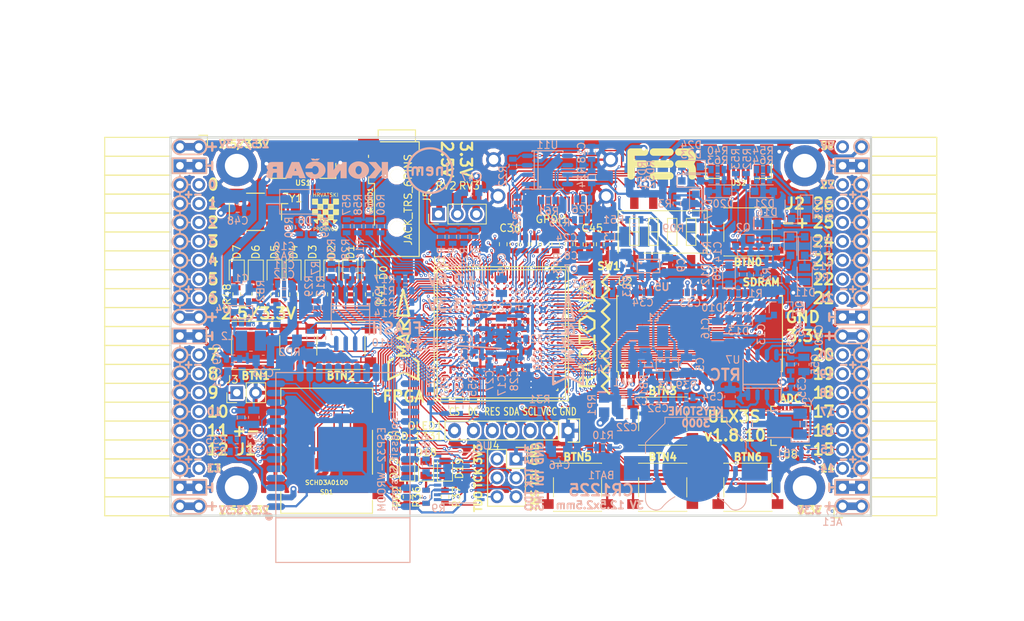
<source format=kicad_pcb>
(kicad_pcb (version 20171130) (host pcbnew 5.0.0-rc2+dfsg1-2)
  (layers (0 F.Cu signal) (1 In1.Cu signal) (2 In2.Cu signal) (31 B.Cu signal) (34 B.Paste user) (35 F.Paste user) (36 B.SilkS user) (37 F.SilkS user) (38 B.Mask user) (39 F.Mask user) (44 Edge.Cuts user))
  (net 0 "")
  (net 1 GND)
  (net 2 +5V)
  (net 3 /gpio/IN5V)
  (net 4 /gpio/OUT5V)
  (net 5 +3V3)
  (net 6 BTN_D)
  (net 7 BTN_F1)
  (net 8 BTN_F2)
  (net 9 BTN_L)
  (net 10 BTN_R)
  (net 11 BTN_U)
  (net 12 /power/FB1)
  (net 13 +2V5)
  (net 14 /power/PWREN)
  (net 15 /power/FB3)
  (net 16 /power/FB2)
  (net 17 /power/VBAT)
  (net 18 JTAG_TDI)
  (net 19 JTAG_TCK)
  (net 20 JTAG_TMS)
  (net 21 JTAG_TDO)
  (net 22 /power/WAKEUPn)
  (net 23 /power/WKUP)
  (net 24 /power/SHUT)
  (net 25 /power/WAKE)
  (net 26 /power/HOLD)
  (net 27 /power/WKn)
  (net 28 /power/OSCI_32k)
  (net 29 /power/OSCO_32k)
  (net 30 SHUTDOWN)
  (net 31 /analog/AUDIO_L)
  (net 32 /analog/AUDIO_R)
  (net 33 GPDI_SDA)
  (net 34 GPDI_SCL)
  (net 35 /gpdi/VREF2)
  (net 36 SD_CMD)
  (net 37 SD_CLK)
  (net 38 SD_D0)
  (net 39 SD_D1)
  (net 40 USB5V)
  (net 41 GPDI_CEC)
  (net 42 nRESET)
  (net 43 FTDI_nDTR)
  (net 44 SDRAM_CKE)
  (net 45 SDRAM_A7)
  (net 46 SDRAM_D15)
  (net 47 SDRAM_BA1)
  (net 48 SDRAM_D7)
  (net 49 SDRAM_A6)
  (net 50 SDRAM_CLK)
  (net 51 SDRAM_D13)
  (net 52 SDRAM_BA0)
  (net 53 SDRAM_D6)
  (net 54 SDRAM_A5)
  (net 55 SDRAM_D14)
  (net 56 SDRAM_A11)
  (net 57 SDRAM_D12)
  (net 58 SDRAM_D5)
  (net 59 SDRAM_A4)
  (net 60 SDRAM_A10)
  (net 61 SDRAM_D11)
  (net 62 SDRAM_A3)
  (net 63 SDRAM_D4)
  (net 64 SDRAM_D10)
  (net 65 SDRAM_D9)
  (net 66 SDRAM_A9)
  (net 67 SDRAM_D3)
  (net 68 SDRAM_D8)
  (net 69 SDRAM_A8)
  (net 70 SDRAM_A2)
  (net 71 SDRAM_A1)
  (net 72 SDRAM_A0)
  (net 73 SDRAM_D2)
  (net 74 SDRAM_D1)
  (net 75 SDRAM_D0)
  (net 76 SDRAM_DQM0)
  (net 77 SDRAM_nCS)
  (net 78 SDRAM_nRAS)
  (net 79 SDRAM_DQM1)
  (net 80 SDRAM_nCAS)
  (net 81 SDRAM_nWE)
  (net 82 /flash/FLASH_nWP)
  (net 83 /flash/FLASH_nHOLD)
  (net 84 /flash/FLASH_MOSI)
  (net 85 /flash/FLASH_MISO)
  (net 86 /flash/FLASH_SCK)
  (net 87 /flash/FLASH_nCS)
  (net 88 /flash/FPGA_PROGRAMN)
  (net 89 /flash/FPGA_DONE)
  (net 90 /flash/FPGA_INITN)
  (net 91 OLED_RES)
  (net 92 OLED_DC)
  (net 93 OLED_CS)
  (net 94 WIFI_EN)
  (net 95 FTDI_nRTS)
  (net 96 FTDI_TXD)
  (net 97 FTDI_RXD)
  (net 98 WIFI_RXD)
  (net 99 WIFI_GPIO0)
  (net 100 WIFI_TXD)
  (net 101 USB_FTDI_D+)
  (net 102 USB_FTDI_D-)
  (net 103 SD_D3)
  (net 104 AUDIO_L3)
  (net 105 AUDIO_L2)
  (net 106 AUDIO_L1)
  (net 107 AUDIO_L0)
  (net 108 AUDIO_R3)
  (net 109 AUDIO_R2)
  (net 110 AUDIO_R1)
  (net 111 AUDIO_R0)
  (net 112 OLED_CLK)
  (net 113 OLED_MOSI)
  (net 114 LED0)
  (net 115 LED1)
  (net 116 LED2)
  (net 117 LED3)
  (net 118 LED4)
  (net 119 LED5)
  (net 120 LED6)
  (net 121 LED7)
  (net 122 BTN_PWRn)
  (net 123 FTDI_nTXLED)
  (net 124 FTDI_nSLEEP)
  (net 125 /blinkey/LED_PWREN)
  (net 126 /blinkey/LED_TXLED)
  (net 127 /sdcard/SD3V3)
  (net 128 SD_D2)
  (net 129 CLK_25MHz)
  (net 130 /blinkey/BTNPUL)
  (net 131 /blinkey/BTNPUR)
  (net 132 USB_FPGA_D+)
  (net 133 /power/FTDI_nSUSPEND)
  (net 134 /blinkey/ALED0)
  (net 135 /blinkey/ALED1)
  (net 136 /blinkey/ALED2)
  (net 137 /blinkey/ALED3)
  (net 138 /blinkey/ALED4)
  (net 139 /blinkey/ALED5)
  (net 140 /blinkey/ALED6)
  (net 141 /blinkey/ALED7)
  (net 142 /usb/FTD-)
  (net 143 /usb/FTD+)
  (net 144 ADC_MISO)
  (net 145 ADC_MOSI)
  (net 146 ADC_CSn)
  (net 147 ADC_SCLK)
  (net 148 SW3)
  (net 149 SW2)
  (net 150 SW1)
  (net 151 USB_FPGA_D-)
  (net 152 /usb/FPD+)
  (net 153 /usb/FPD-)
  (net 154 WIFI_GPIO16)
  (net 155 /usb/ANT_433MHz)
  (net 156 /power/PWRBTn)
  (net 157 PROG_DONE)
  (net 158 /power/P3V3)
  (net 159 /power/P2V5)
  (net 160 /power/L1)
  (net 161 /power/L3)
  (net 162 /power/L2)
  (net 163 FTDI_TXDEN)
  (net 164 SDRAM_A12)
  (net 165 /analog/AUDIO_V)
  (net 166 AUDIO_V3)
  (net 167 AUDIO_V2)
  (net 168 AUDIO_V1)
  (net 169 AUDIO_V0)
  (net 170 /blinkey/LED_WIFI)
  (net 171 /power/P1V1)
  (net 172 +1V1)
  (net 173 SW4)
  (net 174 /blinkey/SWPU)
  (net 175 /wifi/WIFIEN)
  (net 176 FT2V5)
  (net 177 GN0)
  (net 178 GP0)
  (net 179 GN1)
  (net 180 GP1)
  (net 181 GN2)
  (net 182 GP2)
  (net 183 GN3)
  (net 184 GP3)
  (net 185 GN4)
  (net 186 GP4)
  (net 187 GN5)
  (net 188 GP5)
  (net 189 GN6)
  (net 190 GP6)
  (net 191 GN14)
  (net 192 GP14)
  (net 193 GN15)
  (net 194 GP15)
  (net 195 GN16)
  (net 196 GP16)
  (net 197 GN17)
  (net 198 GP17)
  (net 199 GN18)
  (net 200 GP18)
  (net 201 GN19)
  (net 202 GP19)
  (net 203 GN20)
  (net 204 GP20)
  (net 205 GN21)
  (net 206 GP21)
  (net 207 GN22)
  (net 208 GP22)
  (net 209 GN23)
  (net 210 GP23)
  (net 211 GN24)
  (net 212 GP24)
  (net 213 GN25)
  (net 214 GP25)
  (net 215 GN26)
  (net 216 GP26)
  (net 217 GN27)
  (net 218 GP27)
  (net 219 GN7)
  (net 220 GP7)
  (net 221 GN8)
  (net 222 GP8)
  (net 223 GN9)
  (net 224 GP9)
  (net 225 GN10)
  (net 226 GP10)
  (net 227 GN11)
  (net 228 GP11)
  (net 229 GN12)
  (net 230 GP12)
  (net 231 GN13)
  (net 232 GP13)
  (net 233 WIFI_GPIO5)
  (net 234 WIFI_GPIO17)
  (net 235 USB_FPGA_PULL_D+)
  (net 236 USB_FPGA_PULL_D-)
  (net 237 "Net-(D23-Pad2)")
  (net 238 "Net-(D24-Pad1)")
  (net 239 "Net-(D25-Pad2)")
  (net 240 "Net-(D26-Pad1)")
  (net 241 /gpdi/GPDI_ETH+)
  (net 242 FPDI_ETH+)
  (net 243 /gpdi/GPDI_ETH-)
  (net 244 FPDI_ETH-)
  (net 245 /gpdi/GPDI_D2-)
  (net 246 FPDI_D2-)
  (net 247 /gpdi/GPDI_D1-)
  (net 248 FPDI_D1-)
  (net 249 /gpdi/GPDI_D0-)
  (net 250 FPDI_D0-)
  (net 251 /gpdi/GPDI_CLK-)
  (net 252 FPDI_CLK-)
  (net 253 /gpdi/GPDI_D2+)
  (net 254 FPDI_D2+)
  (net 255 /gpdi/GPDI_D1+)
  (net 256 FPDI_D1+)
  (net 257 /gpdi/GPDI_D0+)
  (net 258 FPDI_D0+)
  (net 259 /gpdi/GPDI_CLK+)
  (net 260 FPDI_CLK+)
  (net 261 FPDI_SDA)
  (net 262 FPDI_SCL)
  (net 263 /gpdi/FPDI_CEC)
  (net 264 2V5_3V3)
  (net 265 "Net-(AUDIO1-Pad5)")
  (net 266 "Net-(AUDIO1-Pad6)")
  (net 267 "Net-(U1-PadA15)")
  (net 268 "Net-(U1-PadC9)")
  (net 269 "Net-(U1-PadD9)")
  (net 270 "Net-(U1-PadD10)")
  (net 271 "Net-(U1-PadD11)")
  (net 272 "Net-(U1-PadD12)")
  (net 273 "Net-(U1-PadE6)")
  (net 274 "Net-(U1-PadE9)")
  (net 275 "Net-(U1-PadE10)")
  (net 276 "Net-(U1-PadE11)")
  (net 277 "Net-(U1-PadJ4)")
  (net 278 "Net-(U1-PadJ5)")
  (net 279 "Net-(U1-PadK5)")
  (net 280 "Net-(U1-PadL5)")
  (net 281 "Net-(U1-PadM4)")
  (net 282 "Net-(U1-PadM5)")
  (net 283 SD_CD)
  (net 284 SD_WP)
  (net 285 "Net-(U1-PadR3)")
  (net 286 "Net-(U1-PadT16)")
  (net 287 "Net-(U1-PadW4)")
  (net 288 "Net-(U1-PadW5)")
  (net 289 "Net-(U1-PadW8)")
  (net 290 "Net-(U1-PadW9)")
  (net 291 "Net-(U1-PadW13)")
  (net 292 "Net-(U1-PadW14)")
  (net 293 "Net-(U1-PadW17)")
  (net 294 "Net-(U1-PadW18)")
  (net 295 FTDI_nRXLED)
  (net 296 "Net-(U8-Pad12)")
  (net 297 "Net-(U8-Pad25)")
  (net 298 "Net-(U9-Pad32)")
  (net 299 "Net-(U9-Pad22)")
  (net 300 "Net-(U9-Pad21)")
  (net 301 "Net-(U9-Pad20)")
  (net 302 "Net-(U9-Pad19)")
  (net 303 "Net-(U9-Pad18)")
  (net 304 "Net-(U9-Pad17)")
  (net 305 "Net-(U9-Pad12)")
  (net 306 "Net-(U9-Pad5)")
  (net 307 "Net-(U9-Pad4)")
  (net 308 "Net-(US1-Pad4)")
  (net 309 "Net-(US2-Pad4)")
  (net 310 "Net-(Y2-Pad3)")
  (net 311 "Net-(Y2-Pad2)")
  (net 312 "Net-(U1-PadK16)")
  (net 313 "Net-(U1-PadK17)")
  (net 314 /usb/US2VBUS)
  (net 315 /power/SHD)
  (net 316 /power/RTCVDD)
  (module inem:inem (layer B.Cu) (at 128.913 65.883)
    (fp_text reference REF** hide)
    (fp_text value inem hide)
    (fp_text user inem (at 0 -0.1) (layer B.SilkS) (effects (font (size 1.5 1.5) (thickness 0.3)) (justify mirror)))
  )
  (module fer:fer4mm6 (layer F.Cu) (at 159.901 64.994)
    (fp_text reference fer hide)
    (fp_text value fer hide)
  )
  (module SOA008-150mil:SOA008-150-208mil (layer B.Cu) (at 118.245 85.822 270)
    (fp_text reference U10 (at 3.175 -4.318) (layer B.SilkS) (effects (justify mirror)))
    (fp_text value IS25LP128F-JBLE)
    (pad 1 smd rect (at -3.302 1.905 270) (size 2.1 0.6) (layers B.Cu B.Paste B.Mask) (net 87 /flash/FLASH_nCS))
    (pad 2 smd oval (at -3.302 0.635 270) (size 2.1 0.6) (layers B.Cu B.Paste B.Mask) (net 85 /flash/FLASH_MISO))
    (pad 3 smd oval (at -3.302 -0.635 270) (size 2.1 0.6) (layers B.Cu B.Paste B.Mask) (net 82 /flash/FLASH_nWP))
    (pad 4 smd oval (at -3.302 -1.905 270) (size 2.1 0.6) (layers B.Cu B.Paste B.Mask) (net 1 GND))
    (pad 5 smd oval (at 3.302 -1.905 270) (size 2.1 0.6) (layers B.Cu B.Paste B.Mask) (net 84 /flash/FLASH_MOSI))
    (pad 6 smd oval (at 3.302 -0.635 270) (size 2.1 0.6) (layers B.Cu B.Paste B.Mask) (net 86 /flash/FLASH_SCK))
    (pad 7 smd oval (at 3.302 0.635 270) (size 2.1 0.6) (layers B.Cu B.Paste B.Mask) (net 83 /flash/FLASH_nHOLD))
    (pad 8 smd oval (at 3.302 1.905 270) (size 2.1 0.6) (layers B.Cu B.Paste B.Mask) (net 5 +3V3))
  )
  (module Socket_Strips:Socket_Strip_Angled_2x20 (layer F.Cu) (at 97.91 62.69 270)
    (fp_text reference J1 (at 40.64 -6.35) (layer F.SilkS) (effects (font (size 1.5 1.5) (thickness 0.3))))
    (fp_text value CONN_02X20 hide)
    (pad 1 thru_hole oval (at 0 0 270) (size 1.7272 1.7272) (drill 1.016) (layers *.Cu *.Mask) (net 264 2V5_3V3))
    (pad 2 thru_hole oval (at 0 2.54 270) (size 1.7272 1.7272) (drill 1.016) (layers *.Cu *.Mask) (net 264 2V5_3V3))
    (pad 3 thru_hole rect (at 2.54 0 270) (size 1.7272 1.7272) (drill 1.016) (layers *.Cu *.Mask) (net 1 GND))
    (pad 4 thru_hole rect (at 2.54 2.54 270) (size 1.7272 1.7272) (drill 1.016) (layers *.Cu *.Mask) (net 1 GND))
    (pad 5 thru_hole oval (at 5.08 0 270) (size 1.7272 1.7272) (drill 1.016) (layers *.Cu *.Mask) (net 177 GN0))
    (pad 6 thru_hole oval (at 5.08 2.54 270) (size 1.7272 1.7272) (drill 1.016) (layers *.Cu *.Mask) (net 178 GP0))
    (pad 7 thru_hole oval (at 7.62 0 270) (size 1.7272 1.7272) (drill 1.016) (layers *.Cu *.Mask) (net 179 GN1))
    (pad 8 thru_hole oval (at 7.62 2.54 270) (size 1.7272 1.7272) (drill 1.016) (layers *.Cu *.Mask) (net 180 GP1))
    (pad 9 thru_hole oval (at 10.16 0 270) (size 1.7272 1.7272) (drill 1.016) (layers *.Cu *.Mask) (net 181 GN2))
    (pad 10 thru_hole oval (at 10.16 2.54 270) (size 1.7272 1.7272) (drill 1.016) (layers *.Cu *.Mask) (net 182 GP2))
    (pad 11 thru_hole oval (at 12.7 0 270) (size 1.7272 1.7272) (drill 1.016) (layers *.Cu *.Mask) (net 183 GN3))
    (pad 12 thru_hole oval (at 12.7 2.54 270) (size 1.7272 1.7272) (drill 1.016) (layers *.Cu *.Mask) (net 184 GP3))
    (pad 13 thru_hole oval (at 15.24 0 270) (size 1.7272 1.7272) (drill 1.016) (layers *.Cu *.Mask) (net 185 GN4))
    (pad 14 thru_hole oval (at 15.24 2.54 270) (size 1.7272 1.7272) (drill 1.016) (layers *.Cu *.Mask) (net 186 GP4))
    (pad 15 thru_hole oval (at 17.78 0 270) (size 1.7272 1.7272) (drill 1.016) (layers *.Cu *.Mask) (net 187 GN5))
    (pad 16 thru_hole oval (at 17.78 2.54 270) (size 1.7272 1.7272) (drill 1.016) (layers *.Cu *.Mask) (net 188 GP5))
    (pad 17 thru_hole oval (at 20.32 0 270) (size 1.7272 1.7272) (drill 1.016) (layers *.Cu *.Mask) (net 189 GN6))
    (pad 18 thru_hole oval (at 20.32 2.54 270) (size 1.7272 1.7272) (drill 1.016) (layers *.Cu *.Mask) (net 190 GP6))
    (pad 19 thru_hole oval (at 22.86 0 270) (size 1.7272 1.7272) (drill 1.016) (layers *.Cu *.Mask) (net 264 2V5_3V3))
    (pad 20 thru_hole oval (at 22.86 2.54 270) (size 1.7272 1.7272) (drill 1.016) (layers *.Cu *.Mask) (net 264 2V5_3V3))
    (pad 21 thru_hole rect (at 25.4 0 270) (size 1.7272 1.7272) (drill 1.016) (layers *.Cu *.Mask) (net 1 GND))
    (pad 22 thru_hole rect (at 25.4 2.54 270) (size 1.7272 1.7272) (drill 1.016) (layers *.Cu *.Mask) (net 1 GND))
    (pad 23 thru_hole oval (at 27.94 0 270) (size 1.7272 1.7272) (drill 1.016) (layers *.Cu *.Mask) (net 219 GN7))
    (pad 24 thru_hole oval (at 27.94 2.54 270) (size 1.7272 1.7272) (drill 1.016) (layers *.Cu *.Mask) (net 220 GP7))
    (pad 25 thru_hole oval (at 30.48 0 270) (size 1.7272 1.7272) (drill 1.016) (layers *.Cu *.Mask) (net 221 GN8))
    (pad 26 thru_hole oval (at 30.48 2.54 270) (size 1.7272 1.7272) (drill 1.016) (layers *.Cu *.Mask) (net 222 GP8))
    (pad 27 thru_hole oval (at 33.02 0 270) (size 1.7272 1.7272) (drill 1.016) (layers *.Cu *.Mask) (net 223 GN9))
    (pad 28 thru_hole oval (at 33.02 2.54 270) (size 1.7272 1.7272) (drill 1.016) (layers *.Cu *.Mask) (net 224 GP9))
    (pad 29 thru_hole oval (at 35.56 0 270) (size 1.7272 1.7272) (drill 1.016) (layers *.Cu *.Mask) (net 225 GN10))
    (pad 30 thru_hole oval (at 35.56 2.54 270) (size 1.7272 1.7272) (drill 1.016) (layers *.Cu *.Mask) (net 226 GP10))
    (pad 31 thru_hole oval (at 38.1 0 270) (size 1.7272 1.7272) (drill 1.016) (layers *.Cu *.Mask) (net 227 GN11))
    (pad 32 thru_hole oval (at 38.1 2.54 270) (size 1.7272 1.7272) (drill 1.016) (layers *.Cu *.Mask) (net 228 GP11))
    (pad 33 thru_hole oval (at 40.64 0 270) (size 1.7272 1.7272) (drill 1.016) (layers *.Cu *.Mask) (net 229 GN12))
    (pad 34 thru_hole oval (at 40.64 2.54 270) (size 1.7272 1.7272) (drill 1.016) (layers *.Cu *.Mask) (net 230 GP12))
    (pad 35 thru_hole oval (at 43.18 0 270) (size 1.7272 1.7272) (drill 1.016) (layers *.Cu *.Mask) (net 231 GN13))
    (pad 36 thru_hole oval (at 43.18 2.54 270) (size 1.7272 1.7272) (drill 1.016) (layers *.Cu *.Mask) (net 232 GP13))
    (pad 37 thru_hole rect (at 45.72 0 270) (size 1.7272 1.7272) (drill 1.016) (layers *.Cu *.Mask) (net 1 GND))
    (pad 38 thru_hole rect (at 45.72 2.54 270) (size 1.7272 1.7272) (drill 1.016) (layers *.Cu *.Mask) (net 1 GND))
    (pad 39 thru_hole oval (at 48.26 0 270) (size 1.7272 1.7272) (drill 1.016) (layers *.Cu *.Mask) (net 264 2V5_3V3))
    (pad 40 thru_hole oval (at 48.26 2.54 270) (size 1.7272 1.7272) (drill 1.016) (layers *.Cu *.Mask) (net 264 2V5_3V3))
  )
  (module TSOT-25:TSOT-25 (layer B.Cu) (at 160.775 91.9)
    (fp_text reference U3 (at -0.295 2.9) (layer B.SilkS) (effects (font (thickness 0.2)) (justify mirror)))
    (fp_text value TLV62569DBV)
    (pad 1 smd rect (at -0.95 -1.3) (size 0.7 1.2) (layers B.Cu B.Paste B.Mask) (net 14 /power/PWREN))
    (pad 2 smd rect (at 0 -1.3) (size 0.7 1.2) (layers B.Cu B.Paste B.Mask) (net 1 GND))
    (pad 3 smd rect (at 0.95 -1.3) (size 0.7 1.2) (layers B.Cu B.Paste B.Mask) (net 160 /power/L1))
    (pad 4 smd rect (at 0.95 1.3) (size 0.7 1.2) (layers B.Cu B.Paste B.Mask) (net 2 +5V))
    (pad 5 smd rect (at -0.95 1.3) (size 0.7 1.2) (layers B.Cu B.Paste B.Mask) (net 12 /power/FB1))
  )
  (module TSOT-25:TSOT-25 (layer B.Cu) (at 103.625 84.915 180)
    (fp_text reference U4 (at 2.525 0.4265 180) (layer B.SilkS) (effects (font (thickness 0.2)) (justify mirror)))
    (fp_text value TLV62569DBV)
    (pad 1 smd rect (at -0.95 -1.3 180) (size 0.7 1.2) (layers B.Cu B.Paste B.Mask) (net 14 /power/PWREN))
    (pad 2 smd rect (at 0 -1.3 180) (size 0.7 1.2) (layers B.Cu B.Paste B.Mask) (net 1 GND))
    (pad 3 smd rect (at 0.95 -1.3 180) (size 0.7 1.2) (layers B.Cu B.Paste B.Mask) (net 162 /power/L2))
    (pad 4 smd rect (at 0.95 1.3 180) (size 0.7 1.2) (layers B.Cu B.Paste B.Mask) (net 2 +5V))
    (pad 5 smd rect (at -0.95 1.3 180) (size 0.7 1.2) (layers B.Cu B.Paste B.Mask) (net 16 /power/FB2))
  )
  (module TSOT-25:TSOT-25 (layer B.Cu) (at 158.235 78.692)
    (fp_text reference U5 (at 1.793 2.812) (layer B.SilkS) (effects (font (thickness 0.2)) (justify mirror)))
    (fp_text value TLV62569DBV)
    (pad 1 smd rect (at -0.95 -1.3) (size 0.7 1.2) (layers B.Cu B.Paste B.Mask) (net 14 /power/PWREN))
    (pad 2 smd rect (at 0 -1.3) (size 0.7 1.2) (layers B.Cu B.Paste B.Mask) (net 1 GND))
    (pad 3 smd rect (at 0.95 -1.3) (size 0.7 1.2) (layers B.Cu B.Paste B.Mask) (net 161 /power/L3))
    (pad 4 smd rect (at 0.95 1.3) (size 0.7 1.2) (layers B.Cu B.Paste B.Mask) (net 2 +5V))
    (pad 5 smd rect (at -0.95 1.3) (size 0.7 1.2) (layers B.Cu B.Paste B.Mask) (net 15 /power/FB3))
  )
  (module Socket_Strips:Socket_Strip_Angled_2x20 (layer F.Cu) (at 184.27 110.95 90)
    (fp_text reference J2 (at 40.64 -6.35 180) (layer F.SilkS) (effects (font (size 1.5 1.5) (thickness 0.3))))
    (fp_text value CONN_02X20 hide)
    (pad 1 thru_hole oval (at 0 0 90) (size 1.7272 1.7272) (drill 1.016) (layers *.Cu *.Mask) (net 5 +3V3))
    (pad 2 thru_hole oval (at 0 2.54 90) (size 1.7272 1.7272) (drill 1.016) (layers *.Cu *.Mask) (net 5 +3V3))
    (pad 3 thru_hole rect (at 2.54 0 90) (size 1.7272 1.7272) (drill 1.016) (layers *.Cu *.Mask) (net 1 GND))
    (pad 4 thru_hole rect (at 2.54 2.54 90) (size 1.7272 1.7272) (drill 1.016) (layers *.Cu *.Mask) (net 1 GND))
    (pad 5 thru_hole oval (at 5.08 0 90) (size 1.7272 1.7272) (drill 1.016) (layers *.Cu *.Mask) (net 191 GN14))
    (pad 6 thru_hole oval (at 5.08 2.54 90) (size 1.7272 1.7272) (drill 1.016) (layers *.Cu *.Mask) (net 192 GP14))
    (pad 7 thru_hole oval (at 7.62 0 90) (size 1.7272 1.7272) (drill 1.016) (layers *.Cu *.Mask) (net 193 GN15))
    (pad 8 thru_hole oval (at 7.62 2.54 90) (size 1.7272 1.7272) (drill 1.016) (layers *.Cu *.Mask) (net 194 GP15))
    (pad 9 thru_hole oval (at 10.16 0 90) (size 1.7272 1.7272) (drill 1.016) (layers *.Cu *.Mask) (net 195 GN16))
    (pad 10 thru_hole oval (at 10.16 2.54 90) (size 1.7272 1.7272) (drill 1.016) (layers *.Cu *.Mask) (net 196 GP16))
    (pad 11 thru_hole oval (at 12.7 0 90) (size 1.7272 1.7272) (drill 1.016) (layers *.Cu *.Mask) (net 197 GN17))
    (pad 12 thru_hole oval (at 12.7 2.54 90) (size 1.7272 1.7272) (drill 1.016) (layers *.Cu *.Mask) (net 198 GP17))
    (pad 13 thru_hole oval (at 15.24 0 90) (size 1.7272 1.7272) (drill 1.016) (layers *.Cu *.Mask) (net 199 GN18))
    (pad 14 thru_hole oval (at 15.24 2.54 90) (size 1.7272 1.7272) (drill 1.016) (layers *.Cu *.Mask) (net 200 GP18))
    (pad 15 thru_hole oval (at 17.78 0 90) (size 1.7272 1.7272) (drill 1.016) (layers *.Cu *.Mask) (net 201 GN19))
    (pad 16 thru_hole oval (at 17.78 2.54 90) (size 1.7272 1.7272) (drill 1.016) (layers *.Cu *.Mask) (net 202 GP19))
    (pad 17 thru_hole oval (at 20.32 0 90) (size 1.7272 1.7272) (drill 1.016) (layers *.Cu *.Mask) (net 203 GN20))
    (pad 18 thru_hole oval (at 20.32 2.54 90) (size 1.7272 1.7272) (drill 1.016) (layers *.Cu *.Mask) (net 204 GP20))
    (pad 19 thru_hole oval (at 22.86 0 90) (size 1.7272 1.7272) (drill 1.016) (layers *.Cu *.Mask) (net 5 +3V3))
    (pad 20 thru_hole oval (at 22.86 2.54 90) (size 1.7272 1.7272) (drill 1.016) (layers *.Cu *.Mask) (net 5 +3V3))
    (pad 21 thru_hole rect (at 25.4 0 90) (size 1.7272 1.7272) (drill 1.016) (layers *.Cu *.Mask) (net 1 GND))
    (pad 22 thru_hole rect (at 25.4 2.54 90) (size 1.7272 1.7272) (drill 1.016) (layers *.Cu *.Mask) (net 1 GND))
    (pad 23 thru_hole oval (at 27.94 0 90) (size 1.7272 1.7272) (drill 1.016) (layers *.Cu *.Mask) (net 205 GN21))
    (pad 24 thru_hole oval (at 27.94 2.54 90) (size 1.7272 1.7272) (drill 1.016) (layers *.Cu *.Mask) (net 206 GP21))
    (pad 25 thru_hole oval (at 30.48 0 90) (size 1.7272 1.7272) (drill 1.016) (layers *.Cu *.Mask) (net 207 GN22))
    (pad 26 thru_hole oval (at 30.48 2.54 90) (size 1.7272 1.7272) (drill 1.016) (layers *.Cu *.Mask) (net 208 GP22))
    (pad 27 thru_hole oval (at 33.02 0 90) (size 1.7272 1.7272) (drill 1.016) (layers *.Cu *.Mask) (net 209 GN23))
    (pad 28 thru_hole oval (at 33.02 2.54 90) (size 1.7272 1.7272) (drill 1.016) (layers *.Cu *.Mask) (net 210 GP23))
    (pad 29 thru_hole oval (at 35.56 0 90) (size 1.7272 1.7272) (drill 1.016) (layers *.Cu *.Mask) (net 211 GN24))
    (pad 30 thru_hole oval (at 35.56 2.54 90) (size 1.7272 1.7272) (drill 1.016) (layers *.Cu *.Mask) (net 212 GP24))
    (pad 31 thru_hole oval (at 38.1 0 90) (size 1.7272 1.7272) (drill 1.016) (layers *.Cu *.Mask) (net 213 GN25))
    (pad 32 thru_hole oval (at 38.1 2.54 90) (size 1.7272 1.7272) (drill 1.016) (layers *.Cu *.Mask) (net 214 GP25))
    (pad 33 thru_hole oval (at 40.64 0 90) (size 1.7272 1.7272) (drill 1.016) (layers *.Cu *.Mask) (net 215 GN26))
    (pad 34 thru_hole oval (at 40.64 2.54 90) (size 1.7272 1.7272) (drill 1.016) (layers *.Cu *.Mask) (net 216 GP26))
    (pad 35 thru_hole oval (at 43.18 0 90) (size 1.7272 1.7272) (drill 1.016) (layers *.Cu *.Mask) (net 217 GN27))
    (pad 36 thru_hole oval (at 43.18 2.54 90) (size 1.7272 1.7272) (drill 1.016) (layers *.Cu *.Mask) (net 218 GP27))
    (pad 37 thru_hole rect (at 45.72 0 90) (size 1.7272 1.7272) (drill 1.016) (layers *.Cu *.Mask) (net 1 GND))
    (pad 38 thru_hole rect (at 45.72 2.54 90) (size 1.7272 1.7272) (drill 1.016) (layers *.Cu *.Mask) (net 1 GND))
    (pad 39 thru_hole oval (at 48.26 0 90) (size 1.7272 1.7272) (drill 1.016) (layers *.Cu *.Mask) (net 3 /gpio/IN5V))
    (pad 40 thru_hole oval (at 48.26 2.54 90) (size 1.7272 1.7272) (drill 1.016) (layers *.Cu *.Mask) (net 4 /gpio/OUT5V))
  )
  (module Mounting_Holes:MountingHole_3.2mm_M3_ISO14580_Pad (layer F.Cu) (at 102.99 108.41)
    (fp_text reference H1 hide)
    (fp_text value HOLE hide)
    (pad 1 thru_hole circle (at 0 0) (size 5.5 5.5) (drill 3.2) (layers *.Cu *.Mask) (net 1 GND))
  )
  (module Mounting_Holes:MountingHole_3.2mm_M3_ISO14580_Pad (layer F.Cu) (at 179.19 108.41)
    (fp_text reference H2 hide)
    (fp_text value HOLE hide)
    (pad 1 thru_hole circle (at 0 0) (size 5.5 5.5) (drill 3.2) (layers *.Cu *.Mask) (net 1 GND))
  )
  (module Mounting_Holes:MountingHole_3.2mm_M3_ISO14580_Pad (layer F.Cu) (at 179.19 65.23)
    (fp_text reference H3 hide)
    (fp_text value HOLE hide)
    (pad 1 thru_hole circle (at 0 0) (size 5.5 5.5) (drill 3.2) (layers *.Cu *.Mask) (net 1 GND))
  )
  (module Mounting_Holes:MountingHole_3.2mm_M3_ISO14580_Pad (layer F.Cu) (at 102.99 65.23)
    (fp_text reference H4 hide)
    (fp_text value HOLE hide)
    (pad 1 thru_hole circle (at 0 0) (size 5.5 5.5) (drill 3.2) (layers *.Cu *.Mask) (net 1 GND))
  )
  (module Housings_SSOP:SSOP-20_4.4x6.5mm_Pitch0.65mm (layer B.Cu) (at 132.835 107.14 180)
    (fp_text reference U6 (at -3.175 4.318 180) (layer B.SilkS) (effects (justify mirror)))
    (fp_text value FT231XS)
    (pad 1 smd rect (at -2.9 2.925 180) (size 1 0.4) (layers B.Cu B.Paste B.Mask) (net 43 FTDI_nDTR))
    (pad 2 smd rect (at -2.9 2.275 180) (size 1 0.4) (layers B.Cu B.Paste B.Mask) (net 95 FTDI_nRTS))
    (pad 3 smd rect (at -2.9 1.625 180) (size 1 0.4) (layers B.Cu B.Paste B.Mask) (net 176 FT2V5))
    (pad 4 smd rect (at -2.9 0.975 180) (size 1 0.4) (layers B.Cu B.Paste B.Mask) (net 97 FTDI_RXD))
    (pad 5 smd rect (at -2.9 0.325 180) (size 1 0.4) (layers B.Cu B.Paste B.Mask) (net 18 JTAG_TDI))
    (pad 6 smd rect (at -2.9 -0.325 180) (size 1 0.4) (layers B.Cu B.Paste B.Mask) (net 1 GND))
    (pad 7 smd rect (at -2.9 -0.975 180) (size 1 0.4) (layers B.Cu B.Paste B.Mask) (net 19 JTAG_TCK))
    (pad 8 smd rect (at -2.9 -1.625 180) (size 1 0.4) (layers B.Cu B.Paste B.Mask) (net 20 JTAG_TMS))
    (pad 9 smd rect (at -2.9 -2.275 180) (size 1 0.4) (layers B.Cu B.Paste B.Mask) (net 21 JTAG_TDO))
    (pad 10 smd rect (at -2.9 -2.925 180) (size 1 0.4) (layers B.Cu B.Paste B.Mask) (net 123 FTDI_nTXLED))
    (pad 11 smd rect (at 2.9 -2.925 180) (size 1 0.4) (layers B.Cu B.Paste B.Mask) (net 101 USB_FTDI_D+))
    (pad 12 smd rect (at 2.9 -2.275 180) (size 1 0.4) (layers B.Cu B.Paste B.Mask) (net 102 USB_FTDI_D-))
    (pad 13 smd rect (at 2.9 -1.625 180) (size 1 0.4) (layers B.Cu B.Paste B.Mask) (net 176 FT2V5))
    (pad 14 smd rect (at 2.9 -0.975 180) (size 1 0.4) (layers B.Cu B.Paste B.Mask) (net 42 nRESET))
    (pad 15 smd rect (at 2.9 -0.325 180) (size 1 0.4) (layers B.Cu B.Paste B.Mask) (net 40 USB5V))
    (pad 16 smd rect (at 2.9 0.325 180) (size 1 0.4) (layers B.Cu B.Paste B.Mask) (net 1 GND))
    (pad 17 smd rect (at 2.9 0.975 180) (size 1 0.4) (layers B.Cu B.Paste B.Mask) (net 295 FTDI_nRXLED))
    (pad 18 smd rect (at 2.9 1.625 180) (size 1 0.4) (layers B.Cu B.Paste B.Mask) (net 163 FTDI_TXDEN))
    (pad 19 smd rect (at 2.9 2.275 180) (size 1 0.4) (layers B.Cu B.Paste B.Mask) (net 124 FTDI_nSLEEP))
    (pad 20 smd rect (at 2.9 2.925 180) (size 1 0.4) (layers B.Cu B.Paste B.Mask) (net 96 FTDI_TXD))
  )
  (module Socket_Strips:Socket_Strip_Straight_2x03 (layer F.Cu) (at 140.455 104.6 270)
    (fp_text reference J4 (at -1.778 3.048) (layer F.SilkS))
    (fp_text value CONN_02X03 hide)
    (pad 1 thru_hole rect (at 0 0 270) (size 1.7272 1.7272) (drill 1.016) (layers *.Cu *.Mask) (net 1 GND))
    (pad 2 thru_hole oval (at 0 2.54 270) (size 1.7272 1.7272) (drill 1.016) (layers *.Cu *.Mask) (net 5 +3V3))
    (pad 3 thru_hole oval (at 2.54 0 270) (size 1.7272 1.7272) (drill 1.016) (layers *.Cu *.Mask) (net 18 JTAG_TDI))
    (pad 4 thru_hole oval (at 2.54 2.54 270) (size 1.7272 1.7272) (drill 1.016) (layers *.Cu *.Mask) (net 19 JTAG_TCK))
    (pad 5 thru_hole oval (at 5.08 0 270) (size 1.7272 1.7272) (drill 1.016) (layers *.Cu *.Mask) (net 20 JTAG_TMS))
    (pad 6 thru_hole oval (at 5.08 2.54 270) (size 1.7272 1.7272) (drill 1.016) (layers *.Cu *.Mask) (net 21 JTAG_TDO))
  )
  (module Housings_DFN_QFN:QFN-28-1EP_5x5mm_Pitch0.5mm (layer F.Cu) (at 177.285 100.155 180)
    (fp_text reference U8 (at 0 -3.875 180) (layer F.SilkS))
    (fp_text value MAX11125)
    (pad 1 smd oval (at -2.45 -1.5 180) (size 0.85 0.3) (layers F.Cu F.Paste F.Mask) (net 194 GP15))
    (pad 2 smd oval (at -2.45 -1 180) (size 0.85 0.3) (layers F.Cu F.Paste F.Mask) (net 195 GN16))
    (pad 3 smd oval (at -2.45 -0.5 180) (size 0.85 0.3) (layers F.Cu F.Paste F.Mask) (net 196 GP16))
    (pad 4 smd oval (at -2.45 0 180) (size 0.85 0.3) (layers F.Cu F.Paste F.Mask) (net 197 GN17))
    (pad 5 smd oval (at -2.45 0.5 180) (size 0.85 0.3) (layers F.Cu F.Paste F.Mask) (net 198 GP17))
    (pad 6 smd oval (at -2.45 1 180) (size 0.85 0.3) (layers F.Cu F.Paste F.Mask) (net 1 GND))
    (pad 7 smd oval (at -2.45 1.5 180) (size 0.85 0.3) (layers F.Cu F.Paste F.Mask) (net 1 GND))
    (pad 8 smd oval (at -1.5 2.45 270) (size 0.85 0.3) (layers F.Cu F.Paste F.Mask) (net 1 GND))
    (pad 9 smd oval (at -1 2.45 270) (size 0.85 0.3) (layers F.Cu F.Paste F.Mask) (net 1 GND))
    (pad 10 smd oval (at -0.5 2.45 270) (size 0.85 0.3) (layers F.Cu F.Paste F.Mask) (net 1 GND))
    (pad 11 smd oval (at 0 2.45 270) (size 0.85 0.3) (layers F.Cu F.Paste F.Mask) (net 1 GND))
    (pad 12 smd oval (at 0.5 2.45 270) (size 0.85 0.3) (layers F.Cu F.Paste F.Mask) (net 296 "Net-(U8-Pad12)"))
    (pad 13 smd oval (at 1 2.45 270) (size 0.85 0.3) (layers F.Cu F.Paste F.Mask) (net 1 GND))
    (pad 14 smd oval (at 1.5 2.45 270) (size 0.85 0.3) (layers F.Cu F.Paste F.Mask) (net 1 GND))
    (pad 15 smd oval (at 2.45 1.5 180) (size 0.85 0.3) (layers F.Cu F.Paste F.Mask) (net 5 +3V3))
    (pad 16 smd oval (at 2.45 1 180) (size 0.85 0.3) (layers F.Cu F.Paste F.Mask) (net 1 GND))
    (pad 17 smd oval (at 2.45 0.5 180) (size 0.85 0.3) (layers F.Cu F.Paste F.Mask) (net 5 +3V3))
    (pad 18 smd oval (at 2.45 0 180) (size 0.85 0.3) (layers F.Cu F.Paste F.Mask) (net 5 +3V3))
    (pad 19 smd oval (at 2.45 -0.5 180) (size 0.85 0.3) (layers F.Cu F.Paste F.Mask) (net 147 ADC_SCLK))
    (pad 20 smd oval (at 2.45 -1 180) (size 0.85 0.3) (layers F.Cu F.Paste F.Mask) (net 146 ADC_CSn))
    (pad 21 smd oval (at 2.45 -1.5 180) (size 0.85 0.3) (layers F.Cu F.Paste F.Mask) (net 145 ADC_MOSI))
    (pad 22 smd oval (at 1.5 -2.45 270) (size 0.85 0.3) (layers F.Cu F.Paste F.Mask) (net 1 GND))
    (pad 23 smd oval (at 1 -2.45 270) (size 0.85 0.3) (layers F.Cu F.Paste F.Mask) (net 5 +3V3))
    (pad 24 smd oval (at 0.5 -2.45 270) (size 0.85 0.3) (layers F.Cu F.Paste F.Mask) (net 144 ADC_MISO))
    (pad 25 smd oval (at 0 -2.45 270) (size 0.85 0.3) (layers F.Cu F.Paste F.Mask) (net 297 "Net-(U8-Pad25)"))
    (pad 26 smd oval (at -0.5 -2.45 270) (size 0.85 0.3) (layers F.Cu F.Paste F.Mask) (net 191 GN14))
    (pad 27 smd oval (at -1 -2.45 270) (size 0.85 0.3) (layers F.Cu F.Paste F.Mask) (net 192 GP14))
    (pad 28 smd oval (at -1.5 -2.45 270) (size 0.85 0.3) (layers F.Cu F.Paste F.Mask) (net 193 GN15))
    (pad 29 smd rect (at 0.8375 0.8375 180) (size 1.675 1.675) (layers F.Cu F.Paste F.Mask) (net 1 GND))
    (pad 29 smd rect (at 0.8375 -0.8375 180) (size 1.675 1.675) (layers F.Cu F.Paste F.Mask) (net 1 GND))
    (pad 29 smd rect (at -0.8375 0.8375 180) (size 1.675 1.675) (layers F.Cu F.Paste F.Mask) (net 1 GND))
    (pad 29 smd rect (at -0.8375 -0.8375 180) (size 1.675 1.675) (layers F.Cu F.Paste F.Mask) (net 1 GND))
  )
  (module oled:oled_13xx (layer F.Cu) (at 139.82 100.79 180)
    (fp_text reference OLED1 (at 11.557 0.635 180) (layer F.SilkS))
    (fp_text value SSD_1331 (at 12.954 -0.762 180) (layer F.SilkS))
    (fp_text user CS (at 7.62 2.54 180) (layer F.SilkS) (effects (font (size 1 0.75))))
    (fp_text user DC (at 5.08 2.54 180) (layer F.SilkS) (effects (font (size 1 0.75))))
    (fp_text user RES (at 2.54 2.54 180) (layer F.SilkS) (effects (font (size 1 0.75))))
    (fp_text user SDA (at 0 2.54 180) (layer F.SilkS) (effects (font (size 1 0.75))))
    (fp_text user SCL (at -2.54 2.54 180) (layer F.SilkS) (effects (font (size 1 0.75))))
    (fp_text user VCC (at -5.08 2.54 180) (layer F.SilkS) (effects (font (size 1 0.75))))
    (fp_text user GND (at -7.62 2.54 180) (layer F.SilkS) (effects (font (size 1 0.75))))
    (pad 1 thru_hole rect (at -7.62 0 180) (size 1.7272 2.032) (drill 1.016) (layers *.Cu *.Mask) (net 1 GND))
    (pad 2 thru_hole oval (at -5.08 0 180) (size 1.7272 2.032) (drill 1.016) (layers *.Cu *.Mask) (net 5 +3V3))
    (pad 3 thru_hole oval (at -2.54 0 180) (size 1.7272 2.032) (drill 1.016) (layers *.Cu *.Mask) (net 112 OLED_CLK))
    (pad 4 thru_hole oval (at 0 0 180) (size 1.7272 2.032) (drill 1.016) (layers *.Cu *.Mask) (net 113 OLED_MOSI))
    (pad 5 thru_hole oval (at 2.54 0 180) (size 1.7272 2.032) (drill 1.016) (layers *.Cu *.Mask) (net 91 OLED_RES))
    (pad 6 thru_hole oval (at 5.08 0 180) (size 1.7272 2.032) (drill 1.016) (layers *.Cu *.Mask) (net 92 OLED_DC))
    (pad 7 thru_hole oval (at 7.62 0 180) (size 1.7272 2.032) (drill 1.016) (layers *.Cu *.Mask) (net 93 OLED_CS))
  )
  (module Buttons_Switches_SMD:SW_SPST_PTS645 (layer F.Cu) (at 171.57 74.12 180)
    (fp_text reference BTN0 (at 0 -4.05 180) (layer F.SilkS) (effects (font (thickness 0.25))))
    (fp_text value PTS645)
    (pad 2 smd rect (at -3.98 2.25 180) (size 1.55 1.3) (layers F.Cu F.Paste F.Mask) (net 1 GND))
    (pad 1 smd rect (at -3.98 -2.25 180) (size 1.55 1.3) (layers F.Cu F.Paste F.Mask) (net 156 /power/PWRBTn))
    (pad 1 smd rect (at 3.98 -2.25 180) (size 1.55 1.3) (layers F.Cu F.Paste F.Mask) (net 156 /power/PWRBTn))
    (pad 2 smd rect (at 3.98 2.25 180) (size 1.55 1.3) (layers F.Cu F.Paste F.Mask) (net 1 GND))
  )
  (module Buttons_Switches_SMD:SW_SPST_PTS645 (layer F.Cu) (at 105.53 89.36)
    (fp_text reference BTN1 (at 0 4.064) (layer F.SilkS) (effects (font (thickness 0.25))))
    (fp_text value PTS645)
    (pad 2 smd rect (at -3.98 2.25) (size 1.55 1.3) (layers F.Cu F.Paste F.Mask) (net 7 BTN_F1))
    (pad 1 smd rect (at -3.98 -2.25) (size 1.55 1.3) (layers F.Cu F.Paste F.Mask) (net 130 /blinkey/BTNPUL))
    (pad 1 smd rect (at 3.98 -2.25) (size 1.55 1.3) (layers F.Cu F.Paste F.Mask) (net 130 /blinkey/BTNPUL))
    (pad 2 smd rect (at 3.98 2.25) (size 1.55 1.3) (layers F.Cu F.Paste F.Mask) (net 7 BTN_F1))
  )
  (module Buttons_Switches_SMD:SW_SPST_PTS645 (layer F.Cu) (at 116.96 89.36)
    (fp_text reference BTN2 (at 0 4.064) (layer F.SilkS) (effects (font (thickness 0.25))))
    (fp_text value PTS645)
    (pad 2 smd rect (at -3.98 2.25) (size 1.55 1.3) (layers F.Cu F.Paste F.Mask) (net 8 BTN_F2))
    (pad 1 smd rect (at -3.98 -2.25) (size 1.55 1.3) (layers F.Cu F.Paste F.Mask) (net 130 /blinkey/BTNPUL))
    (pad 1 smd rect (at 3.98 -2.25) (size 1.55 1.3) (layers F.Cu F.Paste F.Mask) (net 130 /blinkey/BTNPUL))
    (pad 2 smd rect (at 3.98 2.25) (size 1.55 1.3) (layers F.Cu F.Paste F.Mask) (net 8 BTN_F2))
  )
  (module Buttons_Switches_SMD:SW_SPST_PTS645 (layer F.Cu) (at 160.14 99.52)
    (fp_text reference BTN3 (at 0 -4.05) (layer F.SilkS) (effects (font (thickness 0.25))))
    (fp_text value PTS645)
    (pad 2 smd rect (at -3.98 2.25) (size 1.55 1.3) (layers F.Cu F.Paste F.Mask) (net 11 BTN_U))
    (pad 1 smd rect (at -3.98 -2.25) (size 1.55 1.3) (layers F.Cu F.Paste F.Mask) (net 131 /blinkey/BTNPUR))
    (pad 1 smd rect (at 3.98 -2.25) (size 1.55 1.3) (layers F.Cu F.Paste F.Mask) (net 131 /blinkey/BTNPUR))
    (pad 2 smd rect (at 3.98 2.25) (size 1.55 1.3) (layers F.Cu F.Paste F.Mask) (net 11 BTN_U))
  )
  (module Buttons_Switches_SMD:SW_SPST_PTS645 (layer F.Cu) (at 160.14 108.41 180)
    (fp_text reference BTN4 (at 0 4.064 180) (layer F.SilkS) (effects (font (thickness 0.25))))
    (fp_text value PTS645)
    (pad 2 smd rect (at -3.98 2.25 180) (size 1.55 1.3) (layers F.Cu F.Paste F.Mask) (net 6 BTN_D))
    (pad 1 smd rect (at -3.98 -2.25 180) (size 1.55 1.3) (layers F.Cu F.Paste F.Mask) (net 131 /blinkey/BTNPUR))
    (pad 1 smd rect (at 3.98 -2.25 180) (size 1.55 1.3) (layers F.Cu F.Paste F.Mask) (net 131 /blinkey/BTNPUR))
    (pad 2 smd rect (at 3.98 2.25 180) (size 1.55 1.3) (layers F.Cu F.Paste F.Mask) (net 6 BTN_D))
  )
  (module Buttons_Switches_SMD:SW_SPST_PTS645 (layer F.Cu) (at 148.71 108.41 180)
    (fp_text reference BTN5 (at 0 4.064 180) (layer F.SilkS) (effects (font (thickness 0.25))))
    (fp_text value PTS645)
    (pad 2 smd rect (at -3.98 2.25 180) (size 1.55 1.3) (layers F.Cu F.Paste F.Mask) (net 9 BTN_L))
    (pad 1 smd rect (at -3.98 -2.25 180) (size 1.55 1.3) (layers F.Cu F.Paste F.Mask) (net 131 /blinkey/BTNPUR))
    (pad 1 smd rect (at 3.98 -2.25 180) (size 1.55 1.3) (layers F.Cu F.Paste F.Mask) (net 131 /blinkey/BTNPUR))
    (pad 2 smd rect (at 3.98 2.25 180) (size 1.55 1.3) (layers F.Cu F.Paste F.Mask) (net 9 BTN_L))
  )
  (module Buttons_Switches_SMD:SW_SPST_PTS645 (layer F.Cu) (at 171.57 108.41 180)
    (fp_text reference BTN6 (at 0 4.064 180) (layer F.SilkS) (effects (font (thickness 0.25))))
    (fp_text value PTS645)
    (pad 2 smd rect (at -3.98 2.25 180) (size 1.55 1.3) (layers F.Cu F.Paste F.Mask) (net 10 BTN_R))
    (pad 1 smd rect (at -3.98 -2.25 180) (size 1.55 1.3) (layers F.Cu F.Paste F.Mask) (net 131 /blinkey/BTNPUR))
    (pad 1 smd rect (at 3.98 -2.25 180) (size 1.55 1.3) (layers F.Cu F.Paste F.Mask) (net 131 /blinkey/BTNPUR))
    (pad 2 smd rect (at 3.98 2.25 180) (size 1.55 1.3) (layers F.Cu F.Paste F.Mask) (net 10 BTN_R))
  )
  (module Buttons_Switches_SMD:SW_DIP_x4_W8.61mm_Slide_LowProfile (layer F.Cu) (at 160.14 74.12 90)
    (fp_text reference SW1 (at -4.59 -7.224) (layer F.SilkS) (effects (font (thickness 0.25))))
    (fp_text value DIPSW)
    (pad 1 smd rect (at -4.305 -3.81 90) (size 2.44 1.12) (layers F.Cu F.Mask) (net 174 /blinkey/SWPU))
    (pad 5 smd rect (at 4.305 3.81 90) (size 2.44 1.12) (layers F.Cu F.Mask) (net 173 SW4))
    (pad 2 smd rect (at -4.305 -1.27 90) (size 2.44 1.12) (layers F.Cu F.Mask) (net 174 /blinkey/SWPU))
    (pad 6 smd rect (at 4.305 1.27 90) (size 2.44 1.12) (layers F.Cu F.Mask) (net 148 SW3))
    (pad 3 smd rect (at -4.305 1.27 90) (size 2.44 1.12) (layers F.Cu F.Mask) (net 174 /blinkey/SWPU))
    (pad 7 smd rect (at 4.305 -1.27 90) (size 2.44 1.12) (layers F.Cu F.Mask) (net 149 SW2))
    (pad 4 smd rect (at -4.305 3.81 90) (size 2.44 1.12) (layers F.Cu F.Mask) (net 174 /blinkey/SWPU))
    (pad 8 smd rect (at 4.305 -3.81 90) (size 2.44 1.12) (layers F.Cu F.Mask) (net 150 SW1))
  )
  (module lfe5bg381:BGA-381_pitch0.8mm_dia0.4mm (layer F.Cu) (at 138.48 87.8)
    (fp_text reference U1 (at -8.2 -9.8) (layer F.SilkS))
    (fp_text value LFE5U-85F-6BG381C)
    (pad A2 smd circle (at -6.8 -7.6) (size 0.35 0.35) (layers F.Cu F.Paste F.Mask) (net 224 GP9))
    (pad A3 smd circle (at -6 -7.6) (size 0.35 0.35) (layers F.Cu F.Paste F.Mask) (net 111 AUDIO_R0))
    (pad A4 smd circle (at -5.2 -7.6) (size 0.35 0.35) (layers F.Cu F.Paste F.Mask) (net 222 GP8))
    (pad A5 smd circle (at -4.4 -7.6) (size 0.35 0.35) (layers F.Cu F.Paste F.Mask) (net 221 GN8))
    (pad A6 smd circle (at -3.6 -7.6) (size 0.35 0.35) (layers F.Cu F.Paste F.Mask) (net 220 GP7))
    (pad A7 smd circle (at -2.8 -7.6) (size 0.35 0.35) (layers F.Cu F.Paste F.Mask) (net 186 GP4))
    (pad A8 smd circle (at -2 -7.6) (size 0.35 0.35) (layers F.Cu F.Paste F.Mask) (net 185 GN4))
    (pad A9 smd circle (at -1.2 -7.6) (size 0.35 0.35) (layers F.Cu F.Paste F.Mask) (net 182 GP2))
    (pad A10 smd circle (at -0.4 -7.6) (size 0.35 0.35) (layers F.Cu F.Paste F.Mask) (net 180 GP1))
    (pad A11 smd circle (at 0.4 -7.6) (size 0.35 0.35) (layers F.Cu F.Paste F.Mask) (net 179 GN1))
    (pad A12 smd circle (at 1.2 -7.6) (size 0.35 0.35) (layers F.Cu F.Paste F.Mask) (net 254 FPDI_D2+))
    (pad A13 smd circle (at 2 -7.6) (size 0.35 0.35) (layers F.Cu F.Paste F.Mask) (net 246 FPDI_D2-))
    (pad A14 smd circle (at 2.8 -7.6) (size 0.35 0.35) (layers F.Cu F.Paste F.Mask) (net 256 FPDI_D1+))
    (pad A15 smd circle (at 3.6 -7.6) (size 0.35 0.35) (layers F.Cu F.Paste F.Mask) (net 267 "Net-(U1-PadA15)"))
    (pad A16 smd circle (at 4.4 -7.6) (size 0.35 0.35) (layers F.Cu F.Paste F.Mask) (net 258 FPDI_D0+))
    (pad A17 smd circle (at 5.2 -7.6) (size 0.35 0.35) (layers F.Cu F.Paste F.Mask) (net 260 FPDI_CLK+))
    (pad A18 smd circle (at 6 -7.6) (size 0.35 0.35) (layers F.Cu F.Paste F.Mask) (net 263 /gpdi/FPDI_CEC))
    (pad A19 smd circle (at 6.8 -7.6) (size 0.35 0.35) (layers F.Cu F.Paste F.Mask) (net 242 FPDI_ETH+))
    (pad B1 smd circle (at -7.6 -6.8) (size 0.35 0.35) (layers F.Cu F.Paste F.Mask) (net 223 GN9))
    (pad B2 smd circle (at -6.8 -6.8) (size 0.35 0.35) (layers F.Cu F.Paste F.Mask) (net 114 LED0))
    (pad B3 smd circle (at -6 -6.8) (size 0.35 0.35) (layers F.Cu F.Paste F.Mask) (net 104 AUDIO_L3))
    (pad B4 smd circle (at -5.2 -6.8) (size 0.35 0.35) (layers F.Cu F.Paste F.Mask) (net 225 GN10))
    (pad B5 smd circle (at -4.4 -6.8) (size 0.35 0.35) (layers F.Cu F.Paste F.Mask) (net 110 AUDIO_R1))
    (pad B6 smd circle (at -3.6 -6.8) (size 0.35 0.35) (layers F.Cu F.Paste F.Mask) (net 219 GN7))
    (pad B7 smd circle (at -2.8 -6.8) (size 0.35 0.35) (layers F.Cu F.Paste F.Mask) (net 1 GND))
    (pad B8 smd circle (at -2 -6.8) (size 0.35 0.35) (layers F.Cu F.Paste F.Mask) (net 187 GN5))
    (pad B9 smd circle (at -1.2 -6.8) (size 0.35 0.35) (layers F.Cu F.Paste F.Mask) (net 184 GP3))
    (pad B10 smd circle (at -0.4 -6.8) (size 0.35 0.35) (layers F.Cu F.Paste F.Mask) (net 181 GN2))
    (pad B11 smd circle (at 0.4 -6.8) (size 0.35 0.35) (layers F.Cu F.Paste F.Mask) (net 178 GP0))
    (pad B12 smd circle (at 1.2 -6.8) (size 0.35 0.35) (layers F.Cu F.Paste F.Mask) (net 235 USB_FPGA_PULL_D+))
    (pad B13 smd circle (at 2 -6.8) (size 0.35 0.35) (layers F.Cu F.Paste F.Mask) (net 216 GP26))
    (pad B14 smd circle (at 2.8 -6.8) (size 0.35 0.35) (layers F.Cu F.Paste F.Mask) (net 1 GND))
    (pad B15 smd circle (at 3.6 -6.8) (size 0.35 0.35) (layers F.Cu F.Paste F.Mask) (net 208 GP22))
    (pad B16 smd circle (at 4.4 -6.8) (size 0.35 0.35) (layers F.Cu F.Paste F.Mask) (net 250 FPDI_D0-))
    (pad B17 smd circle (at 5.2 -6.8) (size 0.35 0.35) (layers F.Cu F.Paste F.Mask) (net 210 GP23))
    (pad B18 smd circle (at 6 -6.8) (size 0.35 0.35) (layers F.Cu F.Paste F.Mask) (net 252 FPDI_CLK-))
    (pad B19 smd circle (at 6.8 -6.8) (size 0.35 0.35) (layers F.Cu F.Paste F.Mask) (net 261 FPDI_SDA))
    (pad B20 smd circle (at 7.6 -6.8) (size 0.35 0.35) (layers F.Cu F.Paste F.Mask) (net 244 FPDI_ETH-))
    (pad C1 smd circle (at -7.6 -6) (size 0.35 0.35) (layers F.Cu F.Paste F.Mask) (net 116 LED2))
    (pad C2 smd circle (at -6.8 -6) (size 0.35 0.35) (layers F.Cu F.Paste F.Mask) (net 115 LED1))
    (pad C3 smd circle (at -6 -6) (size 0.35 0.35) (layers F.Cu F.Paste F.Mask) (net 105 AUDIO_L2))
    (pad C4 smd circle (at -5.2 -6) (size 0.35 0.35) (layers F.Cu F.Paste F.Mask) (net 226 GP10))
    (pad C5 smd circle (at -4.4 -6) (size 0.35 0.35) (layers F.Cu F.Paste F.Mask) (net 108 AUDIO_R3))
    (pad C6 smd circle (at -3.6 -6) (size 0.35 0.35) (layers F.Cu F.Paste F.Mask) (net 190 GP6))
    (pad C7 smd circle (at -2.8 -6) (size 0.35 0.35) (layers F.Cu F.Paste F.Mask) (net 189 GN6))
    (pad C8 smd circle (at -2 -6) (size 0.35 0.35) (layers F.Cu F.Paste F.Mask) (net 188 GP5))
    (pad C9 smd circle (at -1.2 -6) (size 0.35 0.35) (layers F.Cu F.Paste F.Mask) (net 268 "Net-(U1-PadC9)"))
    (pad C10 smd circle (at -0.4 -6) (size 0.35 0.35) (layers F.Cu F.Paste F.Mask) (net 183 GN3))
    (pad C11 smd circle (at 0.4 -6) (size 0.35 0.35) (layers F.Cu F.Paste F.Mask) (net 177 GN0))
    (pad C12 smd circle (at 1.2 -6) (size 0.35 0.35) (layers F.Cu F.Paste F.Mask) (net 236 USB_FPGA_PULL_D-))
    (pad C13 smd circle (at 2 -6) (size 0.35 0.35) (layers F.Cu F.Paste F.Mask) (net 215 GN26))
    (pad C14 smd circle (at 2.8 -6) (size 0.35 0.35) (layers F.Cu F.Paste F.Mask) (net 248 FPDI_D1-))
    (pad C15 smd circle (at 3.6 -6) (size 0.35 0.35) (layers F.Cu F.Paste F.Mask) (net 207 GN22))
    (pad C16 smd circle (at 4.4 -6) (size 0.35 0.35) (layers F.Cu F.Paste F.Mask) (net 212 GP24))
    (pad C17 smd circle (at 5.2 -6) (size 0.35 0.35) (layers F.Cu F.Paste F.Mask) (net 209 GN23))
    (pad C18 smd circle (at 6 -6) (size 0.35 0.35) (layers F.Cu F.Paste F.Mask) (net 206 GP21))
    (pad C19 smd circle (at 6.8 -6) (size 0.35 0.35) (layers F.Cu F.Paste F.Mask) (net 1 GND))
    (pad C20 smd circle (at 7.6 -6) (size 0.35 0.35) (layers F.Cu F.Paste F.Mask) (net 61 SDRAM_D11))
    (pad D1 smd circle (at -7.6 -5.2) (size 0.35 0.35) (layers F.Cu F.Paste F.Mask) (net 118 LED4))
    (pad D2 smd circle (at -6.8 -5.2) (size 0.35 0.35) (layers F.Cu F.Paste F.Mask) (net 117 LED3))
    (pad D3 smd circle (at -6 -5.2) (size 0.35 0.35) (layers F.Cu F.Paste F.Mask) (net 106 AUDIO_L1))
    (pad D4 smd circle (at -5.2 -5.2) (size 0.35 0.35) (layers F.Cu F.Paste F.Mask) (net 1 GND))
    (pad D5 smd circle (at -4.4 -5.2) (size 0.35 0.35) (layers F.Cu F.Paste F.Mask) (net 109 AUDIO_R2))
    (pad D6 smd circle (at -3.6 -5.2) (size 0.35 0.35) (layers F.Cu F.Paste F.Mask) (net 122 BTN_PWRn))
    (pad D7 smd circle (at -2.8 -5.2) (size 0.35 0.35) (layers F.Cu F.Paste F.Mask) (net 148 SW3))
    (pad D8 smd circle (at -2 -5.2) (size 0.35 0.35) (layers F.Cu F.Paste F.Mask) (net 149 SW2))
    (pad D9 smd circle (at -1.2 -5.2) (size 0.35 0.35) (layers F.Cu F.Paste F.Mask) (net 269 "Net-(U1-PadD9)"))
    (pad D10 smd circle (at -0.4 -5.2) (size 0.35 0.35) (layers F.Cu F.Paste F.Mask) (net 270 "Net-(U1-PadD10)"))
    (pad D11 smd circle (at 0.4 -5.2) (size 0.35 0.35) (layers F.Cu F.Paste F.Mask) (net 271 "Net-(U1-PadD11)"))
    (pad D12 smd circle (at 1.2 -5.2) (size 0.35 0.35) (layers F.Cu F.Paste F.Mask) (net 272 "Net-(U1-PadD12)"))
    (pad D13 smd circle (at 2 -5.2) (size 0.35 0.35) (layers F.Cu F.Paste F.Mask) (net 218 GP27))
    (pad D14 smd circle (at 2.8 -5.2) (size 0.35 0.35) (layers F.Cu F.Paste F.Mask) (net 214 GP25))
    (pad D15 smd circle (at 3.6 -5.2) (size 0.35 0.35) (layers F.Cu F.Paste F.Mask) (net 132 USB_FPGA_D+))
    (pad D16 smd circle (at 4.4 -5.2) (size 0.35 0.35) (layers F.Cu F.Paste F.Mask) (net 211 GN24))
    (pad D17 smd circle (at 5.2 -5.2) (size 0.35 0.35) (layers F.Cu F.Paste F.Mask) (net 205 GN21))
    (pad D18 smd circle (at 6 -5.2) (size 0.35 0.35) (layers F.Cu F.Paste F.Mask) (net 204 GP20))
    (pad D19 smd circle (at 6.8 -5.2) (size 0.35 0.35) (layers F.Cu F.Paste F.Mask) (net 64 SDRAM_D10))
    (pad D20 smd circle (at 7.6 -5.2) (size 0.35 0.35) (layers F.Cu F.Paste F.Mask) (net 65 SDRAM_D9))
    (pad E1 smd circle (at -7.6 -4.4) (size 0.35 0.35) (layers F.Cu F.Paste F.Mask) (net 120 LED6))
    (pad E2 smd circle (at -6.8 -4.4) (size 0.35 0.35) (layers F.Cu F.Paste F.Mask) (net 119 LED5))
    (pad E3 smd circle (at -6 -4.4) (size 0.35 0.35) (layers F.Cu F.Paste F.Mask) (net 227 GN11))
    (pad E4 smd circle (at -5.2 -4.4) (size 0.35 0.35) (layers F.Cu F.Paste F.Mask) (net 107 AUDIO_L0))
    (pad E5 smd circle (at -4.4 -4.4) (size 0.35 0.35) (layers F.Cu F.Paste F.Mask) (net 166 AUDIO_V3))
    (pad E6 smd circle (at -3.6 -4.4) (size 0.35 0.35) (layers F.Cu F.Paste F.Mask) (net 273 "Net-(U1-PadE6)"))
    (pad E7 smd circle (at -2.8 -4.4) (size 0.35 0.35) (layers F.Cu F.Paste F.Mask) (net 173 SW4))
    (pad E8 smd circle (at -2 -4.4) (size 0.35 0.35) (layers F.Cu F.Paste F.Mask) (net 150 SW1))
    (pad E9 smd circle (at -1.2 -4.4) (size 0.35 0.35) (layers F.Cu F.Paste F.Mask) (net 274 "Net-(U1-PadE9)"))
    (pad E10 smd circle (at -0.4 -4.4) (size 0.35 0.35) (layers F.Cu F.Paste F.Mask) (net 275 "Net-(U1-PadE10)"))
    (pad E11 smd circle (at 0.4 -4.4) (size 0.35 0.35) (layers F.Cu F.Paste F.Mask) (net 276 "Net-(U1-PadE11)"))
    (pad E12 smd circle (at 1.2 -4.4) (size 0.35 0.35) (layers F.Cu F.Paste F.Mask) (net 262 FPDI_SCL))
    (pad E13 smd circle (at 2 -4.4) (size 0.35 0.35) (layers F.Cu F.Paste F.Mask) (net 217 GN27))
    (pad E14 smd circle (at 2.8 -4.4) (size 0.35 0.35) (layers F.Cu F.Paste F.Mask) (net 213 GN25))
    (pad E15 smd circle (at 3.6 -4.4) (size 0.35 0.35) (layers F.Cu F.Paste F.Mask) (net 151 USB_FPGA_D-))
    (pad E16 smd circle (at 4.4 -4.4) (size 0.35 0.35) (layers F.Cu F.Paste F.Mask) (net 132 USB_FPGA_D+))
    (pad E17 smd circle (at 5.2 -4.4) (size 0.35 0.35) (layers F.Cu F.Paste F.Mask) (net 203 GN20))
    (pad E18 smd circle (at 6 -4.4) (size 0.35 0.35) (layers F.Cu F.Paste F.Mask) (net 57 SDRAM_D12))
    (pad E19 smd circle (at 6.8 -4.4) (size 0.35 0.35) (layers F.Cu F.Paste F.Mask) (net 68 SDRAM_D8))
    (pad E20 smd circle (at 7.6 -4.4) (size 0.35 0.35) (layers F.Cu F.Paste F.Mask) (net 79 SDRAM_DQM1))
    (pad F1 smd circle (at -7.6 -3.6) (size 0.35 0.35) (layers F.Cu F.Paste F.Mask) (net 94 WIFI_EN))
    (pad F2 smd circle (at -6.8 -3.6) (size 0.35 0.35) (layers F.Cu F.Paste F.Mask) (net 168 AUDIO_V1))
    (pad F3 smd circle (at -6 -3.6) (size 0.35 0.35) (layers F.Cu F.Paste F.Mask) (net 229 GN12))
    (pad F4 smd circle (at -5.2 -3.6) (size 0.35 0.35) (layers F.Cu F.Paste F.Mask) (net 228 GP11))
    (pad F5 smd circle (at -4.4 -3.6) (size 0.35 0.35) (layers F.Cu F.Paste F.Mask) (net 167 AUDIO_V2))
    (pad F6 smd circle (at -3.6 -3.6) (size 0.35 0.35) (layers F.Cu F.Paste F.Mask) (net 13 +2V5))
    (pad F7 smd circle (at -2.8 -3.6) (size 0.35 0.35) (layers F.Cu F.Paste F.Mask) (net 1 GND))
    (pad F8 smd circle (at -2 -3.6) (size 0.35 0.35) (layers F.Cu F.Paste F.Mask) (net 1 GND))
    (pad F9 smd circle (at -1.2 -3.6) (size 0.35 0.35) (layers F.Cu F.Paste F.Mask) (net 264 2V5_3V3))
    (pad F10 smd circle (at -0.4 -3.6) (size 0.35 0.35) (layers F.Cu F.Paste F.Mask) (net 264 2V5_3V3))
    (pad F11 smd circle (at 0.4 -3.6) (size 0.35 0.35) (layers F.Cu F.Paste F.Mask) (net 5 +3V3))
    (pad F12 smd circle (at 1.2 -3.6) (size 0.35 0.35) (layers F.Cu F.Paste F.Mask) (net 5 +3V3))
    (pad F13 smd circle (at 2 -3.6) (size 0.35 0.35) (layers F.Cu F.Paste F.Mask) (net 1 GND))
    (pad F14 smd circle (at 2.8 -3.6) (size 0.35 0.35) (layers F.Cu F.Paste F.Mask) (net 1 GND))
    (pad F15 smd circle (at 3.6 -3.6) (size 0.35 0.35) (layers F.Cu F.Paste F.Mask) (net 13 +2V5))
    (pad F16 smd circle (at 4.4 -3.6) (size 0.35 0.35) (layers F.Cu F.Paste F.Mask) (net 151 USB_FPGA_D-))
    (pad F17 smd circle (at 5.2 -3.6) (size 0.35 0.35) (layers F.Cu F.Paste F.Mask) (net 202 GP19))
    (pad F18 smd circle (at 6 -3.6) (size 0.35 0.35) (layers F.Cu F.Paste F.Mask) (net 51 SDRAM_D13))
    (pad F19 smd circle (at 6.8 -3.6) (size 0.35 0.35) (layers F.Cu F.Paste F.Mask) (net 50 SDRAM_CLK))
    (pad F20 smd circle (at 7.6 -3.6) (size 0.35 0.35) (layers F.Cu F.Paste F.Mask) (net 44 SDRAM_CKE))
    (pad G1 smd circle (at -7.6 -2.8) (size 0.35 0.35) (layers F.Cu F.Paste F.Mask) (net 155 /usb/ANT_433MHz))
    (pad G2 smd circle (at -6.8 -2.8) (size 0.35 0.35) (layers F.Cu F.Paste F.Mask) (net 129 CLK_25MHz))
    (pad G3 smd circle (at -6 -2.8) (size 0.35 0.35) (layers F.Cu F.Paste F.Mask) (net 230 GP12))
    (pad G4 smd circle (at -5.2 -2.8) (size 0.35 0.35) (layers F.Cu F.Paste F.Mask) (net 1 GND))
    (pad G5 smd circle (at -4.4 -2.8) (size 0.35 0.35) (layers F.Cu F.Paste F.Mask) (net 231 GN13))
    (pad G6 smd circle (at -3.6 -2.8) (size 0.35 0.35) (layers F.Cu F.Paste F.Mask) (net 1 GND))
    (pad G7 smd circle (at -2.8 -2.8) (size 0.35 0.35) (layers F.Cu F.Paste F.Mask) (net 1 GND))
    (pad G8 smd circle (at -2 -2.8) (size 0.35 0.35) (layers F.Cu F.Paste F.Mask) (net 1 GND))
    (pad G9 smd circle (at -1.2 -2.8) (size 0.35 0.35) (layers F.Cu F.Paste F.Mask) (net 1 GND))
    (pad G10 smd circle (at -0.4 -2.8) (size 0.35 0.35) (layers F.Cu F.Paste F.Mask) (net 1 GND))
    (pad G11 smd circle (at 0.4 -2.8) (size 0.35 0.35) (layers F.Cu F.Paste F.Mask) (net 1 GND))
    (pad G12 smd circle (at 1.2 -2.8) (size 0.35 0.35) (layers F.Cu F.Paste F.Mask) (net 1 GND))
    (pad G13 smd circle (at 2 -2.8) (size 0.35 0.35) (layers F.Cu F.Paste F.Mask) (net 1 GND))
    (pad G14 smd circle (at 2.8 -2.8) (size 0.35 0.35) (layers F.Cu F.Paste F.Mask) (net 1 GND))
    (pad G15 smd circle (at 3.6 -2.8) (size 0.35 0.35) (layers F.Cu F.Paste F.Mask) (net 1 GND))
    (pad G16 smd circle (at 4.4 -2.8) (size 0.35 0.35) (layers F.Cu F.Paste F.Mask) (net 30 SHUTDOWN))
    (pad G17 smd circle (at 5.2 -2.8) (size 0.35 0.35) (layers F.Cu F.Paste F.Mask) (net 1 GND))
    (pad G18 smd circle (at 6 -2.8) (size 0.35 0.35) (layers F.Cu F.Paste F.Mask) (net 201 GN19))
    (pad G19 smd circle (at 6.8 -2.8) (size 0.35 0.35) (layers F.Cu F.Paste F.Mask) (net 164 SDRAM_A12))
    (pad G20 smd circle (at 7.6 -2.8) (size 0.35 0.35) (layers F.Cu F.Paste F.Mask) (net 56 SDRAM_A11))
    (pad H1 smd circle (at -7.6 -2) (size 0.35 0.35) (layers F.Cu F.Paste F.Mask) (net 39 SD_D1))
    (pad H2 smd circle (at -6.8 -2) (size 0.35 0.35) (layers F.Cu F.Paste F.Mask) (net 37 SD_CLK))
    (pad H3 smd circle (at -6 -2) (size 0.35 0.35) (layers F.Cu F.Paste F.Mask) (net 121 LED7))
    (pad H4 smd circle (at -5.2 -2) (size 0.35 0.35) (layers F.Cu F.Paste F.Mask) (net 232 GP13))
    (pad H5 smd circle (at -4.4 -2) (size 0.35 0.35) (layers F.Cu F.Paste F.Mask) (net 169 AUDIO_V0))
    (pad H6 smd circle (at -3.6 -2) (size 0.35 0.35) (layers F.Cu F.Paste F.Mask) (net 264 2V5_3V3))
    (pad H7 smd circle (at -2.8 -2) (size 0.35 0.35) (layers F.Cu F.Paste F.Mask) (net 264 2V5_3V3))
    (pad H8 smd circle (at -2 -2) (size 0.35 0.35) (layers F.Cu F.Paste F.Mask) (net 172 +1V1))
    (pad H9 smd circle (at -1.2 -2) (size 0.35 0.35) (layers F.Cu F.Paste F.Mask) (net 172 +1V1))
    (pad H10 smd circle (at -0.4 -2) (size 0.35 0.35) (layers F.Cu F.Paste F.Mask) (net 172 +1V1))
    (pad H11 smd circle (at 0.4 -2) (size 0.35 0.35) (layers F.Cu F.Paste F.Mask) (net 172 +1V1))
    (pad H12 smd circle (at 1.2 -2) (size 0.35 0.35) (layers F.Cu F.Paste F.Mask) (net 172 +1V1))
    (pad H13 smd circle (at 2 -2) (size 0.35 0.35) (layers F.Cu F.Paste F.Mask) (net 172 +1V1))
    (pad H14 smd circle (at 2.8 -2) (size 0.35 0.35) (layers F.Cu F.Paste F.Mask) (net 5 +3V3))
    (pad H15 smd circle (at 3.6 -2) (size 0.35 0.35) (layers F.Cu F.Paste F.Mask) (net 5 +3V3))
    (pad H16 smd circle (at 4.4 -2) (size 0.35 0.35) (layers F.Cu F.Paste F.Mask) (net 10 BTN_R))
    (pad H17 smd circle (at 5.2 -2) (size 0.35 0.35) (layers F.Cu F.Paste F.Mask) (net 199 GN18))
    (pad H18 smd circle (at 6 -2) (size 0.35 0.35) (layers F.Cu F.Paste F.Mask) (net 200 GP18))
    (pad H19 smd circle (at 6.8 -2) (size 0.35 0.35) (layers F.Cu F.Paste F.Mask) (net 1 GND))
    (pad H20 smd circle (at 7.6 -2) (size 0.35 0.35) (layers F.Cu F.Paste F.Mask) (net 66 SDRAM_A9))
    (pad J1 smd circle (at -7.6 -1.2) (size 0.35 0.35) (layers F.Cu F.Paste F.Mask) (net 36 SD_CMD))
    (pad J2 smd circle (at -6.8 -1.2) (size 0.35 0.35) (layers F.Cu F.Paste F.Mask) (net 1 GND))
    (pad J3 smd circle (at -6 -1.2) (size 0.35 0.35) (layers F.Cu F.Paste F.Mask) (net 38 SD_D0))
    (pad J4 smd circle (at -5.2 -1.2) (size 0.35 0.35) (layers F.Cu F.Paste F.Mask) (net 277 "Net-(U1-PadJ4)"))
    (pad J5 smd circle (at -4.4 -1.2) (size 0.35 0.35) (layers F.Cu F.Paste F.Mask) (net 278 "Net-(U1-PadJ5)"))
    (pad J6 smd circle (at -3.6 -1.2) (size 0.35 0.35) (layers F.Cu F.Paste F.Mask) (net 264 2V5_3V3))
    (pad J7 smd circle (at -2.8 -1.2) (size 0.35 0.35) (layers F.Cu F.Paste F.Mask) (net 1 GND))
    (pad J8 smd circle (at -2 -1.2) (size 0.35 0.35) (layers F.Cu F.Paste F.Mask) (net 172 +1V1))
    (pad J9 smd circle (at -1.2 -1.2) (size 0.35 0.35) (layers F.Cu F.Paste F.Mask) (net 1 GND))
    (pad J10 smd circle (at -0.4 -1.2) (size 0.35 0.35) (layers F.Cu F.Paste F.Mask) (net 1 GND))
    (pad J11 smd circle (at 0.4 -1.2) (size 0.35 0.35) (layers F.Cu F.Paste F.Mask) (net 1 GND))
    (pad J12 smd circle (at 1.2 -1.2) (size 0.35 0.35) (layers F.Cu F.Paste F.Mask) (net 1 GND))
    (pad J13 smd circle (at 2 -1.2) (size 0.35 0.35) (layers F.Cu F.Paste F.Mask) (net 172 +1V1))
    (pad J14 smd circle (at 2.8 -1.2) (size 0.35 0.35) (layers F.Cu F.Paste F.Mask) (net 1 GND))
    (pad J15 smd circle (at 3.6 -1.2) (size 0.35 0.35) (layers F.Cu F.Paste F.Mask) (net 5 +3V3))
    (pad J16 smd circle (at 4.4 -1.2) (size 0.35 0.35) (layers F.Cu F.Paste F.Mask) (net 75 SDRAM_D0))
    (pad J17 smd circle (at 5.2 -1.2) (size 0.35 0.35) (layers F.Cu F.Paste F.Mask) (net 46 SDRAM_D15))
    (pad J18 smd circle (at 6 -1.2) (size 0.35 0.35) (layers F.Cu F.Paste F.Mask) (net 55 SDRAM_D14))
    (pad J19 smd circle (at 6.8 -1.2) (size 0.35 0.35) (layers F.Cu F.Paste F.Mask) (net 69 SDRAM_A8))
    (pad J20 smd circle (at 7.6 -1.2) (size 0.35 0.35) (layers F.Cu F.Paste F.Mask) (net 45 SDRAM_A7))
    (pad K1 smd circle (at -7.6 -0.4) (size 0.35 0.35) (layers F.Cu F.Paste F.Mask) (net 128 SD_D2))
    (pad K2 smd circle (at -6.8 -0.4) (size 0.35 0.35) (layers F.Cu F.Paste F.Mask) (net 103 SD_D3))
    (pad K3 smd circle (at -6 -0.4) (size 0.35 0.35) (layers F.Cu F.Paste F.Mask) (net 98 WIFI_RXD))
    (pad K4 smd circle (at -5.2 -0.4) (size 0.35 0.35) (layers F.Cu F.Paste F.Mask) (net 100 WIFI_TXD))
    (pad K5 smd circle (at -4.4 -0.4) (size 0.35 0.35) (layers F.Cu F.Paste F.Mask) (net 279 "Net-(U1-PadK5)"))
    (pad K6 smd circle (at -3.6 -0.4) (size 0.35 0.35) (layers F.Cu F.Paste F.Mask) (net 1 GND))
    (pad K7 smd circle (at -2.8 -0.4) (size 0.35 0.35) (layers F.Cu F.Paste F.Mask) (net 1 GND))
    (pad K8 smd circle (at -2 -0.4) (size 0.35 0.35) (layers F.Cu F.Paste F.Mask) (net 172 +1V1))
    (pad K9 smd circle (at -1.2 -0.4) (size 0.35 0.35) (layers F.Cu F.Paste F.Mask) (net 1 GND))
    (pad K10 smd circle (at -0.4 -0.4) (size 0.35 0.35) (layers F.Cu F.Paste F.Mask) (net 1 GND))
    (pad K11 smd circle (at 0.4 -0.4) (size 0.35 0.35) (layers F.Cu F.Paste F.Mask) (net 1 GND))
    (pad K12 smd circle (at 1.2 -0.4) (size 0.35 0.35) (layers F.Cu F.Paste F.Mask) (net 1 GND))
    (pad K13 smd circle (at 2 -0.4) (size 0.35 0.35) (layers F.Cu F.Paste F.Mask) (net 172 +1V1))
    (pad K14 smd circle (at 2.8 -0.4) (size 0.35 0.35) (layers F.Cu F.Paste F.Mask) (net 1 GND))
    (pad K15 smd circle (at 3.6 -0.4) (size 0.35 0.35) (layers F.Cu F.Paste F.Mask) (net 1 GND))
    (pad K16 smd circle (at 4.4 -0.4) (size 0.35 0.35) (layers F.Cu F.Paste F.Mask) (net 312 "Net-(U1-PadK16)"))
    (pad K17 smd circle (at 5.2 -0.4) (size 0.35 0.35) (layers F.Cu F.Paste F.Mask) (net 313 "Net-(U1-PadK17)"))
    (pad K18 smd circle (at 6 -0.4) (size 0.35 0.35) (layers F.Cu F.Paste F.Mask) (net 49 SDRAM_A6))
    (pad K19 smd circle (at 6.8 -0.4) (size 0.35 0.35) (layers F.Cu F.Paste F.Mask) (net 54 SDRAM_A5))
    (pad K20 smd circle (at 7.6 -0.4) (size 0.35 0.35) (layers F.Cu F.Paste F.Mask) (net 59 SDRAM_A4))
    (pad L1 smd circle (at -7.6 0.4) (size 0.35 0.35) (layers F.Cu F.Paste F.Mask) (net 154 WIFI_GPIO16))
    (pad L2 smd circle (at -6.8 0.4) (size 0.35 0.35) (layers F.Cu F.Paste F.Mask) (net 99 WIFI_GPIO0))
    (pad L3 smd circle (at -6 0.4) (size 0.35 0.35) (layers F.Cu F.Paste F.Mask) (net 163 FTDI_TXDEN))
    (pad L4 smd circle (at -5.2 0.4) (size 0.35 0.35) (layers F.Cu F.Paste F.Mask) (net 97 FTDI_RXD))
    (pad L5 smd circle (at -4.4 0.4) (size 0.35 0.35) (layers F.Cu F.Paste F.Mask) (net 280 "Net-(U1-PadL5)"))
    (pad L6 smd circle (at -3.6 0.4) (size 0.35 0.35) (layers F.Cu F.Paste F.Mask) (net 5 +3V3))
    (pad L7 smd circle (at -2.8 0.4) (size 0.35 0.35) (layers F.Cu F.Paste F.Mask) (net 5 +3V3))
    (pad L8 smd circle (at -2 0.4) (size 0.35 0.35) (layers F.Cu F.Paste F.Mask) (net 172 +1V1))
    (pad L9 smd circle (at -1.2 0.4) (size 0.35 0.35) (layers F.Cu F.Paste F.Mask) (net 1 GND))
    (pad L10 smd circle (at -0.4 0.4) (size 0.35 0.35) (layers F.Cu F.Paste F.Mask) (net 1 GND))
    (pad L11 smd circle (at 0.4 0.4) (size 0.35 0.35) (layers F.Cu F.Paste F.Mask) (net 1 GND))
    (pad L12 smd circle (at 1.2 0.4) (size 0.35 0.35) (layers F.Cu F.Paste F.Mask) (net 1 GND))
    (pad L13 smd circle (at 2 0.4) (size 0.35 0.35) (layers F.Cu F.Paste F.Mask) (net 172 +1V1))
    (pad L14 smd circle (at 2.8 0.4) (size 0.35 0.35) (layers F.Cu F.Paste F.Mask) (net 5 +3V3))
    (pad L15 smd circle (at 3.6 0.4) (size 0.35 0.35) (layers F.Cu F.Paste F.Mask) (net 5 +3V3))
    (pad L16 smd circle (at 4.4 0.4) (size 0.35 0.35) (layers F.Cu F.Paste F.Mask) (net 198 GP17))
    (pad L17 smd circle (at 5.2 0.4) (size 0.35 0.35) (layers F.Cu F.Paste F.Mask) (net 197 GN17))
    (pad L18 smd circle (at 6 0.4) (size 0.35 0.35) (layers F.Cu F.Paste F.Mask) (net 74 SDRAM_D1))
    (pad L19 smd circle (at 6.8 0.4) (size 0.35 0.35) (layers F.Cu F.Paste F.Mask) (net 62 SDRAM_A3))
    (pad L20 smd circle (at 7.6 0.4) (size 0.35 0.35) (layers F.Cu F.Paste F.Mask) (net 70 SDRAM_A2))
    (pad M1 smd circle (at -7.6 1.2) (size 0.35 0.35) (layers F.Cu F.Paste F.Mask) (net 96 FTDI_TXD))
    (pad M2 smd circle (at -6.8 1.2) (size 0.35 0.35) (layers F.Cu F.Paste F.Mask) (net 1 GND))
    (pad M3 smd circle (at -6 1.2) (size 0.35 0.35) (layers F.Cu F.Paste F.Mask) (net 95 FTDI_nRTS))
    (pad M4 smd circle (at -5.2 1.2) (size 0.35 0.35) (layers F.Cu F.Paste F.Mask) (net 281 "Net-(U1-PadM4)"))
    (pad M5 smd circle (at -4.4 1.2) (size 0.35 0.35) (layers F.Cu F.Paste F.Mask) (net 282 "Net-(U1-PadM5)"))
    (pad M6 smd circle (at -3.6 1.2) (size 0.35 0.35) (layers F.Cu F.Paste F.Mask) (net 5 +3V3))
    (pad M7 smd circle (at -2.8 1.2) (size 0.35 0.35) (layers F.Cu F.Paste F.Mask) (net 1 GND))
    (pad M8 smd circle (at -2 1.2) (size 0.35 0.35) (layers F.Cu F.Paste F.Mask) (net 172 +1V1))
    (pad M9 smd circle (at -1.2 1.2) (size 0.35 0.35) (layers F.Cu F.Paste F.Mask) (net 1 GND))
    (pad M10 smd circle (at -0.4 1.2) (size 0.35 0.35) (layers F.Cu F.Paste F.Mask) (net 1 GND))
    (pad M11 smd circle (at 0.4 1.2) (size 0.35 0.35) (layers F.Cu F.Paste F.Mask) (net 1 GND))
    (pad M12 smd circle (at 1.2 1.2) (size 0.35 0.35) (layers F.Cu F.Paste F.Mask) (net 1 GND))
    (pad M13 smd circle (at 2 1.2) (size 0.35 0.35) (layers F.Cu F.Paste F.Mask) (net 172 +1V1))
    (pad M14 smd circle (at 2.8 1.2) (size 0.35 0.35) (layers F.Cu F.Paste F.Mask) (net 1 GND))
    (pad M15 smd circle (at 3.6 1.2) (size 0.35 0.35) (layers F.Cu F.Paste F.Mask) (net 5 +3V3))
    (pad M16 smd circle (at 4.4 1.2) (size 0.35 0.35) (layers F.Cu F.Paste F.Mask) (net 1 GND))
    (pad M17 smd circle (at 5.2 1.2) (size 0.35 0.35) (layers F.Cu F.Paste F.Mask) (net 195 GN16))
    (pad M18 smd circle (at 6 1.2) (size 0.35 0.35) (layers F.Cu F.Paste F.Mask) (net 73 SDRAM_D2))
    (pad M19 smd circle (at 6.8 1.2) (size 0.35 0.35) (layers F.Cu F.Paste F.Mask) (net 71 SDRAM_A1))
    (pad M20 smd circle (at 7.6 1.2) (size 0.35 0.35) (layers F.Cu F.Paste F.Mask) (net 72 SDRAM_A0))
    (pad N1 smd circle (at -7.6 2) (size 0.35 0.35) (layers F.Cu F.Paste F.Mask) (net 43 FTDI_nDTR))
    (pad N2 smd circle (at -6.8 2) (size 0.35 0.35) (layers F.Cu F.Paste F.Mask) (net 93 OLED_CS))
    (pad N3 smd circle (at -6 2) (size 0.35 0.35) (layers F.Cu F.Paste F.Mask) (net 234 WIFI_GPIO17))
    (pad N4 smd circle (at -5.2 2) (size 0.35 0.35) (layers F.Cu F.Paste F.Mask) (net 233 WIFI_GPIO5))
    (pad N5 smd circle (at -4.4 2) (size 0.35 0.35) (layers F.Cu F.Paste F.Mask) (net 283 SD_CD))
    (pad N6 smd circle (at -3.6 2) (size 0.35 0.35) (layers F.Cu F.Paste F.Mask) (net 1 GND))
    (pad N7 smd circle (at -2.8 2) (size 0.35 0.35) (layers F.Cu F.Paste F.Mask) (net 1 GND))
    (pad N8 smd circle (at -2 2) (size 0.35 0.35) (layers F.Cu F.Paste F.Mask) (net 172 +1V1))
    (pad N9 smd circle (at -1.2 2) (size 0.35 0.35) (layers F.Cu F.Paste F.Mask) (net 172 +1V1))
    (pad N10 smd circle (at -0.4 2) (size 0.35 0.35) (layers F.Cu F.Paste F.Mask) (net 172 +1V1))
    (pad N11 smd circle (at 0.4 2) (size 0.35 0.35) (layers F.Cu F.Paste F.Mask) (net 172 +1V1))
    (pad N12 smd circle (at 1.2 2) (size 0.35 0.35) (layers F.Cu F.Paste F.Mask) (net 172 +1V1))
    (pad N13 smd circle (at 2 2) (size 0.35 0.35) (layers F.Cu F.Paste F.Mask) (net 172 +1V1))
    (pad N14 smd circle (at 2.8 2) (size 0.35 0.35) (layers F.Cu F.Paste F.Mask) (net 1 GND))
    (pad N15 smd circle (at 3.6 2) (size 0.35 0.35) (layers F.Cu F.Paste F.Mask) (net 1 GND))
    (pad N16 smd circle (at 4.4 2) (size 0.35 0.35) (layers F.Cu F.Paste F.Mask) (net 196 GP16))
    (pad N17 smd circle (at 5.2 2) (size 0.35 0.35) (layers F.Cu F.Paste F.Mask) (net 194 GP15))
    (pad N18 smd circle (at 6 2) (size 0.35 0.35) (layers F.Cu F.Paste F.Mask) (net 67 SDRAM_D3))
    (pad N19 smd circle (at 6.8 2) (size 0.35 0.35) (layers F.Cu F.Paste F.Mask) (net 60 SDRAM_A10))
    (pad N20 smd circle (at 7.6 2) (size 0.35 0.35) (layers F.Cu F.Paste F.Mask) (net 47 SDRAM_BA1))
    (pad P1 smd circle (at -7.6 2.8) (size 0.35 0.35) (layers F.Cu F.Paste F.Mask) (net 92 OLED_DC))
    (pad P2 smd circle (at -6.8 2.8) (size 0.35 0.35) (layers F.Cu F.Paste F.Mask) (net 91 OLED_RES))
    (pad P3 smd circle (at -6 2.8) (size 0.35 0.35) (layers F.Cu F.Paste F.Mask) (net 113 OLED_MOSI))
    (pad P4 smd circle (at -5.2 2.8) (size 0.35 0.35) (layers F.Cu F.Paste F.Mask) (net 112 OLED_CLK))
    (pad P5 smd circle (at -4.4 2.8) (size 0.35 0.35) (layers F.Cu F.Paste F.Mask) (net 284 SD_WP))
    (pad P6 smd circle (at -3.6 2.8) (size 0.35 0.35) (layers F.Cu F.Paste F.Mask) (net 13 +2V5))
    (pad P7 smd circle (at -2.8 2.8) (size 0.35 0.35) (layers F.Cu F.Paste F.Mask) (net 1 GND))
    (pad P8 smd circle (at -2 2.8) (size 0.35 0.35) (layers F.Cu F.Paste F.Mask) (net 1 GND))
    (pad P9 smd circle (at -1.2 2.8) (size 0.35 0.35) (layers F.Cu F.Paste F.Mask) (net 5 +3V3))
    (pad P10 smd circle (at -0.4 2.8) (size 0.35 0.35) (layers F.Cu F.Paste F.Mask) (net 5 +3V3))
    (pad P11 smd circle (at 0.4 2.8) (size 0.35 0.35) (layers F.Cu F.Paste F.Mask) (net 1 GND))
    (pad P12 smd circle (at 1.2 2.8) (size 0.35 0.35) (layers F.Cu F.Paste F.Mask) (net 1 GND))
    (pad P13 smd circle (at 2 2.8) (size 0.35 0.35) (layers F.Cu F.Paste F.Mask) (net 1 GND))
    (pad P14 smd circle (at 2.8 2.8) (size 0.35 0.35) (layers F.Cu F.Paste F.Mask) (net 1 GND))
    (pad P15 smd circle (at 3.6 2.8) (size 0.35 0.35) (layers F.Cu F.Paste F.Mask) (net 13 +2V5))
    (pad P16 smd circle (at 4.4 2.8) (size 0.35 0.35) (layers F.Cu F.Paste F.Mask) (net 193 GN15))
    (pad P17 smd circle (at 5.2 2.8) (size 0.35 0.35) (layers F.Cu F.Paste F.Mask) (net 147 ADC_SCLK))
    (pad P18 smd circle (at 6 2.8) (size 0.35 0.35) (layers F.Cu F.Paste F.Mask) (net 63 SDRAM_D4))
    (pad P19 smd circle (at 6.8 2.8) (size 0.35 0.35) (layers F.Cu F.Paste F.Mask) (net 52 SDRAM_BA0))
    (pad P20 smd circle (at 7.6 2.8) (size 0.35 0.35) (layers F.Cu F.Paste F.Mask) (net 77 SDRAM_nCS))
    (pad R1 smd circle (at -7.6 3.6) (size 0.35 0.35) (layers F.Cu F.Paste F.Mask) (net 7 BTN_F1))
    (pad R2 smd circle (at -6.8 3.6) (size 0.35 0.35) (layers F.Cu F.Paste F.Mask) (net 87 /flash/FLASH_nCS))
    (pad R3 smd circle (at -6 3.6) (size 0.35 0.35) (layers F.Cu F.Paste F.Mask) (net 285 "Net-(U1-PadR3)"))
    (pad R4 smd circle (at -5.2 3.6) (size 0.35 0.35) (layers F.Cu F.Paste F.Mask) (net 1 GND))
    (pad R5 smd circle (at -4.4 3.6) (size 0.35 0.35) (layers F.Cu F.Paste F.Mask) (net 18 JTAG_TDI))
    (pad R16 smd circle (at 4.4 3.6) (size 0.35 0.35) (layers F.Cu F.Paste F.Mask) (net 145 ADC_MOSI))
    (pad R17 smd circle (at 5.2 3.6) (size 0.35 0.35) (layers F.Cu F.Paste F.Mask) (net 146 ADC_CSn))
    (pad R18 smd circle (at 6 3.6) (size 0.35 0.35) (layers F.Cu F.Paste F.Mask) (net 11 BTN_U))
    (pad R19 smd circle (at 6.8 3.6) (size 0.35 0.35) (layers F.Cu F.Paste F.Mask) (net 1 GND))
    (pad R20 smd circle (at 7.6 3.6) (size 0.35 0.35) (layers F.Cu F.Paste F.Mask) (net 78 SDRAM_nRAS))
    (pad T1 smd circle (at -7.6 4.4) (size 0.35 0.35) (layers F.Cu F.Paste F.Mask) (net 8 BTN_F2))
    (pad T2 smd circle (at -6.8 4.4) (size 0.35 0.35) (layers F.Cu F.Paste F.Mask) (net 5 +3V3))
    (pad T3 smd circle (at -6 4.4) (size 0.35 0.35) (layers F.Cu F.Paste F.Mask) (net 5 +3V3))
    (pad T4 smd circle (at -5.2 4.4) (size 0.35 0.35) (layers F.Cu F.Paste F.Mask) (net 5 +3V3))
    (pad T5 smd circle (at -4.4 4.4) (size 0.35 0.35) (layers F.Cu F.Paste F.Mask) (net 19 JTAG_TCK))
    (pad T6 smd circle (at -3.6 4.4) (size 0.35 0.35) (layers F.Cu F.Paste F.Mask) (net 1 GND))
    (pad T7 smd circle (at -2.8 4.4) (size 0.35 0.35) (layers F.Cu F.Paste F.Mask) (net 1 GND))
    (pad T8 smd circle (at -2 4.4) (size 0.35 0.35) (layers F.Cu F.Paste F.Mask) (net 1 GND))
    (pad T9 smd circle (at -1.2 4.4) (size 0.35 0.35) (layers F.Cu F.Paste F.Mask) (net 1 GND))
    (pad T10 smd circle (at -0.4 4.4) (size 0.35 0.35) (layers F.Cu F.Paste F.Mask) (net 1 GND))
    (pad T11 smd circle (at 0.4 4.4) (size 0.35 0.35) (layers F.Cu F.Paste F.Mask) (net 1 GND))
    (pad T12 smd circle (at 1.2 4.4) (size 0.35 0.35) (layers F.Cu F.Paste F.Mask) (net 1 GND))
    (pad T13 smd circle (at 2 4.4) (size 0.35 0.35) (layers F.Cu F.Paste F.Mask) (net 1 GND))
    (pad T14 smd circle (at 2.8 4.4) (size 0.35 0.35) (layers F.Cu F.Paste F.Mask) (net 1 GND))
    (pad T15 smd circle (at 3.6 4.4) (size 0.35 0.35) (layers F.Cu F.Paste F.Mask) (net 1 GND))
    (pad T16 smd circle (at 4.4 4.4) (size 0.35 0.35) (layers F.Cu F.Paste F.Mask) (net 286 "Net-(U1-PadT16)"))
    (pad T17 smd circle (at 5.2 4.4) (size 0.35 0.35) (layers F.Cu F.Paste F.Mask) (net 53 SDRAM_D6))
    (pad T18 smd circle (at 6 4.4) (size 0.35 0.35) (layers F.Cu F.Paste F.Mask) (net 58 SDRAM_D5))
    (pad T19 smd circle (at 6.8 4.4) (size 0.35 0.35) (layers F.Cu F.Paste F.Mask) (net 80 SDRAM_nCAS))
    (pad T20 smd circle (at 7.6 4.4) (size 0.35 0.35) (layers F.Cu F.Paste F.Mask) (net 81 SDRAM_nWE))
    (pad U1 smd circle (at -7.6 5.2) (size 0.35 0.35) (layers F.Cu F.Paste F.Mask) (net 9 BTN_L))
    (pad U2 smd circle (at -6.8 5.2) (size 0.35 0.35) (layers F.Cu F.Paste F.Mask) (net 5 +3V3))
    (pad U3 smd circle (at -6 5.2) (size 0.35 0.35) (layers F.Cu F.Paste F.Mask) (net 86 /flash/FLASH_SCK))
    (pad U4 smd circle (at -5.2 5.2) (size 0.35 0.35) (layers F.Cu F.Paste F.Mask) (net 1 GND))
    (pad U5 smd circle (at -4.4 5.2) (size 0.35 0.35) (layers F.Cu F.Paste F.Mask) (net 20 JTAG_TMS))
    (pad U6 smd circle (at -3.6 5.2) (size 0.35 0.35) (layers F.Cu F.Paste F.Mask) (net 1 GND))
    (pad U7 smd circle (at -2.8 5.2) (size 0.35 0.35) (layers F.Cu F.Paste F.Mask) (net 1 GND))
    (pad U8 smd circle (at -2 5.2) (size 0.35 0.35) (layers F.Cu F.Paste F.Mask) (net 1 GND))
    (pad U9 smd circle (at -1.2 5.2) (size 0.35 0.35) (layers F.Cu F.Paste F.Mask) (net 1 GND))
    (pad U10 smd circle (at -0.4 5.2) (size 0.35 0.35) (layers F.Cu F.Paste F.Mask) (net 1 GND))
    (pad U11 smd circle (at 0.4 5.2) (size 0.35 0.35) (layers F.Cu F.Paste F.Mask) (net 1 GND))
    (pad U12 smd circle (at 1.2 5.2) (size 0.35 0.35) (layers F.Cu F.Paste F.Mask) (net 1 GND))
    (pad U13 smd circle (at 2 5.2) (size 0.35 0.35) (layers F.Cu F.Paste F.Mask) (net 1 GND))
    (pad U14 smd circle (at 2.8 5.2) (size 0.35 0.35) (layers F.Cu F.Paste F.Mask) (net 1 GND))
    (pad U15 smd circle (at 3.6 5.2) (size 0.35 0.35) (layers F.Cu F.Paste F.Mask) (net 1 GND))
    (pad U16 smd circle (at 4.4 5.2) (size 0.35 0.35) (layers F.Cu F.Paste F.Mask) (net 144 ADC_MISO))
    (pad U17 smd circle (at 5.2 5.2) (size 0.35 0.35) (layers F.Cu F.Paste F.Mask) (net 191 GN14))
    (pad U18 smd circle (at 6 5.2) (size 0.35 0.35) (layers F.Cu F.Paste F.Mask) (net 192 GP14))
    (pad U19 smd circle (at 6.8 5.2) (size 0.35 0.35) (layers F.Cu F.Paste F.Mask) (net 76 SDRAM_DQM0))
    (pad U20 smd circle (at 7.6 5.2) (size 0.35 0.35) (layers F.Cu F.Paste F.Mask) (net 48 SDRAM_D7))
    (pad V1 smd circle (at -7.6 6) (size 0.35 0.35) (layers F.Cu F.Paste F.Mask) (net 6 BTN_D))
    (pad V2 smd circle (at -6.8 6) (size 0.35 0.35) (layers F.Cu F.Paste F.Mask) (net 85 /flash/FLASH_MISO))
    (pad V3 smd circle (at -6 6) (size 0.35 0.35) (layers F.Cu F.Paste F.Mask) (net 90 /flash/FPGA_INITN))
    (pad V4 smd circle (at -5.2 6) (size 0.35 0.35) (layers F.Cu F.Paste F.Mask) (net 21 JTAG_TDO))
    (pad V5 smd circle (at -4.4 6) (size 0.35 0.35) (layers F.Cu F.Paste F.Mask) (net 1 GND))
    (pad V6 smd circle (at -3.6 6) (size 0.35 0.35) (layers F.Cu F.Paste F.Mask) (net 1 GND))
    (pad V7 smd circle (at -2.8 6) (size 0.35 0.35) (layers F.Cu F.Paste F.Mask) (net 1 GND))
    (pad V8 smd circle (at -2 6) (size 0.35 0.35) (layers F.Cu F.Paste F.Mask) (net 1 GND))
    (pad V9 smd circle (at -1.2 6) (size 0.35 0.35) (layers F.Cu F.Paste F.Mask) (net 1 GND))
    (pad V10 smd circle (at -0.4 6) (size 0.35 0.35) (layers F.Cu F.Paste F.Mask) (net 1 GND))
    (pad V11 smd circle (at 0.4 6) (size 0.35 0.35) (layers F.Cu F.Paste F.Mask) (net 1 GND))
    (pad V12 smd circle (at 1.2 6) (size 0.35 0.35) (layers F.Cu F.Paste F.Mask) (net 1 GND))
    (pad V13 smd circle (at 2 6) (size 0.35 0.35) (layers F.Cu F.Paste F.Mask) (net 1 GND))
    (pad V14 smd circle (at 2.8 6) (size 0.35 0.35) (layers F.Cu F.Paste F.Mask) (net 1 GND))
    (pad V15 smd circle (at 3.6 6) (size 0.35 0.35) (layers F.Cu F.Paste F.Mask) (net 1 GND))
    (pad V16 smd circle (at 4.4 6) (size 0.35 0.35) (layers F.Cu F.Paste F.Mask) (net 1 GND))
    (pad V17 smd circle (at 5.2 6) (size 0.35 0.35) (layers F.Cu F.Paste F.Mask) (net 1 GND))
    (pad V18 smd circle (at 6 6) (size 0.35 0.35) (layers F.Cu F.Paste F.Mask) (net 1 GND))
    (pad V19 smd circle (at 6.8 6) (size 0.35 0.35) (layers F.Cu F.Paste F.Mask) (net 1 GND))
    (pad V20 smd circle (at 7.6 6) (size 0.35 0.35) (layers F.Cu F.Paste F.Mask) (net 1 GND))
    (pad W1 smd circle (at -7.6 6.8) (size 0.35 0.35) (layers F.Cu F.Paste F.Mask) (net 83 /flash/FLASH_nHOLD))
    (pad W2 smd circle (at -6.8 6.8) (size 0.35 0.35) (layers F.Cu F.Paste F.Mask) (net 84 /flash/FLASH_MOSI))
    (pad W3 smd circle (at -6 6.8) (size 0.35 0.35) (layers F.Cu F.Paste F.Mask) (net 88 /flash/FPGA_PROGRAMN))
    (pad W4 smd circle (at -5.2 6.8) (size 0.35 0.35) (layers F.Cu F.Paste F.Mask) (net 287 "Net-(U1-PadW4)"))
    (pad W5 smd circle (at -4.4 6.8) (size 0.35 0.35) (layers F.Cu F.Paste F.Mask) (net 288 "Net-(U1-PadW5)"))
    (pad W6 smd circle (at -3.6 6.8) (size 0.35 0.35) (layers F.Cu F.Paste F.Mask) (net 1 GND))
    (pad W7 smd circle (at -2.8 6.8) (size 0.35 0.35) (layers F.Cu F.Paste F.Mask) (net 1 GND))
    (pad W8 smd circle (at -2 6.8) (size 0.35 0.35) (layers F.Cu F.Paste F.Mask) (net 289 "Net-(U1-PadW8)"))
    (pad W9 smd circle (at -1.2 6.8) (size 0.35 0.35) (layers F.Cu F.Paste F.Mask) (net 290 "Net-(U1-PadW9)"))
    (pad W10 smd circle (at -0.4 6.8) (size 0.35 0.35) (layers F.Cu F.Paste F.Mask))
    (pad W11 smd circle (at 0.4 6.8) (size 0.35 0.35) (layers F.Cu F.Paste F.Mask))
    (pad W12 smd circle (at 1.2 6.8) (size 0.35 0.35) (layers F.Cu F.Paste F.Mask) (net 1 GND))
    (pad W13 smd circle (at 2 6.8) (size 0.35 0.35) (layers F.Cu F.Paste F.Mask) (net 291 "Net-(U1-PadW13)"))
    (pad W14 smd circle (at 2.8 6.8) (size 0.35 0.35) (layers F.Cu F.Paste F.Mask) (net 292 "Net-(U1-PadW14)"))
    (pad W15 smd circle (at 3.6 6.8) (size 0.35 0.35) (layers F.Cu F.Paste F.Mask) (net 1 GND))
    (pad W16 smd circle (at 4.4 6.8) (size 0.35 0.35) (layers F.Cu F.Paste F.Mask) (net 1 GND))
    (pad W17 smd circle (at 5.2 6.8) (size 0.35 0.35) (layers F.Cu F.Paste F.Mask) (net 293 "Net-(U1-PadW17)"))
    (pad W18 smd circle (at 6 6.8) (size 0.35 0.35) (layers F.Cu F.Paste F.Mask) (net 294 "Net-(U1-PadW18)"))
    (pad W19 smd circle (at 6.8 6.8) (size 0.35 0.35) (layers F.Cu F.Paste F.Mask) (net 1 GND))
    (pad W20 smd circle (at 7.6 6.8) (size 0.35 0.35) (layers F.Cu F.Paste F.Mask) (net 1 GND))
    (pad Y2 smd circle (at -6.8 7.6) (size 0.35 0.35) (layers F.Cu F.Paste F.Mask) (net 82 /flash/FLASH_nWP))
    (pad Y3 smd circle (at -6 7.6) (size 0.35 0.35) (layers F.Cu F.Paste F.Mask) (net 89 /flash/FPGA_DONE))
    (pad Y5 smd circle (at -4.4 7.6) (size 0.35 0.35) (layers F.Cu F.Paste F.Mask) (net 1 GND))
    (pad Y6 smd circle (at -3.6 7.6) (size 0.35 0.35) (layers F.Cu F.Paste F.Mask) (net 1 GND))
    (pad Y7 smd circle (at -2.8 7.6) (size 0.35 0.35) (layers F.Cu F.Paste F.Mask) (net 1 GND))
    (pad Y8 smd circle (at -2 7.6) (size 0.35 0.35) (layers F.Cu F.Paste F.Mask) (net 1 GND))
    (pad Y11 smd circle (at 0.4 7.6) (size 0.35 0.35) (layers F.Cu F.Paste F.Mask) (net 1 GND))
    (pad Y12 smd circle (at 1.2 7.6) (size 0.35 0.35) (layers F.Cu F.Paste F.Mask) (net 1 GND))
    (pad Y14 smd circle (at 2.8 7.6) (size 0.35 0.35) (layers F.Cu F.Paste F.Mask) (net 1 GND))
    (pad Y15 smd circle (at 3.6 7.6) (size 0.35 0.35) (layers F.Cu F.Paste F.Mask) (net 1 GND))
    (pad Y16 smd circle (at 4.4 7.6) (size 0.35 0.35) (layers F.Cu F.Paste F.Mask) (net 1 GND))
    (pad Y17 smd circle (at 5.2 7.6) (size 0.35 0.35) (layers F.Cu F.Paste F.Mask) (net 1 GND))
    (pad Y19 smd circle (at 6.8 7.6) (size 0.35 0.35) (layers F.Cu F.Paste F.Mask) (net 1 GND))
  )
  (module radiona:radiona (layer F.Cu) (at 149.98 87.836 90)
    (fp_text reference radiona hide)
    (fp_text value radiona hide)
  )
  (module Keystone_3000_1x12mm-CoinCell:Keystone_3000_1x12mm-CoinCell (layer B.Cu) (at 164.585 105.87 180)
    (fp_text reference BAT1 (at 12.705 -0.93 180) (layer B.SilkS) (effects (justify mirror)))
    (fp_text value CR1225)
    (pad 1 smd rect (at -7.9 0 180) (size 3.5 3.3) (layers B.Cu B.Paste B.Mask) (net 17 /power/VBAT) (clearance 0.5))
    (pad 1 smd rect (at 7.9 0 180) (size 3.5 3.3) (layers B.Cu B.Paste B.Mask) (net 17 /power/VBAT) (clearance 0.5))
    (pad 2 smd circle (at 0 0 180) (size 9 9) (layers B.Cu B.Mask) (net 1 GND))
  )
  (module audio-jack:CUI_SJ-43516-SMT (layer F.Cu) (at 124.468 69.518)
    (fp_text reference AUDIO1 (at -3.560502 0.28335 270) (layer F.SilkS) (effects (font (size 0.6096 0.6096) (thickness 0.1524))))
    (fp_text value JACK_TRS_6PINS (at 1.519498 0.28335 270) (layer F.SilkS))
    (pad 1 smd rect (at -3.8 -6.9 270) (size 2 2.8) (layers F.Cu F.Paste F.Mask) (net 1 GND))
    (pad 4 smd rect (at -3.8 -4.1 270) (size 2.2 2.8) (layers F.Cu F.Paste F.Mask) (net 165 /analog/AUDIO_V))
    (pad 2 smd rect (at -3.8 5.3 270) (size 2.8 2.8) (layers F.Cu F.Paste F.Mask) (net 31 /analog/AUDIO_L))
    (pad 5 smd rect (at 0.75 9.4 270) (size 2.8 2.8) (layers F.Cu F.Paste F.Mask) (net 265 "Net-(AUDIO1-Pad5)"))
    (pad 3 smd rect (at 3.8 -2.2 270) (size 2.2 2.8) (layers F.Cu F.Paste F.Mask) (net 32 /analog/AUDIO_R))
    (pad 6 smd rect (at 3.8 -5 270) (size 2 2.8) (layers F.Cu F.Paste F.Mask) (net 266 "Net-(AUDIO1-Pad6)"))
    (pad "" np_thru_hole circle (at 0 -3 270) (size 1.7 1.7) (drill 1.7) (layers *.Cu *.Mask F.SilkS) (clearance 0.4))
    (pad "" np_thru_hole circle (at 0 4 270) (size 1.7 1.7) (drill 1.7) (layers *.Cu *.Mask F.SilkS) (clearance 0.4))
  )
  (module SOT96-1:SOT96-1 (layer B.Cu) (at 173.49 93.315 90)
    (fp_text reference U7 (at 2.032 -3.937 180) (layer B.SilkS) (effects (justify mirror)))
    (fp_text value PCF8523)
    (pad 1 smd rect (at -2.7 1.905 90) (size 1.55 0.6) (layers B.Cu B.Paste B.Mask) (net 28 /power/OSCI_32k))
    (pad 2 smd oval (at -2.7 0.635 90) (size 1.55 0.6) (layers B.Cu B.Paste B.Mask) (net 29 /power/OSCO_32k))
    (pad 3 smd oval (at -2.7 -0.635 90) (size 1.55 0.6) (layers B.Cu B.Paste B.Mask) (net 17 /power/VBAT))
    (pad 4 smd oval (at -2.7 -1.905 90) (size 1.55 0.6) (layers B.Cu B.Paste B.Mask) (net 1 GND))
    (pad 5 smd oval (at 2.7 -1.905 90) (size 1.55 0.6) (layers B.Cu B.Paste B.Mask) (net 261 FPDI_SDA))
    (pad 6 smd oval (at 2.7 -0.635 90) (size 1.55 0.6) (layers B.Cu B.Paste B.Mask) (net 262 FPDI_SCL))
    (pad 7 smd oval (at 2.7 0.635 90) (size 1.55 0.6) (layers B.Cu B.Paste B.Mask) (net 22 /power/WAKEUPn))
    (pad 8 smd oval (at 2.7 1.905 90) (size 1.55 0.6) (layers B.Cu B.Paste B.Mask) (net 316 /power/RTCVDD))
  )
  (module ESP32:ESP32-WROOM (layer B.Cu) (at 117.23 105.75 180)
    (fp_text reference U9 (at -8.366 13.85 180) (layer B.SilkS) (effects (justify mirror)))
    (fp_text value ESP-WROOM-32)
    (fp_text user "Espressif Systems" (at -6.858 0.889 90) (layer B.SilkS) (effects (justify mirror)))
    (fp_text user ESP32-WROOM (at -5.207 -0.254 90) (layer B.SilkS) (effects (justify mirror)))
    (pad 38 smd oval (at -9 -5.25 180) (size 2.5 0.9) (layers B.Cu B.Paste B.Mask) (net 1 GND))
    (pad 37 smd oval (at -9 -3.98 180) (size 2.5 0.9) (layers B.Cu B.Paste B.Mask) (net 18 JTAG_TDI))
    (pad 36 smd oval (at -9 -2.71 180) (size 2.5 0.9) (layers B.Cu B.Paste B.Mask) (net 157 PROG_DONE))
    (pad 35 smd oval (at -9 -1.44 180) (size 2.5 0.9) (layers B.Cu B.Paste B.Mask) (net 100 WIFI_TXD))
    (pad 34 smd oval (at -9 -0.17 180) (size 2.5 0.9) (layers B.Cu B.Paste B.Mask) (net 98 WIFI_RXD))
    (pad 33 smd oval (at -9 1.1 180) (size 2.5 0.9) (layers B.Cu B.Paste B.Mask) (net 20 JTAG_TMS))
    (pad 32 smd oval (at -9 2.37 180) (size 2.5 0.9) (layers B.Cu B.Paste B.Mask) (net 298 "Net-(U9-Pad32)"))
    (pad 31 smd oval (at -9 3.64 180) (size 2.5 0.9) (layers B.Cu B.Paste B.Mask) (net 21 JTAG_TDO))
    (pad 30 smd oval (at -9 4.91 180) (size 2.5 0.9) (layers B.Cu B.Paste B.Mask) (net 19 JTAG_TCK))
    (pad 29 smd oval (at -9 6.18 180) (size 2.5 0.9) (layers B.Cu B.Paste B.Mask) (net 233 WIFI_GPIO5))
    (pad 28 smd oval (at -9 7.45 180) (size 2.5 0.9) (layers B.Cu B.Paste B.Mask) (net 234 WIFI_GPIO17))
    (pad 27 smd oval (at -9 8.72 180) (size 2.5 0.9) (layers B.Cu B.Paste B.Mask) (net 154 WIFI_GPIO16))
    (pad 26 smd oval (at -9 9.99 180) (size 2.5 0.9) (layers B.Cu B.Paste B.Mask) (net 39 SD_D1))
    (pad 25 smd oval (at -9 11.26 180) (size 2.5 0.9) (layers B.Cu B.Paste B.Mask) (net 99 WIFI_GPIO0))
    (pad 24 smd oval (at -5.715 12.75 180) (size 0.9 2.5) (layers B.Cu B.Paste B.Mask) (net 38 SD_D0))
    (pad 23 smd oval (at -4.445 12.75 180) (size 0.9 2.5) (layers B.Cu B.Paste B.Mask) (net 36 SD_CMD))
    (pad 22 smd oval (at -3.175 12.75 180) (size 0.9 2.5) (layers B.Cu B.Paste B.Mask) (net 299 "Net-(U9-Pad22)"))
    (pad 21 smd oval (at -1.905 12.75 180) (size 0.9 2.5) (layers B.Cu B.Paste B.Mask) (net 300 "Net-(U9-Pad21)"))
    (pad 20 smd oval (at -0.635 12.75 180) (size 0.9 2.5) (layers B.Cu B.Paste B.Mask) (net 301 "Net-(U9-Pad20)"))
    (pad 19 smd oval (at 0.635 12.75 180) (size 0.9 2.5) (layers B.Cu B.Paste B.Mask) (net 302 "Net-(U9-Pad19)"))
    (pad 18 smd oval (at 1.905 12.75 180) (size 0.9 2.5) (layers B.Cu B.Paste B.Mask) (net 303 "Net-(U9-Pad18)"))
    (pad 17 smd oval (at 3.175 12.75 180) (size 0.9 2.5) (layers B.Cu B.Paste B.Mask) (net 304 "Net-(U9-Pad17)"))
    (pad 16 smd oval (at 4.445 12.75 180) (size 0.9 2.5) (layers B.Cu B.Paste B.Mask) (net 103 SD_D3))
    (pad 15 smd oval (at 5.715 12.75 180) (size 0.9 2.5) (layers B.Cu B.Paste B.Mask) (net 1 GND))
    (pad 14 smd oval (at 9 11.26 180) (size 2.5 0.9) (layers B.Cu B.Paste B.Mask) (net 128 SD_D2))
    (pad 13 smd oval (at 9 9.99 180) (size 2.5 0.9) (layers B.Cu B.Paste B.Mask) (net 37 SD_CLK))
    (pad 12 smd oval (at 9 8.72 180) (size 2.5 0.9) (layers B.Cu B.Paste B.Mask) (net 305 "Net-(U9-Pad12)"))
    (pad 11 smd oval (at 9 7.45 180) (size 2.5 0.9) (layers B.Cu B.Paste B.Mask) (net 227 GN11))
    (pad 10 smd oval (at 9 6.18 180) (size 2.5 0.9) (layers B.Cu B.Paste B.Mask) (net 228 GP11))
    (pad 9 smd oval (at 9 4.91 180) (size 2.5 0.9) (layers B.Cu B.Paste B.Mask) (net 229 GN12))
    (pad 8 smd oval (at 9 3.64 180) (size 2.5 0.9) (layers B.Cu B.Paste B.Mask) (net 230 GP12))
    (pad 7 smd oval (at 9 2.37 180) (size 2.5 0.9) (layers B.Cu B.Paste B.Mask) (net 231 GN13))
    (pad 6 smd oval (at 9 1.1 180) (size 2.5 0.9) (layers B.Cu B.Paste B.Mask) (net 232 GP13))
    (pad 5 smd oval (at 9 -0.17 180) (size 2.5 0.9) (layers B.Cu B.Paste B.Mask) (net 306 "Net-(U9-Pad5)"))
    (pad 4 smd oval (at 9 -1.44 180) (size 2.5 0.9) (layers B.Cu B.Paste B.Mask) (net 307 "Net-(U9-Pad4)"))
    (pad 3 smd oval (at 9 -2.71 180) (size 2.5 0.9) (layers B.Cu B.Paste B.Mask) (net 175 /wifi/WIFIEN))
    (pad 2 smd oval (at 9 -3.98 180) (size 2.5 0.9) (layers B.Cu B.Paste B.Mask) (net 5 +3V3))
    (pad 1 smd oval (at 9 -5.25 180) (size 2.5 0.9) (layers B.Cu B.Paste B.Mask) (net 1 GND))
    (pad 39 smd rect (at 0.3 2.45 180) (size 6 6) (layers B.Cu B.Paste B.Mask) (net 1 GND))
  )
  (module abs25:Crystal_SMD_ABS25 (layer B.Cu) (at 175.776 99.922 180)
    (fp_text reference Y2 (at -3.81 2.924 180) (layer B.SilkS) (effects (justify mirror)))
    (fp_text value 32768Hz)
    (pad 4 smd rect (at -2.8 1.4 180) (size 1.8 1.4) (layers B.Cu B.Paste B.Mask) (net 29 /power/OSCO_32k))
    (pad 3 smd rect (at 2.8 1.4 180) (size 1.8 1.4) (layers B.Cu B.Paste B.Mask) (net 310 "Net-(Y2-Pad3)"))
    (pad 2 smd rect (at 2.8 -1.4 180) (size 1.8 1.4) (layers B.Cu B.Paste B.Mask) (net 311 "Net-(Y2-Pad2)"))
    (pad 1 smd rect (at -2.8 -1.4 180) (size 1.8 1.4) (layers B.Cu B.Paste B.Mask) (net 28 /power/OSCI_32k))
  )
  (module micro-sd-schd3a0100:SCHD3A100 (layer F.Cu) (at 115.05 103.5 270)
    (fp_text reference SD1 (at 5.55 0) (layer F.SilkS) (effects (font (size 0.59944 0.59944) (thickness 0.12446))))
    (fp_text value SCHD3A0100 (at 4.28 0) (layer F.SilkS) (effects (font (size 0.59944 0.59944) (thickness 0.12446))))
    (pad 1 smd rect (at 1.75 -3.2) (size 0.7 1.5) (layers F.Cu F.Paste F.Mask) (net 128 SD_D2))
    (pad 2 smd rect (at 1.75 -2.1) (size 0.7 1.5) (layers F.Cu F.Paste F.Mask) (net 103 SD_D3))
    (pad 3 smd rect (at 1.75 -1) (size 0.7 1.5) (layers F.Cu F.Paste F.Mask) (net 36 SD_CMD))
    (pad 4 smd rect (at 1.75 0.1) (size 0.7 1.5) (layers F.Cu F.Paste F.Mask) (net 127 /sdcard/SD3V3))
    (pad 5 smd rect (at 1.75 1.2) (size 0.7 1.5) (layers F.Cu F.Paste F.Mask) (net 37 SD_CLK))
    (pad 6 smd rect (at 1.75 2.3) (size 0.7 1.5) (layers F.Cu F.Paste F.Mask) (net 1 GND))
    (pad 7 smd rect (at 1.75 3.4) (size 0.7 1.5) (layers F.Cu F.Paste F.Mask) (net 38 SD_D0))
    (pad 8 smd rect (at 1.75 4.5) (size 0.7 1.5) (layers F.Cu F.Paste F.Mask) (net 39 SD_D1))
    (pad 10 smd rect (at 6.05 -6.875) (size 1.45 0.9) (layers F.Cu F.Paste F.Mask) (net 1 GND))
    (pad 11 smd rect (at -5.65 6.875 90) (size 0.9 1.45) (layers F.Cu F.Paste F.Mask) (net 1 GND))
    (pad 9 smd rect (at 4.35 6.875) (size 1.45 2) (layers F.Cu F.Paste F.Mask) (net 1 GND))
    (pad 9 smd rect (at 4.35 -6.875) (size 1.45 2) (layers F.Cu F.Paste F.Mask) (net 1 GND))
    (pad 9 smd rect (at -3.95 -6.875) (size 1.45 2) (layers F.Cu F.Paste F.Mask) (net 1 GND))
    (pad 9 smd rect (at -3.95 6.875) (size 1.45 2) (layers F.Cu F.Paste F.Mask) (net 1 GND))
  )
  (module oscxo:Crystal_SMD_7050_4Pads (layer F.Cu) (at 105.5 71.42 180)
    (fp_text reference Y1 (at -5.4 1.8 180) (layer F.SilkS))
    (fp_text value FNETHE025 hide)
    (pad 1 smd rect (at -2.54 2.2 180) (size 2.2 1.8) (layers F.Cu F.Paste F.Mask) (net 5 +3V3))
    (pad 2 smd rect (at 2.54 2.2 180) (size 2.2 1.8) (layers F.Cu F.Paste F.Mask) (net 1 GND))
    (pad 3 smd rect (at 2.54 -2.2 180) (size 2.2 1.8) (layers F.Cu F.Paste F.Mask) (net 129 CLK_25MHz))
    (pad 4 smd rect (at -2.54 -2.2 180) (size 2.2 1.8) (layers F.Cu F.Paste F.Mask) (net 5 +3V3))
  )
  (module emard:emard12mm (layer B.Cu) (at 147.44 88.979 90)
    (fp_text reference REF** hide)
    (fp_text value emard12mm hide)
  )
  (module TSOP54:TSOP54 (layer F.Cu) (at 165.093 87.8 90)
    (fp_text reference U2 (at 6.98 -9.993 180) (layer F.SilkS))
    (fp_text value MT48LC16M16A2TG)
    (pad 28 smd rect (at 5.53 10.4 90) (size 0.9 0.56) (layers F.Cu F.Paste F.Mask) (net 1 GND))
    (pad 1 smd rect (at -5.53 -10.4 90) (size 0.9 0.56) (layers F.Cu F.Paste F.Mask) (net 5 +3V3))
    (pad 2 smd rect (at -5.53 -9.6 90) (size 0.9 0.56) (layers F.Cu F.Paste F.Mask) (net 75 SDRAM_D0))
    (pad 3 smd rect (at -5.53 -8.8 90) (size 0.9 0.56) (layers F.Cu F.Paste F.Mask) (net 5 +3V3))
    (pad 4 smd rect (at -5.53 -8 90) (size 0.9 0.56) (layers F.Cu F.Paste F.Mask) (net 74 SDRAM_D1))
    (pad 5 smd rect (at -5.53 -7.2 90) (size 0.9 0.56) (layers F.Cu F.Paste F.Mask) (net 73 SDRAM_D2))
    (pad 6 smd rect (at -5.53 -6.4 90) (size 0.9 0.56) (layers F.Cu F.Paste F.Mask) (net 1 GND))
    (pad 7 smd rect (at -5.53 -5.6 90) (size 0.9 0.56) (layers F.Cu F.Paste F.Mask) (net 67 SDRAM_D3))
    (pad 8 smd rect (at -5.53 -4.8 90) (size 0.9 0.56) (layers F.Cu F.Paste F.Mask) (net 63 SDRAM_D4))
    (pad 9 smd rect (at -5.53 -4 90) (size 0.9 0.56) (layers F.Cu F.Paste F.Mask) (net 5 +3V3))
    (pad 10 smd rect (at -5.53 -3.2 90) (size 0.9 0.56) (layers F.Cu F.Paste F.Mask) (net 58 SDRAM_D5))
    (pad 11 smd rect (at -5.53 -2.4 90) (size 0.9 0.56) (layers F.Cu F.Paste F.Mask) (net 53 SDRAM_D6))
    (pad 12 smd rect (at -5.53 -1.6 90) (size 0.9 0.56) (layers F.Cu F.Paste F.Mask) (net 1 GND))
    (pad 13 smd rect (at -5.53 -0.8 90) (size 0.9 0.56) (layers F.Cu F.Paste F.Mask) (net 48 SDRAM_D7))
    (pad 14 smd rect (at -5.53 0 90) (size 0.9 0.56) (layers F.Cu F.Paste F.Mask) (net 5 +3V3))
    (pad 15 smd rect (at -5.53 0.8 90) (size 0.9 0.56) (layers F.Cu F.Paste F.Mask) (net 76 SDRAM_DQM0))
    (pad 16 smd rect (at -5.53 1.6 90) (size 0.9 0.56) (layers F.Cu F.Paste F.Mask) (net 81 SDRAM_nWE))
    (pad 17 smd rect (at -5.53 2.4 90) (size 0.9 0.56) (layers F.Cu F.Paste F.Mask) (net 80 SDRAM_nCAS))
    (pad 18 smd rect (at -5.53 3.2 90) (size 0.9 0.56) (layers F.Cu F.Paste F.Mask) (net 78 SDRAM_nRAS))
    (pad 19 smd rect (at -5.53 4 90) (size 0.9 0.56) (layers F.Cu F.Paste F.Mask) (net 77 SDRAM_nCS))
    (pad 20 smd rect (at -5.53 4.8 90) (size 0.9 0.56) (layers F.Cu F.Paste F.Mask) (net 52 SDRAM_BA0))
    (pad 21 smd rect (at -5.53 5.6 90) (size 0.9 0.56) (layers F.Cu F.Paste F.Mask) (net 47 SDRAM_BA1))
    (pad 22 smd rect (at -5.53 6.4 90) (size 0.9 0.56) (layers F.Cu F.Paste F.Mask) (net 60 SDRAM_A10))
    (pad 23 smd rect (at -5.53 7.2 90) (size 0.9 0.56) (layers F.Cu F.Paste F.Mask) (net 72 SDRAM_A0))
    (pad 24 smd rect (at -5.53 8 90) (size 0.9 0.56) (layers F.Cu F.Paste F.Mask) (net 71 SDRAM_A1))
    (pad 25 smd rect (at -5.53 8.8 90) (size 0.9 0.56) (layers F.Cu F.Paste F.Mask) (net 70 SDRAM_A2))
    (pad 26 smd rect (at -5.53 9.6 90) (size 0.9 0.56) (layers F.Cu F.Paste F.Mask) (net 62 SDRAM_A3))
    (pad 27 smd rect (at -5.53 10.4 90) (size 0.9 0.56) (layers F.Cu F.Paste F.Mask) (net 5 +3V3))
    (pad 29 smd rect (at 5.53 9.6 90) (size 0.9 0.56) (layers F.Cu F.Paste F.Mask) (net 59 SDRAM_A4))
    (pad 30 smd rect (at 5.53 8.8 90) (size 0.9 0.56) (layers F.Cu F.Paste F.Mask) (net 54 SDRAM_A5))
    (pad 31 smd rect (at 5.53 8 90) (size 0.9 0.56) (layers F.Cu F.Paste F.Mask) (net 49 SDRAM_A6))
    (pad 32 smd rect (at 5.53 7.2 90) (size 0.9 0.56) (layers F.Cu F.Paste F.Mask) (net 45 SDRAM_A7))
    (pad 33 smd rect (at 5.53 6.4 90) (size 0.9 0.56) (layers F.Cu F.Paste F.Mask) (net 69 SDRAM_A8))
    (pad 34 smd rect (at 5.53 5.6 90) (size 0.9 0.56) (layers F.Cu F.Paste F.Mask) (net 66 SDRAM_A9))
    (pad 35 smd rect (at 5.53 4.8 90) (size 0.9 0.56) (layers F.Cu F.Paste F.Mask) (net 56 SDRAM_A11))
    (pad 36 smd rect (at 5.53 4 90) (size 0.9 0.56) (layers F.Cu F.Paste F.Mask) (net 164 SDRAM_A12))
    (pad 37 smd rect (at 5.53 3.2 90) (size 0.9 0.56) (layers F.Cu F.Paste F.Mask) (net 44 SDRAM_CKE))
    (pad 38 smd rect (at 5.53 2.4 90) (size 0.9 0.56) (layers F.Cu F.Paste F.Mask) (net 50 SDRAM_CLK))
    (pad 39 smd rect (at 5.53 1.6 90) (size 0.9 0.56) (layers F.Cu F.Paste F.Mask) (net 79 SDRAM_DQM1))
    (pad 40 smd rect (at 5.53 0.8 90) (size 0.9 0.56) (layers F.Cu F.Paste F.Mask))
    (pad 41 smd rect (at 5.53 0 90) (size 0.9 0.56) (layers F.Cu F.Paste F.Mask) (net 1 GND))
    (pad 42 smd rect (at 5.53 -0.8 90) (size 0.9 0.56) (layers F.Cu F.Paste F.Mask) (net 68 SDRAM_D8))
    (pad 43 smd rect (at 5.53 -1.6 90) (size 0.9 0.56) (layers F.Cu F.Paste F.Mask) (net 5 +3V3))
    (pad 44 smd rect (at 5.53 -2.4 90) (size 0.9 0.56) (layers F.Cu F.Paste F.Mask) (net 65 SDRAM_D9))
    (pad 45 smd rect (at 5.53 -3.2 90) (size 0.9 0.56) (layers F.Cu F.Paste F.Mask) (net 64 SDRAM_D10))
    (pad 46 smd rect (at 5.53 -4 90) (size 0.9 0.56) (layers F.Cu F.Paste F.Mask) (net 1 GND))
    (pad 47 smd rect (at 5.53 -4.8 90) (size 0.9 0.56) (layers F.Cu F.Paste F.Mask) (net 61 SDRAM_D11))
    (pad 48 smd rect (at 5.53 -5.6 90) (size 0.9 0.56) (layers F.Cu F.Paste F.Mask) (net 57 SDRAM_D12))
    (pad 49 smd rect (at 5.53 -6.4 90) (size 0.9 0.56) (layers F.Cu F.Paste F.Mask) (net 5 +3V3))
    (pad 50 smd rect (at 5.53 -7.2 90) (size 0.9 0.56) (layers F.Cu F.Paste F.Mask) (net 51 SDRAM_D13))
    (pad 51 smd rect (at 5.53 -8 90) (size 0.9 0.56) (layers F.Cu F.Paste F.Mask) (net 55 SDRAM_D14))
    (pad 52 smd rect (at 5.53 -8.8 90) (size 0.9 0.56) (layers F.Cu F.Paste F.Mask) (net 1 GND))
    (pad 53 smd rect (at 5.53 -9.6 90) (size 0.9 0.56) (layers F.Cu F.Paste F.Mask) (net 46 SDRAM_D15))
    (pad 54 smd rect (at 5.53 -10.4 90) (size 0.9 0.56) (layers F.Cu F.Paste F.Mask) (net 1 GND))
  )
  (module emard:emard12mm (layer F.Cu) (at 125.342 88.344 90)
    (fp_text reference REF** hide)
    (fp_text value emard12mm hide)
  )
  (module hrvatski_proizvod_veci:hrvatski (layer F.Cu) (at 114.9 71.453)
    (fp_text reference HR hide)
    (fp_text value HR hide)
    (fp_text user PROIZVOD (at 0 2.3) (layer F.SilkS) (effects (font (size 0.45 0.45) (thickness 0.075))))
    (fp_text user HRVATSKI (at 0 -2.3) (layer F.SilkS) (effects (font (size 0.5 0.5) (thickness 0.075))))
  )
  (module Capacitor_SMD:C_0805_2012Metric (layer B.Cu) (at 134.501 68.55)
    (fp_text reference C47 (at 0 -1.778) (layer B.SilkS) (effects (justify mirror)))
    (fp_text value 2.2uF)
    (pad 1 smd rect (at -0.955 0) (size 0.97 1.5) (layers B.Cu B.Paste B.Mask) (net 264 2V5_3V3))
    (pad 2 smd rect (at 0.955 0) (size 0.97 1.5) (layers B.Cu B.Paste B.Mask) (net 1 GND))
  )
  (module Capacitor_SMD:C_0805_2012Metric (layer B.Cu) (at 103.7035 81.885)
    (fp_text reference C1 (at -0.0635 -1.524) (layer B.SilkS) (effects (justify mirror)))
    (fp_text value 22uF)
    (pad 1 smd rect (at -0.955 0) (size 0.97 1.5) (layers B.Cu B.Paste B.Mask) (net 2 +5V))
    (pad 2 smd rect (at 0.955 0) (size 0.97 1.5) (layers B.Cu B.Paste B.Mask) (net 1 GND))
  )
  (module Capacitor_SMD:C_0603_1608Metric (layer B.Cu) (at 154.86 96.91)
    (fp_text reference C2 (at 2.374 -0.039) (layer B.SilkS) (effects (justify mirror)))
    (fp_text value 470pF)
    (pad 1 smd rect (at -0.875 0) (size 0.67 1) (layers B.Cu B.Paste B.Mask) (net 171 /power/P1V1))
    (pad 2 smd rect (at 0.875 0) (size 0.67 1) (layers B.Cu B.Paste B.Mask) (net 12 /power/FB1))
  )
  (module Capacitor_SMD:C_0805_2012Metric (layer B.Cu) (at 155.06 90.63)
    (fp_text reference C3 (at -2.78 0.018) (layer B.SilkS) (effects (justify mirror)))
    (fp_text value 22uF)
    (pad 2 smd rect (at 0.955 0) (size 0.97 1.5) (layers B.Cu B.Paste B.Mask) (net 1 GND))
    (pad 1 smd rect (at -0.955 0) (size 0.97 1.5) (layers B.Cu B.Paste B.Mask) (net 171 /power/P1V1))
  )
  (module Capacitor_SMD:C_0805_2012Metric (layer B.Cu) (at 155.06 92.535)
    (fp_text reference C4 (at -2.78 0.065) (layer B.SilkS) (effects (justify mirror)))
    (fp_text value 22uF)
    (pad 1 smd rect (at -0.955 0) (size 0.97 1.5) (layers B.Cu B.Paste B.Mask) (net 171 /power/P1V1))
    (pad 2 smd rect (at 0.955 0) (size 0.97 1.5) (layers B.Cu B.Paste B.Mask) (net 1 GND))
  )
  (module Capacitor_SMD:C_0805_2012Metric (layer B.Cu) (at 163.315 91.9 90)
    (fp_text reference C5 (at 0 1.85 90) (layer B.SilkS) (effects (justify mirror)))
    (fp_text value 22uF)
    (pad 2 smd rect (at 0.955 0 90) (size 0.97 1.5) (layers B.Cu B.Paste B.Mask) (net 1 GND))
    (pad 1 smd rect (at -0.955 0 90) (size 0.97 1.5) (layers B.Cu B.Paste B.Mask) (net 2 +5V))
  )
  (module Capacitor_SMD:C_0603_1608Metric (layer B.Cu) (at 152.52 82.375)
    (fp_text reference C6 (at -2.779 0.018) (layer B.SilkS) (effects (justify mirror)))
    (fp_text value 470pF)
    (pad 1 smd rect (at -0.875 0) (size 0.67 1) (layers B.Cu B.Paste B.Mask) (net 158 /power/P3V3))
    (pad 2 smd rect (at 0.875 0) (size 0.67 1) (layers B.Cu B.Paste B.Mask) (net 15 /power/FB3))
  )
  (module Capacitor_SMD:C_0805_2012Metric (layer B.Cu) (at 152.52 79.2)
    (fp_text reference C7 (at -4.684 -0.109) (layer B.SilkS) (effects (justify mirror)))
    (fp_text value 22uF)
    (pad 2 smd rect (at 0.955 0) (size 0.97 1.5) (layers B.Cu B.Paste B.Mask) (net 1 GND))
    (pad 1 smd rect (at -0.955 0) (size 0.97 1.5) (layers B.Cu B.Paste B.Mask) (net 158 /power/P3V3))
  )
  (module Capacitor_SMD:C_0805_2012Metric (layer B.Cu) (at 152.52 77.295)
    (fp_text reference C8 (at -4.684 0.018) (layer B.SilkS) (effects (justify mirror)))
    (fp_text value 22uF)
    (pad 2 smd rect (at 0.955 0) (size 0.97 1.5) (layers B.Cu B.Paste B.Mask) (net 1 GND))
    (pad 1 smd rect (at -0.955 0) (size 0.97 1.5) (layers B.Cu B.Paste B.Mask) (net 158 /power/P3V3))
  )
  (module Capacitor_SMD:C_0805_2012Metric (layer B.Cu) (at 160.775 78.565 90)
    (fp_text reference C9 (at 0 1.85 90) (layer B.SilkS) (effects (justify mirror)))
    (fp_text value 22uF)
    (pad 1 smd rect (at -0.955 0 90) (size 0.97 1.5) (layers B.Cu B.Paste B.Mask) (net 2 +5V))
    (pad 2 smd rect (at 0.955 0 90) (size 0.97 1.5) (layers B.Cu B.Paste B.Mask) (net 1 GND))
  )
  (module Capacitor_SMD:C_0603_1608Metric (layer B.Cu) (at 109.34 81.105 180)
    (fp_text reference C10 (at -0.015 5.062 180) (layer B.SilkS) (effects (justify mirror)))
    (fp_text value 470pF)
    (pad 2 smd rect (at 0.875 0 180) (size 0.67 1) (layers B.Cu B.Paste B.Mask) (net 16 /power/FB2))
    (pad 1 smd rect (at -0.875 0 180) (size 0.67 1) (layers B.Cu B.Paste B.Mask) (net 159 /power/P2V5))
  )
  (module Capacitor_SMD:C_0805_2012Metric (layer B.Cu) (at 109.34 84.28 180)
    (fp_text reference C11 (at -0.015 5.697 180) (layer B.SilkS) (effects (justify mirror)))
    (fp_text value 22uF)
    (pad 2 smd rect (at 0.955 0 180) (size 0.97 1.5) (layers B.Cu B.Paste B.Mask) (net 1 GND))
    (pad 1 smd rect (at -0.955 0 180) (size 0.97 1.5) (layers B.Cu B.Paste B.Mask) (net 159 /power/P2V5))
  )
  (module Capacitor_SMD:C_0805_2012Metric (layer B.Cu) (at 109.34 86.185 180)
    (fp_text reference C12 (at -0.015 6.332 180) (layer B.SilkS) (effects (justify mirror)))
    (fp_text value 22uF)
    (pad 1 smd rect (at -0.955 0 180) (size 0.97 1.5) (layers B.Cu B.Paste B.Mask) (net 159 /power/P2V5))
    (pad 2 smd rect (at 0.955 0 180) (size 0.97 1.5) (layers B.Cu B.Paste B.Mask) (net 1 GND))
  )
  (module Capacitor_SMD:C_0805_2012Metric (layer B.Cu) (at 173.221 84.788 90)
    (fp_text reference C13 (at -3.066 0.142 90) (layer B.SilkS) (effects (justify mirror)))
    (fp_text value 2.2uF)
    (pad 2 smd rect (at 0.955 0 90) (size 0.97 1.5) (layers B.Cu B.Paste B.Mask) (net 23 /power/WKUP))
    (pad 1 smd rect (at -0.955 0 90) (size 0.97 1.5) (layers B.Cu B.Paste B.Mask) (net 2 +5V))
  )
  (module Capacitor_SMD:C_0603_1608Metric (layer B.Cu) (at 175.38 76.025 270)
    (fp_text reference C14 (at 0.78 7.859 270) (layer B.SilkS) (effects (justify mirror)))
    (fp_text value 220nF)
    (pad 2 smd rect (at 0.875 0 270) (size 0.67 1) (layers B.Cu B.Paste B.Mask) (net 1 GND))
    (pad 1 smd rect (at -0.875 0 270) (size 0.67 1) (layers B.Cu B.Paste B.Mask) (net 24 /power/SHUT))
  )
  (module Capacitor_SMD:C_0805_2012Metric (layer B.Cu) (at 105.276 99.012 90)
    (fp_text reference C15 (at -3.193 0.904 90) (layer B.SilkS) (effects (justify mirror)))
    (fp_text value 22uF)
    (pad 1 smd rect (at -0.955 0 90) (size 0.97 1.5) (layers B.Cu B.Paste B.Mask) (net 127 /sdcard/SD3V3))
    (pad 2 smd rect (at 0.955 0 90) (size 0.97 1.5) (layers B.Cu B.Paste B.Mask) (net 1 GND))
  )
  (module Capacitor_SMD:C_0805_2012Metric (layer B.Cu) (at 167.506 87.074 90)
    (fp_text reference C16 (at 0 -1.636 90) (layer B.SilkS) (effects (justify mirror)))
    (fp_text value 2.2uF)
    (pad 1 smd rect (at -0.955 0 90) (size 0.97 1.5) (layers B.Cu B.Paste B.Mask) (net 5 +3V3))
    (pad 2 smd rect (at 0.955 0 90) (size 0.97 1.5) (layers B.Cu B.Paste B.Mask) (net 1 GND))
  )
  (module Capacitor_SMD:C_0805_2012Metric (layer B.Cu) (at 138.5 91.62 270)
    (fp_text reference C17 (at 3.092 -0.065 270) (layer B.SilkS) (effects (justify mirror)))
    (fp_text value 2.2uF)
    (pad 1 smd rect (at -0.955 0 270) (size 0.97 1.5) (layers B.Cu B.Paste B.Mask) (net 172 +1V1))
    (pad 2 smd rect (at 0.955 0 270) (size 0.97 1.5) (layers B.Cu B.Paste B.Mask) (net 1 GND))
  )
  (module Capacitor_SMD:C_0603_1608Metric (layer B.Cu) (at 150.5896 63.484 90)
    (fp_text reference C18 (at 0.014 -1.3566 90) (layer B.SilkS) (effects (justify mirror)))
    (fp_text value 470pF)
    (pad 1 smd rect (at -0.875 0 90) (size 0.67 1) (layers B.Cu B.Paste B.Mask) (net 35 /gpdi/VREF2))
    (pad 2 smd rect (at 0.875 0 90) (size 0.67 1) (layers B.Cu B.Paste B.Mask) (net 1 GND))
  )
  (module Capacitor_SMD:C_0805_2012Metric (layer B.Cu) (at 138.5 81.42 90)
    (fp_text reference C19 (at 3.091 0.065 90) (layer B.SilkS) (effects (justify mirror)))
    (fp_text value 2.2uF)
    (pad 1 smd rect (at -0.955 0 90) (size 0.97 1.5) (layers B.Cu B.Paste B.Mask) (net 13 +2V5))
    (pad 2 smd rect (at 0.955 0 90) (size 0.97 1.5) (layers B.Cu B.Paste B.Mask) (net 1 GND))
  )
  (module Capacitor_SMD:C_0805_2012Metric (layer B.Cu) (at 138.5 86.62 270)
    (fp_text reference C20 (at -2.449 -0.065) (layer B.SilkS) (effects (justify mirror)))
    (fp_text value 2.2uF)
    (pad 2 smd rect (at 0.955 0 270) (size 0.97 1.5) (layers B.Cu B.Paste B.Mask) (net 1 GND))
    (pad 1 smd rect (at -0.955 0 270) (size 0.97 1.5) (layers B.Cu B.Paste B.Mask) (net 5 +3V3))
  )
  (module Capacitor_SMD:C_0805_2012Metric (layer B.Cu) (at 102.751 93.061)
    (fp_text reference C21 (at -2.413 0.635 90) (layer B.SilkS) (effects (justify mirror)))
    (fp_text value 22uF)
    (pad 2 smd rect (at 0.955 0) (size 0.97 1.5) (layers B.Cu B.Paste B.Mask) (net 1 GND))
    (pad 1 smd rect (at -0.955 0) (size 0.97 1.5) (layers B.Cu B.Paste B.Mask) (net 5 +3V3))
  )
  (module Capacitor_SMD:C_0805_2012Metric (layer B.Cu) (at 155.314 98.504)
    (fp_text reference C22 (at 0 1.85) (layer B.SilkS) (effects (justify mirror)))
    (fp_text value 2.2uF)
    (pad 1 smd rect (at -0.955 0) (size 0.97 1.5) (layers B.Cu B.Paste B.Mask) (net 171 /power/P1V1))
    (pad 2 smd rect (at 0.955 0) (size 0.97 1.5) (layers B.Cu B.Paste B.Mask) (net 1 GND))
  )
  (module Capacitor_SMD:C_0805_2012Metric (layer B.Cu) (at 106.546 91.392 180)
    (fp_text reference C23 (at 0 -1.669 180) (layer B.SilkS) (effects (justify mirror)))
    (fp_text value 2.2uF)
    (pad 2 smd rect (at 0.955 0 180) (size 0.97 1.5) (layers B.Cu B.Paste B.Mask) (net 1 GND))
    (pad 1 smd rect (at -0.955 0 180) (size 0.97 1.5) (layers B.Cu B.Paste B.Mask) (net 159 /power/P2V5))
  )
  (module Capacitor_SMD:C_0805_2012Metric (layer B.Cu) (at 150.234 74.882 180)
    (fp_text reference C24 (at 2.9822 -0.018 180) (layer B.SilkS) (effects (justify mirror)))
    (fp_text value 2.2uF)
    (pad 1 smd rect (at -0.955 0 180) (size 0.97 1.5) (layers B.Cu B.Paste B.Mask) (net 158 /power/P3V3))
    (pad 2 smd rect (at 0.955 0 180) (size 0.97 1.5) (layers B.Cu B.Paste B.Mask) (net 1 GND))
  )
  (module Capacitor_SMD:C_0603_1608Metric (layer B.Cu) (at 140.9 86.22 270)
    (fp_text reference C25 (at -2.938 -0.078 270) (layer B.SilkS) (effects (justify mirror)))
    (fp_text value 22nF)
    (pad 2 smd rect (at 0.875 0 270) (size 0.67 1) (layers B.Cu B.Paste B.Mask) (net 1 GND))
    (pad 1 smd rect (at -0.875 0 270) (size 0.67 1) (layers B.Cu B.Paste B.Mask) (net 5 +3V3))
  )
  (module Capacitor_SMD:C_0603_1608Metric (layer B.Cu) (at 136.1 86.22 270)
    (fp_text reference C26 (at -3.065 -0.052 270) (layer B.SilkS) (effects (justify mirror)))
    (fp_text value 22nF)
    (pad 2 smd rect (at 0.875 0 270) (size 0.67 1) (layers B.Cu B.Paste B.Mask) (net 1 GND))
    (pad 1 smd rect (at -0.875 0 270) (size 0.67 1) (layers B.Cu B.Paste B.Mask) (net 264 2V5_3V3))
  )
  (module Capacitor_SMD:C_0603_1608Metric (layer B.Cu) (at 136.9 91.22 270)
    (fp_text reference C27 (at 2.857 -0.014 270) (layer B.SilkS) (effects (justify mirror)))
    (fp_text value 22nF)
    (pad 2 smd rect (at 0.875 0 270) (size 0.67 1) (layers B.Cu B.Paste B.Mask) (net 1 GND))
    (pad 1 smd rect (at -0.875 0 270) (size 0.67 1) (layers B.Cu B.Paste B.Mask) (net 172 +1V1))
  )
  (module Capacitor_SMD:C_0603_1608Metric (layer B.Cu) (at 140.1 91.22 270)
    (fp_text reference C28 (at 2.857 -0.116 270) (layer B.SilkS) (effects (justify mirror)))
    (fp_text value 22nF)
    (pad 1 smd rect (at -0.875 0 270) (size 0.67 1) (layers B.Cu B.Paste B.Mask) (net 172 +1V1))
    (pad 2 smd rect (at 0.875 0 270) (size 0.67 1) (layers B.Cu B.Paste B.Mask) (net 1 GND))
  )
  (module Capacitor_SMD:C_0603_1608Metric (layer B.Cu) (at 142.1 91.22 270)
    (fp_text reference C29 (at 0.063 -1.291 270) (layer B.SilkS) (effects (justify mirror)))
    (fp_text value 22nF)
    (pad 2 smd rect (at 0.875 0 270) (size 0.67 1) (layers B.Cu B.Paste B.Mask) (net 1 GND))
    (pad 1 smd rect (at -0.875 0 270) (size 0.67 1) (layers B.Cu B.Paste B.Mask) (net 13 +2V5))
  )
  (module Capacitor_SMD:C_0603_1608Metric (layer B.Cu) (at 134.9 91.02 270)
    (fp_text reference C30 (at 0.009 1.288 270) (layer B.SilkS) (effects (justify mirror)))
    (fp_text value 22nF)
    (pad 1 smd rect (at -0.875 0 270) (size 0.67 1) (layers B.Cu B.Paste B.Mask) (net 13 +2V5))
    (pad 2 smd rect (at 0.875 0 270) (size 0.67 1) (layers B.Cu B.Paste B.Mask) (net 1 GND))
  )
  (module Capacitor_SMD:C_0603_1608Metric (layer B.Cu) (at 136.1 88.42)
    (fp_text reference C31 (at -2.869 0.069) (layer B.SilkS) (effects (justify mirror)))
    (fp_text value 22nF)
    (pad 1 smd rect (at -0.875 0) (size 0.67 1) (layers B.Cu B.Paste B.Mask) (net 5 +3V3))
    (pad 2 smd rect (at 0.875 0) (size 0.67 1) (layers B.Cu B.Paste B.Mask) (net 1 GND))
  )
  (module Capacitor_SMD:C_0603_1608Metric (layer B.Cu) (at 140.9 88.42 180)
    (fp_text reference C32 (at -2.872 -0.069 180) (layer B.SilkS) (effects (justify mirror)))
    (fp_text value 22nF)
    (pad 2 smd rect (at 0.875 0 180) (size 0.67 1) (layers B.Cu B.Paste B.Mask) (net 1 GND))
    (pad 1 smd rect (at -0.875 0 180) (size 0.67 1) (layers B.Cu B.Paste B.Mask) (net 5 +3V3))
  )
  (module Capacitor_SMD:C_0603_1608Metric (layer B.Cu) (at 164.3 82.22)
    (fp_text reference C33 (at -0.462 1.443) (layer B.SilkS) (effects (justify mirror)))
    (fp_text value 22nF)
    (pad 1 smd rect (at -0.875 0) (size 0.67 1) (layers B.Cu B.Paste B.Mask) (net 5 +3V3))
    (pad 2 smd rect (at 0.875 0) (size 0.67 1) (layers B.Cu B.Paste B.Mask) (net 1 GND))
  )
  (module Capacitor_SMD:C_0603_1608Metric (layer B.Cu) (at 157.5 82.22 180)
    (fp_text reference C34 (at 0.02 -1.38 180) (layer B.SilkS) (effects (justify mirror)))
    (fp_text value 22nF)
    (pad 1 smd rect (at -0.875 0 180) (size 0.67 1) (layers B.Cu B.Paste B.Mask) (net 5 +3V3))
    (pad 2 smd rect (at 0.875 0 180) (size 0.67 1) (layers B.Cu B.Paste B.Mask) (net 1 GND))
  )
  (module Capacitor_SMD:C_0603_1608Metric (layer B.Cu) (at 177.3 94.9 270)
    (fp_text reference C35 (at 0.066 -1.524 270) (layer B.SilkS) (effects (justify mirror)))
    (fp_text value 22nF)
    (pad 1 smd rect (at -0.875 0 270) (size 0.67 1) (layers B.Cu B.Paste B.Mask) (net 5 +3V3))
    (pad 2 smd rect (at 0.875 0 270) (size 0.67 1) (layers B.Cu B.Paste B.Mask) (net 1 GND))
  )
  (module Capacitor_SMD:C_0603_1608Metric (layer F.Cu) (at 150.361 75.771 90)
    (fp_text reference C36 (at 2.171 -10.681 180) (layer F.SilkS))
    (fp_text value 220nF)
    (pad 1 smd rect (at -0.875 0 90) (size 0.67 1) (layers F.Cu F.Paste F.Mask) (net 242 FPDI_ETH+))
    (pad 2 smd rect (at 0.875 0 90) (size 0.67 1) (layers F.Cu F.Paste F.Mask) (net 241 /gpdi/GPDI_ETH+))
  )
  (module Capacitor_SMD:C_0603_1608Metric (layer F.Cu) (at 151.758 75.771 90)
    (fp_text reference C37 hide)
    (fp_text value 220nF)
    (pad 2 smd rect (at 0.875 0 90) (size 0.67 1) (layers F.Cu F.Paste F.Mask) (net 243 /gpdi/GPDI_ETH-))
    (pad 1 smd rect (at -0.875 0 90) (size 0.67 1) (layers F.Cu F.Paste F.Mask) (net 244 FPDI_ETH-))
  )
  (module Capacitor_SMD:C_0603_1608Metric (layer F.Cu) (at 140.201 75.771 90)
    (fp_text reference C38 hide)
    (fp_text value 220nF)
    (pad 2 smd rect (at 0.875 0 90) (size 0.67 1) (layers F.Cu F.Paste F.Mask) (net 245 /gpdi/GPDI_D2-))
    (pad 1 smd rect (at -0.875 0 90) (size 0.67 1) (layers F.Cu F.Paste F.Mask) (net 246 FPDI_D2-))
  )
  (module Capacitor_SMD:C_0603_1608Metric (layer F.Cu) (at 142.995 75.771 90)
    (fp_text reference C39 hide)
    (fp_text value 220nF)
    (pad 1 smd rect (at -0.875 0 90) (size 0.67 1) (layers F.Cu F.Paste F.Mask) (net 248 FPDI_D1-))
    (pad 2 smd rect (at 0.875 0 90) (size 0.67 1) (layers F.Cu F.Paste F.Mask) (net 247 /gpdi/GPDI_D1-))
  )
  (module Capacitor_SMD:C_0603_1608Metric (layer F.Cu) (at 145.789 75.771 90)
    (fp_text reference C40 hide)
    (fp_text value 220nF)
    (pad 1 smd rect (at -0.875 0 90) (size 0.67 1) (layers F.Cu F.Paste F.Mask) (net 250 FPDI_D0-))
    (pad 2 smd rect (at 0.875 0 90) (size 0.67 1) (layers F.Cu F.Paste F.Mask) (net 249 /gpdi/GPDI_D0-))
  )
  (module Capacitor_SMD:C_0603_1608Metric (layer F.Cu) (at 148.964 75.771 90)
    (fp_text reference C41 hide)
    (fp_text value 220nF)
    (pad 2 smd rect (at 0.875 0 90) (size 0.67 1) (layers F.Cu F.Paste F.Mask) (net 251 /gpdi/GPDI_CLK-))
    (pad 1 smd rect (at -0.875 0 90) (size 0.67 1) (layers F.Cu F.Paste F.Mask) (net 252 FPDI_CLK-))
  )
  (module Capacitor_SMD:C_0603_1608Metric (layer F.Cu) (at 138.7428 75.7636 90)
    (fp_text reference C42 hide)
    (fp_text value 220nF)
    (pad 1 smd rect (at -0.875 0 90) (size 0.67 1) (layers F.Cu F.Paste F.Mask) (net 254 FPDI_D2+))
    (pad 2 smd rect (at 0.875 0 90) (size 0.67 1) (layers F.Cu F.Paste F.Mask) (net 253 /gpdi/GPDI_D2+))
  )
  (module Capacitor_SMD:C_0603_1608Metric (layer F.Cu) (at 141.598 75.771 90)
    (fp_text reference C43 hide)
    (fp_text value 220nF)
    (pad 2 smd rect (at 0.875 0 90) (size 0.67 1) (layers F.Cu F.Paste F.Mask) (net 255 /gpdi/GPDI_D1+))
    (pad 1 smd rect (at -0.875 0 90) (size 0.67 1) (layers F.Cu F.Paste F.Mask) (net 256 FPDI_D1+))
  )
  (module Capacitor_SMD:C_0603_1608Metric (layer F.Cu) (at 144.392 75.771 90)
    (fp_text reference C44 hide)
    (fp_text value 220nF)
    (pad 2 smd rect (at 0.875 0 90) (size 0.67 1) (layers F.Cu F.Paste F.Mask) (net 257 /gpdi/GPDI_D0+))
    (pad 1 smd rect (at -0.875 0 90) (size 0.67 1) (layers F.Cu F.Paste F.Mask) (net 258 FPDI_D0+))
  )
  (module Capacitor_SMD:C_0603_1608Metric (layer F.Cu) (at 147.567 75.759 90)
    (fp_text reference C45 (at 2.159 3.113 180) (layer F.SilkS))
    (fp_text value 220nF)
    (pad 1 smd rect (at -0.875 0 90) (size 0.67 1) (layers F.Cu F.Paste F.Mask) (net 260 FPDI_CLK+))
    (pad 2 smd rect (at 0.875 0 90) (size 0.67 1) (layers F.Cu F.Paste F.Mask) (net 259 /gpdi/GPDI_CLK+))
  )
  (module Capacitor_SMD:C_0805_2012Metric (layer B.Cu) (at 146.297 103.584)
    (fp_text reference C46 (at 0 1.85) (layer B.SilkS) (effects (justify mirror)))
    (fp_text value 2.2uF)
    (pad 1 smd rect (at -0.955 0) (size 0.97 1.5) (layers B.Cu B.Paste B.Mask) (net 5 +3V3))
    (pad 2 smd rect (at 0.955 0) (size 0.97 1.5) (layers B.Cu B.Paste B.Mask) (net 1 GND))
  )
  (module Capacitor_SMD:C_0603_1608Metric (layer B.Cu) (at 103.12 70.963)
    (fp_text reference C48 (at 0 1.65) (layer B.SilkS) (effects (justify mirror)))
    (fp_text value 22nF)
    (pad 2 smd rect (at 0.875 0) (size 0.67 1) (layers B.Cu B.Paste B.Mask) (net 1 GND))
    (pad 1 smd rect (at -0.875 0) (size 0.67 1) (layers B.Cu B.Paste B.Mask) (net 264 2V5_3V3))
  )
  (module Capacitor_SMD:C_0603_1608Metric (layer B.Cu) (at 102.497 91.156)
    (fp_text reference C49 (at -2.159 -0.635 90) (layer B.SilkS) (effects (justify mirror)))
    (fp_text value 22nF)
    (pad 2 smd rect (at 0.875 0) (size 0.67 1) (layers B.Cu B.Paste B.Mask) (net 1 GND))
    (pad 1 smd rect (at -0.875 0) (size 0.67 1) (layers B.Cu B.Paste B.Mask) (net 264 2V5_3V3))
  )
  (module Capacitor_SMD:C_0603_1608Metric (layer B.Cu) (at 179.713 87.981 90)
    (fp_text reference C50 (at 0 1.397 90) (layer B.SilkS) (effects (justify mirror)))
    (fp_text value 22nF)
    (pad 1 smd rect (at -0.875 0 90) (size 0.67 1) (layers B.Cu B.Paste B.Mask) (net 5 +3V3))
    (pad 2 smd rect (at 0.875 0 90) (size 0.67 1) (layers B.Cu B.Paste B.Mask) (net 1 GND))
  )
  (module Capacitor_SMD:C_0603_1608Metric (layer B.Cu) (at 179.598 103.856 180)
    (fp_text reference C51 (at 2.806 0 180) (layer B.SilkS) (effects (justify mirror)))
    (fp_text value 22nF)
    (pad 1 smd rect (at -0.875 0 180) (size 0.67 1) (layers B.Cu B.Paste B.Mask) (net 5 +3V3))
    (pad 2 smd rect (at 0.875 0 180) (size 0.67 1) (layers B.Cu B.Paste B.Mask) (net 1 GND))
  )
  (module Capacitor_SMD:C_0603_1608Metric (layer B.Cu) (at 159.52 96.49 180)
    (fp_text reference C52 (at 0 -1.31 180) (layer B.SilkS) (effects (justify mirror)))
    (fp_text value 22nF)
    (pad 2 smd rect (at 0.875 0 180) (size 0.67 1) (layers B.Cu B.Paste B.Mask) (net 1 GND))
    (pad 1 smd rect (at -0.875 0 180) (size 0.67 1) (layers B.Cu B.Paste B.Mask) (net 5 +3V3))
  )
  (module Capacitor_SMD:C_0603_1608Metric (layer B.Cu) (at 133.7022 86.33 180)
    (fp_text reference C53 (at 2.8842 0 180) (layer B.SilkS) (effects (justify mirror)))
    (fp_text value 22nF)
    (pad 2 smd rect (at 0.875 0 180) (size 0.67 1) (layers B.Cu B.Paste B.Mask) (net 1 GND))
    (pad 1 smd rect (at -0.875 0 180) (size 0.67 1) (layers B.Cu B.Paste B.Mask) (net 264 2V5_3V3))
  )
  (module Capacitor_SMD:C_0805_2012Metric (layer B.Cu) (at 169.172 96.236 90)
    (fp_text reference C54 (at 0 -2.286 180) (layer B.SilkS) (effects (justify mirror)))
    (fp_text value 22uF)
    (pad 2 smd rect (at 0.955 0 90) (size 0.97 1.5) (layers B.Cu B.Paste B.Mask) (net 1 GND))
    (pad 1 smd rect (at -0.955 0 90) (size 0.97 1.5) (layers B.Cu B.Paste B.Mask) (net 17 /power/VBAT))
  )
  (module LED_SMD:LED_0805_2012Metric (layer F.Cu) (at 130.93 105.87 90)
    (fp_text reference D19 (at 0 1.92 90) (layer F.SilkS))
    (fp_text value RED)
    (pad 1 smd rect (at -0.955 0 90) (size 0.97 1.5) (layers F.Cu F.Paste F.Mask) (net 126 /blinkey/LED_TXLED))
    (pad 2 smd rect (at 0.955 0 90) (size 0.97 1.5) (layers F.Cu F.Paste F.Mask) (net 176 FT2V5))
  )
  (module LED_SMD:LED_0805_2012Metric (layer F.Cu) (at 120.77 79.599 270)
    (fp_text reference D0 (at 0 -1.92 270) (layer F.SilkS))
    (fp_text value RED)
    (pad 1 smd rect (at -0.955 0 270) (size 0.97 1.5) (layers F.Cu F.Paste F.Mask) (net 1 GND))
    (pad 2 smd rect (at 0.955 0 270) (size 0.97 1.5) (layers F.Cu F.Paste F.Mask) (net 134 /blinkey/ALED0))
  )
  (module LED_SMD:LED_0805_2012Metric (layer F.Cu) (at 118.23 79.599 270)
    (fp_text reference D1 (at -2.794 -0.015 270) (layer F.SilkS))
    (fp_text value ORANGE)
    (pad 2 smd rect (at 0.955 0 270) (size 0.97 1.5) (layers F.Cu F.Paste F.Mask) (net 135 /blinkey/ALED1))
    (pad 1 smd rect (at -0.955 0 270) (size 0.97 1.5) (layers F.Cu F.Paste F.Mask) (net 1 GND))
  )
  (module LED_SMD:LED_0805_2012Metric (layer F.Cu) (at 115.69 79.599 270)
    (fp_text reference D2 (at -2.794 -0.015 270) (layer F.SilkS))
    (fp_text value GREEN)
    (pad 1 smd rect (at -0.955 0 270) (size 0.97 1.5) (layers F.Cu F.Paste F.Mask) (net 1 GND))
    (pad 2 smd rect (at 0.955 0 270) (size 0.97 1.5) (layers F.Cu F.Paste F.Mask) (net 136 /blinkey/ALED2))
  )
  (module LED_SMD:LED_0805_2012Metric (layer F.Cu) (at 113.15 79.599 270)
    (fp_text reference D3 (at -2.794 -0.015 270) (layer F.SilkS))
    (fp_text value BLUE)
    (pad 1 smd rect (at -0.955 0 270) (size 0.97 1.5) (layers F.Cu F.Paste F.Mask) (net 1 GND))
    (pad 2 smd rect (at 0.955 0 270) (size 0.97 1.5) (layers F.Cu F.Paste F.Mask) (net 137 /blinkey/ALED3))
  )
  (module LED_SMD:LED_0805_2012Metric (layer F.Cu) (at 110.61 79.599 270)
    (fp_text reference D4 (at -2.794 -0.015 270) (layer F.SilkS))
    (fp_text value RED)
    (pad 2 smd rect (at 0.955 0 270) (size 0.97 1.5) (layers F.Cu F.Paste F.Mask) (net 138 /blinkey/ALED4))
    (pad 1 smd rect (at -0.955 0 270) (size 0.97 1.5) (layers F.Cu F.Paste F.Mask) (net 1 GND))
  )
  (module LED_SMD:LED_0805_2012Metric (layer F.Cu) (at 108.07 79.599 270)
    (fp_text reference D5 (at -2.794 -0.015 270) (layer F.SilkS))
    (fp_text value ORANGE)
    (pad 2 smd rect (at 0.955 0 270) (size 0.97 1.5) (layers F.Cu F.Paste F.Mask) (net 139 /blinkey/ALED5))
    (pad 1 smd rect (at -0.955 0 270) (size 0.97 1.5) (layers F.Cu F.Paste F.Mask) (net 1 GND))
  )
  (module LED_SMD:LED_0805_2012Metric (layer F.Cu) (at 105.545 79.599 270)
    (fp_text reference D6 (at -2.794 0 270) (layer F.SilkS))
    (fp_text value GREEN)
    (pad 1 smd rect (at -0.955 0 270) (size 0.97 1.5) (layers F.Cu F.Paste F.Mask) (net 1 GND))
    (pad 2 smd rect (at 0.955 0 270) (size 0.97 1.5) (layers F.Cu F.Paste F.Mask) (net 140 /blinkey/ALED6))
  )
  (module LED_SMD:LED_0805_2012Metric (layer F.Cu) (at 102.99 79.599 270)
    (fp_text reference D7 (at -2.794 -0.015 270) (layer F.SilkS))
    (fp_text value BLUE)
    (pad 2 smd rect (at 0.955 0 270) (size 0.97 1.5) (layers F.Cu F.Paste F.Mask) (net 141 /blinkey/ALED7))
    (pad 1 smd rect (at -0.955 0 270) (size 0.97 1.5) (layers F.Cu F.Paste F.Mask) (net 1 GND))
  )
  (module LED_SMD:LED_0805_2012Metric (layer B.Cu) (at 179.19 79.835 90)
    (fp_text reference D11 (at -2.431 0.015 180) (layer B.SilkS) (effects (justify mirror)))
    (fp_text value RED)
    (pad 1 smd rect (at -0.955 0 90) (size 0.97 1.5) (layers B.Cu B.Paste B.Mask) (net 26 /power/HOLD))
    (pad 2 smd rect (at 0.955 0 90) (size 0.97 1.5) (layers B.Cu B.Paste B.Mask) (net 5 +3V3))
  )
  (module LED_SMD:LED_0805_2012Metric (layer F.Cu) (at 128.39 105.87 90)
    (fp_text reference D18 (at 2.141 0.015 180) (layer F.SilkS))
    (fp_text value GREEN)
    (pad 1 smd rect (at -0.955 0 90) (size 0.97 1.5) (layers F.Cu F.Paste F.Mask) (net 125 /blinkey/LED_PWREN))
    (pad 2 smd rect (at 0.955 0 90) (size 0.97 1.5) (layers F.Cu F.Paste F.Mask) (net 124 FTDI_nSLEEP))
  )
  (module LED_SMD:LED_0805_2012Metric (layer F.Cu) (at 125.85 105.87 90)
    (fp_text reference D22 (at -0.018 -1.763 90) (layer F.SilkS))
    (fp_text value BLUE)
    (pad 2 smd rect (at 0.955 0 90) (size 0.97 1.5) (layers F.Cu F.Paste F.Mask) (net 233 WIFI_GPIO5))
    (pad 1 smd rect (at -0.955 0 90) (size 0.97 1.5) (layers F.Cu F.Paste F.Mask) (net 170 /blinkey/LED_WIFI))
  )
  (module conn-fci:CONN-10029449-111RLF (layer F.Cu) (at 145.296 69.312 180)
    (fp_text reference GPDI1 (at 0 -3.1115 180) (layer F.SilkS))
    (fp_text value GPDI-D)
    (pad 19 smd rect (at -4.25 -1 180) (size 0.3 1.9) (layers F.Cu F.Paste F.Mask) (net 243 /gpdi/GPDI_ETH-))
    (pad 18 smd rect (at -3.75 -1 180) (size 0.3 1.9) (layers F.Cu F.Paste F.Mask) (net 2 +5V))
    (pad 17 smd rect (at -3.25 -1 180) (size 0.3 1.9) (layers F.Cu F.Paste F.Mask) (net 1 GND))
    (pad 16 smd rect (at -2.75 -1 180) (size 0.3 1.9) (layers F.Cu F.Paste F.Mask) (net 33 GPDI_SDA))
    (pad 15 smd rect (at -2.25 -1 180) (size 0.3 1.9) (layers F.Cu F.Paste F.Mask) (net 34 GPDI_SCL))
    (pad 14 smd rect (at -1.75 -1 180) (size 0.3 1.9) (layers F.Cu F.Paste F.Mask) (net 241 /gpdi/GPDI_ETH+))
    (pad 13 smd rect (at -1.25 -1 180) (size 0.3 1.9) (layers F.Cu F.Paste F.Mask) (net 41 GPDI_CEC))
    (pad 12 smd rect (at -0.75 -1 180) (size 0.3 1.9) (layers F.Cu F.Paste F.Mask) (net 251 /gpdi/GPDI_CLK-))
    (pad 11 smd rect (at -0.25 -1 180) (size 0.3 1.9) (layers F.Cu F.Paste F.Mask) (net 1 GND))
    (pad 10 smd rect (at 0.25 -1 180) (size 0.3 1.9) (layers F.Cu F.Paste F.Mask) (net 259 /gpdi/GPDI_CLK+))
    (pad 9 smd rect (at 0.75 -1 180) (size 0.3 1.9) (layers F.Cu F.Paste F.Mask) (net 249 /gpdi/GPDI_D0-))
    (pad 8 smd rect (at 1.25 -1 180) (size 0.3 1.9) (layers F.Cu F.Paste F.Mask) (net 1 GND))
    (pad 7 smd rect (at 1.75 -1 180) (size 0.3 1.9) (layers F.Cu F.Paste F.Mask) (net 257 /gpdi/GPDI_D0+))
    (pad 6 smd rect (at 2.25 -1 180) (size 0.3 1.9) (layers F.Cu F.Paste F.Mask) (net 247 /gpdi/GPDI_D1-))
    (pad 5 smd rect (at 2.75 -1 180) (size 0.3 1.9) (layers F.Cu F.Paste F.Mask) (net 1 GND))
    (pad 4 smd rect (at 3.25 -1 180) (size 0.3 1.9) (layers F.Cu F.Paste F.Mask) (net 255 /gpdi/GPDI_D1+))
    (pad 3 smd rect (at 3.75 -1 180) (size 0.3 1.9) (layers F.Cu F.Paste F.Mask) (net 245 /gpdi/GPDI_D2-))
    (pad 2 smd rect (at 4.25 -1 180) (size 0.3 1.9) (layers F.Cu F.Paste F.Mask) (net 1 GND))
    (pad 1 smd rect (at 4.75 -1 180) (size 0.3 1.9) (layers F.Cu F.Paste F.Mask) (net 253 /gpdi/GPDI_D2+))
    (pad 0 thru_hole circle (at -7.25 0 180) (size 2 2) (drill 1.3) (layers *.Cu *.Mask) (net 1 GND))
    (pad 0 thru_hole circle (at 7.25 0 180) (size 2 2) (drill 1.3) (layers *.Cu *.Mask) (net 1 GND))
    (pad 0 thru_hole circle (at -7.85 4.9 180) (size 2 2) (drill 1.3) (layers *.Cu *.Mask) (net 1 GND))
    (pad 0 thru_hole circle (at 7.85 4.9 180) (size 2 2) (drill 1.3) (layers *.Cu *.Mask) (net 1 GND))
  )
  (module Resistor_SMD:R_0603_1608Metric (layer F.Cu) (at 120.77 82.502 90)
    (fp_text reference R41 (at 0 1.539 90) (layer F.SilkS))
    (fp_text value 680)
    (pad 1 smd rect (at -0.875 0 90) (size 0.67 1) (layers F.Cu F.Paste F.Mask) (net 114 LED0))
    (pad 2 smd rect (at 0.875 0 90) (size 0.67 1) (layers F.Cu F.Paste F.Mask) (net 134 /blinkey/ALED0))
  )
  (module Resistor_SMD:R_0603_1608Metric (layer F.Cu) (at 118.23 82.502 90)
    (fp_text reference R42 hide)
    (fp_text value 680)
    (pad 2 smd rect (at 0.875 0 90) (size 0.67 1) (layers F.Cu F.Paste F.Mask) (net 135 /blinkey/ALED1))
    (pad 1 smd rect (at -0.875 0 90) (size 0.67 1) (layers F.Cu F.Paste F.Mask) (net 115 LED1))
  )
  (module Resistor_SMD:R_0603_1608Metric (layer F.Cu) (at 115.69 82.502 90)
    (fp_text reference R43 hide)
    (fp_text value 680)
    (pad 1 smd rect (at -0.875 0 90) (size 0.67 1) (layers F.Cu F.Paste F.Mask) (net 116 LED2))
    (pad 2 smd rect (at 0.875 0 90) (size 0.67 1) (layers F.Cu F.Paste F.Mask) (net 136 /blinkey/ALED2))
  )
  (module Resistor_SMD:R_0603_1608Metric (layer F.Cu) (at 113.15 82.502 90)
    (fp_text reference R44 hide)
    (fp_text value 680)
    (pad 2 smd rect (at 0.875 0 90) (size 0.67 1) (layers F.Cu F.Paste F.Mask) (net 137 /blinkey/ALED3))
    (pad 1 smd rect (at -0.875 0 90) (size 0.67 1) (layers F.Cu F.Paste F.Mask) (net 117 LED3))
  )
  (module Resistor_SMD:R_0603_1608Metric (layer F.Cu) (at 110.61 82.502 90)
    (fp_text reference R45 hide)
    (fp_text value 680)
    (pad 2 smd rect (at 0.875 0 90) (size 0.67 1) (layers F.Cu F.Paste F.Mask) (net 138 /blinkey/ALED4))
    (pad 1 smd rect (at -0.875 0 90) (size 0.67 1) (layers F.Cu F.Paste F.Mask) (net 118 LED4))
  )
  (module Resistor_SMD:R_0603_1608Metric (layer F.Cu) (at 108.07 82.502 90)
    (fp_text reference R46 hide)
    (fp_text value 680)
    (pad 1 smd rect (at -0.875 0 90) (size 0.67 1) (layers F.Cu F.Paste F.Mask) (net 119 LED5))
    (pad 2 smd rect (at 0.875 0 90) (size 0.67 1) (layers F.Cu F.Paste F.Mask) (net 139 /blinkey/ALED5))
  )
  (module Resistor_SMD:R_0603_1608Metric (layer F.Cu) (at 105.53 82.502 90)
    (fp_text reference R47 hide)
    (fp_text value 680)
    (pad 2 smd rect (at 0.875 0 90) (size 0.67 1) (layers F.Cu F.Paste F.Mask) (net 140 /blinkey/ALED6))
    (pad 1 smd rect (at -0.875 0 90) (size 0.67 1) (layers F.Cu F.Paste F.Mask) (net 120 LED6))
  )
  (module Resistor_SMD:R_0603_1608Metric (layer F.Cu) (at 102.99 82.502 90)
    (fp_text reference R48 (at 0 -1.31 90) (layer F.SilkS))
    (fp_text value 680)
    (pad 1 smd rect (at -0.875 0 90) (size 0.67 1) (layers F.Cu F.Paste F.Mask) (net 121 LED7))
    (pad 2 smd rect (at 0.875 0 90) (size 0.67 1) (layers F.Cu F.Paste F.Mask) (net 141 /blinkey/ALED7))
  )
  (module Resistor_SMD:R_0603_1608Metric (layer F.Cu) (at 128.39 109.68 270)
    (fp_text reference R36 (at 0.018 1.255 90) (layer F.SilkS))
    (fp_text value 680)
    (pad 2 smd rect (at 0.875 0 270) (size 0.67 1) (layers F.Cu F.Paste F.Mask) (net 1 GND))
    (pad 1 smd rect (at -0.875 0 270) (size 0.67 1) (layers F.Cu F.Paste F.Mask) (net 125 /blinkey/LED_PWREN))
  )
  (module Resistor_SMD:R_0603_1608Metric (layer F.Cu) (at 130.93 109.68 90)
    (fp_text reference R37 (at 0 1.539 90) (layer F.SilkS))
    (fp_text value 680)
    (pad 1 smd rect (at -0.875 0 90) (size 0.67 1) (layers F.Cu F.Paste F.Mask) (net 123 FTDI_nTXLED))
    (pad 2 smd rect (at 0.875 0 90) (size 0.67 1) (layers F.Cu F.Paste F.Mask) (net 126 /blinkey/LED_TXLED))
  )
  (module Resistor_SMD:R_0603_1608Metric (layer F.Cu) (at 125.85 109.68 270)
    (fp_text reference R62 (at 0.018 1.382 270) (layer F.SilkS))
    (fp_text value 680)
    (pad 1 smd rect (at -0.875 0 270) (size 0.67 1) (layers F.Cu F.Paste F.Mask) (net 170 /blinkey/LED_WIFI))
    (pad 2 smd rect (at 0.875 0 270) (size 0.67 1) (layers F.Cu F.Paste F.Mask) (net 1 GND))
  )
  (module Diode_SMD:D_SOD-323_HandSoldering (layer B.Cu) (at 170.3 84.28)
    (fp_text reference D10 (at -3.541 0) (layer B.SilkS) (effects (justify mirror)))
    (fp_text value 1N4148)
    (pad 1 smd rect (at -1.25 0) (size 1 1) (layers B.Cu B.Paste B.Mask) (net 25 /power/WAKE))
    (pad 2 smd rect (at 1.25 0) (size 1 1) (layers B.Cu B.Paste B.Mask) (net 23 /power/WKUP))
  )
  (module Diode_SMD:D_SOD-323_HandSoldering (layer B.Cu) (at 169.03 79.835 90)
    (fp_text reference D12 (at -0.018 -3.16 90) (layer B.SilkS) (effects (justify mirror)))
    (fp_text value BAT54W)
    (pad 2 smd rect (at 1.25 0 90) (size 1 1) (layers B.Cu B.Paste B.Mask) (net 133 /power/FTDI_nSUSPEND))
    (pad 1 smd rect (at -1.25 0 90) (size 1 1) (layers B.Cu B.Paste B.Mask) (net 14 /power/PWREN))
  )
  (module Diode_SMD:D_SOD-323_HandSoldering (layer B.Cu) (at 170.3 85.804 180)
    (fp_text reference D13 (at 0 -1.651 180) (layer B.SilkS) (effects (justify mirror)))
    (fp_text value 1N4148)
    (pad 1 smd rect (at -1.25 0 180) (size 1 1) (layers B.Cu B.Paste B.Mask) (net 23 /power/WKUP))
    (pad 2 smd rect (at 1.25 0 180) (size 1 1) (layers B.Cu B.Paste B.Mask) (net 1 GND))
  )
  (module Diode_SMD:D_SOD-323_HandSoldering (layer B.Cu) (at 179.19 76.025 90)
    (fp_text reference D14 (at -0.018 3.19 270) (layer B.SilkS) (effects (justify mirror)))
    (fp_text value 1N4148)
    (pad 2 smd rect (at 1.25 0 90) (size 1 1) (layers B.Cu B.Paste B.Mask) (net 24 /power/SHUT))
    (pad 1 smd rect (at -1.25 0 90) (size 1 1) (layers B.Cu B.Paste B.Mask) (net 5 +3V3))
  )
  (module Diode_SMD:D_SOD-323_HandSoldering (layer B.Cu) (at 177.285 76.025 270)
    (fp_text reference D15 (at 0.018 -3.571 90) (layer B.SilkS) (effects (justify mirror)))
    (fp_text value BAT54W)
    (pad 2 smd rect (at 1.25 0 270) (size 1 1) (layers B.Cu B.Paste B.Mask) (net 30 SHUTDOWN))
    (pad 1 smd rect (at -1.25 0 270) (size 1 1) (layers B.Cu B.Paste B.Mask) (net 24 /power/SHUT))
  )
  (module Diode_SMD:D_SOD-323_HandSoldering (layer B.Cu) (at 174.237 72.977)
    (fp_text reference D16 (at -0.112 -1.506) (layer B.SilkS) (effects (justify mirror)))
    (fp_text value 1N4148)
    (pad 1 smd rect (at -1.25 0) (size 1 1) (layers B.Cu B.Paste B.Mask) (net 156 /power/PWRBTn))
    (pad 2 smd rect (at 1.25 0) (size 1 1) (layers B.Cu B.Paste B.Mask) (net 22 /power/WAKEUPn))
  )
  (module Diode_SMD:D_SOD-323_HandSoldering (layer B.Cu) (at 164.585 70.31 270)
    (fp_text reference D17 (at 0.78 -1.666 270) (layer B.SilkS) (effects (justify mirror)))
    (fp_text value 1N4148)
    (pad 1 smd rect (at -1.25 0 270) (size 1 1) (layers B.Cu B.Paste B.Mask) (net 156 /power/PWRBTn))
    (pad 2 smd rect (at 1.25 0 270) (size 1 1) (layers B.Cu B.Paste B.Mask) (net 122 BTN_PWRn))
  )
  (module Diode_SMD:D_SOD-323_HandSoldering (layer B.Cu) (at 167.506 68.659 180)
    (fp_text reference D20 (at -0.777 -1.669) (layer B.SilkS) (effects (justify mirror)))
    (fp_text value 3.6V)
    (pad 1 smd rect (at -1.25 0 180) (size 1 1) (layers B.Cu B.Paste B.Mask) (net 132 USB_FPGA_D+))
    (pad 2 smd rect (at 1.25 0 180) (size 1 1) (layers B.Cu B.Paste B.Mask) (net 1 GND))
  )
  (module Diode_SMD:D_SOD-323_HandSoldering (layer B.Cu) (at 173.729 68.659)
    (fp_text reference D21 (at 0.015 1.651 180) (layer B.SilkS) (effects (justify mirror)))
    (fp_text value 3.6V)
    (pad 2 smd rect (at 1.25 0) (size 1 1) (layers B.Cu B.Paste B.Mask) (net 1 GND))
    (pad 1 smd rect (at -1.25 0) (size 1 1) (layers B.Cu B.Paste B.Mask) (net 151 USB_FPGA_D-))
  )
  (module Diode_SMD:D_SOD-323_HandSoldering (layer B.Cu) (at 163.95 67.262)
    (fp_text reference D23 (at 0 -3.538) (layer B.SilkS) (effects (justify mirror)))
    (fp_text value 1N4148)
    (pad 2 smd rect (at 1.25 0) (size 1 1) (layers B.Cu B.Paste B.Mask) (net 237 "Net-(D23-Pad2)"))
    (pad 1 smd rect (at -1.25 0) (size 1 1) (layers B.Cu B.Paste B.Mask) (net 235 USB_FPGA_PULL_D+))
  )
  (module Diode_SMD:D_SOD-323_HandSoldering (layer B.Cu) (at 163.95 65.357 180)
    (fp_text reference D24 (at 0 2.903 180) (layer B.SilkS) (effects (justify mirror)))
    (fp_text value 1N4148)
    (pad 2 smd rect (at 1.25 0 180) (size 1 1) (layers B.Cu B.Paste B.Mask) (net 235 USB_FPGA_PULL_D+))
    (pad 1 smd rect (at -1.25 0 180) (size 1 1) (layers B.Cu B.Paste B.Mask) (net 238 "Net-(D24-Pad1)"))
  )
  (module Diode_SMD:D_SOD-323_HandSoldering (layer B.Cu) (at 177.412 71.072 90)
    (fp_text reference D25 (at -0.018 3.698 270) (layer B.SilkS) (effects (justify mirror)))
    (fp_text value 1N4148)
    (pad 1 smd rect (at -1.25 0 90) (size 1 1) (layers B.Cu B.Paste B.Mask) (net 236 USB_FPGA_PULL_D-))
    (pad 2 smd rect (at 1.25 0 90) (size 1 1) (layers B.Cu B.Paste B.Mask) (net 239 "Net-(D25-Pad2)"))
  )
  (module Diode_SMD:D_SOD-323_HandSoldering (layer B.Cu) (at 179.444 71.072 270)
    (fp_text reference D26 (at 0.018 -3.063 90) (layer B.SilkS) (effects (justify mirror)))
    (fp_text value 1N4148)
    (pad 1 smd rect (at -1.25 0 270) (size 1 1) (layers B.Cu B.Paste B.Mask) (net 240 "Net-(D26-Pad1)"))
    (pad 2 smd rect (at 1.25 0 270) (size 1 1) (layers B.Cu B.Paste B.Mask) (net 236 USB_FPGA_PULL_D-))
  )
  (module TestPoint:TestPoint_Pad_D1.0mm (layer B.Cu) (at 182.888 111.603)
    (fp_text reference AE1 (at 0 1.448) (layer B.SilkS) (effects (justify mirror)))
    (fp_text value 433MHz)
    (pad 1 smd circle (at 0 0) (size 0.3 0.3) (layers B.Cu B.Mask) (net 155 /usb/ANT_433MHz))
  )
  (module Resistor_SMD:R_0603_1608Metric (layer B.Cu) (at 113.277 73.485 90)
    (fp_text reference R49 (at -0.018 1.539 90) (layer B.SilkS) (effects (justify mirror)))
    (fp_text value 27)
    (pad 1 smd rect (at -0.875 0 90) (size 0.67 1) (layers B.Cu B.Paste B.Mask) (net 102 USB_FTDI_D-))
    (pad 2 smd rect (at 0.875 0 90) (size 0.67 1) (layers B.Cu B.Paste B.Mask) (net 142 /usb/FTD-))
  )
  (module Resistor_SMD:R_0603_1608Metric (layer B.Cu) (at 111.372 73.485 90)
    (fp_text reference R50 (at -0.018 -1.382 90) (layer B.SilkS) (effects (justify mirror)))
    (fp_text value 27)
    (pad 2 smd rect (at 0.875 0 90) (size 0.67 1) (layers B.Cu B.Paste B.Mask) (net 143 /usb/FTD+))
    (pad 1 smd rect (at -0.875 0 90) (size 0.67 1) (layers B.Cu B.Paste B.Mask) (net 101 USB_FTDI_D+))
  )
  (module Resistor_SMD:R_0603_1608Metric (layer B.Cu) (at 156.33 72.487 180)
    (fp_text reference R51 (at 2.779 0 180) (layer B.SilkS) (effects (justify mirror)))
    (fp_text value 150)
    (pad 2 smd rect (at 0.875 0 180) (size 0.67 1) (layers B.Cu B.Paste B.Mask) (net 174 /blinkey/SWPU))
    (pad 1 smd rect (at -0.875 0 180) (size 0.67 1) (layers B.Cu B.Paste B.Mask) (net 264 2V5_3V3))
  )
  (module Resistor_SMD:R_0603_1608Metric (layer B.Cu) (at 171.331 67.153 90)
    (fp_text reference R52 (at 2.86 0.142 90) (layer B.SilkS) (effects (justify mirror)))
    (fp_text value 27)
    (pad 2 smd rect (at 0.875 0 90) (size 0.67 1) (layers B.Cu B.Paste B.Mask) (net 153 /usb/FPD-))
    (pad 1 smd rect (at -0.875 0 90) (size 0.67 1) (layers B.Cu B.Paste B.Mask) (net 151 USB_FPGA_D-))
  )
  (module Resistor_SMD:R_0603_1608Metric (layer B.Cu) (at 169.919 67.153 90)
    (fp_text reference R53 (at 2.86 0.015 90) (layer B.SilkS) (effects (justify mirror)))
    (fp_text value 27)
    (pad 1 smd rect (at -0.875 0 90) (size 0.67 1) (layers B.Cu B.Paste B.Mask) (net 132 USB_FPGA_D+))
    (pad 2 smd rect (at 0.875 0 90) (size 0.67 1) (layers B.Cu B.Paste B.Mask) (net 152 /usb/FPD+))
  )
  (module Resistor_SMD:R_0603_1608Metric (layer B.Cu) (at 173.602 65.738)
    (fp_text reference R54 (at 0 -2.522) (layer B.SilkS) (effects (justify mirror)))
    (fp_text value 1.2k)
    (pad 2 smd rect (at 0.875 0) (size 0.67 1) (layers B.Cu B.Paste B.Mask) (net 240 "Net-(D26-Pad1)"))
    (pad 1 smd rect (at -0.875 0) (size 0.67 1) (layers B.Cu B.Paste B.Mask) (net 151 USB_FPGA_D-))
  )
  (module Resistor_SMD:R_0603_1608Metric (layer B.Cu) (at 128.39 105.446 90)
    (fp_text reference R56 (at 2.733 0.015 90) (layer B.SilkS) (effects (justify mirror)))
    (fp_text value 0)
    (pad 1 smd rect (at -0.875 0 90) (size 0.67 1) (layers B.Cu B.Paste B.Mask) (net 1 GND))
    (pad 2 smd rect (at 0.875 0 90) (size 0.67 1) (layers B.Cu B.Paste B.Mask) (net 163 FTDI_TXDEN))
  )
  (module Resistor_SMD:R_0603_1608Metric (layer B.Cu) (at 117.722 73.358 90)
    (fp_text reference R57 (at 2.903 0.015 90) (layer B.SilkS) (effects (justify mirror)))
    (fp_text value 1.2k)
    (pad 2 smd rect (at 0.875 0 90) (size 0.67 1) (layers B.Cu B.Paste B.Mask) (net 165 /analog/AUDIO_V))
    (pad 1 smd rect (at -0.875 0 90) (size 0.67 1) (layers B.Cu B.Paste B.Mask) (net 169 AUDIO_V0))
  )
  (module Resistor_SMD:R_0603_1608Metric (layer B.Cu) (at 119.246 73.358 90)
    (fp_text reference R58 (at 2.903 0.015 90) (layer B.SilkS) (effects (justify mirror)))
    (fp_text value 680)
    (pad 1 smd rect (at -0.875 0 90) (size 0.67 1) (layers B.Cu B.Paste B.Mask) (net 168 AUDIO_V1))
    (pad 2 smd rect (at 0.875 0 90) (size 0.67 1) (layers B.Cu B.Paste B.Mask) (net 165 /analog/AUDIO_V))
  )
  (module Resistor_SMD:R_0603_1608Metric (layer B.Cu) (at 120.77 73.358 90)
    (fp_text reference R59 (at 2.903 0.015 90) (layer B.SilkS) (effects (justify mirror)))
    (fp_text value 330)
    (pad 2 smd rect (at 0.875 0 90) (size 0.67 1) (layers B.Cu B.Paste B.Mask) (net 165 /analog/AUDIO_V))
    (pad 1 smd rect (at -0.875 0 90) (size 0.67 1) (layers B.Cu B.Paste B.Mask) (net 167 AUDIO_V2))
  )
  (module Resistor_SMD:R_0603_1608Metric (layer B.Cu) (at 122.294 73.358 90)
    (fp_text reference R60 (at 2.903 0.015 90) (layer B.SilkS) (effects (justify mirror)))
    (fp_text value 150)
    (pad 1 smd rect (at -0.875 0 90) (size 0.67 1) (layers B.Cu B.Paste B.Mask) (net 166 AUDIO_V3))
    (pad 2 smd rect (at 0.875 0 90) (size 0.67 1) (layers B.Cu B.Paste B.Mask) (net 165 /analog/AUDIO_V))
  )
  (module Resistor_SMD:R_0603_1608Metric (layer B.Cu) (at 144.78 69.9 180)
    (fp_text reference R61 (at -0.008 -1.444 180) (layer B.SilkS) (effects (justify mirror)))
    (fp_text value 680)
    (pad 1 smd rect (at -0.875 0 180) (size 0.67 1) (layers B.Cu B.Paste B.Mask) (net 41 GPDI_CEC))
    (pad 2 smd rect (at 0.875 0 180) (size 0.67 1) (layers B.Cu B.Paste B.Mask) (net 263 /gpdi/FPDI_CEC))
  )
  (module Connector_PinHeader_2.54mm:PinHeader_1x02_P2.54mm_Vertical (layer F.Cu) (at 102.99 95.71 90)
    (fp_text reference J3 (at 1.76 -0.62 180) (layer F.SilkS))
    (fp_text value WIFI_OFF)
    (pad 1 thru_hole rect (at 0 0 90) (size 1.7 1.7) (drill 1) (layers *.Cu *.Mask) (net 175 /wifi/WIFIEN))
    (pad 2 thru_hole oval (at 0 2.54 90) (size 1.7 1.7) (drill 1) (layers *.Cu *.Mask) (net 1 GND))
  )
  (module Connector_PinHeader_2.54mm:PinHeader_1x03_P2.54mm_Vertical (layer F.Cu) (at 130.056 71.725 90)
    (fp_text reference J5 (at 2.3495 -1.524 90) (layer F.SilkS))
    (fp_text value VJ1)
    (pad 1 thru_hole rect (at 0 0 90) (size 1.7 1.7) (drill 1) (layers *.Cu *.Mask) (net 13 +2V5))
    (pad 2 thru_hole oval (at 0 2.54 90) (size 1.7 1.7) (drill 1) (layers *.Cu *.Mask) (net 264 2V5_3V3))
    (pad 3 thru_hole oval (at 0 5.08 90) (size 1.7 1.7) (drill 1) (layers *.Cu *.Mask) (net 5 +3V3))
  )
  (module Resistor_SMD:R_0603_1608Metric (layer B.Cu) (at 167.506 65.738)
    (fp_text reference R40 (at 0.015 -2.522) (layer B.SilkS) (effects (justify mirror)))
    (fp_text value 1.2k)
    (pad 1 smd rect (at -0.875 0) (size 0.67 1) (layers B.Cu B.Paste B.Mask) (net 238 "Net-(D24-Pad1)"))
    (pad 2 smd rect (at 0.875 0) (size 0.67 1) (layers B.Cu B.Paste B.Mask) (net 132 USB_FPGA_D+))
  )
  (module Resistor_SMD:R_0603_1608Metric (layer B.Cu) (at 134.74 97.615 270)
    (fp_text reference R55 (at -2.776 0.112 270) (layer B.SilkS) (effects (justify mirror)))
    (fp_text value 15k)
    (pad 1 smd rect (at -0.875 0 270) (size 0.67 1) (layers B.Cu B.Paste B.Mask) (net 89 /flash/FPGA_DONE))
    (pad 2 smd rect (at 0.875 0 270) (size 0.67 1) (layers B.Cu B.Paste B.Mask) (net 157 PROG_DONE))
  )
  (module SM8:SM8 (layer B.Cu) (at 144.68 65.8015 90)
    (fp_text reference U11 (at 3.3475 -0.019 -180) (layer B.SilkS) (effects (justify mirror)))
    (fp_text value PCA9306D)
    (pad 1 smd rect (at -1.905 -2.7) (size 1.55 0.6) (layers B.Cu B.Paste B.Mask) (net 1 GND))
    (pad 2 smd oval (at -0.635 -2.7) (size 1.55 0.6) (layers B.Cu B.Paste B.Mask) (net 5 +3V3))
    (pad 3 smd oval (at 0.635 -2.7) (size 1.55 0.6) (layers B.Cu B.Paste B.Mask) (net 262 FPDI_SCL))
    (pad 4 smd oval (at 1.905 -2.7) (size 1.55 0.6) (layers B.Cu B.Paste B.Mask) (net 261 FPDI_SDA))
    (pad 5 smd oval (at 1.905 2.7) (size 1.55 0.6) (layers B.Cu B.Paste B.Mask) (net 33 GPDI_SDA))
    (pad 6 smd oval (at 0.635 2.7) (size 1.55 0.6) (layers B.Cu B.Paste B.Mask) (net 34 GPDI_SCL))
    (pad 7 smd oval (at -0.635 2.7) (size 1.55 0.6) (layers B.Cu B.Paste B.Mask) (net 35 /gpdi/VREF2))
    (pad 8 smd oval (at -1.905 2.7) (size 1.55 0.6) (layers B.Cu B.Paste B.Mask) (net 35 /gpdi/VREF2))
  )
  (module Capacitor_SMD:C_0805_2012Metric (layer B.Cu) (at 179.078 91.918 270)
    (fp_text reference C55 (at 0 -1.524 270) (layer B.SilkS) (effects (justify mirror)))
    (fp_text value 22uF)
    (pad 1 smd rect (at -0.955 0 270) (size 0.97 1.5) (layers B.Cu B.Paste B.Mask) (net 316 /power/RTCVDD))
    (pad 2 smd rect (at 0.955 0 270) (size 0.97 1.5) (layers B.Cu B.Paste B.Mask) (net 1 GND))
  )
  (module Resistor_SMD:R_0603_1608Metric (layer B.Cu) (at 177.3 91.918 90)
    (fp_text reference R65 (at 2.794 0 90) (layer B.SilkS) (effects (justify mirror)))
    (fp_text value 680)
    (pad 1 smd rect (at -0.875 0 90) (size 0.67 1) (layers B.Cu B.Paste B.Mask) (net 5 +3V3))
    (pad 2 smd rect (at 0.875 0 90) (size 0.67 1) (layers B.Cu B.Paste B.Mask) (net 316 /power/RTCVDD))
  )
  (module L_1008_1210:L_1008_1210 (layer B.Cu) (at 158.87 88.09 180)
    (fp_text reference L1 (at 0 2.5 180) (layer B.SilkS) (effects (justify mirror)))
    (fp_text value 2.2uH)
    (pad 1 smd rect (at -1.27 0 180) (size 1.5 2.7) (layers B.Cu B.Paste B.Mask) (net 160 /power/L1))
    (pad 2 smd rect (at 1.27 0 180) (size 1.5 2.7) (layers B.Cu B.Paste B.Mask) (net 171 /power/P1V1))
  )
  (module L_1008_1210:L_1008_1210 (layer B.Cu) (at 104.895 88.725)
    (fp_text reference L2 (at -3.16 -0.617) (layer B.SilkS) (effects (justify mirror)))
    (fp_text value 2.2uH)
    (pad 1 smd rect (at -1.27 0) (size 1.5 2.7) (layers B.Cu B.Paste B.Mask) (net 162 /power/L2))
    (pad 2 smd rect (at 1.27 0) (size 1.5 2.7) (layers B.Cu B.Paste B.Mask) (net 159 /power/P2V5))
  )
  (module L_1008_1210:L_1008_1210 (layer B.Cu) (at 156.33 74.755 180)
    (fp_text reference L3 (at 3.287 -0.018 180) (layer B.SilkS) (effects (justify mirror)))
    (fp_text value 2.2uH)
    (pad 2 smd rect (at 1.27 0 180) (size 1.5 2.7) (layers B.Cu B.Paste B.Mask) (net 158 /power/P3V3))
    (pad 1 smd rect (at -1.27 0 180) (size 1.5 2.7) (layers B.Cu B.Paste B.Mask) (net 161 /power/L3))
  )
  (module Resistor_SMD:R_0603_1608Metric (layer B.Cu) (at 170.3 82.375)
    (fp_text reference R1 (at 2.301 0.018) (layer B.SilkS) (effects (justify mirror)))
    (fp_text value 4.7k)
    (pad 2 smd rect (at 0.875 0) (size 0.67 1) (layers B.Cu B.Paste B.Mask) (net 14 /power/PWREN))
    (pad 1 smd rect (at -0.875 0) (size 0.67 1) (layers B.Cu B.Paste B.Mask) (net 25 /power/WAKE))
  )
  (module Resistor_SMD:R_0603_1608Metric (layer B.Cu) (at 172.84 79.835 90)
    (fp_text reference R2 (at 0 1.285 90) (layer B.SilkS) (effects (justify mirror)))
    (fp_text value 18k)
    (pad 2 smd rect (at 0.875 0 90) (size 0.67 1) (layers B.Cu B.Paste B.Mask) (net 1 GND))
    (pad 1 smd rect (at -0.875 0 90) (size 0.67 1) (layers B.Cu B.Paste B.Mask) (net 14 /power/PWREN))
  )
  (module Resistor_SMD:R_0603_1608Metric (layer B.Cu) (at 162.045 70.31 90)
    (fp_text reference R3 (at -0.018 -1.636) (layer B.SilkS) (effects (justify mirror)))
    (fp_text value 4.7k)
    (pad 1 smd rect (at -0.875 0 90) (size 0.67 1) (layers B.Cu B.Paste B.Mask) (net 2 +5V))
    (pad 2 smd rect (at 0.875 0 90) (size 0.67 1) (layers B.Cu B.Paste B.Mask) (net 156 /power/PWRBTn))
  )
  (module Resistor_SMD:R_0603_1608Metric (layer B.Cu) (at 176.015 80.47 180)
    (fp_text reference R4 (at -5.476 0.236 180) (layer B.SilkS) (effects (justify mirror)))
    (fp_text value 4.7k)
    (pad 1 smd rect (at -0.875 0 180) (size 0.67 1) (layers B.Cu B.Paste B.Mask) (net 26 /power/HOLD))
    (pad 2 smd rect (at 0.875 0 180) (size 0.67 1) (layers B.Cu B.Paste B.Mask) (net 14 /power/PWREN))
  )
  (module Resistor_SMD:R_0603_1608Metric (layer B.Cu) (at 174.11 76.025 270)
    (fp_text reference R5 (at 0.272 7.986 270) (layer B.SilkS) (effects (justify mirror)))
    (fp_text value 2.2M)
    (pad 1 smd rect (at -0.875 0 270) (size 0.67 1) (layers B.Cu B.Paste B.Mask) (net 24 /power/SHUT))
    (pad 2 smd rect (at 0.875 0 270) (size 0.67 1) (layers B.Cu B.Paste B.Mask) (net 1 GND))
  )
  (module Resistor_SMD:R_0603_1608Metric (layer B.Cu) (at 178.555 84.915 270)
    (fp_text reference R6 (at 2.304 -0.015 270) (layer B.SilkS) (effects (justify mirror)))
    (fp_text value 1.2k)
    (pad 2 smd rect (at 0.875 0 270) (size 0.67 1) (layers B.Cu B.Paste B.Mask) (net 22 /power/WAKEUPn))
    (pad 1 smd rect (at -0.875 0 270) (size 0.67 1) (layers B.Cu B.Paste B.Mask) (net 27 /power/WKn))
  )
  (module Resistor_SMD:R_0603_1608Metric (layer B.Cu) (at 113.785 84.28 270)
    (fp_text reference R7 (at -5.316 0.239 270) (layer B.SilkS) (effects (justify mirror)))
    (fp_text value 150)
    (pad 2 smd rect (at 0.875 0 270) (size 0.67 1) (layers B.Cu B.Paste B.Mask) (net 130 /blinkey/BTNPUL))
    (pad 1 smd rect (at -0.875 0 270) (size 0.67 1) (layers B.Cu B.Paste B.Mask) (net 5 +3V3))
  )
  (module Resistor_SMD:R_0603_1608Metric (layer B.Cu) (at 170.935 79.835 90)
    (fp_text reference R8 (at 0.109 -3.541 90) (layer B.SilkS) (effects (justify mirror)))
    (fp_text value 1.2k)
    (pad 1 smd rect (at -0.875 0 90) (size 0.67 1) (layers B.Cu B.Paste B.Mask) (net 14 /power/PWREN))
    (pad 2 smd rect (at 0.875 0 90) (size 0.67 1) (layers B.Cu B.Paste B.Mask) (net 315 /power/SHD))
  )
  (module Resistor_SMD:R_0603_1608Metric (layer B.Cu) (at 128.39 109.68 270)
    (fp_text reference R9 (at 1.542 -1.666) (layer B.SilkS) (effects (justify mirror)))
    (fp_text value 15k)
    (pad 2 smd rect (at 0.875 0 270) (size 0.67 1) (layers B.Cu B.Paste B.Mask) (net 176 FT2V5))
    (pad 1 smd rect (at -0.875 0 270) (size 0.67 1) (layers B.Cu B.Paste B.Mask) (net 42 nRESET))
  )
  (module Resistor_SMD:R_0603_1608Metric (layer B.Cu) (at 152.139 103.076 180)
    (fp_text reference R10 (at 0 1.65 180) (layer B.SilkS) (effects (justify mirror)))
    (fp_text value 150)
    (pad 2 smd rect (at 0.875 0 180) (size 0.67 1) (layers B.Cu B.Paste B.Mask) (net 124 FTDI_nSLEEP))
    (pad 1 smd rect (at -0.875 0 180) (size 0.67 1) (layers B.Cu B.Paste B.Mask) (net 133 /power/FTDI_nSUSPEND))
  )
  (module Resistor_SMD:R_0603_1608Metric (layer B.Cu) (at 119.515 79.218 270)
    (fp_text reference R11 (at -2.776 -0.015 270) (layer B.SilkS) (effects (justify mirror)))
    (fp_text value 15k)
    (pad 2 smd rect (at 0.875 0 270) (size 0.67 1) (layers B.Cu B.Paste B.Mask) (net 82 /flash/FLASH_nWP))
    (pad 1 smd rect (at -0.875 0 270) (size 0.67 1) (layers B.Cu B.Paste B.Mask) (net 5 +3V3))
  )
  (module Resistor_SMD:R_0603_1608Metric (layer B.Cu) (at 114.42 88.344 90)
    (fp_text reference R12 (at 6.967 -0.1755 90) (layer B.SilkS) (effects (justify mirror)))
    (fp_text value 15k)
    (pad 1 smd rect (at -0.875 0 90) (size 0.67 1) (layers B.Cu B.Paste B.Mask) (net 5 +3V3))
    (pad 2 smd rect (at 0.875 0 90) (size 0.67 1) (layers B.Cu B.Paste B.Mask) (net 83 /flash/FLASH_nHOLD))
  )
  (module Resistor_SMD:R_0603_1608Metric (layer B.Cu) (at 176.015 78.565 180)
    (fp_text reference R13 (at -5.603 -0.145 180) (layer B.SilkS) (effects (justify mirror)))
    (fp_text value 15k)
    (pad 2 smd rect (at 0.875 0 180) (size 0.67 1) (layers B.Cu B.Paste B.Mask) (net 1 GND))
    (pad 1 smd rect (at -0.875 0 180) (size 0.67 1) (layers B.Cu B.Paste B.Mask) (net 30 SHUTDOWN))
  )
  (module Resistor_SMD:R_0603_1608Metric (layer B.Cu) (at 125.596 85.06 180)
    (fp_text reference R14 (at 2.779 0 180) (layer B.SilkS) (effects (justify mirror)))
    (fp_text value 1.2k)
    (pad 2 smd rect (at 0.875 0 180) (size 0.67 1) (layers B.Cu B.Paste B.Mask) (net 31 /analog/AUDIO_L))
    (pad 1 smd rect (at -0.875 0 180) (size 0.67 1) (layers B.Cu B.Paste B.Mask) (net 107 AUDIO_L0))
  )
  (module Resistor_SMD:R_0603_1608Metric (layer B.Cu) (at 125.596 83.536 180)
    (fp_text reference R15 (at 2.779 0 180) (layer B.SilkS) (effects (justify mirror)))
    (fp_text value 680)
    (pad 1 smd rect (at -0.875 0 180) (size 0.67 1) (layers B.Cu B.Paste B.Mask) (net 106 AUDIO_L1))
    (pad 2 smd rect (at 0.875 0 180) (size 0.67 1) (layers B.Cu B.Paste B.Mask) (net 31 /analog/AUDIO_L))
  )
  (module Resistor_SMD:R_0603_1608Metric (layer B.Cu) (at 125.596 82.012 180)
    (fp_text reference R16 (at 2.779 0 180) (layer B.SilkS) (effects (justify mirror)))
    (fp_text value 330)
    (pad 2 smd rect (at 0.875 0 180) (size 0.67 1) (layers B.Cu B.Paste B.Mask) (net 31 /analog/AUDIO_L))
    (pad 1 smd rect (at -0.875 0 180) (size 0.67 1) (layers B.Cu B.Paste B.Mask) (net 105 AUDIO_L2))
  )
  (module Resistor_SMD:R_0603_1608Metric (layer B.Cu) (at 125.596 80.47 180)
    (fp_text reference R17 (at 2.779 -0.018 180) (layer B.SilkS) (effects (justify mirror)))
    (fp_text value 150)
    (pad 1 smd rect (at -0.875 0 180) (size 0.67 1) (layers B.Cu B.Paste B.Mask) (net 104 AUDIO_L3))
    (pad 2 smd rect (at 0.875 0 180) (size 0.67 1) (layers B.Cu B.Paste B.Mask) (net 31 /analog/AUDIO_L))
  )
  (module Resistor_SMD:R_0603_1608Metric (layer B.Cu) (at 130.422 74.773 90)
    (fp_text reference R18 (at -2.794 0.015 90) (layer B.SilkS) (effects (justify mirror)))
    (fp_text value 1.2k)
    (pad 2 smd rect (at 0.875 0 90) (size 0.67 1) (layers B.Cu B.Paste B.Mask) (net 32 /analog/AUDIO_R))
    (pad 1 smd rect (at -0.875 0 90) (size 0.67 1) (layers B.Cu B.Paste B.Mask) (net 111 AUDIO_R0))
  )
  (module Resistor_SMD:R_0603_1608Metric (layer B.Cu) (at 131.961 74.773 90)
    (fp_text reference R19 (at -2.794 0 90) (layer B.SilkS) (effects (justify mirror)))
    (fp_text value 680)
    (pad 2 smd rect (at 0.875 0 90) (size 0.67 1) (layers B.Cu B.Paste B.Mask) (net 32 /analog/AUDIO_R))
    (pad 1 smd rect (at -0.875 0 90) (size 0.67 1) (layers B.Cu B.Paste B.Mask) (net 110 AUDIO_R1))
  )
  (module Resistor_SMD:R_0603_1608Metric (layer B.Cu) (at 133.485 74.773 90)
    (fp_text reference R20 (at -2.794 0 90) (layer B.SilkS) (effects (justify mirror)))
    (fp_text value 330)
    (pad 2 smd rect (at 0.875 0 90) (size 0.67 1) (layers B.Cu B.Paste B.Mask) (net 32 /analog/AUDIO_R))
    (pad 1 smd rect (at -0.875 0 90) (size 0.67 1) (layers B.Cu B.Paste B.Mask) (net 109 AUDIO_R2))
  )
  (module Resistor_SMD:R_0603_1608Metric (layer B.Cu) (at 135.009 74.773 90)
    (fp_text reference R21 (at -2.794 0.127 90) (layer B.SilkS) (effects (justify mirror)))
    (fp_text value 150)
    (pad 1 smd rect (at -0.875 0 90) (size 0.67 1) (layers B.Cu B.Paste B.Mask) (net 108 AUDIO_R3))
    (pad 2 smd rect (at 0.875 0 90) (size 0.67 1) (layers B.Cu B.Paste B.Mask) (net 32 /analog/AUDIO_R))
  )
  (module Resistor_SMD:R_0603_1608Metric (layer B.Cu) (at 140.0255 65.23 90)
    (fp_text reference R22 (at -1.415 -1.3335 90) (layer B.SilkS) (effects (justify mirror)))
    (fp_text value 3.3k)
    (pad 1 smd rect (at -0.875 0 90) (size 0.67 1) (layers B.Cu B.Paste B.Mask) (net 5 +3V3))
    (pad 2 smd rect (at 0.875 0 90) (size 0.67 1) (layers B.Cu B.Paste B.Mask) (net 261 FPDI_SDA))
  )
  (module Resistor_SMD:R_0603_1608Metric (layer B.Cu) (at 140.597 70.201 270)
    (fp_text reference R23 (at 2.794 0 270) (layer B.SilkS) (effects (justify mirror)))
    (fp_text value 3.3k)
    (pad 2 smd rect (at 0.875 0 270) (size 0.67 1) (layers B.Cu B.Paste B.Mask) (net 262 FPDI_SCL))
    (pad 1 smd rect (at -0.875 0 270) (size 0.67 1) (layers B.Cu B.Paste B.Mask) (net 5 +3V3))
  )
  (module Resistor_SMD:R_0603_1608Metric (layer B.Cu) (at 150.615 66.772 90)
    (fp_text reference R24 (at 0 -1.382 90) (layer B.SilkS) (effects (justify mirror)))
    (fp_text value 100k)
    (pad 1 smd rect (at -0.875 0 90) (size 0.67 1) (layers B.Cu B.Paste B.Mask) (net 2 +5V))
    (pad 2 smd rect (at 0.875 0 90) (size 0.67 1) (layers B.Cu B.Paste B.Mask) (net 35 /gpdi/VREF2))
  )
  (module Resistor_SMD:R_0603_1608Metric (layer B.Cu) (at 149.175 72.487 180)
    (fp_text reference R25 (at 2.863 -0.381 180) (layer B.SilkS) (effects (justify mirror)))
    (fp_text value 4.7k)
    (pad 2 smd rect (at 0.875 0 180) (size 0.67 1) (layers B.Cu B.Paste B.Mask) (net 34 GPDI_SCL))
    (pad 1 smd rect (at -0.875 0 180) (size 0.67 1) (layers B.Cu B.Paste B.Mask) (net 2 +5V))
  )
  (module Resistor_SMD:R_0603_1608Metric (layer B.Cu) (at 149.487 69.693 180)
    (fp_text reference R26 (at 0.127 -1.397 180) (layer B.SilkS) (effects (justify mirror)))
    (fp_text value 4.7k)
    (pad 1 smd rect (at -0.875 0 180) (size 0.67 1) (layers B.Cu B.Paste B.Mask) (net 2 +5V))
    (pad 2 smd rect (at 0.875 0 180) (size 0.67 1) (layers B.Cu B.Paste B.Mask) (net 33 GPDI_SDA))
  )
  (module Resistor_SMD:R_0603_1608Metric (layer B.Cu) (at 129.025 96.175 90)
    (fp_text reference R27 (at 2.86 0.015 90) (layer B.SilkS) (effects (justify mirror)))
    (fp_text value 15k)
    (pad 2 smd rect (at 0.875 0 90) (size 0.67 1) (layers B.Cu B.Paste B.Mask) (net 84 /flash/FLASH_MOSI))
    (pad 1 smd rect (at -0.875 0 90) (size 0.67 1) (layers B.Cu B.Paste B.Mask) (net 5 +3V3))
  )
  (module Resistor_SMD:R_0603_1608Metric (layer B.Cu) (at 117.595 79.218 270)
    (fp_text reference R28 (at -2.776 -0.015 270) (layer B.SilkS) (effects (justify mirror)))
    (fp_text value 15k)
    (pad 1 smd rect (at -0.875 0 270) (size 0.67 1) (layers B.Cu B.Paste B.Mask) (net 5 +3V3))
    (pad 2 smd rect (at 0.875 0 270) (size 0.67 1) (layers B.Cu B.Paste B.Mask) (net 85 /flash/FLASH_MISO))
  )
  (module Resistor_SMD:R_0603_1608Metric (layer B.Cu) (at 112.896 88.344 90)
    (fp_text reference R29 (at 6.967 -0.239 90) (layer B.SilkS) (effects (justify mirror)))
    (fp_text value 1.2k)
    (pad 1 smd rect (at -0.875 0 90) (size 0.67 1) (layers B.Cu B.Paste B.Mask) (net 5 +3V3))
    (pad 2 smd rect (at 0.875 0 90) (size 0.67 1) (layers B.Cu B.Paste B.Mask) (net 86 /flash/FLASH_SCK))
  )
  (module Resistor_SMD:R_0603_1608Metric (layer B.Cu) (at 115.69 79.218 270)
    (fp_text reference R30 (at -2.776 -0.015 270) (layer B.SilkS) (effects (justify mirror)))
    (fp_text value 4.7k)
    (pad 1 smd rect (at -0.875 0 270) (size 0.67 1) (layers B.Cu B.Paste B.Mask) (net 5 +3V3))
    (pad 2 smd rect (at 0.875 0 270) (size 0.67 1) (layers B.Cu B.Paste B.Mask) (net 87 /flash/FLASH_nCS))
  )
  (module Resistor_SMD:R_0603_1608Metric (layer B.Cu) (at 143.63 98.25 180)
    (fp_text reference R31 (at 0 1.65 180) (layer B.SilkS) (effects (justify mirror)))
    (fp_text value 15k)
    (pad 2 smd rect (at 0.875 0 180) (size 0.67 1) (layers B.Cu B.Paste B.Mask) (net 88 /flash/FPGA_PROGRAMN))
    (pad 1 smd rect (at -0.875 0 180) (size 0.67 1) (layers B.Cu B.Paste B.Mask) (net 5 +3V3))
  )
  (module Resistor_SMD:R_0603_1608Metric (layer B.Cu) (at 132.835 97.615 90)
    (fp_text reference R32 (at 2.776 0.015 90) (layer B.SilkS) (effects (justify mirror)))
    (fp_text value 15k)
    (pad 1 smd rect (at -0.875 0 90) (size 0.67 1) (layers B.Cu B.Paste B.Mask) (net 5 +3V3))
    (pad 2 smd rect (at 0.875 0 90) (size 0.67 1) (layers B.Cu B.Paste B.Mask) (net 89 /flash/FPGA_DONE))
  )
  (module Resistor_SMD:R_0603_1608Metric (layer B.Cu) (at 130.93 97.615 90)
    (fp_text reference R33 (at 2.776 0.015 90) (layer B.SilkS) (effects (justify mirror)))
    (fp_text value 15k)
    (pad 2 smd rect (at 0.875 0 90) (size 0.67 1) (layers B.Cu B.Paste B.Mask) (net 90 /flash/FPGA_INITN))
    (pad 1 smd rect (at -0.875 0 90) (size 0.67 1) (layers B.Cu B.Paste B.Mask) (net 5 +3V3))
  )
  (module Resistor_SMD:R_0603_1608Metric (layer B.Cu) (at 102.99 103.6)
    (fp_text reference R34 (at -2.779 0.002) (layer B.SilkS) (effects (justify mirror)))
    (fp_text value 15k)
    (pad 1 smd rect (at -0.875 0) (size 0.67 1) (layers B.Cu B.Paste B.Mask) (net 5 +3V3))
    (pad 2 smd rect (at 0.875 0) (size 0.67 1) (layers B.Cu B.Paste B.Mask) (net 94 WIFI_EN))
  )
  (module Resistor_SMD:R_0603_1608Metric (layer B.Cu) (at 102.99 102.06 180)
    (fp_text reference R35 (at 2.779 -0.018 180) (layer B.SilkS) (effects (justify mirror)))
    (fp_text value 680)
    (pad 2 smd rect (at 0.875 0 180) (size 0.67 1) (layers B.Cu B.Paste B.Mask) (net 175 /wifi/WIFIEN))
    (pad 1 smd rect (at -0.875 0 180) (size 0.67 1) (layers B.Cu B.Paste B.Mask) (net 94 WIFI_EN))
  )
  (module Resistor_SMD:R_0603_1608Metric (layer B.Cu) (at 103.5765 99.03 90)
    (fp_text reference R38 (at -3.447 1.4755 90) (layer B.SilkS) (effects (justify mirror)))
    (fp_text value 0.47)
    (pad 1 smd rect (at -0.875 0 90) (size 0.67 1) (layers B.Cu B.Paste B.Mask) (net 127 /sdcard/SD3V3))
    (pad 2 smd rect (at 0.875 0 90) (size 0.67 1) (layers B.Cu B.Paste B.Mask) (net 5 +3V3))
  )
  (module Resistor_SMD:R_0603_1608Metric (layer B.Cu) (at 163.315 96.345 180)
    (fp_text reference R39 (at 0 1.65 180) (layer B.SilkS) (effects (justify mirror)))
    (fp_text value 150)
    (pad 1 smd rect (at -0.875 0 180) (size 0.67 1) (layers B.Cu B.Paste B.Mask) (net 5 +3V3))
    (pad 2 smd rect (at 0.875 0 180) (size 0.67 1) (layers B.Cu B.Paste B.Mask) (net 131 /blinkey/BTNPUR))
  )
  (module Resistor_SMD:R_0603_1608Metric (layer B.Cu) (at 167.506 67.135)
    (fp_text reference R63 (at 0.015 -2.649) (layer B.SilkS) (effects (justify mirror)))
    (fp_text value 15k)
    (pad 2 smd rect (at 0.875 0) (size 0.67 1) (layers B.Cu B.Paste B.Mask) (net 132 USB_FPGA_D+))
    (pad 1 smd rect (at -0.875 0) (size 0.67 1) (layers B.Cu B.Paste B.Mask) (net 237 "Net-(D23-Pad2)"))
  )
  (module Resistor_SMD:R_0603_1608Metric (layer B.Cu) (at 173.6 67.12 180)
    (fp_text reference R64 (at 0 2.634 180) (layer B.SilkS) (effects (justify mirror)))
    (fp_text value 15k)
    (pad 1 smd rect (at -0.875 0 180) (size 0.67 1) (layers B.Cu B.Paste B.Mask) (net 239 "Net-(D25-Pad2)"))
    (pad 2 smd rect (at 0.875 0 180) (size 0.67 1) (layers B.Cu B.Paste B.Mask) (net 151 USB_FPGA_D-))
  )
  (module Resistor_SMD:R_0603_1608Metric (layer B.Cu) (at 154.86 95.64)
    (fp_text reference RA1 (at 0 -1.309) (layer B.SilkS) (effects (justify mirror)))
    (fp_text value 15k)
    (pad 1 smd rect (at -0.875 0) (size 0.67 1) (layers B.Cu B.Paste B.Mask) (net 171 /power/P1V1))
    (pad 2 smd rect (at 0.875 0) (size 0.67 1) (layers B.Cu B.Paste B.Mask) (net 12 /power/FB1))
  )
  (module Resistor_SMD:R_0603_1608Metric (layer B.Cu) (at 109.34 82.375 180)
    (fp_text reference RA2 (at -0.015 5.062 180) (layer B.SilkS) (effects (justify mirror)))
    (fp_text value 15k)
    (pad 1 smd rect (at -0.875 0 180) (size 0.67 1) (layers B.Cu B.Paste B.Mask) (net 159 /power/P2V5))
    (pad 2 smd rect (at 0.875 0 180) (size 0.67 1) (layers B.Cu B.Paste B.Mask) (net 16 /power/FB2))
  )
  (module Resistor_SMD:R_0603_1608Metric (layer B.Cu) (at 152.52 81.105)
    (fp_text reference RA3 (at -3.16 0.018) (layer B.SilkS) (effects (justify mirror)))
    (fp_text value 15k)
    (pad 1 smd rect (at -0.875 0) (size 0.67 1) (layers B.Cu B.Paste B.Mask) (net 158 /power/P3V3))
    (pad 2 smd rect (at 0.875 0) (size 0.67 1) (layers B.Cu B.Paste B.Mask) (net 15 /power/FB3))
  )
  (module Resistor_SMD:R_0603_1608Metric (layer B.Cu) (at 158.235 91.9 270)
    (fp_text reference RB1 (at 2.812 0.62 270) (layer B.SilkS) (effects (justify mirror)))
    (fp_text value 18k)
    (pad 2 smd rect (at 0.875 0 270) (size 0.67 1) (layers B.Cu B.Paste B.Mask) (net 12 /power/FB1))
    (pad 1 smd rect (at -0.875 0 270) (size 0.67 1) (layers B.Cu B.Paste B.Mask) (net 1 GND))
  )
  (module Resistor_SMD:R_0603_1608Metric (layer B.Cu) (at 106.165 84.915 90)
    (fp_text reference RB2 (at 2.903 0.015 90) (layer B.SilkS) (effects (justify mirror)))
    (fp_text value 4.7k)
    (pad 1 smd rect (at -0.875 0 90) (size 0.67 1) (layers B.Cu B.Paste B.Mask) (net 1 GND))
    (pad 2 smd rect (at 0.875 0 90) (size 0.67 1) (layers B.Cu B.Paste B.Mask) (net 16 /power/FB2))
  )
  (module Resistor_SMD:R_0603_1608Metric (layer B.Cu) (at 155.695 78.565 270)
    (fp_text reference RB3 (at 2.812 0.366 270) (layer B.SilkS) (effects (justify mirror)))
    (fp_text value 3.3k)
    (pad 2 smd rect (at 0.875 0 270) (size 0.67 1) (layers B.Cu B.Paste B.Mask) (net 15 /power/FB3))
    (pad 1 smd rect (at -0.875 0 270) (size 0.67 1) (layers B.Cu B.Paste B.Mask) (net 1 GND))
  )
  (module Resistor_SMD:R_0805_2012Metric_Pad1.29x1.40mm_HandSolder (layer B.Cu) (at 164.854 73.63 180)
    (fp_text reference RD9 (at 3.302 0 180) (layer B.SilkS) (effects (justify mirror)))
    (fp_text value 0)
    (pad 1 smd rect (at -0.9675 0 180) (size 1.295 1.4) (layers B.Cu B.Paste B.Mask) (net 314 /usb/US2VBUS))
    (pad 2 smd rect (at 0.9675 0 180) (size 1.295 1.4) (layers B.Cu B.Paste B.Mask) (net 2 +5V))
  )
  (module Resistor_SMD:R_0805_2012Metric_Pad1.29x1.40mm_HandSolder (layer B.Cu) (at 155.71 66.518 90)
    (fp_text reference RD51 (at 0 1.65 90) (layer B.SilkS) (effects (justify mirror)))
    (fp_text value 0)
    (pad 2 smd rect (at 0.9675 0 90) (size 1.295 1.4) (layers B.Cu B.Paste B.Mask) (net 3 /gpio/IN5V))
    (pad 1 smd rect (at -0.9675 0 90) (size 1.295 1.4) (layers B.Cu B.Paste B.Mask) (net 2 +5V))
  )
  (module Resistor_SMD:R_0805_2012Metric_Pad1.29x1.40mm_HandSolder (layer B.Cu) (at 160.155 66.391 270)
    (fp_text reference RD52 (at 0 1.65 270) (layer B.SilkS) (effects (justify mirror)))
    (fp_text value 0)
    (pad 2 smd rect (at 0.9675 0 270) (size 1.295 1.4) (layers B.Cu B.Paste B.Mask) (net 2 +5V))
    (pad 1 smd rect (at -0.9675 0 270) (size 1.295 1.4) (layers B.Cu B.Paste B.Mask) (net 4 /gpio/OUT5V))
  )
  (module Resistor_SMD:R_0805_2012Metric_Pad1.29x1.40mm_HandSolder (layer B.Cu) (at 152.281 97.361 270)
    (fp_text reference RP1 (at 0 1.65 270) (layer B.SilkS) (effects (justify mirror)))
    (fp_text value 0)
    (pad 1 smd rect (at -0.9675 0 270) (size 1.295 1.4) (layers B.Cu B.Paste B.Mask) (net 171 /power/P1V1))
    (pad 2 smd rect (at 0.9675 0 270) (size 1.295 1.4) (layers B.Cu B.Paste B.Mask) (net 172 +1V1))
  )
  (module Resistor_SMD:R_0805_2012Metric_Pad1.29x1.40mm_HandSolder (layer B.Cu) (at 110.102 88.598)
    (fp_text reference RP2 (at 0 1.65) (layer B.SilkS) (effects (justify mirror)))
    (fp_text value 0)
    (pad 2 smd rect (at 0.9675 0) (size 1.295 1.4) (layers B.Cu B.Paste B.Mask) (net 13 +2V5))
    (pad 1 smd rect (at -0.9675 0) (size 1.295 1.4) (layers B.Cu B.Paste B.Mask) (net 159 /power/P2V5))
  )
  (module Resistor_SMD:R_0805_2012Metric_Pad1.29x1.40mm_HandSolder (layer B.Cu) (at 149.472 78.311 270)
    (fp_text reference RP3 (at 0 3.414 270) (layer B.SilkS) (effects (justify mirror)))
    (fp_text value 0)
    (pad 1 smd rect (at -0.9675 0 270) (size 1.295 1.4) (layers B.Cu B.Paste B.Mask) (net 158 /power/P3V3))
    (pad 2 smd rect (at 0.9675 0 270) (size 1.295 1.4) (layers B.Cu B.Paste B.Mask) (net 5 +3V3))
  )
  (module Resistor_SMD:R_0805_2012Metric_Pad1.29x1.40mm_HandSolder (layer F.Cu) (at 130.818 69.566)
    (fp_text reference RV2 (at 0.254 -1.65) (layer F.SilkS))
    (fp_text value 0)
    (pad 2 smd rect (at 0.9675 0) (size 1.295 1.4) (layers F.Cu F.Paste F.Mask) (net 264 2V5_3V3))
    (pad 1 smd rect (at -0.9675 0) (size 1.295 1.4) (layers F.Cu F.Paste F.Mask) (net 13 +2V5))
  )
  (module Resistor_SMD:R_0805_2012Metric_Pad1.29x1.40mm_HandSolder (layer F.Cu) (at 134.1985 69.566)
    (fp_text reference RV3 (at 0 -1.65) (layer F.SilkS))
    (fp_text value 0)
    (pad 1 smd rect (at -0.9675 0) (size 1.295 1.4) (layers F.Cu F.Paste F.Mask) (net 264 2V5_3V3))
    (pad 2 smd rect (at 0.9675 0) (size 1.295 1.4) (layers F.Cu F.Paste F.Mask) (net 5 +3V3))
  )
  (module Diode_SMD:D_SMA (layer B.Cu) (at 112.149 70.074)
    (fp_text reference D8 (at 0 2.5) (layer B.SilkS) (effects (justify mirror)))
    (fp_text value STPS2L30AF)
    (pad 1 smd rect (at -2 0) (size 2.5 1.8) (layers B.Cu B.Paste B.Mask) (net 2 +5V))
    (pad 2 smd rect (at 2 0) (size 2.5 1.8) (layers B.Cu B.Paste B.Mask) (net 40 USB5V))
  )
  (module Package_TO_SOT_SMD:SOT-23 (layer B.Cu) (at 176.015 84.28 90)
    (fp_text reference Q1 (at 0 2.5 90) (layer B.SilkS) (effects (justify mirror)))
    (fp_text value BC857)
    (pad 3 smd rect (at 1 0 90) (size 0.9 0.8) (layers B.Cu B.Paste B.Mask) (net 23 /power/WKUP))
    (pad 2 smd rect (at -1 -0.95 90) (size 0.9 0.8) (layers B.Cu B.Paste B.Mask) (net 2 +5V))
    (pad 1 smd rect (at -1 0.95 90) (size 0.9 0.8) (layers B.Cu B.Paste B.Mask) (net 27 /power/WKn))
  )
  (module Package_TO_SOT_SMD:SOT-23 (layer B.Cu) (at 170.935 76.025 180)
    (fp_text reference Q2 (at 0 2.5 180) (layer B.SilkS) (effects (justify mirror)))
    (fp_text value 2N7002)
    (pad 1 smd rect (at -1 0.95 180) (size 0.9 0.8) (layers B.Cu B.Paste B.Mask) (net 24 /power/SHUT))
    (pad 2 smd rect (at -1 -0.95 180) (size 0.9 0.8) (layers B.Cu B.Paste B.Mask) (net 1 GND))
    (pad 3 smd rect (at 1 0 180) (size 0.9 0.8) (layers B.Cu B.Paste B.Mask) (net 315 /power/SHD))
  )
  (module usb_otg:USB-MICRO-B-FCI-10118192-0001LF (layer F.Cu) (at 111.88 63.325 180)
    (fp_text reference US1 (at 0 -4.2 180) (layer F.SilkS) (effects (font (size 0.7 0.7))))
    (fp_text value MICRO_USB hide)
    (pad 6 smd rect (at 3.8 0 180) (size 1.8 1.9) (layers F.Cu F.Paste F.Mask) (net 1 GND))
    (pad 6 smd rect (at -3.8 0 180) (size 1.8 1.9) (layers F.Cu F.Paste F.Mask) (net 1 GND))
    (pad 5 smd rect (at 1.3 -2.675 180) (size 0.4 1.35) (layers F.Cu F.Paste F.Mask) (net 1 GND))
    (pad 4 smd rect (at 0.65 -2.675 180) (size 0.4 1.35) (layers F.Cu F.Paste F.Mask) (net 308 "Net-(US1-Pad4)"))
    (pad 3 smd rect (at 0 -2.675 180) (size 0.4 1.35) (layers F.Cu F.Paste F.Mask) (net 143 /usb/FTD+))
    (pad 2 smd rect (at -0.65 -2.675 180) (size 0.4 1.35) (layers F.Cu F.Paste F.Mask) (net 142 /usb/FTD-))
    (pad 1 smd rect (at -1.3 -2.675 180) (size 0.4 1.35) (layers F.Cu F.Paste F.Mask) (net 40 USB5V))
    (pad 6 smd rect (at 1.2 0 180) (size 1.9 1.9) (layers F.Cu F.Paste F.Mask) (net 1 GND))
    (pad 6 smd rect (at -1.2 0 180) (size 1.9 1.9) (layers F.Cu F.Paste F.Mask) (net 1 GND))
    (pad 6 smd rect (at 3.1 -2.55 180) (size 2.1 1.6) (layers F.Cu F.Paste F.Mask) (net 1 GND))
    (pad 6 smd rect (at -3.1 -2.55 180) (size 2.1 1.6) (layers F.Cu F.Paste F.Mask) (net 1 GND))
  )
  (module usb_otg:USB-MICRO-B-FCI-10118192-0001LF (layer F.Cu) (at 170.3 63.325 180)
    (fp_text reference US2 (at 0 -4.2 180) (layer F.SilkS) (effects (font (size 0.7 0.7))))
    (fp_text value MICRO_USB hide)
    (pad 6 smd rect (at -3.1 -2.55 180) (size 2.1 1.6) (layers F.Cu F.Paste F.Mask) (net 1 GND))
    (pad 6 smd rect (at 3.1 -2.55 180) (size 2.1 1.6) (layers F.Cu F.Paste F.Mask) (net 1 GND))
    (pad 6 smd rect (at -1.2 0 180) (size 1.9 1.9) (layers F.Cu F.Paste F.Mask) (net 1 GND))
    (pad 6 smd rect (at 1.2 0 180) (size 1.9 1.9) (layers F.Cu F.Paste F.Mask) (net 1 GND))
    (pad 1 smd rect (at -1.3 -2.675 180) (size 0.4 1.35) (layers F.Cu F.Paste F.Mask) (net 314 /usb/US2VBUS))
    (pad 2 smd rect (at -0.65 -2.675 180) (size 0.4 1.35) (layers F.Cu F.Paste F.Mask) (net 153 /usb/FPD-))
    (pad 3 smd rect (at 0 -2.675 180) (size 0.4 1.35) (layers F.Cu F.Paste F.Mask) (net 152 /usb/FPD+))
    (pad 4 smd rect (at 0.65 -2.675 180) (size 0.4 1.35) (layers F.Cu F.Paste F.Mask) (net 309 "Net-(US2-Pad4)"))
    (pad 5 smd rect (at 1.3 -2.675 180) (size 0.4 1.35) (layers F.Cu F.Paste F.Mask) (net 1 GND))
    (pad 6 smd rect (at -3.8 0 180) (size 1.8 1.9) (layers F.Cu F.Paste F.Mask) (net 1 GND))
    (pad 6 smd rect (at 3.8 0 180) (size 1.8 1.9) (layers F.Cu F.Paste F.Mask) (net 1 GND))
  )
  (module koncar:koncar (layer B.Cu) (at 115.07 65.629 180)
    (fp_text reference svg2mod hide)
    (fp_text value G*** hide)
  )
  (gr_text 21 (at 182.126 83.028) (layer B.SilkS) (effects (font (size 1 1) (thickness 0.25)) (justify mirror)))
  (gr_text 20 (at 182.126 90.648) (layer B.SilkS) (effects (font (size 1 1) (thickness 0.25)) (justify mirror)))
  (gr_text 19 (at 182.126 93.188) (layer B.SilkS) (effects (font (size 1 1) (thickness 0.25)) (justify mirror)))
  (gr_text 18 (at 182.126 95.728) (layer B.SilkS) (effects (font (size 1 1) (thickness 0.25)) (justify mirror)))
  (gr_line (start 104.148 100.808) (end 103.64 100.554) (layer B.SilkS) (width 0.2))
  (gr_text FLASH (at 124.468 87.092) (layer B.SilkS) (effects (font (size 1.5 1.5) (thickness 0.3)) (justify mirror)))
  (gr_text "3V 12.5x2.5mm" (at 151.68 110.8) (layer B.SilkS) (effects (font (size 1 1) (thickness 0.25)) (justify mirror)))
  (gr_circle (center 134.628 104.237) (end 134.755 104.237) (layer B.SilkS) (width 0.2))
  (gr_text 3.3V (at 133.739 64.359 270) (layer F.SilkS) (effects (font (size 1.5 1.5) (thickness 0.3))))
  (gr_text 2.5V (at 131.199 64.359 270) (layer F.SilkS) (effects (font (size 1.5 1.5) (thickness 0.3))))
  (gr_text +- (at 104.26 100.79) (layer F.SilkS) (effects (font (size 1.5 1.5) (thickness 0.3))))
  (gr_text v1.8.10 (at 169.807 101.443) (layer F.SilkS) (effects (font (size 1.5 1.5) (thickness 0.3))))
  (gr_line (start 135.39 80.869) (end 137.422 82.393) (layer B.SilkS) (width 0.2))
  (gr_line (start 135.136 84.425) (end 137.549 84.933) (layer B.SilkS) (width 0.2))
  (gr_line (start 132.215 89.378) (end 138.438 89.759) (layer B.SilkS) (width 0.2))
  (gr_text "KEYSTONE\n3000" (at 164.585 99) (layer B.SilkS) (effects (font (size 1 1) (thickness 0.25)) (justify mirror)))
  (gr_line (start 182.492 87.582) (end 182.492 88.598) (layer F.SilkS) (width 0.3))
  (gr_line (start 181.984 88.09) (end 183.254 88.09) (layer F.SilkS) (width 0.3))
  (gr_line (start 182.492 87.582) (end 182.492 88.598) (layer B.SilkS) (width 0.3))
  (gr_line (start 183.254 88.09) (end 181.984 88.09) (layer B.SilkS) (width 0.3))
  (gr_line (start 182.492 110.442) (end 182.492 111.458) (layer B.SilkS) (width 0.3))
  (gr_line (start 183.254 110.95) (end 181.984 110.95) (layer B.SilkS) (width 0.3))
  (gr_line (start 182.492 110.442) (end 182.492 111.458) (layer F.SilkS) (width 0.3))
  (gr_line (start 183.254 110.95) (end 181.984 110.95) (layer F.SilkS) (width 0.3))
  (gr_line (start 99.688 110.442) (end 99.688 111.458) (layer F.SilkS) (width 0.3))
  (gr_line (start 98.926 110.95) (end 100.196 110.95) (layer F.SilkS) (width 0.3))
  (gr_line (start 99.688 62.182) (end 99.688 63.198) (layer B.SilkS) (width 0.3))
  (gr_line (start 98.926 62.69) (end 100.196 62.69) (layer B.SilkS) (width 0.3))
  (gr_line (start 99.688 110.442) (end 99.688 111.458) (layer B.SilkS) (width 0.3))
  (gr_line (start 98.926 110.95) (end 100.196 110.95) (layer B.SilkS) (width 0.3))
  (gr_line (start 99.688 85.042) (end 99.688 86.058) (layer B.SilkS) (width 0.3))
  (gr_line (start 98.926 85.55) (end 100.196 85.55) (layer B.SilkS) (width 0.3))
  (gr_line (start 99.688 62.182) (end 99.688 63.198) (layer F.SilkS) (width 0.3))
  (gr_line (start 98.926 62.69) (end 100.196 62.69) (layer F.SilkS) (width 0.3))
  (gr_line (start 99.688 85.042) (end 99.688 86.058) (layer F.SilkS) (width 0.3))
  (gr_line (start 98.926 85.55) (end 100.196 85.55) (layer F.SilkS) (width 0.3))
  (gr_arc (start 97.91 62.69) (end 97.91 61.674) (angle 180) (layer F.SilkS) (width 0.2))
  (gr_circle (center 186.81 62.69) (end 186.81 63.706) (layer B.SilkS) (width 0.2))
  (gr_line (start 184.27 87.074) (end 186.81 87.074) (layer B.SilkS) (width 0.2))
  (gr_line (start 184.27 89.106) (end 186.81 89.106) (layer B.SilkS) (width 0.2))
  (gr_arc (start 184.27 88.09) (end 184.27 89.106) (angle 180) (layer B.SilkS) (width 0.2))
  (gr_arc (start 186.81 88.09) (end 186.81 87.074) (angle 180) (layer B.SilkS) (width 0.2))
  (gr_arc (start 184.27 110.95) (end 184.27 111.966) (angle 180) (layer F.SilkS) (width 0.2))
  (gr_line (start 184.27 111.966) (end 186.81 111.966) (layer B.SilkS) (width 0.2))
  (gr_line (start 184.27 109.934) (end 186.81 109.934) (layer B.SilkS) (width 0.2))
  (gr_arc (start 184.27 110.95) (end 184.27 111.966) (angle 180) (layer B.SilkS) (width 0.2))
  (gr_arc (start 186.81 110.95) (end 186.81 109.934) (angle 180) (layer B.SilkS) (width 0.2))
  (gr_arc (start 97.91 62.69) (end 97.91 61.674) (angle 180) (layer B.SilkS) (width 0.2))
  (gr_line (start 95.37 61.674) (end 97.91 61.674) (layer B.SilkS) (width 0.2))
  (gr_line (start 95.37 63.706) (end 97.91 63.706) (layer B.SilkS) (width 0.2))
  (gr_arc (start 95.37 62.69) (end 95.37 63.706) (angle 180) (layer B.SilkS) (width 0.2))
  (gr_line (start 95.37 86.566) (end 97.91 86.566) (layer B.SilkS) (width 0.2))
  (gr_line (start 95.37 84.534) (end 97.91 84.534) (layer B.SilkS) (width 0.2))
  (gr_arc (start 95.37 85.55) (end 95.37 86.566) (angle 180) (layer B.SilkS) (width 0.2))
  (gr_arc (start 97.91 85.55) (end 97.91 84.534) (angle 180) (layer B.SilkS) (width 0.2))
  (gr_line (start 95.37 111.966) (end 97.91 111.966) (layer B.SilkS) (width 0.2))
  (gr_line (start 95.37 109.934) (end 97.91 109.934) (layer B.SilkS) (width 0.2))
  (gr_arc (start 95.37 110.95) (end 95.37 111.966) (angle 180) (layer B.SilkS) (width 0.2))
  (gr_arc (start 97.91 110.95) (end 97.91 109.934) (angle 180) (layer B.SilkS) (width 0.2))
  (gr_line (start 95.37 111.966) (end 97.91 111.966) (layer F.SilkS) (width 0.2))
  (gr_line (start 95.37 109.934) (end 97.91 109.934) (layer F.SilkS) (width 0.2))
  (gr_arc (start 97.91 110.95) (end 97.91 109.934) (angle 180) (layer F.SilkS) (width 0.2))
  (gr_arc (start 95.37 110.95) (end 95.37 111.966) (angle 180) (layer F.SilkS) (width 0.2))
  (gr_line (start 95.37 61.674) (end 97.91 61.674) (layer F.SilkS) (width 0.2))
  (gr_line (start 95.37 63.706) (end 97.91 63.706) (layer F.SilkS) (width 0.2))
  (gr_arc (start 95.37 62.69) (end 95.37 63.706) (angle 180) (layer F.SilkS) (width 0.2))
  (gr_line (start 95.37 84.534) (end 97.91 84.534) (layer F.SilkS) (width 0.2))
  (gr_line (start 95.37 86.566) (end 97.91 86.566) (layer F.SilkS) (width 0.2))
  (gr_arc (start 95.37 85.55) (end 95.37 86.566) (angle 180) (layer F.SilkS) (width 0.2))
  (gr_arc (start 97.91 85.55) (end 97.91 84.534) (angle 180) (layer F.SilkS) (width 0.2))
  (gr_circle (center 186.81 62.69) (end 187.826 62.69) (layer F.SilkS) (width 0.2))
  (gr_line (start 184.27 89.106) (end 186.81 89.106) (layer F.SilkS) (width 0.2))
  (gr_line (start 184.27 87.074) (end 186.81 87.074) (layer F.SilkS) (width 0.2))
  (gr_arc (start 184.27 88.09) (end 184.27 89.106) (angle 180) (layer F.SilkS) (width 0.2))
  (gr_arc (start 186.81 88.09) (end 186.81 87.074) (angle 180) (layer F.SilkS) (width 0.2))
  (gr_line (start 186.81 111.966) (end 184.27 111.966) (layer F.SilkS) (width 0.2))
  (gr_line (start 186.81 109.934) (end 184.27 109.934) (layer F.SilkS) (width 0.2))
  (gr_arc (start 186.81 110.95) (end 186.81 109.934) (angle 180) (layer F.SilkS) (width 0.2))
  (gr_line (start 98.926 107.394) (end 94.354 107.394) (layer B.SilkS) (width 0.2))
  (gr_line (start 98.926 109.426) (end 98.926 107.394) (layer B.SilkS) (width 0.2))
  (gr_line (start 94.354 109.426) (end 98.926 109.426) (layer B.SilkS) (width 0.2))
  (gr_line (start 94.354 107.394) (end 94.354 109.426) (layer B.SilkS) (width 0.2))
  (gr_line (start 187.826 107.394) (end 183.254 107.394) (layer B.SilkS) (width 0.2))
  (gr_line (start 187.826 109.426) (end 187.826 107.394) (layer B.SilkS) (width 0.2))
  (gr_line (start 183.254 109.426) (end 187.826 109.426) (layer B.SilkS) (width 0.2))
  (gr_line (start 183.254 107.394) (end 183.254 109.426) (layer B.SilkS) (width 0.2))
  (gr_line (start 187.826 84.534) (end 183.254 84.534) (layer B.SilkS) (width 0.2))
  (gr_line (start 187.826 86.566) (end 187.826 84.534) (layer B.SilkS) (width 0.2))
  (gr_line (start 183.254 86.566) (end 187.826 86.566) (layer B.SilkS) (width 0.2))
  (gr_line (start 183.254 84.534) (end 183.254 86.566) (layer B.SilkS) (width 0.2))
  (gr_line (start 187.826 64.214) (end 183.254 64.214) (layer B.SilkS) (width 0.2))
  (gr_line (start 187.826 66.246) (end 187.826 64.214) (layer B.SilkS) (width 0.2))
  (gr_line (start 183.254 66.246) (end 187.826 66.246) (layer B.SilkS) (width 0.2))
  (gr_line (start 183.254 64.214) (end 183.254 66.246) (layer B.SilkS) (width 0.2))
  (gr_line (start 98.926 64.214) (end 94.354 64.214) (layer B.SilkS) (width 0.2))
  (gr_line (start 98.926 66.246) (end 98.926 64.214) (layer B.SilkS) (width 0.2))
  (gr_line (start 94.354 66.246) (end 98.926 66.246) (layer B.SilkS) (width 0.2))
  (gr_line (start 94.354 64.214) (end 94.354 66.246) (layer B.SilkS) (width 0.2))
  (gr_line (start 98.926 87.074) (end 94.354 87.074) (layer B.SilkS) (width 0.2))
  (gr_line (start 98.926 89.106) (end 98.926 87.074) (layer B.SilkS) (width 0.2))
  (gr_line (start 94.354 89.106) (end 98.926 89.106) (layer B.SilkS) (width 0.2))
  (gr_line (start 94.354 87.074) (end 94.354 89.106) (layer B.SilkS) (width 0.2))
  (gr_line (start 94.354 66.246) (end 94.354 64.214) (layer F.SilkS) (width 0.2))
  (gr_line (start 98.926 66.246) (end 94.354 66.246) (layer F.SilkS) (width 0.2))
  (gr_line (start 98.926 64.214) (end 98.926 66.246) (layer F.SilkS) (width 0.2))
  (gr_line (start 94.354 64.214) (end 98.926 64.214) (layer F.SilkS) (width 0.2))
  (gr_line (start 94.354 87.074) (end 98.926 87.074) (layer F.SilkS) (width 0.2))
  (gr_line (start 94.354 89.106) (end 94.354 87.074) (layer F.SilkS) (width 0.2))
  (gr_line (start 98.926 89.106) (end 94.354 89.106) (layer F.SilkS) (width 0.2))
  (gr_line (start 98.926 87.074) (end 98.926 89.106) (layer F.SilkS) (width 0.2))
  (gr_line (start 94.354 109.426) (end 98.926 109.426) (layer F.SilkS) (width 0.2))
  (gr_line (start 94.354 107.394) (end 94.354 109.426) (layer F.SilkS) (width 0.2))
  (gr_line (start 98.926 107.394) (end 94.354 107.394) (layer F.SilkS) (width 0.2))
  (gr_line (start 98.926 109.426) (end 98.926 107.394) (layer F.SilkS) (width 0.2))
  (gr_line (start 183.254 109.426) (end 187.826 109.426) (layer F.SilkS) (width 0.2))
  (gr_line (start 183.254 107.394) (end 183.254 109.426) (layer F.SilkS) (width 0.2))
  (gr_line (start 187.826 107.394) (end 187.826 109.426) (layer F.SilkS) (width 0.2))
  (gr_line (start 183.254 107.394) (end 187.826 107.394) (layer F.SilkS) (width 0.2))
  (gr_line (start 183.254 66.246) (end 187.826 66.246) (layer F.SilkS) (width 0.2))
  (gr_line (start 183.254 64.214) (end 183.254 66.246) (layer F.SilkS) (width 0.2))
  (gr_line (start 187.826 64.214) (end 183.254 64.214) (layer F.SilkS) (width 0.2))
  (gr_line (start 187.826 66.246) (end 187.826 64.214) (layer F.SilkS) (width 0.2))
  (gr_line (start 183.254 84.534) (end 187.826 84.534) (layer F.SilkS) (width 0.2))
  (gr_line (start 183.254 86.566) (end 183.254 84.534) (layer F.SilkS) (width 0.2))
  (gr_line (start 187.826 86.566) (end 183.254 86.566) (layer F.SilkS) (width 0.2))
  (gr_line (start 187.826 84.534) (end 187.826 86.566) (layer F.SilkS) (width 0.2))
  (gr_text +- (at 185.032 91.9) (layer B.SilkS) (effects (font (size 1 1) (thickness 0.25)) (justify mirror)))
  (gr_text +- (at 185.032 69.04) (layer B.SilkS) (effects (font (size 1 1) (thickness 0.25)) (justify mirror)))
  (gr_text +- (at 185.032 81.74) (layer B.SilkS) (effects (font (size 1 1) (thickness 0.25)) (justify mirror)))
  (gr_text +- (at 185.032 104.6) (layer B.SilkS) (effects (font (size 1 1) (thickness 0.25)) (justify mirror)))
  (gr_text -+ (at 97.148 104.6) (layer B.SilkS) (effects (font (size 1 1) (thickness 0.25)) (justify mirror)))
  (gr_text -+ (at 97.148 91.9) (layer B.SilkS) (effects (font (size 1 1) (thickness 0.25)) (justify mirror)))
  (gr_text -+ (at 97.148 81.74) (layer B.SilkS) (effects (font (size 1 1) (thickness 0.25)) (justify mirror)))
  (gr_text -+ (at 97.148 69.04) (layer B.SilkS) (effects (font (size 1 1) (thickness 0.25)) (justify mirror)))
  (gr_text +- (at 97.148 69.04) (layer F.SilkS) (effects (font (size 1 1) (thickness 0.25))))
  (gr_text +- (at 97.148 81.74) (layer F.SilkS) (effects (font (size 1 1) (thickness 0.25))))
  (gr_text +- (at 97.148 91.9) (layer F.SilkS) (effects (font (size 1 1) (thickness 0.25))))
  (gr_text +- (at 97.148 104.6) (layer F.SilkS) (effects (font (size 1 1) (thickness 0.25))))
  (gr_text -+ (at 185.032 104.6) (layer F.SilkS) (effects (font (size 1 1) (thickness 0.25))))
  (gr_text -+ (at 185.032 91.9) (layer F.SilkS) (effects (font (size 1 1) (thickness 0.25))))
  (gr_text -+ (at 185.032 81.74) (layer F.SilkS) (effects (font (size 1 1) (thickness 0.25))))
  (gr_text -+ (at 185.032 69.04) (layer F.SilkS) (effects (font (size 1 1) (thickness 0.25))))
  (gr_line (start 182.492 107.902) (end 182.492 108.918) (layer B.SilkS) (width 0.3))
  (gr_line (start 183.254 108.41) (end 182.492 108.41) (layer B.SilkS) (width 0.3))
  (gr_line (start 95.37 96.726) (end 95.37 97.234) (layer B.SilkS) (width 0.2))
  (gr_line (start 96.386 95.71) (end 96.64 95.71) (layer B.SilkS) (width 0.2))
  (gr_line (start 94.354 95.71) (end 94.1 95.71) (layer B.SilkS) (width 0.2))
  (gr_line (start 187.826 98.25) (end 188.08 98.25) (layer B.SilkS) (width 0.2))
  (gr_line (start 187.826 83.01) (end 188.08 83.01) (layer B.SilkS) (width 0.2))
  (gr_text -+ (at 177.92 72.85) (layer F.SilkS) (effects (font (size 1.5 1.5) (thickness 0.3))))
  (gr_line (start 95.37 107.14) (end 95.37 106.886) (layer B.SilkS) (width 0.2))
  (gr_line (start 96.386 105.87) (end 96.64 105.87) (layer B.SilkS) (width 0.2))
  (gr_line (start 94.354 105.87) (end 94.1 105.87) (layer B.SilkS) (width 0.2))
  (gr_line (start 94.354 103.33) (end 94.1 103.33) (layer B.SilkS) (width 0.2))
  (gr_line (start 95.37 104.346) (end 95.37 104.854) (layer B.SilkS) (width 0.2))
  (gr_line (start 96.386 103.33) (end 96.64 103.33) (layer B.SilkS) (width 0.2))
  (gr_line (start 94.354 100.79) (end 94.1 100.79) (layer B.SilkS) (width 0.2))
  (gr_line (start 95.37 102.314) (end 95.37 101.806) (layer B.SilkS) (width 0.2))
  (gr_line (start 96.386 100.79) (end 96.64 100.79) (layer B.SilkS) (width 0.2))
  (gr_line (start 95.37 99.266) (end 95.37 99.774) (layer B.SilkS) (width 0.2))
  (gr_line (start 94.354 98.25) (end 94.1 98.25) (layer B.SilkS) (width 0.2))
  (gr_line (start 96.386 98.25) (end 96.64 98.25) (layer B.SilkS) (width 0.2))
  (gr_line (start 95.37 94.186) (end 95.37 94.694) (layer B.SilkS) (width 0.2))
  (gr_line (start 96.386 93.17) (end 96.64 93.17) (layer B.SilkS) (width 0.2))
  (gr_line (start 94.354 93.17) (end 94.1 93.17) (layer B.SilkS) (width 0.2))
  (gr_line (start 94.354 90.63) (end 94.1 90.63) (layer B.SilkS) (width 0.2))
  (gr_line (start 95.37 91.646) (end 95.37 92.154) (layer B.SilkS) (width 0.2))
  (gr_line (start 96.64 90.63) (end 96.386 90.63) (layer B.SilkS) (width 0.2))
  (gr_line (start 95.37 89.36) (end 95.37 89.614) (layer B.SilkS) (width 0.2))
  (gr_line (start 94.354 83.01) (end 94.1 83.01) (layer B.SilkS) (width 0.2))
  (gr_line (start 95.37 84.28) (end 95.37 84.026) (layer B.SilkS) (width 0.2))
  (gr_line (start 96.386 83.01) (end 96.64 83.01) (layer B.SilkS) (width 0.2))
  (gr_line (start 95.37 81.486) (end 95.37 81.994) (layer B.SilkS) (width 0.2))
  (gr_line (start 94.354 80.47) (end 94.1 80.47) (layer B.SilkS) (width 0.2))
  (gr_line (start 96.64 80.47) (end 96.386 80.47) (layer B.SilkS) (width 0.2))
  (gr_line (start 95.37 78.946) (end 95.37 79.454) (layer B.SilkS) (width 0.2))
  (gr_line (start 96.386 77.93) (end 96.64 77.93) (layer B.SilkS) (width 0.2))
  (gr_line (start 94.354 77.93) (end 94.1 77.93) (layer B.SilkS) (width 0.2))
  (gr_line (start 95.37 76.406) (end 95.37 76.914) (layer B.SilkS) (width 0.2))
  (gr_line (start 94.354 75.39) (end 94.1 75.39) (layer B.SilkS) (width 0.2))
  (gr_line (start 96.386 75.39) (end 96.64 75.39) (layer B.SilkS) (width 0.2))
  (gr_line (start 95.37 73.866) (end 95.37 74.374) (layer B.SilkS) (width 0.2))
  (gr_line (start 96.386 72.85) (end 96.64 72.85) (layer B.SilkS) (width 0.2))
  (gr_line (start 94.1 72.85) (end 94.354 72.85) (layer B.SilkS) (width 0.2))
  (gr_line (start 94.354 70.31) (end 94.1 70.31) (layer B.SilkS) (width 0.2))
  (gr_line (start 96.64 70.31) (end 96.386 70.31) (layer B.SilkS) (width 0.2))
  (gr_line (start 95.37 71.326) (end 95.37 71.834) (layer B.SilkS) (width 0.2))
  (gr_line (start 95.37 68.786) (end 95.37 69.294) (layer B.SilkS) (width 0.2))
  (gr_line (start 96.386 67.77) (end 96.64 67.77) (layer B.SilkS) (width 0.2))
  (gr_line (start 94.354 67.77) (end 94.1 67.77) (layer B.SilkS) (width 0.2))
  (gr_line (start 95.37 66.5) (end 95.37 66.754) (layer B.SilkS) (width 0.2))
  (gr_line (start 187.826 105.87) (end 188.08 105.87) (layer B.SilkS) (width 0.2))
  (gr_line (start 186.81 107.14) (end 186.81 106.886) (layer B.SilkS) (width 0.2))
  (gr_line (start 185.54 105.87) (end 185.794 105.87) (layer B.SilkS) (width 0.2))
  (gr_line (start 186.81 104.346) (end 186.81 104.854) (layer B.SilkS) (width 0.2))
  (gr_line (start 187.826 103.33) (end 188.08 103.33) (layer B.SilkS) (width 0.2))
  (gr_line (start 185.54 103.33) (end 185.794 103.33) (layer B.SilkS) (width 0.2))
  (gr_line (start 186.81 101.806) (end 186.81 102.314) (layer B.SilkS) (width 0.2))
  (gr_line (start 187.826 100.79) (end 188.08 100.79) (layer B.SilkS) (width 0.2))
  (gr_line (start 185.54 100.79) (end 185.794 100.79) (layer B.SilkS) (width 0.2))
  (gr_line (start 186.81 99.266) (end 186.81 99.774) (layer B.SilkS) (width 0.2))
  (gr_line (start 185.54 98.25) (end 185.794 98.25) (layer B.SilkS) (width 0.2))
  (gr_line (start 186.81 97.234) (end 186.81 96.726) (layer B.SilkS) (width 0.2))
  (gr_line (start 187.826 95.71) (end 188.08 95.71) (layer B.SilkS) (width 0.2))
  (gr_line (start 185.54 95.71) (end 185.794 95.71) (layer B.SilkS) (width 0.2))
  (gr_line (start 186.81 94.694) (end 186.81 94.186) (layer B.SilkS) (width 0.2))
  (gr_line (start 187.826 93.17) (end 188.08 93.17) (layer B.SilkS) (width 0.2))
  (gr_line (start 185.54 93.17) (end 185.794 93.17) (layer B.SilkS) (width 0.2))
  (gr_line (start 186.81 92.154) (end 186.81 91.646) (layer B.SilkS) (width 0.2))
  (gr_line (start 187.826 90.63) (end 188.08 90.63) (layer B.SilkS) (width 0.2))
  (gr_line (start 185.54 90.63) (end 185.794 90.63) (layer B.SilkS) (width 0.2))
  (gr_line (start 186.81 89.36) (end 186.81 89.614) (layer B.SilkS) (width 0.2))
  (gr_line (start 186.81 84.28) (end 186.81 84.026) (layer B.SilkS) (width 0.2))
  (gr_line (start 185.54 83.01) (end 185.794 83.01) (layer B.SilkS) (width 0.2))
  (gr_line (start 186.81 81.994) (end 186.81 81.486) (layer B.SilkS) (width 0.2))
  (gr_line (start 185.794 80.47) (end 185.54 80.47) (layer B.SilkS) (width 0.2))
  (gr_line (start 187.826 80.47) (end 188.08 80.47) (layer B.SilkS) (width 0.2))
  (gr_line (start 186.81 78.946) (end 186.81 79.454) (layer B.SilkS) (width 0.2))
  (gr_line (start 185.794 77.93) (end 185.54 77.93) (layer B.SilkS) (width 0.2))
  (gr_line (start 187.826 77.93) (end 188.08 77.93) (layer B.SilkS) (width 0.2))
  (gr_line (start 186.81 76.406) (end 186.81 76.914) (layer B.SilkS) (width 0.2))
  (gr_line (start 186.81 73.866) (end 186.81 74.374) (layer B.SilkS) (width 0.2))
  (gr_line (start 185.794 75.39) (end 185.54 75.39) (layer B.SilkS) (width 0.2))
  (gr_line (start 187.826 75.39) (end 188.08 75.39) (layer B.SilkS) (width 0.2))
  (gr_line (start 187.826 72.85) (end 188.08 72.85) (layer B.SilkS) (width 0.2))
  (gr_line (start 185.54 72.85) (end 185.794 72.85) (layer B.SilkS) (width 0.2))
  (gr_line (start 186.81 71.834) (end 186.81 71.326) (layer B.SilkS) (width 0.2))
  (gr_line (start 187.826 70.31) (end 188.08 70.31) (layer B.SilkS) (width 0.2))
  (gr_line (start 185.54 70.31) (end 185.794 70.31) (layer B.SilkS) (width 0.2))
  (gr_line (start 187.826 67.77) (end 188.08 67.77) (layer B.SilkS) (width 0.2))
  (gr_line (start 186.81 68.786) (end 186.81 69.294) (layer B.SilkS) (width 0.2))
  (gr_line (start 185.54 67.77) (end 185.794 67.77) (layer B.SilkS) (width 0.2))
  (gr_line (start 186.81 66.5) (end 186.81 66.754) (layer B.SilkS) (width 0.2))
  (gr_circle (center 186.81 67.77) (end 187.826 67.77) (layer B.SilkS) (width 0.2))
  (gr_circle (center 186.81 70.31) (end 187.826 70.31) (layer B.SilkS) (width 0.2))
  (gr_circle (center 186.81 72.85) (end 187.826 72.85) (layer B.SilkS) (width 0.2))
  (gr_circle (center 186.81 75.39) (end 187.826 75.39) (layer B.SilkS) (width 0.2))
  (gr_circle (center 186.81 77.93) (end 187.826 77.93) (layer B.SilkS) (width 0.2))
  (gr_circle (center 186.81 80.47) (end 187.826 80.47) (layer B.SilkS) (width 0.2))
  (gr_circle (center 186.81 83.01) (end 187.826 83.01) (layer B.SilkS) (width 0.2))
  (gr_circle (center 186.81 90.63) (end 187.826 90.63) (layer B.SilkS) (width 0.2))
  (gr_circle (center 186.81 93.17) (end 187.826 93.17) (layer B.SilkS) (width 0.2))
  (gr_circle (center 186.81 95.71) (end 187.826 95.71) (layer B.SilkS) (width 0.2))
  (gr_circle (center 186.81 98.25) (end 187.826 98.25) (layer B.SilkS) (width 0.2))
  (gr_circle (center 186.81 100.79) (end 187.826 100.79) (layer B.SilkS) (width 0.2))
  (gr_circle (center 186.81 103.33) (end 187.826 103.33) (layer B.SilkS) (width 0.2))
  (gr_circle (center 186.81 105.87) (end 187.826 105.87) (layer B.SilkS) (width 0.2))
  (gr_circle (center 186.81 67.77) (end 187.826 67.77) (layer F.SilkS) (width 0.2))
  (gr_circle (center 186.81 70.31) (end 187.826 70.31) (layer F.SilkS) (width 0.2))
  (gr_circle (center 186.81 72.85) (end 187.826 72.85) (layer F.SilkS) (width 0.2))
  (gr_circle (center 186.81 75.39) (end 187.826 75.39) (layer F.SilkS) (width 0.2))
  (gr_circle (center 186.81 77.93) (end 187.826 77.93) (layer F.SilkS) (width 0.2))
  (gr_circle (center 186.81 80.47) (end 187.826 80.47) (layer F.SilkS) (width 0.2))
  (gr_circle (center 186.81 83.01) (end 187.826 83.01) (layer F.SilkS) (width 0.2))
  (gr_circle (center 186.81 90.63) (end 187.826 90.63) (layer F.SilkS) (width 0.2))
  (gr_circle (center 186.81 93.17) (end 187.826 93.17) (layer F.SilkS) (width 0.2))
  (gr_circle (center 186.81 95.71) (end 187.826 95.71) (layer F.SilkS) (width 0.2))
  (gr_circle (center 186.81 98.25) (end 187.826 98.25) (layer F.SilkS) (width 0.2))
  (gr_circle (center 186.81 100.79) (end 187.826 100.79) (layer F.SilkS) (width 0.2))
  (gr_circle (center 186.81 103.33) (end 187.826 103.33) (layer F.SilkS) (width 0.2))
  (gr_circle (center 186.81 105.87) (end 187.826 105.87) (layer F.SilkS) (width 0.2))
  (gr_circle (center 95.37 105.87) (end 96.386 105.87) (layer F.SilkS) (width 0.2))
  (gr_circle (center 95.37 103.33) (end 96.386 103.33) (layer F.SilkS) (width 0.2))
  (gr_circle (center 95.37 100.79) (end 96.386 100.79) (layer F.SilkS) (width 0.2))
  (gr_circle (center 95.37 98.25) (end 96.386 98.25) (layer F.SilkS) (width 0.2))
  (gr_circle (center 95.37 95.71) (end 96.386 95.71) (layer F.SilkS) (width 0.2))
  (gr_circle (center 95.37 93.17) (end 96.386 93.17) (layer F.SilkS) (width 0.2))
  (gr_circle (center 95.37 90.63) (end 96.386 90.63) (layer F.SilkS) (width 0.2))
  (gr_circle (center 95.37 83.01) (end 96.386 83.01) (layer F.SilkS) (width 0.2))
  (gr_circle (center 95.37 80.47) (end 96.386 80.47) (layer F.SilkS) (width 0.2))
  (gr_circle (center 95.37 77.93) (end 96.386 77.93) (layer F.SilkS) (width 0.2))
  (gr_circle (center 95.37 75.39) (end 96.386 75.39) (layer F.SilkS) (width 0.2))
  (gr_circle (center 95.37 72.85) (end 96.386 72.85) (layer F.SilkS) (width 0.2))
  (gr_circle (center 95.37 70.31) (end 96.386 70.31) (layer F.SilkS) (width 0.2))
  (gr_circle (center 95.37 67.77) (end 96.386 67.77) (layer F.SilkS) (width 0.2))
  (gr_circle (center 95.37 105.87) (end 96.386 105.87) (layer B.SilkS) (width 0.2))
  (gr_circle (center 95.37 103.33) (end 96.386 103.33) (layer B.SilkS) (width 0.2))
  (gr_circle (center 95.37 100.79) (end 96.386 100.79) (layer B.SilkS) (width 0.2))
  (gr_circle (center 95.37 98.25) (end 96.386 98.25) (layer B.SilkS) (width 0.2))
  (gr_circle (center 95.37 95.71) (end 96.386 95.71) (layer B.SilkS) (width 0.2))
  (gr_circle (center 95.37 93.17) (end 96.386 93.17) (layer B.SilkS) (width 0.2))
  (gr_circle (center 95.37 90.63) (end 96.386 90.63) (layer B.SilkS) (width 0.2))
  (gr_circle (center 95.37 83.01) (end 96.386 83.01) (layer B.SilkS) (width 0.2))
  (gr_circle (center 95.37 80.47) (end 96.386 80.47) (layer B.SilkS) (width 0.2))
  (gr_circle (center 95.37 77.93) (end 96.386 77.93) (layer B.SilkS) (width 0.2))
  (gr_circle (center 95.37 75.39) (end 96.386 75.39) (layer B.SilkS) (width 0.2))
  (gr_circle (center 95.37 72.85) (end 96.386 72.85) (layer B.SilkS) (width 0.2))
  (gr_circle (center 95.37 70.31) (end 96.386 70.31) (layer B.SilkS) (width 0.2))
  (gr_circle (center 95.37 67.77) (end 96.386 67.77) (layer B.SilkS) (width 0.2))
  (gr_text 5V (at 182.238 62.563) (layer B.SilkS) (effects (font (size 1 1) (thickness 0.25)) (justify mirror)))
  (gr_line (start 182.492 64.722) (end 182.492 65.738) (layer B.SilkS) (width 0.3))
  (gr_line (start 183.254 65.23) (end 182.492 65.23) (layer B.SilkS) (width 0.3))
  (gr_text 27 (at 182.238 67.77) (layer B.SilkS) (effects (font (size 1 1) (thickness 0.25)) (justify mirror)))
  (gr_line (start 182.492 85.042) (end 182.492 86.058) (layer B.SilkS) (width 0.3))
  (gr_line (start 183.254 85.55) (end 182.492 85.55) (layer B.SilkS) (width 0.3))
  (gr_text 17 (at 182.238 98.25) (layer B.SilkS) (effects (font (size 1 1) (thickness 0.25)) (justify mirror)))
  (gr_text 16 (at 182.238 100.79) (layer B.SilkS) (effects (font (size 1 1) (thickness 0.25)) (justify mirror)))
  (gr_text 15 (at 182.238 103.33) (layer B.SilkS) (effects (font (size 1 1) (thickness 0.25)) (justify mirror)))
  (gr_text 14 (at 182.238 105.87) (layer B.SilkS) (effects (font (size 1 1) (thickness 0.25)) (justify mirror)))
  (gr_text 3.3V (at 181.618 111.476) (layer B.SilkS) (effects (font (size 1 1) (thickness 0.25)) (justify left mirror)))
  (gr_line (start 99.688 108.918) (end 99.688 107.902) (layer B.SilkS) (width 0.3))
  (gr_line (start 98.926 108.41) (end 99.688 108.41) (layer B.SilkS) (width 0.3))
  (gr_line (start 99.688 88.598) (end 99.688 87.582) (layer B.SilkS) (width 0.3))
  (gr_line (start 98.926 88.09) (end 99.688 88.09) (layer B.SilkS) (width 0.3))
  (gr_line (start 99.688 64.722) (end 99.688 65.738) (layer B.SilkS) (width 0.3))
  (gr_line (start 98.926 65.23) (end 99.688 65.23) (layer B.SilkS) (width 0.3))
  (gr_text 2.5/3.3V (at 100.465 111.476) (layer B.SilkS) (effects (font (size 1 1) (thickness 0.25)) (justify right mirror)))
  (gr_text 13 (at 99.942 105.87) (layer B.SilkS) (effects (font (size 1 1) (thickness 0.25)) (justify mirror)))
  (gr_text 10 (at 99.957 98.268) (layer B.SilkS) (effects (font (size 1 1) (thickness 0.25)) (justify mirror)))
  (gr_text 6 (at 99.703 83.01) (layer B.SilkS) (effects (font (size 1 1) (thickness 0.25)) (justify mirror)))
  (gr_text 5 (at 99.703 80.47) (layer B.SilkS) (effects (font (size 1 1) (thickness 0.25)) (justify mirror)))
  (gr_text 4 (at 99.703 77.93) (layer B.SilkS) (effects (font (size 1 1) (thickness 0.25)) (justify mirror)))
  (gr_text 3 (at 99.688 75.39) (layer B.SilkS) (effects (font (size 1 1) (thickness 0.25)) (justify mirror)))
  (gr_text 2 (at 99.688 72.85) (layer B.SilkS) (effects (font (size 1 1) (thickness 0.25)) (justify mirror)))
  (gr_text 1 (at 99.688 70.31) (layer B.SilkS) (effects (font (size 1 1) (thickness 0.25)) (justify mirror)))
  (gr_text 0 (at 99.703 67.77) (layer B.SilkS) (effects (font (size 1 1) (thickness 0.25)) (justify mirror)))
  (gr_text 2.5/3.3V (at 100.465 62.327) (layer B.SilkS) (effects (font (size 1 1) (thickness 0.25)) (justify right mirror)))
  (gr_text GND (at 178.936 85.55) (layer F.SilkS) (effects (font (size 1.5 1.5) (thickness 0.3))))
  (gr_line (start 182.492 86.058) (end 182.492 85.042) (layer F.SilkS) (width 0.3))
  (gr_line (start 183.254 85.55) (end 182.492 85.55) (layer F.SilkS) (width 0.3))
  (gr_line (start 182.492 107.902) (end 182.492 108.918) (layer F.SilkS) (width 0.3))
  (gr_line (start 182.492 108.41) (end 183.254 108.41) (layer F.SilkS) (width 0.3))
  (gr_text 14 (at 182.238 105.87) (layer F.SilkS) (effects (font (size 1 1) (thickness 0.25))))
  (gr_text 27 (at 182.238 67.77) (layer F.SilkS) (effects (font (size 1 1) (thickness 0.25))))
  (gr_line (start 182.492 64.722) (end 182.492 65.738) (layer F.SilkS) (width 0.3))
  (gr_line (start 182.492 65.23) (end 183.254 65.23) (layer F.SilkS) (width 0.3))
  (gr_line (start 99.688 107.902) (end 99.688 108.918) (layer F.SilkS) (width 0.3))
  (gr_line (start 98.926 108.41) (end 99.688 108.41) (layer F.SilkS) (width 0.3))
  (gr_text 3 (at 99.815 75.39) (layer F.SilkS) (effects (font (size 1.5 1.5) (thickness 0.3))))
  (gr_text 4 (at 99.815 77.93) (layer F.SilkS) (effects (font (size 1.5 1.5) (thickness 0.3))))
  (gr_text 5 (at 99.815 80.47) (layer F.SilkS) (effects (font (size 1.5 1.5) (thickness 0.3))))
  (gr_text 13 (at 99.942 105.87) (layer F.SilkS) (effects (font (size 1 1) (thickness 0.25))))
  (gr_text 7 (at 99.815 90.63) (layer F.SilkS) (effects (font (size 1.5 1.5) (thickness 0.3))))
  (gr_line (start 99.688 87.582) (end 99.688 88.598) (layer F.SilkS) (width 0.3))
  (gr_line (start 98.926 88.09) (end 99.688 88.09) (layer F.SilkS) (width 0.3))
  (gr_line (start 99.688 64.722) (end 99.688 65.738) (layer F.SilkS) (width 0.3))
  (gr_line (start 98.926 65.23) (end 99.688 65.23) (layer F.SilkS) (width 0.3))
  (gr_text 2.5/3.3V (at 100.465 62.327) (layer F.SilkS) (effects (font (size 1 1) (thickness 0.25)) (justify left)))
  (gr_text 3.3V (at 181.618 111.458) (layer F.SilkS) (effects (font (size 1 1) (thickness 0.25)) (justify right)))
  (gr_text 2.5/3.3V (at 100.719 85.06) (layer F.SilkS) (effects (font (size 1.5 1.5) (thickness 0.3)) (justify left)))
  (gr_text 2.5/3.3V (at 100.465 111.476) (layer F.SilkS) (effects (font (size 1 1) (thickness 0.25)) (justify left)))
  (gr_text 5V (at 182.238 62.563) (layer F.SilkS) (effects (font (size 1 1) (thickness 0.25))))
  (gr_text 26 (at 181.73 70.31) (layer F.SilkS) (effects (font (size 1.5 1.5) (thickness 0.3))))
  (gr_text 25 (at 181.73 72.85) (layer F.SilkS) (effects (font (size 1.5 1.5) (thickness 0.3))))
  (gr_text 24 (at 181.73 75.39) (layer F.SilkS) (effects (font (size 1.5 1.5) (thickness 0.3))))
  (gr_text 23 (at 181.73 77.93) (layer F.SilkS) (effects (font (size 1.5 1.5) (thickness 0.3))))
  (gr_text 22 (at 181.73 80.47) (layer F.SilkS) (effects (font (size 1.5 1.5) (thickness 0.3))))
  (gr_text 21 (at 181.73 83.01) (layer F.SilkS) (effects (font (size 1.5 1.5) (thickness 0.3))))
  (gr_text 3.3V (at 179.19 88.09) (layer F.SilkS) (effects (font (size 1.5 1.5) (thickness 0.3))))
  (gr_text 20 (at 181.73 90.63) (layer F.SilkS) (effects (font (size 1.5 1.5) (thickness 0.3))))
  (gr_text 19 (at 181.73 93.17) (layer F.SilkS) (effects (font (size 1.5 1.5) (thickness 0.3))))
  (gr_text 18 (at 181.73 95.71) (layer F.SilkS) (effects (font (size 1.5 1.5) (thickness 0.3))))
  (gr_text 17 (at 181.73 98.25) (layer F.SilkS) (effects (font (size 1.5 1.5) (thickness 0.3))))
  (gr_text 16 (at 181.73 100.79) (layer F.SilkS) (effects (font (size 1.5 1.5) (thickness 0.3))))
  (gr_text 15 (at 181.73 103.33) (layer F.SilkS) (effects (font (size 1.5 1.5) (thickness 0.3))))
  (gr_line (start 186.81 66.5) (end 186.81 66.754) (layer F.SilkS) (width 0.2))
  (gr_line (start 187.826 67.77) (end 188.08 67.77) (layer F.SilkS) (width 0.2))
  (gr_line (start 185.54 67.77) (end 185.794 67.77) (layer F.SilkS) (width 0.2))
  (gr_line (start 186.81 69.294) (end 186.81 68.786) (layer F.SilkS) (width 0.2))
  (gr_line (start 187.826 70.31) (end 188.08 70.31) (layer F.SilkS) (width 0.2))
  (gr_line (start 185.54 70.31) (end 185.794 70.31) (layer F.SilkS) (width 0.2))
  (gr_line (start 186.81 71.326) (end 186.81 71.834) (layer F.SilkS) (width 0.2))
  (gr_line (start 187.826 72.85) (end 188.08 72.85) (layer F.SilkS) (width 0.2))
  (gr_line (start 185.54 72.85) (end 185.794 72.85) (layer F.SilkS) (width 0.2))
  (gr_line (start 186.81 73.866) (end 186.81 74.374) (layer F.SilkS) (width 0.2))
  (gr_line (start 187.826 75.39) (end 188.08 75.39) (layer F.SilkS) (width 0.2))
  (gr_line (start 185.54 75.39) (end 185.794 75.39) (layer F.SilkS) (width 0.2))
  (gr_line (start 186.81 76.406) (end 186.81 76.914) (layer F.SilkS) (width 0.2))
  (gr_line (start 187.826 77.93) (end 188.08 77.93) (layer F.SilkS) (width 0.2))
  (gr_line (start 185.54 77.93) (end 185.794 77.93) (layer F.SilkS) (width 0.2))
  (gr_line (start 186.81 79.454) (end 186.81 78.946) (layer F.SilkS) (width 0.2))
  (gr_line (start 187.826 80.47) (end 188.08 80.47) (layer F.SilkS) (width 0.2))
  (gr_line (start 185.54 80.47) (end 185.794 80.47) (layer F.SilkS) (width 0.2))
  (gr_line (start 186.81 81.994) (end 186.81 81.486) (layer F.SilkS) (width 0.2))
  (gr_line (start 187.826 83.01) (end 188.08 83.01) (layer F.SilkS) (width 0.2))
  (gr_line (start 185.54 83.01) (end 185.794 83.01) (layer F.SilkS) (width 0.2))
  (gr_line (start 186.81 84.026) (end 186.81 84.28) (layer F.SilkS) (width 0.2))
  (gr_line (start 186.81 89.36) (end 186.81 89.614) (layer F.SilkS) (width 0.2))
  (gr_line (start 187.826 90.63) (end 188.08 90.63) (layer F.SilkS) (width 0.2))
  (gr_line (start 185.54 90.63) (end 185.794 90.63) (layer F.SilkS) (width 0.2))
  (gr_line (start 186.81 91.646) (end 186.81 92.154) (layer F.SilkS) (width 0.2))
  (gr_line (start 187.826 93.17) (end 188.08 93.17) (layer F.SilkS) (width 0.2))
  (gr_line (start 185.54 93.17) (end 185.794 93.17) (layer F.SilkS) (width 0.2))
  (gr_line (start 186.81 94.186) (end 186.81 94.694) (layer F.SilkS) (width 0.2))
  (gr_line (start 187.826 95.71) (end 188.08 95.71) (layer F.SilkS) (width 0.2))
  (gr_line (start 185.54 95.71) (end 185.794 95.71) (layer F.SilkS) (width 0.2))
  (gr_line (start 186.81 97.234) (end 186.81 96.726) (layer F.SilkS) (width 0.2))
  (gr_line (start 187.826 98.25) (end 188.08 98.25) (layer F.SilkS) (width 0.2))
  (gr_line (start 185.54 98.25) (end 185.794 98.25) (layer F.SilkS) (width 0.2))
  (gr_line (start 187.826 100.79) (end 188.08 100.79) (layer F.SilkS) (width 0.2))
  (gr_line (start 185.54 100.79) (end 185.794 100.79) (layer F.SilkS) (width 0.2))
  (gr_line (start 186.81 99.266) (end 186.81 99.774) (layer F.SilkS) (width 0.2))
  (gr_line (start 186.81 102.314) (end 186.81 101.806) (layer F.SilkS) (width 0.2))
  (gr_line (start 187.826 103.33) (end 188.08 103.33) (layer F.SilkS) (width 0.2))
  (gr_line (start 185.54 103.33) (end 185.794 103.33) (layer F.SilkS) (width 0.2))
  (gr_line (start 186.81 104.346) (end 186.81 104.854) (layer F.SilkS) (width 0.2))
  (gr_line (start 185.54 105.87) (end 185.794 105.87) (layer F.SilkS) (width 0.2))
  (gr_line (start 187.826 105.87) (end 188.08 105.87) (layer F.SilkS) (width 0.2))
  (gr_line (start 186.81 106.886) (end 186.81 107.14) (layer F.SilkS) (width 0.2))
  (gr_line (start 95.37 66.754) (end 95.37 66.5) (layer F.SilkS) (width 0.2))
  (gr_line (start 96.386 67.77) (end 96.64 67.77) (layer F.SilkS) (width 0.2))
  (gr_line (start 94.1 67.77) (end 94.354 67.77) (layer F.SilkS) (width 0.2))
  (gr_line (start 95.37 68.786) (end 95.37 69.294) (layer F.SilkS) (width 0.2))
  (gr_line (start 96.386 70.31) (end 96.64 70.31) (layer F.SilkS) (width 0.2))
  (gr_line (start 94.1 70.31) (end 94.354 70.31) (layer F.SilkS) (width 0.2))
  (gr_line (start 95.37 71.326) (end 95.37 71.834) (layer F.SilkS) (width 0.2))
  (gr_line (start 96.386 72.85) (end 96.64 72.85) (layer F.SilkS) (width 0.2))
  (gr_line (start 94.1 72.85) (end 94.354 72.85) (layer F.SilkS) (width 0.2))
  (gr_line (start 95.37 73.866) (end 95.37 74.374) (layer F.SilkS) (width 0.2))
  (gr_line (start 96.386 75.39) (end 96.64 75.39) (layer F.SilkS) (width 0.2))
  (gr_line (start 95.37 76.406) (end 95.37 76.914) (layer F.SilkS) (width 0.2))
  (gr_line (start 96.386 77.93) (end 96.64 77.93) (layer F.SilkS) (width 0.2))
  (gr_line (start 94.1 77.93) (end 94.354 77.93) (layer F.SilkS) (width 0.2))
  (gr_line (start 95.37 79.454) (end 95.37 78.946) (layer F.SilkS) (width 0.2))
  (gr_line (start 96.386 80.47) (end 96.64 80.47) (layer F.SilkS) (width 0.2))
  (gr_line (start 94.1 80.47) (end 94.354 80.47) (layer F.SilkS) (width 0.2))
  (gr_line (start 95.37 81.486) (end 95.37 81.994) (layer F.SilkS) (width 0.2))
  (gr_line (start 96.386 83.01) (end 96.64 83.01) (layer F.SilkS) (width 0.2))
  (gr_line (start 95.37 84.026) (end 95.37 84.28) (layer F.SilkS) (width 0.2))
  (gr_line (start 94.1 83.01) (end 94.354 83.01) (layer F.SilkS) (width 0.2))
  (gr_line (start 95.37 106.886) (end 95.37 107.14) (layer F.SilkS) (width 0.2))
  (gr_line (start 95.37 89.36) (end 95.37 89.614) (layer F.SilkS) (width 0.2))
  (gr_line (start 96.386 93.17) (end 96.64 93.17) (layer F.SilkS) (width 0.2))
  (gr_line (start 94.1 93.17) (end 94.354 93.17) (layer F.SilkS) (width 0.2))
  (gr_line (start 95.37 94.186) (end 95.37 94.694) (layer F.SilkS) (width 0.2))
  (gr_line (start 94.1 90.63) (end 94.354 90.63) (layer F.SilkS) (width 0.2))
  (gr_line (start 96.386 90.63) (end 96.64 90.63) (layer F.SilkS) (width 0.2))
  (gr_line (start 95.37 92.154) (end 95.37 91.646) (layer F.SilkS) (width 0.2))
  (gr_line (start 96.386 95.71) (end 96.64 95.71) (layer F.SilkS) (width 0.2))
  (gr_line (start 94.1 95.71) (end 94.354 95.71) (layer F.SilkS) (width 0.2))
  (gr_line (start 96.386 98.25) (end 96.64 98.25) (layer F.SilkS) (width 0.2))
  (gr_line (start 94.354 98.25) (end 94.1 98.25) (layer F.SilkS) (width 0.2))
  (gr_line (start 95.37 96.726) (end 95.37 97.234) (layer F.SilkS) (width 0.2))
  (gr_line (start 95.37 99.266) (end 95.37 99.774) (layer F.SilkS) (width 0.2))
  (gr_line (start 94.1 100.79) (end 94.354 100.79) (layer F.SilkS) (width 0.2))
  (gr_line (start 96.386 100.79) (end 96.64 100.79) (layer F.SilkS) (width 0.2))
  (gr_line (start 94.1 103.33) (end 94.354 103.33) (layer F.SilkS) (width 0.2))
  (gr_line (start 96.386 103.33) (end 96.64 103.33) (layer F.SilkS) (width 0.2))
  (gr_line (start 95.37 101.806) (end 95.37 102.314) (layer F.SilkS) (width 0.2))
  (gr_line (start 95.37 104.346) (end 95.37 104.854) (layer F.SilkS) (width 0.2))
  (gr_line (start 96.386 105.87) (end 96.64 105.87) (layer F.SilkS) (width 0.2))
  (gr_line (start 94.1 105.87) (end 94.354 105.87) (layer F.SilkS) (width 0.2))
  (gr_text 12 (at 100.45 103.33) (layer F.SilkS) (effects (font (size 1.5 1.5) (thickness 0.3))))
  (gr_text 11 (at 100.45 100.79) (layer F.SilkS) (effects (font (size 1.5 1.5) (thickness 0.3))))
  (gr_text 10 (at 100.45 98.25) (layer F.SilkS) (effects (font (size 1.5 1.5) (thickness 0.3))))
  (gr_text 9 (at 99.815 95.71) (layer F.SilkS) (effects (font (size 1.5 1.5) (thickness 0.3))))
  (gr_text 8 (at 99.815 93.17) (layer F.SilkS) (effects (font (size 1.5 1.5) (thickness 0.3))))
  (gr_text 6 (at 99.815 83.01) (layer F.SilkS) (effects (font (size 1.5 1.5) (thickness 0.3))))
  (gr_text 2 (at 99.815 72.85) (layer F.SilkS) (effects (font (size 1.5 1.5) (thickness 0.3))))
  (gr_text 1 (at 99.815 70.31) (layer F.SilkS) (effects (font (size 1.5 1.5) (thickness 0.3))))
  (gr_text 0 (at 99.815 67.77) (layer F.SilkS) (effects (font (size 1.5 1.5) (thickness 0.3))))
  (gr_text CR1225 (at 151.885 108.8) (layer B.SilkS) (effects (font (size 1.5 1.5) (thickness 0.3)) (justify mirror)))
  (gr_text +2.5V (at 131.961 80.615) (layer B.SilkS) (effects (font (size 1.5 1.5) (thickness 0.3)) (justify mirror)))
  (gr_text +3.3V (at 131.946 83.917) (layer B.SilkS) (effects (font (size 1.5 1.5) (thickness 0.3)) (justify mirror)))
  (gr_text +1.1V (at 128.659 89.251) (layer B.SilkS) (effects (font (size 1.5 1.5) (thickness 0.3)) (justify mirror)))
  (gr_text TCK (at 142.233 107.14 90) (layer B.SilkS) (effects (font (size 1 1) (thickness 0.25)) (justify mirror)))
  (gr_text 3V3 (at 142.233 103.965 90) (layer B.SilkS) (effects (font (size 1 1) (thickness 0.25)) (justify mirror)))
  (gr_text TDO (at 142.233 110.188 90) (layer B.SilkS) (effects (font (size 1 1) (thickness 0.25)) (justify mirror)))
  (gr_text GND (at 143.63 103.838 90) (layer B.SilkS) (effects (font (size 1 1) (thickness 0.25)) (justify mirror)))
  (gr_text TDI (at 143.63 107.14 90) (layer B.SilkS) (effects (font (size 1 1) (thickness 0.25)) (justify mirror)))
  (gr_text TMS (at 143.63 110.188 90) (layer B.SilkS) (effects (font (size 1 1) (thickness 0.25)) (justify mirror)))
  (gr_text RTC (at 168.537 93.315) (layer B.SilkS) (effects (font (size 1.5 1.5) (thickness 0.3)) (justify mirror)))
  (gr_text ULX3S (at 169.68 98.903) (layer F.SilkS) (effects (font (size 1.5 1.5) (thickness 0.3))))
  (gr_text FPGA (at 125.342 96.218) (layer F.SilkS) (effects (font (size 1.5 1.5) (thickness 0.3))))
  (gr_text SDRAM (at 173.363 80.869) (layer F.SilkS) (effects (font (size 1 1) (thickness 0.25))))
  (gr_text ADC (at 177.3 96.49) (layer F.SilkS) (effects (font (size 1 1) (thickness 0.25))))
  (gr_text TMS (at 142.995 110.188 90) (layer F.SilkS) (effects (font (size 1 1) (thickness 0.25))))
  (gr_text TDI (at 142.995 107.14 90) (layer F.SilkS) (effects (font (size 1 1) (thickness 0.25))))
  (gr_text GND (at 142.995 103.965 90) (layer F.SilkS) (effects (font (size 1 1) (thickness 0.25))))
  (gr_text TDO (at 135.375 110.315 90) (layer F.SilkS) (effects (font (size 1 1) (thickness 0.25))))
  (gr_text TCK (at 135.375 107.14 90) (layer F.SilkS) (effects (font (size 1 1) (thickness 0.25))))
  (gr_text 3V3 (at 135.375 103.965 90) (layer F.SilkS) (effects (font (size 1 1) (thickness 0.25))))
  (gr_line (start 94.1 61.42) (end 94.1 112.22) (layer Edge.Cuts) (width 0.3))
  (gr_line (start 188.08 61.42) (end 94.1 61.42) (layer Edge.Cuts) (width 0.3))
  (gr_line (start 188.08 112.22) (end 188.08 61.42) (layer Edge.Cuts) (width 0.3))
  (gr_line (start 94.1 112.22) (end 188.08 112.22) (layer Edge.Cuts) (width 0.3))
  (via (at 124.632693 93.120351) (size 0.4) (drill 0.2) (layers F.Cu B.Cu) (net 0))
  (segment (start 112.75 102.874) (end 112.784 102.84) (width 0.7) (layer F.Cu) (net 1))
  (segment (start 112.75 105.25) (end 112.75 102.874) (width 0.7) (layer F.Cu) (net 1))
  (via (at 112.784 102.84) (size 0.7) (drill 0.3) (layers F.Cu B.Cu) (net 1))
  (segment (start 153.146 64.412) (end 152.146001 65.411999) (width 0.3) (layer F.Cu) (net 1))
  (segment (start 152.146001 65.411999) (end 151.809999 65.411999) (width 0.3) (layer F.Cu) (net 1))
  (segment (start 153.146 64.412) (end 151.466 64.412) (width 0.3) (layer F.Cu) (net 1))
  (segment (start 151.466 64.412) (end 151.392 64.486) (width 0.3) (layer F.Cu) (net 1))
  (segment (start 125.85 110.555) (end 125.02 110.555) (width 0.3) (layer F.Cu) (net 1))
  (segment (start 125.02 110.555) (end 123.437 108.972) (width 0.3) (layer F.Cu) (net 1))
  (segment (start 128.39 110.555) (end 125.85 110.555) (width 0.3) (layer F.Cu) (net 1))
  (segment (start 118.23 78.644) (end 120.77 78.644) (width 0.3) (layer F.Cu) (net 1))
  (segment (start 115.69 78.644) (end 118.23 78.644) (width 0.3) (layer F.Cu) (net 1))
  (segment (start 113.15 78.644) (end 115.69 78.644) (width 0.3) (layer F.Cu) (net 1))
  (segment (start 110.61 78.644) (end 113.15 78.644) (width 0.3) (layer F.Cu) (net 1))
  (segment (start 108.07 78.644) (end 110.61 78.644) (width 0.3) (layer F.Cu) (net 1))
  (segment (start 105.545 78.644) (end 108.07 78.644) (width 0.3) (layer F.Cu) (net 1))
  (segment (start 102.99 78.644) (end 105.545 78.644) (width 0.3) (layer F.Cu) (net 1))
  (segment (start 141.046 69.062) (end 141.069639 69.038361) (width 0.3) (layer F.Cu) (net 1))
  (segment (start 141.069639 69.038361) (end 141.460005 69.038361) (width 0.3) (layer F.Cu) (net 1))
  (segment (start 141.460005 69.038361) (end 141.742847 69.038361) (width 0.3) (layer F.Cu) (net 1))
  (segment (start 141.046 70.312) (end 141.046 69.062) (width 0.3) (layer F.Cu) (net 1))
  (via (at 141.742847 69.038361) (size 0.4) (drill 0.2) (layers F.Cu B.Cu) (net 1))
  (segment (start 141.105001 89.174999) (end 141.28 89) (width 0.3) (layer F.Cu) (net 1))
  (segment (start 141.105001 89.425001) (end 141.105001 89.174999) (width 0.3) (layer F.Cu) (net 1))
  (segment (start 142.08 89.8) (end 142.211038 89.8) (width 0.3) (layer F.Cu) (net 1))
  (segment (start 142.705001 89.306037) (end 142.705001 89.174999) (width 0.3) (layer F.Cu) (net 1))
  (segment (start 142.705001 89.174999) (end 142.88 89) (width 0.3) (layer F.Cu) (net 1))
  (segment (start 141.48 89.8) (end 141.105001 89.425001) (width 0.3) (layer F.Cu) (net 1))
  (segment (start 142.211038 89.8) (end 142.705001 89.306037) (width 0.3) (layer F.Cu) (net 1))
  (segment (start 152.154 69.704) (end 152.154 70.610213) (width 0.3) (layer B.Cu) (net 1))
  (segment (start 152.154 70.610213) (end 152.408 70.864213) (width 0.3) (layer B.Cu) (net 1))
  (segment (start 152.408 70.864213) (end 152.408 72.1695) (width 0.3) (layer B.Cu) (net 1))
  (via (at 152.408 72.1695) (size 0.4) (drill 0.2) (layers F.Cu B.Cu) (net 1))
  (segment (start 152.546 69.312) (end 151.546001 68.312001) (width 0.3) (layer F.Cu) (net 1))
  (segment (start 151.546001 68.312001) (end 148.835999 68.312001) (width 0.3) (layer F.Cu) (net 1))
  (segment (start 148.835999 68.312001) (end 148.598 68.55) (width 0.3) (layer F.Cu) (net 1))
  (segment (start 148.454999 68.312001) (end 148.4075 68.3595) (width 0.3) (layer F.Cu) (net 1))
  (segment (start 146.058 68.3595) (end 148.4075 68.3595) (width 0.3) (layer F.Cu) (net 1))
  (segment (start 148.4075 68.3595) (end 148.598 68.55) (width 0.3) (layer F.Cu) (net 1))
  (segment (start 148.598 68.55) (end 148.598 69.01) (width 0.3) (layer F.Cu) (net 1))
  (segment (start 145.546 68.8715) (end 146.058 68.3595) (width 0.3) (layer F.Cu) (net 1))
  (segment (start 145.546 69.062) (end 145.546 68.8715) (width 0.3) (layer F.Cu) (net 1))
  (segment (start 148.546 70.312) (end 148.546 69.062) (width 0.3) (layer F.Cu) (net 1))
  (segment (start 148.546 69.062) (end 148.598 69.01) (width 0.3) (layer F.Cu) (net 1))
  (segment (start 144.046 70.312) (end 144.046 68.951) (width 0.3) (layer F.Cu) (net 1))
  (segment (start 145.546 70.312) (end 145.546 69.062) (width 0.3) (layer F.Cu) (net 1))
  (segment (start 145.546 69.062) (end 145.55 69.058) (width 0.3) (layer F.Cu) (net 1))
  (segment (start 142.5655 69.3755) (end 142.5655 69.058) (width 0.3) (layer F.Cu) (net 1))
  (segment (start 142.546 70.312) (end 142.546 69.395) (width 0.3) (layer F.Cu) (net 1))
  (segment (start 142.546 69.395) (end 142.5655 69.3755) (width 0.3) (layer F.Cu) (net 1))
  (segment (start 152.903398 83.282) (end 152.510125 82.888727) (width 0.3) (layer B.Cu) (net 1))
  (segment (start 154.588 83.282) (end 152.903398 83.282) (width 0.3) (layer B.Cu) (net 1))
  (segment (start 152.510125 82.888727) (end 152.510125 82.119493) (width 0.3) (layer B.Cu) (net 1))
  (segment (start 155.65 82.22) (end 154.588 83.282) (width 0.3) (layer B.Cu) (net 1))
  (segment (start 156.262773 81.349374) (end 156.262773 81.932773) (width 0.3) (layer B.Cu) (net 1))
  (segment (start 156.55 82.22) (end 155.65 82.22) (width 0.3) (layer B.Cu) (net 1))
  (segment (start 156.262773 81.932773) (end 156.55 82.22) (width 0.3) (layer B.Cu) (net 1))
  (segment (start 152.510125 82.119493) (end 152.510125 81.695229) (width 0.3) (layer B.Cu) (net 1))
  (segment (start 169.172 95.1935) (end 170.7635 95.1935) (width 0.3) (layer B.Cu) (net 1))
  (segment (start 170.7635 95.1935) (end 171.585 96.015) (width 0.3) (layer B.Cu) (net 1))
  (via (at 138.48 92.6) (size 0.4) (drill 0.2) (layers F.Cu B.Cu) (net 1))
  (segment (start 138.48 92.2) (end 138.88 92.2) (width 0.3) (layer F.Cu) (net 1))
  (segment (start 138.08 92.2) (end 138.48 92.2) (width 0.3) (layer F.Cu) (net 1))
  (segment (start 138.48 92.2) (end 138.48 92.6) (width 0.3) (layer F.Cu) (net 1))
  (via (at 140.08 92.6) (size 0.4) (drill 0.2) (layers F.Cu B.Cu) (net 1))
  (segment (start 140.08 92.2) (end 140.48 92.2) (width 0.3) (layer F.Cu) (net 1))
  (segment (start 139.68 92.2) (end 140.08 92.2) (width 0.3) (layer F.Cu) (net 1))
  (segment (start 140.08 92.2) (end 140.08 92.6) (width 0.3) (layer F.Cu) (net 1))
  (segment (start 139.68 95.4) (end 141.28 95.4) (width 0.3) (layer F.Cu) (net 1))
  (segment (start 136.48 95.4) (end 138.88 95.4) (width 0.3) (layer F.Cu) (net 1))
  (segment (start 136.188509 87.050148) (end 136.609374 87.050148) (width 0.5) (layer B.Cu) (net 1))
  (segment (start 136.609374 87.050148) (end 136.85 87.290774) (width 0.5) (layer B.Cu) (net 1))
  (segment (start 136.85 87.290774) (end 136.85 88.027041) (width 0.5) (layer B.Cu) (net 1))
  (segment (start 140.48 92.2) (end 140.48 91.827547) (width 0.3) (layer F.Cu) (net 1))
  (segment (start 140.48 91.827547) (end 140.874194 91.433353) (width 0.3) (layer F.Cu) (net 1))
  (segment (start 141.28 92.2) (end 141.28 91.839159) (width 0.3) (layer F.Cu) (net 1))
  (segment (start 141.28 91.839159) (end 140.874194 91.433353) (width 0.3) (layer F.Cu) (net 1))
  (segment (start 139.68 92.2) (end 139.68 92.030569) (width 0.3) (layer F.Cu) (net 1))
  (segment (start 139.68 92.030569) (end 139.264636 91.615205) (width 0.3) (layer F.Cu) (net 1))
  (segment (start 138.88 92.2) (end 138.88 91.999841) (width 0.3) (layer F.Cu) (net 1))
  (segment (start 138.88 91.999841) (end 139.264636 91.615205) (width 0.3) (layer F.Cu) (net 1))
  (segment (start 139.68 90.6) (end 139.68 92.2) (width 0.3) (layer F.Cu) (net 1))
  (segment (start 135.68 90.6) (end 135.68 92.2) (width 0.3) (layer F.Cu) (net 1))
  (segment (start 135.342764 89.38163) (end 135.342764 89.462764) (width 0.3) (layer F.Cu) (net 1))
  (segment (start 135.342764 89.462764) (end 135.68 89.8) (width 0.3) (layer F.Cu) (net 1))
  (segment (start 135.342764 89.38163) (end 135.342764 89.337236) (width 0.3) (layer F.Cu) (net 1))
  (segment (start 135.342764 89.337236) (end 135.68 89) (width 0.3) (layer F.Cu) (net 1))
  (segment (start 135.342764 89.38163) (end 135.29837 89.38163) (width 0.3) (layer F.Cu) (net 1))
  (segment (start 135.29837 89.38163) (end 134.88 89.8) (width 0.3) (layer F.Cu) (net 1))
  (segment (start 135.68 89.8) (end 135.28 89.8) (width 0.3) (layer F.Cu) (net 1))
  (segment (start 135.28 89.8) (end 134.88 89.8) (width 0.3) (layer F.Cu) (net 1))
  (segment (start 135.28 89.727236) (end 135.28 89.8) (width 0.3) (layer F.Cu) (net 1))
  (segment (start 135.342764 89.38163) (end 135.342764 89.664472) (width 0.3) (layer F.Cu) (net 1))
  (segment (start 135.342764 89.664472) (end 135.28 89.727236) (width 0.3) (layer F.Cu) (net 1))
  (segment (start 135.28 87) (end 136.07 87) (width 0.3) (layer B.Cu) (net 1))
  (segment (start 136.07 87) (end 136.1 86.97) (width 0.3) (layer B.Cu) (net 1))
  (segment (start 135.28 87) (end 135.68 86.6) (width 0.3) (layer F.Cu) (net 1))
  (segment (start 135.28 87) (end 134.88 87.4) (width 0.3) (layer F.Cu) (net 1))
  (via (at 135.28 87) (size 0.4) (drill 0.2) (layers F.Cu B.Cu) (net 1))
  (segment (start 135.68 87) (end 135.68 87.4) (width 0.3) (layer F.Cu) (net 1))
  (segment (start 135.68 86.6) (end 135.68 87) (width 0.3) (layer F.Cu) (net 1))
  (segment (start 135.68 87) (end 135.28 87) (width 0.3) (layer F.Cu) (net 1))
  (segment (start 139.68 90.6) (end 139.830784 90.750784) (width 0.3) (layer F.Cu) (net 1))
  (segment (start 139.830784 90.750784) (end 140.329216 90.750784) (width 0.3) (layer F.Cu) (net 1))
  (segment (start 140.329216 90.750784) (end 140.48 90.6) (width 0.3) (layer F.Cu) (net 1))
  (segment (start 145.683354 90.996646) (end 145.687392 90.996646) (width 0.3) (layer F.Cu) (net 1))
  (segment (start 145.28 91.4) (end 145.683354 90.996646) (width 0.3) (layer F.Cu) (net 1))
  (via (at 145.687392 90.996646) (size 0.4) (drill 0.2) (layers F.Cu B.Cu) (net 1))
  (segment (start 141.675979 86.986521) (end 141.675979 87.004021) (width 0.3) (layer F.Cu) (net 1))
  (segment (start 141.675979 87.004021) (end 141.28 87.4) (width 0.3) (layer F.Cu) (net 1))
  (segment (start 141.675979 86.986521) (end 141.675979 86.995979) (width 0.3) (layer F.Cu) (net 1))
  (segment (start 141.675979 86.995979) (end 142.08 87.4) (width 0.3) (layer F.Cu) (net 1))
  (segment (start 141.666521 86.986521) (end 141.675979 86.986521) (width 0.3) (layer F.Cu) (net 1))
  (segment (start 141.28 86.6) (end 141.666521 86.986521) (width 0.3) (layer F.Cu) (net 1))
  (segment (start 141.6625 87) (end 141.675979 86.986521) (width 0.3) (layer B.Cu) (net 1))
  (segment (start 139.28 87) (end 141.6625 87) (width 0.3) (layer B.Cu) (net 1))
  (segment (start 141.354953 86.986521) (end 141.675979 86.986521) (width 0.3) (layer B.Cu) (net 1))
  (segment (start 140.773938 86.994997) (end 140.782414 86.986521) (width 0.3) (layer B.Cu) (net 1))
  (segment (start 140.782414 86.986521) (end 141.354953 86.986521) (width 0.3) (layer B.Cu) (net 1))
  (via (at 141.675979 86.986521) (size 0.454) (drill 0.254) (layers F.Cu B.Cu) (net 1))
  (segment (start 140.927464 84.552536) (end 140.876932 84.552536) (width 0.3) (layer F.Cu) (net 1))
  (segment (start 141.28 84.2) (end 140.927464 84.552536) (width 0.3) (layer F.Cu) (net 1))
  (via (at 140.876932 84.552536) (size 0.4) (drill 0.2) (layers F.Cu B.Cu) (net 1))
  (segment (start 133.28 85) (end 132.915369 84.635369) (width 0.3) (layer F.Cu) (net 1))
  (segment (start 132.915369 84.635369) (end 132.882184 84.635369) (width 0.3) (layer F.Cu) (net 1))
  (via (at 132.882184 84.635369) (size 0.4) (drill 0.2) (layers F.Cu B.Cu) (net 1))
  (segment (start 133.28 82.6) (end 132.879996 82.199996) (width 0.3) (layer F.Cu) (net 1))
  (segment (start 132.879996 82.199996) (end 132.879996 82.103336) (width 0.3) (layer F.Cu) (net 1))
  (via (at 132.879996 82.103336) (size 0.4) (drill 0.2) (layers F.Cu B.Cu) (net 1))
  (segment (start 133.68 91) (end 132.88 91.8) (width 0.3) (layer B.Cu) (net 1))
  (segment (start 134.45 91.77) (end 133.68 91) (width 0.3) (layer B.Cu) (net 1))
  (segment (start 134.9 91.77) (end 134.45 91.77) (width 0.3) (layer B.Cu) (net 1))
  (via (at 140.922639 81.447441) (size 0.4) (drill 0.2) (layers F.Cu B.Cu) (net 1))
  (segment (start 141.28 81) (end 140.922639 81.357361) (width 0.3) (layer F.Cu) (net 1))
  (segment (start 140.922639 81.357361) (end 140.922639 81.447441) (width 0.3) (layer F.Cu) (net 1))
  (segment (start 177.3 95.85) (end 177.3 96.766645) (width 0.3) (layer B.Cu) (net 1))
  (segment (start 177.3 96.766645) (end 177.287984 96.778661) (width 0.3) (layer B.Cu) (net 1))
  (segment (start 177.285 96.781645) (end 177.287984 96.778661) (width 0.3) (layer F.Cu) (net 1))
  (segment (start 177.285 97.705) (end 177.285 96.781645) (width 0.3) (layer F.Cu) (net 1))
  (via (at 177.287984 96.778661) (size 0.4) (drill 0.2) (layers F.Cu B.Cu) (net 1))
  (segment (start 184.23 85.55) (end 182.920003 84.240003) (width 0.5) (layer F.Cu) (net 1))
  (segment (start 182.920003 84.240003) (end 182.920003 84.225534) (width 0.5) (layer F.Cu) (net 1))
  (segment (start 184.27 85.55) (end 184.23 85.55) (width 0.3) (layer F.Cu) (net 1))
  (segment (start 184.27 85.61) (end 182.952738 86.927262) (width 0.5) (layer F.Cu) (net 1))
  (segment (start 182.952738 86.927262) (end 182.916738 86.927262) (width 0.5) (layer F.Cu) (net 1))
  (segment (start 184.27 85.55) (end 184.27 85.61) (width 0.3) (layer F.Cu) (net 1))
  (segment (start 97.91 88.09) (end 99.203955 86.796045) (width 0.5) (layer F.Cu) (net 1))
  (segment (start 99.203955 86.796045) (end 99.203955 86.791266) (width 0.5) (layer F.Cu) (net 1))
  (segment (start 155.96203 83.029572) (end 155.02397 83.029572) (width 0.3) (layer F.Cu) (net 1))
  (segment (start 155.02397 83.029572) (end 153.689627 81.695229) (width 0.3) (layer F.Cu) (net 1))
  (segment (start 156.205 82.786602) (end 155.96203 83.029572) (width 0.3) (layer F.Cu) (net 1))
  (via (at 152.510125 81.695229) (size 0.6) (drill 0.3) (layers F.Cu B.Cu) (net 1))
  (segment (start 153.689627 81.695229) (end 152.934389 81.695229) (width 0.3) (layer F.Cu) (net 1))
  (segment (start 152.934389 81.695229) (end 152.510125 81.695229) (width 0.3) (layer F.Cu) (net 1))
  (segment (start 156.205 81.92) (end 156.205 82.786602) (width 0.3) (layer F.Cu) (net 1))
  (segment (start 139.16386 75.537864) (end 137.472985 77.228739) (width 0.3) (layer B.Cu) (net 1))
  (segment (start 139.16386 73.73386) (end 139.16386 75.537864) (width 0.3) (layer B.Cu) (net 1))
  (segment (start 137.472985 77.228739) (end 137.472985 78.092985) (width 0.3) (layer B.Cu) (net 1))
  (segment (start 137.68 71.55) (end 137.68 72.25) (width 0.3) (layer B.Cu) (net 1))
  (segment (start 137.68 72.25) (end 139.16386 73.73386) (width 0.3) (layer B.Cu) (net 1))
  (segment (start 138.5 79.12) (end 138.5 80.17) (width 0.3) (layer B.Cu) (net 1))
  (segment (start 137.472985 78.092985) (end 138.5 79.12) (width 0.3) (layer B.Cu) (net 1))
  (segment (start 135.505001 87.225001) (end 135.68 87.4) (width 0.3) (layer F.Cu) (net 1))
  (segment (start 135.054999 87.225001) (end 135.505001 87.225001) (width 0.3) (layer F.Cu) (net 1))
  (segment (start 134.88 87.4) (end 135.054999 87.225001) (width 0.3) (layer F.Cu) (net 1))
  (segment (start 131.30711 86.22711) (end 131.264297 86.22711) (width 0.3) (layer F.Cu) (net 1))
  (via (at 131.264297 86.22711) (size 0.4) (drill 0.2) (layers F.Cu B.Cu) (net 1))
  (segment (start 131.68 86.6) (end 131.30711 86.22711) (width 0.3) (layer F.Cu) (net 1))
  (segment (start 105.276 97.762) (end 105.276 95.964) (width 0.3) (layer B.Cu) (net 1))
  (segment (start 105.276 95.964) (end 105.53 95.71) (width 0.3) (layer B.Cu) (net 1))
  (segment (start 138.5 87.87) (end 137.137029 87.87) (width 0.3) (layer B.Cu) (net 1))
  (segment (start 137.137029 87.87) (end 136.979988 88.027041) (width 0.3) (layer B.Cu) (net 1))
  (segment (start 136.979988 88.027041) (end 136.85 88.027041) (width 0.3) (layer B.Cu) (net 1))
  (segment (start 140.15 88.42) (end 140.15 87.836) (width 0.3) (layer B.Cu) (net 1))
  (segment (start 140.15 87.836) (end 140.15 87.618935) (width 0.3) (layer B.Cu) (net 1))
  (segment (start 138.5 87.87) (end 140.116 87.87) (width 0.3) (layer B.Cu) (net 1))
  (segment (start 140.116 87.87) (end 140.15 87.836) (width 0.3) (layer B.Cu) (net 1))
  (segment (start 139.28 88.6) (end 139.23 88.6) (width 0.3) (layer B.Cu) (net 1))
  (segment (start 139.23 88.6) (end 138.5 87.87) (width 0.3) (layer B.Cu) (net 1))
  (segment (start 137.68 88.6) (end 137.77 88.6) (width 0.3) (layer B.Cu) (net 1))
  (segment (start 137.77 88.6) (end 138.5 87.87) (width 0.3) (layer B.Cu) (net 1))
  (segment (start 147.547 103.584) (end 147.547 100.897) (width 1) (layer B.Cu) (net 1))
  (segment (start 147.547 100.897) (end 147.44 100.79) (width 0.3) (layer B.Cu) (net 1))
  (segment (start 174.055999 71.738989) (end 173.856 71.53899) (width 0.3) (layer F.Cu) (net 1))
  (segment (start 174.18701 71.87) (end 174.055999 71.738989) (width 0.3) (layer F.Cu) (net 1))
  (via (at 173.856 71.53899) (size 0.4) (drill 0.2) (layers F.Cu B.Cu) (net 1))
  (segment (start 175.55 71.87) (end 174.18701 71.87) (width 0.3) (layer F.Cu) (net 1))
  (segment (start 164.882869 80.938986) (end 164.882869 81.852869) (width 0.3) (layer B.Cu) (net 1))
  (segment (start 164.882869 81.852869) (end 165.25 82.22) (width 0.3) (layer B.Cu) (net 1))
  (segment (start 139.264636 91.615205) (end 139.745205 91.615205) (width 0.3) (layer B.Cu) (net 1))
  (segment (start 139.745205 91.615205) (end 140.1 91.97) (width 0.3) (layer B.Cu) (net 1))
  (segment (start 140.15 88.42) (end 140.15 87.606614) (width 0.5) (layer B.Cu) (net 1))
  (segment (start 140.15 87.606614) (end 139.543386 87) (width 0.5) (layer B.Cu) (net 1))
  (segment (start 139.543386 87) (end 139.28 87) (width 0.3) (layer B.Cu) (net 1))
  (segment (start 140.15 87.618935) (end 140.773938 86.994997) (width 0.5) (layer B.Cu) (net 1))
  (segment (start 137.68 87) (end 137.68 87.05) (width 0.3) (layer B.Cu) (net 1))
  (segment (start 137.68 87.05) (end 138.5 87.87) (width 0.3) (layer B.Cu) (net 1))
  (segment (start 139.28 87) (end 139.28 87.09) (width 0.3) (layer B.Cu) (net 1))
  (segment (start 139.28 87.09) (end 138.5 87.87) (width 0.3) (layer B.Cu) (net 1))
  (segment (start 140.15 88.42) (end 141.15 89.42) (width 0.3) (layer B.Cu) (net 1))
  (segment (start 140.15 88.42) (end 139.46 88.42) (width 0.3) (layer B.Cu) (net 1))
  (segment (start 139.46 88.42) (end 139.28 88.6) (width 0.3) (layer B.Cu) (net 1))
  (segment (start 137.68 87) (end 137.68 87.298789) (width 0.3) (layer B.Cu) (net 1))
  (segment (start 137.68 87.298789) (end 136.85 88.128789) (width 0.5) (layer B.Cu) (net 1))
  (segment (start 136.85 88.128789) (end 136.85 88.42) (width 0.3) (layer B.Cu) (net 1))
  (segment (start 136.11099 86.995403) (end 136.11099 87.288031) (width 0.3) (layer B.Cu) (net 1))
  (segment (start 136.85 88.027041) (end 136.85 88.42) (width 0.3) (layer B.Cu) (net 1))
  (segment (start 136.11099 86.995403) (end 137.675403 86.995403) (width 0.3) (layer B.Cu) (net 1))
  (segment (start 137.675403 86.995403) (end 137.68 87) (width 0.3) (layer B.Cu) (net 1))
  (segment (start 135.85 90.22) (end 135.85 89.545) (width 0.3) (layer B.Cu) (net 1))
  (segment (start 135.85 89.545) (end 136.795 88.6) (width 0.3) (layer B.Cu) (net 1))
  (segment (start 136.795 88.6) (end 137.397158 88.6) (width 0.3) (layer B.Cu) (net 1))
  (segment (start 137.397158 88.6) (end 137.68 88.6) (width 0.3) (layer B.Cu) (net 1))
  (segment (start 135.66163 89.38163) (end 135.625606 89.38163) (width 0.3) (layer F.Cu) (net 1))
  (segment (start 135.625606 89.38163) (end 135.342764 89.38163) (width 0.3) (layer F.Cu) (net 1))
  (segment (start 135.68 89.4) (end 135.66163 89.38163) (width 0.3) (layer F.Cu) (net 1))
  (via (at 135.342764 89.38163) (size 0.4) (drill 0.2) (layers F.Cu B.Cu) (net 1))
  (segment (start 139.505001 90.774999) (end 139.68 90.6) (width 0.3) (layer F.Cu) (net 1))
  (segment (start 139.054999 90.774999) (end 139.505001 90.774999) (width 0.3) (layer F.Cu) (net 1))
  (segment (start 138.88 90.6) (end 139.054999 90.774999) (width 0.3) (layer F.Cu) (net 1))
  (segment (start 144.0196 84.6604) (end 144.103496 84.6604) (width 0.3) (layer F.Cu) (net 1))
  (segment (start 143.68 85) (end 144.0196 84.6604) (width 0.3) (layer F.Cu) (net 1))
  (via (at 144.103496 84.6604) (size 0.4) (drill 0.2) (layers F.Cu B.Cu) (net 1))
  (segment (start 177.252609 82.281349) (end 177.658444 82.281349) (width 0.3) (layer F.Cu) (net 1))
  (segment (start 177.24126 82.27) (end 177.252609 82.281349) (width 0.3) (layer F.Cu) (net 1))
  (via (at 177.658444 82.281349) (size 1) (drill 0.5) (layers F.Cu B.Cu) (net 1))
  (via (at 145.68 81.405125) (size 0.4) (drill 0.2) (layers F.Cu B.Cu) (net 1))
  (segment (start 145.28 81.8) (end 145.674875 81.405125) (width 0.3) (layer F.Cu) (net 1))
  (segment (start 145.674875 81.405125) (end 145.68 81.405125) (width 0.3) (layer F.Cu) (net 1))
  (segment (start 145.691238 93.811238) (end 145.691238 93.88391) (width 0.3) (layer F.Cu) (net 1))
  (segment (start 145.68 93.8) (end 145.691238 93.811238) (width 0.3) (layer F.Cu) (net 1))
  (segment (start 145.691238 93.88391) (end 145.691238 94.166752) (width 0.3) (layer F.Cu) (net 1))
  (via (at 145.691238 94.166752) (size 0.4) (drill 0.2) (layers F.Cu B.Cu) (net 1))
  (segment (start 121.925 107.45) (end 121.925 109.15) (width 0.3) (layer F.Cu) (net 1))
  (segment (start 163.456097 94.578489) (end 162.956098 95.078488) (width 0.3) (layer F.Cu) (net 1))
  (segment (start 163.48 94.554586) (end 163.456097 94.578489) (width 0.3) (layer F.Cu) (net 1))
  (segment (start 163.48 93.33) (end 163.48 94.554586) (width 0.3) (layer F.Cu) (net 1))
  (via (at 162.956098 95.078488) (size 1) (drill 0.5) (layers F.Cu B.Cu) (net 1))
  (via (at 158.539988 94.868772) (size 1) (drill 0.5) (layers F.Cu B.Cu) (net 1))
  (segment (start 161.075765 81.416286) (end 161.075765 80.992022) (width 0.3) (layer F.Cu) (net 1))
  (segment (start 161.075765 82.265765) (end 161.075765 81.416286) (width 0.3) (layer F.Cu) (net 1))
  (segment (start 161.08 82.27) (end 161.075765 82.265765) (width 0.3) (layer F.Cu) (net 1))
  (via (at 161.075765 80.992022) (size 0.6) (drill 0.3) (layers F.Cu B.Cu) (net 1))
  (via (at 164.882869 80.938986) (size 0.6) (drill 0.3) (layers F.Cu B.Cu) (net 1))
  (via (at 156.262773 81.349374) (size 0.6) (drill 0.3) (layers F.Cu B.Cu) (net 1))
  (segment (start 156.28 82.27) (end 156.28 81.366601) (width 0.3) (layer F.Cu) (net 1))
  (segment (start 156.28 81.366601) (end 156.262773 81.349374) (width 0.3) (layer F.Cu) (net 1))
  (segment (start 175.48 82.27) (end 177.24126 82.27) (width 0.5) (layer F.Cu) (net 1))
  (segment (start 134.455822 94.267172) (end 134.455822 94.224178) (width 0.3) (layer F.Cu) (net 1))
  (segment (start 134.455822 94.224178) (end 134.88 93.8) (width 0.3) (layer F.Cu) (net 1))
  (segment (start 133.415999 107.664999) (end 133.216 107.465) (width 0.3) (layer B.Cu) (net 1))
  (segment (start 133.612013 107.861013) (end 133.415999 107.664999) (width 0.3) (layer B.Cu) (net 1))
  (segment (start 131.991648 111.780338) (end 133.612013 110.159973) (width 0.3) (layer B.Cu) (net 1))
  (segment (start 127.810434 111.780338) (end 131.991648 111.780338) (width 0.3) (layer B.Cu) (net 1))
  (segment (start 133.612013 110.159973) (end 133.612013 107.861013) (width 0.3) (layer B.Cu) (net 1))
  (segment (start 127.060434 111.030338) (end 127.810434 111.780338) (width 0.3) (layer B.Cu) (net 1))
  (segment (start 126.260434 111.030338) (end 127.060434 111.030338) (width 0.3) (layer B.Cu) (net 1))
  (segment (start 121.93 107.465) (end 123.437 108.972) (width 0.3) (layer F.Cu) (net 1))
  (via (at 123.437 108.972) (size 0.6) (drill 0.3) (layers F.Cu B.Cu) (net 1))
  (segment (start 184.27 108.41) (end 186.81 108.41) (width 1) (layer B.Cu) (net 1))
  (segment (start 184.27 85.55) (end 186.81 85.55) (width 1) (layer B.Cu) (net 1))
  (segment (start 184.27 65.23) (end 186.81 65.23) (width 1) (layer B.Cu) (net 1))
  (segment (start 95.37 65.23) (end 97.91 65.23) (width 1) (layer B.Cu) (net 1))
  (segment (start 95.37 88.09) (end 97.91 88.09) (width 1) (layer B.Cu) (net 1))
  (segment (start 95.37 108.41) (end 97.91 108.41) (width 1) (layer B.Cu) (net 1))
  (segment (start 184.27 65.23) (end 186.81 65.23) (width 1) (layer F.Cu) (net 1))
  (segment (start 184.27 85.55) (end 186.81 85.55) (width 1) (layer F.Cu) (net 1))
  (segment (start 184.27 108.41) (end 186.81 108.41) (width 1) (layer F.Cu) (net 1))
  (segment (start 95.37 108.41) (end 97.91 108.41) (width 1) (layer F.Cu) (net 1))
  (segment (start 97.91 88.09) (end 99.01359 89.19359) (width 0.5) (layer F.Cu) (net 1))
  (segment (start 99.01359 89.19359) (end 99.060056 89.19359) (width 0.3) (layer F.Cu) (net 1))
  (segment (start 95.37 88.09) (end 97.91 88.09) (width 1) (layer F.Cu) (net 1))
  (segment (start 95.37 65.23) (end 97.91 65.23) (width 1) (layer F.Cu) (net 1))
  (segment (start 139.264636 90.984636) (end 139.295364 90.984636) (width 0.3) (layer F.Cu) (net 1))
  (segment (start 139.295364 90.984636) (end 139.68 90.6) (width 0.3) (layer F.Cu) (net 1))
  (segment (start 140.48 90.6) (end 140.48 92.2) (width 0.3) (layer F.Cu) (net 1))
  (segment (start 135.281276 80.601276) (end 135.281276 80.583119) (width 0.3) (layer F.Cu) (net 1))
  (segment (start 135.68 81) (end 135.281276 80.601276) (width 0.3) (layer F.Cu) (net 1))
  (via (at 135.281276 80.583119) (size 0.4) (drill 0.2) (layers F.Cu B.Cu) (net 1))
  (segment (start 131.279502 89.400498) (end 131.279502 89.407325) (width 0.3) (layer F.Cu) (net 1))
  (via (at 131.279502 89.407325) (size 0.4) (drill 0.2) (layers F.Cu B.Cu) (net 1))
  (segment (start 131.68 89) (end 131.279502 89.400498) (width 0.3) (layer F.Cu) (net 1))
  (segment (start 108.260434 111.030338) (end 109.060434 111.030338) (width 0.3) (layer B.Cu) (net 1))
  (segment (start 109.060434 111.030338) (end 109.140772 110.95) (width 0.3) (layer B.Cu) (net 1))
  (segment (start 110.957617 110.95) (end 112.38 109.527617) (width 0.3) (layer B.Cu) (net 1))
  (segment (start 109.140772 110.95) (end 110.957617 110.95) (width 0.3) (layer B.Cu) (net 1))
  (segment (start 112.38 109.527617) (end 112.38 107.854384) (width 0.3) (layer B.Cu) (net 1))
  (segment (start 112.38 107.854384) (end 116.904046 103.330338) (width 0.3) (layer B.Cu) (net 1))
  (segment (start 116.904046 103.330338) (end 116.960434 103.330338) (width 0.3) (layer B.Cu) (net 1))
  (segment (start 167.506 85.824) (end 169.927068 85.824) (width 0.3) (layer B.Cu) (net 1))
  (segment (start 169.927068 85.824) (end 170.10954 85.641528) (width 0.3) (layer B.Cu) (net 1))
  (segment (start 170.10954 85.641528) (end 170.309539 85.441529) (width 0.3) (layer B.Cu) (net 1))
  (via (at 170.309539 85.441529) (size 0.4) (drill 0.2) (layers F.Cu B.Cu) (net 1))
  (segment (start 145.672808 85.407192) (end 145.672808 85.396062) (width 0.3) (layer F.Cu) (net 1))
  (segment (start 145.28 85.8) (end 145.672808 85.407192) (width 0.3) (layer F.Cu) (net 1))
  (via (at 145.672808 85.396062) (size 0.4) (drill 0.2) (layers F.Cu B.Cu) (net 1))
  (segment (start 133.216 107.465) (end 132.214478 107.465) (width 0.3) (layer B.Cu) (net 1))
  (segment (start 135.735 107.465) (end 133.216 107.465) (width 0.3) (layer B.Cu) (net 1))
  (via (at 133.216 107.465) (size 0.4) (drill 0.2) (layers F.Cu B.Cu) (net 1))
  (segment (start 132.214478 107.465) (end 131.572496 106.823018) (width 0.3) (layer B.Cu) (net 1))
  (segment (start 131.572496 106.823018) (end 129.919874 106.823018) (width 0.3) (layer B.Cu) (net 1))
  (segment (start 126.260434 111.030338) (end 124.660659 111.030338) (width 0.3) (layer B.Cu) (net 1))
  (segment (start 124.660659 111.030338) (end 116.960659 103.330338) (width 0.3) (layer B.Cu) (net 1))
  (segment (start 116.960659 103.330338) (end 116.960434 103.330338) (width 0.3) (layer B.Cu) (net 1))
  (via (at 137.68 88.6) (size 0.4) (drill 0.2) (layers F.Cu B.Cu) (net 1))
  (segment (start 137.28 89) (end 137.68 88.6) (width 0.3) (layer F.Cu) (net 1))
  (via (at 142.48 95) (size 0.4) (drill 0.2) (layers F.Cu B.Cu) (net 1))
  (segment (start 142.48 94.6) (end 142.88 94.6) (width 0.3) (layer F.Cu) (net 1))
  (segment (start 142.08 94.6) (end 142.48 94.6) (width 0.3) (layer F.Cu) (net 1))
  (segment (start 142.48 94.6) (end 142.48 95) (width 0.3) (layer F.Cu) (net 1))
  (via (at 141.68 92.6) (size 0.4) (drill 0.2) (layers F.Cu B.Cu) (net 1))
  (segment (start 141.68 92.2) (end 142.08 92.2) (width 0.3) (layer F.Cu) (net 1))
  (segment (start 141.28 92.2) (end 141.68 92.2) (width 0.3) (layer F.Cu) (net 1))
  (segment (start 141.68 92.2) (end 141.68 92.6) (width 0.3) (layer F.Cu) (net 1))
  (segment (start 135.284627 95.395373) (end 135.284627 95.268139) (width 0.3) (layer F.Cu) (net 1))
  (segment (start 135.28 95.4) (end 135.284627 95.395373) (width 0.3) (layer F.Cu) (net 1))
  (segment (start 135.284627 95.268139) (end 135.284627 94.985297) (width 0.3) (layer F.Cu) (net 1))
  (via (at 135.284627 94.985297) (size 0.4) (drill 0.2) (layers F.Cu B.Cu) (net 1))
  (segment (start 135.288625 93.942777) (end 135.288625 94.225619) (width 0.3) (layer F.Cu) (net 1))
  (segment (start 135.288625 93.808625) (end 135.288625 93.942777) (width 0.3) (layer F.Cu) (net 1))
  (segment (start 135.28 93.8) (end 135.288625 93.808625) (width 0.3) (layer F.Cu) (net 1))
  (via (at 135.288625 94.225619) (size 0.4) (drill 0.2) (layers F.Cu B.Cu) (net 1))
  (segment (start 134.455822 94.175822) (end 134.455822 94.267172) (width 0.3) (layer F.Cu) (net 1))
  (segment (start 134.08 93.8) (end 134.455822 94.175822) (width 0.3) (layer F.Cu) (net 1))
  (via (at 134.455822 94.267172) (size 0.4) (drill 0.2) (layers F.Cu B.Cu) (net 1))
  (segment (start 145.28 94.6) (end 145.28 95.4) (width 0.3) (layer F.Cu) (net 1))
  (segment (start 143.498655 93.891906) (end 143.590561 93.8) (width 0.3) (layer F.Cu) (net 1))
  (segment (start 143.040733 93.891906) (end 143.498655 93.891906) (width 0.3) (layer F.Cu) (net 1))
  (segment (start 142.88 93.8) (end 142.948827 93.8) (width 0.3) (layer F.Cu) (net 1))
  (segment (start 142.948827 93.8) (end 143.040733 93.891906) (width 0.3) (layer F.Cu) (net 1))
  (segment (start 143.590561 93.8) (end 143.68 93.8) (width 0.3) (layer F.Cu) (net 1))
  (segment (start 145.28 93.8) (end 144.48 93.8) (width 0.3) (layer F.Cu) (net 1))
  (segment (start 146.08 94.6) (end 146.08 93.8) (width 0.3) (layer F.Cu) (net 1))
  (segment (start 145.28 94.6) (end 146.08 94.6) (width 0.3) (layer F.Cu) (net 1))
  (segment (start 142.08 95.4) (end 142.08 94.6) (width 0.3) (layer F.Cu) (net 1))
  (segment (start 142.88 95.4) (end 142.88 94.6) (width 0.3) (layer F.Cu) (net 1))
  (segment (start 142.88 95.4) (end 143.68 95.4) (width 0.3) (layer F.Cu) (net 1))
  (segment (start 142.08 95.4) (end 142.88 95.4) (width 0.3) (layer F.Cu) (net 1))
  (segment (start 141.28 95.4) (end 142.08 95.4) (width 0.3) (layer F.Cu) (net 1))
  (segment (start 142.08 93) (end 142.08 93.8) (width 0.3) (layer F.Cu) (net 1))
  (segment (start 138.88 92.2) (end 138.88 93) (width 0.3) (layer F.Cu) (net 1))
  (segment (start 139.68 92.2) (end 139.68 93) (width 0.3) (layer F.Cu) (net 1))
  (segment (start 140.48 93) (end 140.48 92.2) (width 0.3) (layer F.Cu) (net 1))
  (segment (start 141.28 93) (end 141.28 92.2) (width 0.3) (layer F.Cu) (net 1))
  (segment (start 142.08 93) (end 141.28 93) (width 0.3) (layer F.Cu) (net 1))
  (segment (start 142.08 92.2) (end 142.08 93) (width 0.3) (layer F.Cu) (net 1))
  (segment (start 140.48 92.2) (end 141.28 92.2) (width 0.3) (layer F.Cu) (net 1))
  (segment (start 138.88 92.2) (end 139.68 92.2) (width 0.3) (layer F.Cu) (net 1))
  (segment (start 129.935 106.815) (end 128.659 106.815) (width 0.3) (layer B.Cu) (net 1))
  (segment (start 128.659 106.815) (end 128.39 106.546) (width 0.3) (layer B.Cu) (net 1))
  (segment (start 128.39 106.546) (end 128.558 106.546) (width 0.3) (layer B.Cu) (net 1))
  (segment (start 136.126306 93.4) (end 136.095958 93.369652) (width 0.3) (layer B.Cu) (net 1))
  (segment (start 136.095958 93.08681) (end 136.095958 93.369652) (width 0.3) (layer F.Cu) (net 1))
  (segment (start 136.08 93) (end 136.095958 93.015958) (width 0.3) (layer F.Cu) (net 1))
  (segment (start 136.88 92.6) (end 136.110348 93.369652) (width 0.3) (layer B.Cu) (net 1))
  (segment (start 136.095958 93.015958) (end 136.095958 93.08681) (width 0.3) (layer F.Cu) (net 1))
  (segment (start 136.049652 93.369652) (end 136.095958 93.369652) (width 0.3) (layer B.Cu) (net 1))
  (segment (start 137.68 93.4) (end 136.126306 93.4) (width 0.3) (layer B.Cu) (net 1))
  (segment (start 135.28 92.6) (end 136.049652 93.369652) (width 0.3) (layer B.Cu) (net 1))
  (segment (start 136.110348 93.369652) (end 136.095958 93.369652) (width 0.3) (layer B.Cu) (net 1))
  (via (at 136.095958 93.369652) (size 0.4) (drill 0.2) (layers F.Cu B.Cu) (net 1))
  (segment (start 139.264636 91.294179) (end 139.264636 91.615205) (width 0.3) (layer F.Cu) (net 1))
  (segment (start 139.264636 90.984636) (end 139.264636 91.294179) (width 0.3) (layer F.Cu) (net 1))
  (segment (start 138.88 90.6) (end 139.264636 90.984636) (width 0.3) (layer F.Cu) (net 1))
  (segment (start 139.264636 92.054364) (end 139.264636 91.936231) (width 0.3) (layer B.Cu) (net 1))
  (segment (start 139.264636 91.936231) (end 139.264636 91.615205) (width 0.3) (layer B.Cu) (net 1))
  (segment (start 138.55 92.769) (end 139.264636 92.054364) (width 0.3) (layer B.Cu) (net 1))
  (via (at 139.264636 91.615205) (size 0.454) (drill 0.254) (layers F.Cu B.Cu) (net 1))
  (segment (start 136.88 92.6) (end 137.68 93.4) (width 0.3) (layer B.Cu) (net 1))
  (segment (start 136.88 92.6) (end 138.381 92.6) (width 0.3) (layer B.Cu) (net 1))
  (segment (start 138.381 92.6) (end 138.55 92.769) (width 0.3) (layer B.Cu) (net 1))
  (segment (start 135.28 92.6) (end 136.88 92.6) (width 0.3) (layer B.Cu) (net 1))
  (segment (start 138.55 92.769) (end 138.649 92.769) (width 0.3) (layer B.Cu) (net 1))
  (segment (start 138.649 92.769) (end 139.28 93.4) (width 0.3) (layer B.Cu) (net 1))
  (segment (start 138.55 92.769) (end 138.311 92.769) (width 0.3) (layer B.Cu) (net 1))
  (segment (start 138.311 92.769) (end 137.68 93.4) (width 0.3) (layer B.Cu) (net 1))
  (via (at 116.880503 64.80294) (size 1) (drill 0.5) (layers F.Cu B.Cu) (net 1))
  (via (at 106.974809 64.953974) (size 1) (drill 0.5) (layers F.Cu B.Cu) (net 1))
  (segment (start 175.495631 72.230631) (end 175.495631 71.740274) (width 0.3) (layer F.Cu) (net 1))
  (segment (start 175.535 72.27) (end 175.495631 72.230631) (width 0.3) (layer F.Cu) (net 1))
  (segment (start 178.785 97.705) (end 178.785 98.655) (width 0.3) (layer F.Cu) (net 1))
  (segment (start 178.785 98.655) (end 178.1225 99.3175) (width 0.3) (layer F.Cu) (net 1))
  (segment (start 176.285 97.705) (end 175.785 97.705) (width 0.3) (layer F.Cu) (net 1))
  (segment (start 175.785 102.605) (end 175.785 101.655) (width 0.3) (layer F.Cu) (net 1))
  (segment (start 175.785 101.655) (end 176.4475 100.9925) (width 0.3) (layer F.Cu) (net 1))
  (segment (start 178.1225 99.3175) (end 178.1225 100.9925) (width 0.3) (layer F.Cu) (net 1))
  (segment (start 176.4475 99.3175) (end 178.1225 99.3175) (width 0.3) (layer F.Cu) (net 1))
  (segment (start 176.4475 100.9925) (end 178.1225 100.9925) (width 0.3) (layer F.Cu) (net 1))
  (segment (start 178.1225 99.3175) (end 178.285 99.155) (width 0.3) (layer F.Cu) (net 1))
  (segment (start 178.285 99.155) (end 179.735 99.155) (width 0.3) (layer F.Cu) (net 1))
  (segment (start 179.735 98.655) (end 179.735 99.155) (width 0.3) (layer F.Cu) (net 1))
  (segment (start 177.785 97.705) (end 177.92 97.705) (width 0.3) (layer F.Cu) (net 1))
  (segment (start 177.92 97.705) (end 178.285 97.705) (width 0.3) (layer F.Cu) (net 1))
  (segment (start 178.285 97.705) (end 178.785 97.705) (width 0.3) (layer F.Cu) (net 1))
  (segment (start 177.285 97.705) (end 177.785 97.705) (width 0.3) (layer F.Cu) (net 1))
  (segment (start 175.785 97.705) (end 175.785 98.655) (width 0.3) (layer F.Cu) (net 1))
  (segment (start 175.785 98.655) (end 176.4475 99.3175) (width 0.3) (layer F.Cu) (net 1))
  (segment (start 174.835 99.155) (end 176.285 99.155) (width 0.3) (layer F.Cu) (net 1))
  (segment (start 176.285 99.155) (end 176.4475 99.3175) (width 0.3) (layer F.Cu) (net 1))
  (segment (start 135.054999 84.825001) (end 137.08 84.825001) (width 0.3) (layer F.Cu) (net 1))
  (segment (start 137.28 85) (end 137.105001 84.825001) (width 0.3) (layer F.Cu) (net 1))
  (segment (start 137.105001 84.825001) (end 137.08 84.825001) (width 0.3) (layer F.Cu) (net 1))
  (segment (start 138.28 85.088351) (end 137.368351 85.088351) (width 0.3) (layer F.Cu) (net 1))
  (segment (start 137.368351 85.088351) (end 137.28 85) (width 0.3) (layer F.Cu) (net 1))
  (segment (start 139.68 86.6) (end 139.28 87) (width 0.3) (layer F.Cu) (net 1))
  (segment (start 139.68 88.2) (end 139.68 89) (width 0.3) (layer F.Cu) (net 1))
  (segment (start 139.68 87.4) (end 139.68 88.2) (width 0.3) (layer F.Cu) (net 1))
  (segment (start 139.68 86.6) (end 139.68 87.4) (width 0.3) (layer F.Cu) (net 1))
  (segment (start 137.28 88.2) (end 137.28 89) (width 0.3) (layer F.Cu) (net 1))
  (segment (start 137.28 87.4) (end 137.28 88.2) (width 0.3) (layer F.Cu) (net 1))
  (segment (start 137.28 86.6) (end 137.28 87.4) (width 0.3) (layer F.Cu) (net 1))
  (segment (start 138.88 87.4) (end 138.88 88.2) (width 0.3) (layer F.Cu) (net 1))
  (segment (start 138.88 86.6) (end 138.88 87.4) (width 0.3) (layer F.Cu) (net 1))
  (segment (start 138.08 87.4) (end 138.08 86.6) (width 0.3) (layer F.Cu) (net 1))
  (segment (start 138.08 88.2) (end 138.08 87.4) (width 0.3) (layer F.Cu) (net 1))
  (segment (start 138.08 89) (end 138.08 88.2) (width 0.3) (layer F.Cu) (net 1))
  (segment (start 138.08 88.2) (end 138.88 88.2) (width 0.3) (layer F.Cu) (net 1))
  (segment (start 138.08 87.4) (end 138.88 87.4) (width 0.3) (layer F.Cu) (net 1))
  (segment (start 137.28 87.4) (end 138.08 87.4) (width 0.3) (layer F.Cu) (net 1))
  (segment (start 141.28 89.8) (end 141.48 89.8) (width 0.3) (layer F.Cu) (net 1))
  (segment (start 141.48 89.8) (end 142.08 89.8) (width 0.3) (layer F.Cu) (net 1))
  (segment (start 141.454999 90.425001) (end 141.454999 89.825001) (width 0.3) (layer F.Cu) (net 1))
  (segment (start 141.454999 89.825001) (end 141.48 89.8) (width 0.3) (layer F.Cu) (net 1))
  (segment (start 103.625 84.915) (end 105.215 84.915) (width 0.3) (layer B.Cu) (net 1))
  (segment (start 103.625 86.215) (end 103.625 84.915) (width 0.3) (layer B.Cu) (net 1))
  (segment (start 105.215 84.915) (end 106.165 85.865) (width 0.3) (layer B.Cu) (net 1))
  (segment (start 106.165 85.865) (end 106.165 86.015) (width 0.3) (layer B.Cu) (net 1))
  (segment (start 106.165 86.015) (end 107.92 86.015) (width 0.3) (layer B.Cu) (net 1))
  (segment (start 107.92 86.015) (end 108.09 86.185) (width 0.3) (layer B.Cu) (net 1))
  (segment (start 140.874194 90.605806) (end 140.874194 91.150511) (width 0.3) (layer F.Cu) (net 1))
  (segment (start 140.88 90.6) (end 140.874194 90.605806) (width 0.3) (layer F.Cu) (net 1))
  (segment (start 140.874194 91.150511) (end 140.874194 91.433353) (width 0.3) (layer F.Cu) (net 1))
  (via (at 140.874194 91.433353) (size 0.4) (drill 0.2) (layers F.Cu B.Cu) (net 1))
  (segment (start 140.48 90.6) (end 140.88 90.6) (width 0.3) (layer F.Cu) (net 1))
  (segment (start 140.88 90.6) (end 141.28 90.6) (width 0.3) (layer F.Cu) (net 1))
  (segment (start 153.77 77.295) (end 155.525 77.295) (width 1) (layer B.Cu) (net 1))
  (segment (start 155.525 77.295) (end 155.695 77.465) (width 0.3) (layer B.Cu) (net 1))
  (segment (start 153.77 79.2) (end 153.77 77.295) (width 1) (layer B.Cu) (net 1))
  (segment (start 174.11 77.125) (end 174.745 77.125) (width 0.3) (layer B.Cu) (net 1))
  (segment (start 174.745 77.125) (end 175.23 77.125) (width 0.3) (layer B.Cu) (net 1))
  (segment (start 174.915 78.565) (end 174.915 77.295) (width 0.3) (layer B.Cu) (net 1))
  (segment (start 174.915 77.295) (end 174.745 77.125) (width 0.3) (layer B.Cu) (net 1))
  (segment (start 175.23 77.125) (end 175.38 76.975) (width 0.3) (layer B.Cu) (net 1))
  (segment (start 173.96 76.975) (end 174.11 77.125) (width 0.3) (layer B.Cu) (net 1))
  (segment (start 141.28 85) (end 141.28 84.8) (width 0.3) (layer F.Cu) (net 1))
  (segment (start 141.28 84.2) (end 141.28 85) (width 0.3) (layer F.Cu) (net 1))
  (segment (start 140.48 84.2) (end 141.28 84.2) (width 0.3) (layer F.Cu) (net 1))
  (segment (start 141.28 84.8) (end 141.28 84.2) (width 0.3) (layer F.Cu) (net 1))
  (segment (start 141.905001 84.825001) (end 141.305001 84.825001) (width 0.3) (layer F.Cu) (net 1))
  (segment (start 141.305001 84.825001) (end 141.28 84.8) (width 0.3) (layer F.Cu) (net 1))
  (segment (start 140.48 85) (end 140.48 84.2) (width 0.3) (layer F.Cu) (net 1))
  (segment (start 139.68 85) (end 139.68 84.898347) (width 0.3) (layer F.Cu) (net 1))
  (segment (start 139.68 84.898347) (end 139.753346 84.825001) (width 0.3) (layer F.Cu) (net 1))
  (segment (start 138.28 85.088351) (end 138.68 85.088351) (width 0.3) (layer F.Cu) (net 1))
  (segment (start 138.28 85.088351) (end 139.489996 85.088351) (width 0.3) (layer F.Cu) (net 1))
  (segment (start 138.08 85) (end 138.191649 85) (width 0.3) (layer F.Cu) (net 1))
  (segment (start 138.191649 85) (end 138.28 85.088351) (width 0.3) (layer F.Cu) (net 1))
  (segment (start 138.88 85) (end 138.768351 85) (width 0.3) (layer F.Cu) (net 1))
  (segment (start 138.768351 85) (end 138.68 85.088351) (width 0.3) (layer F.Cu) (net 1))
  (segment (start 135.68 84.2) (end 135.68 84.8) (width 0.3) (layer F.Cu) (net 1))
  (segment (start 135.68 84.8) (end 135.68 85) (width 0.3) (layer F.Cu) (net 1))
  (segment (start 135.054999 84.825001) (end 135.654999 84.825001) (width 0.3) (layer F.Cu) (net 1))
  (segment (start 135.654999 84.825001) (end 135.68 84.8) (width 0.3) (layer F.Cu) (net 1))
  (segment (start 136.48 85) (end 136.48 84.2) (width 0.3) (layer F.Cu) (net 1))
  (segment (start 134.88 85) (end 135.054999 84.825001) (width 0.3) (layer F.Cu) (net 1))
  (segment (start 138.88 87.4) (end 139.68 87.4) (width 0.3) (layer F.Cu) (net 1))
  (segment (start 138.88 88.2) (end 138.88 89) (width 0.3) (layer F.Cu) (net 1))
  (segment (start 138.88 88.2) (end 139.68 88.2) (width 0.3) (layer F.Cu) (net 1))
  (segment (start 137.28 88.2) (end 138.08 88.2) (width 0.3) (layer F.Cu) (net 1))
  (segment (start 141.28 90.6) (end 141.454999 90.425001) (width 0.3) (layer F.Cu) (net 1))
  (segment (start 145.68 93.8) (end 145.28 93.8) (width 0.3) (layer F.Cu) (net 1))
  (segment (start 146.08 93.8) (end 145.68 93.8) (width 0.3) (layer F.Cu) (net 1))
  (segment (start 135.68 89.4) (end 135.68 89.8) (width 0.3) (layer F.Cu) (net 1))
  (segment (start 135.68 89) (end 135.68 89.4) (width 0.3) (layer F.Cu) (net 1))
  (segment (start 135.28 95.4) (end 135.68 95.4) (width 0.3) (layer F.Cu) (net 1))
  (segment (start 134.88 95.4) (end 135.28 95.4) (width 0.3) (layer F.Cu) (net 1))
  (segment (start 135.28 93.8) (end 135.68 93.8) (width 0.3) (layer F.Cu) (net 1))
  (segment (start 134.88 93.8) (end 135.28 93.8) (width 0.3) (layer F.Cu) (net 1))
  (via (at 142.48 94.2) (size 0.4) (drill 0.2) (layers F.Cu B.Cu) (net 1))
  (segment (start 142.48 93.8) (end 142.08 93.8) (width 0.3) (layer F.Cu) (net 1))
  (segment (start 142.88 93.8) (end 142.48 93.8) (width 0.3) (layer F.Cu) (net 1))
  (segment (start 142.48 93.8) (end 142.48 94.2) (width 0.3) (layer F.Cu) (net 1))
  (via (at 140.88 93.4) (size 0.4) (drill 0.2) (layers F.Cu B.Cu) (net 1))
  (segment (start 140.88 93) (end 141.28 93) (width 0.3) (layer F.Cu) (net 1))
  (segment (start 140.48 93) (end 140.88 93) (width 0.3) (layer F.Cu) (net 1))
  (segment (start 140.88 93) (end 140.88 93.4) (width 0.3) (layer F.Cu) (net 1))
  (via (at 139.28 93.4) (size 0.4) (drill 0.2) (layers F.Cu B.Cu) (net 1))
  (segment (start 139.28 93) (end 138.88 93) (width 0.3) (layer F.Cu) (net 1))
  (segment (start 139.68 93) (end 139.28 93) (width 0.3) (layer F.Cu) (net 1))
  (segment (start 139.28 93) (end 139.28 93.4) (width 0.3) (layer F.Cu) (net 1))
  (via (at 137.68 93.4) (size 0.4) (drill 0.2) (layers F.Cu B.Cu) (net 1))
  (segment (start 137.68 93) (end 137.28 93) (width 0.3) (layer F.Cu) (net 1))
  (segment (start 137.68 93) (end 137.68 93.4) (width 0.3) (layer F.Cu) (net 1))
  (segment (start 138.08 93) (end 137.68 93) (width 0.3) (layer F.Cu) (net 1))
  (segment (start 136.08 93) (end 135.68 93) (width 0.3) (layer F.Cu) (net 1))
  (segment (start 136.48 93) (end 136.08 93) (width 0.3) (layer F.Cu) (net 1))
  (via (at 136.88 92.6) (size 0.4) (drill 0.2) (layers F.Cu B.Cu) (net 1))
  (segment (start 136.88 93) (end 136.48 93) (width 0.3) (layer F.Cu) (net 1))
  (segment (start 137.28 93) (end 136.88 93) (width 0.3) (layer F.Cu) (net 1))
  (segment (start 136.88 93) (end 136.88 92.6) (width 0.3) (layer F.Cu) (net 1))
  (via (at 135.28 92.6) (size 0.4) (drill 0.2) (layers F.Cu B.Cu) (net 1))
  (segment (start 135.28 93) (end 135.68 93) (width 0.3) (layer F.Cu) (net 1))
  (segment (start 134.88 93) (end 135.28 93) (width 0.3) (layer F.Cu) (net 1))
  (segment (start 135.28 93) (end 135.28 92.6) (width 0.3) (layer F.Cu) (net 1))
  (segment (start 133.28 91.4) (end 132.88 91.8) (width 0.3) (layer F.Cu) (net 1))
  (via (at 132.88 91.8) (size 0.4) (drill 0.2) (layers F.Cu B.Cu) (net 1))
  (via (at 132.88 93.4) (size 0.4) (drill 0.2) (layers F.Cu B.Cu) (net 1))
  (segment (start 133.28 93) (end 132.88 93.4) (width 0.3) (layer F.Cu) (net 1))
  (segment (start 139.753346 84.825001) (end 141.905001 84.825001) (width 0.3) (layer F.Cu) (net 1))
  (segment (start 139.489996 85.088351) (end 139.753346 84.825001) (width 0.3) (layer F.Cu) (net 1))
  (segment (start 141.905001 84.825001) (end 142.08 85) (width 0.3) (layer F.Cu) (net 1))
  (segment (start 159.85 78.365) (end 158.235 78.365) (width 0.3) (layer B.Cu) (net 1))
  (segment (start 158.235 78.365) (end 156.445 78.365) (width 0.3) (layer B.Cu) (net 1))
  (segment (start 158.235 77.235) (end 158.235 78.365) (width 0.3) (layer B.Cu) (net 1))
  (segment (start 160.775 77.315) (end 160.775 77.44) (width 0.3) (layer B.Cu) (net 1))
  (segment (start 160.775 77.44) (end 159.85 78.365) (width 0.3) (layer B.Cu) (net 1))
  (segment (start 156.445 78.365) (end 155.695 77.615) (width 0.3) (layer B.Cu) (net 1))
  (segment (start 155.695 77.615) (end 155.695 77.465) (width 0.3) (layer B.Cu) (net 1))
  (segment (start 156.31 90.63) (end 156.31 92.535) (width 1) (layer B.Cu) (net 1))
  (segment (start 158.235 90.8) (end 156.48 90.8) (width 1) (layer B.Cu) (net 1))
  (segment (start 156.48 90.8) (end 156.31 90.63) (width 0.3) (layer B.Cu) (net 1))
  (segment (start 163.315 90.65) (end 163.315 90.834602) (width 0.3) (layer B.Cu) (net 1))
  (segment (start 163.315 90.834602) (end 162.249602 91.9) (width 0.3) (layer B.Cu) (net 1))
  (segment (start 162.249602 91.9) (end 160.775 91.9) (width 0.3) (layer B.Cu) (net 1))
  (segment (start 106.165 85.944374) (end 106.165 86.015) (width 0.3) (layer B.Cu) (net 1))
  (segment (start 159.185 91.9) (end 160.775 91.9) (width 0.3) (layer B.Cu) (net 1))
  (segment (start 160.775 90.6) (end 160.775 91.9) (width 0.3) (layer B.Cu) (net 1))
  (segment (start 158.235 90.8) (end 158.235 90.95) (width 0.3) (layer B.Cu) (net 1))
  (segment (start 158.235 90.95) (end 159.185 91.9) (width 0.3) (layer B.Cu) (net 1))
  (segment (start 108.09 84.28) (end 108.09 86.185) (width 0.3) (layer B.Cu) (net 1))
  (segment (start 108.07 84.26) (end 108.09 84.28) (width 0.3) (layer B.Cu) (net 1))
  (via (at 139.28 87) (size 0.454) (drill 0.254) (layers F.Cu B.Cu) (net 1))
  (segment (start 136.48 90.6) (end 136.48 92.2) (width 0.3) (layer F.Cu) (net 1))
  (segment (start 139.68 89) (end 139.28 88.6) (width 0.3) (layer F.Cu) (net 1))
  (via (at 137.68 87) (size 0.454) (drill 0.254) (layers F.Cu B.Cu) (net 1))
  (segment (start 137.28 86.6) (end 137.68 87) (width 0.3) (layer F.Cu) (net 1))
  (segment (start 136.48 84.2) (end 136.08 84.6) (width 0.3) (layer F.Cu) (net 1))
  (via (at 136.08 84.6) (size 0.454) (drill 0.254) (layers F.Cu B.Cu) (net 1))
  (segment (start 141.28 86.6) (end 141.28 87.4) (width 0.3) (layer F.Cu) (net 1))
  (segment (start 142.08 87.4) (end 141.28 87.4) (width 0.3) (layer F.Cu) (net 1))
  (segment (start 135.68 84.2) (end 136.48 84.2) (width 0.3) (layer F.Cu) (net 1))
  (segment (start 138.88 86.6) (end 139.68 86.6) (width 0.3) (layer F.Cu) (net 1))
  (segment (start 138.08 86.6) (end 138.88 86.6) (width 0.3) (layer F.Cu) (net 1))
  (segment (start 137.28 86.6) (end 138.08 86.6) (width 0.3) (layer F.Cu) (net 1))
  (segment (start 138.88 89) (end 139.68 89) (width 0.3) (layer F.Cu) (net 1))
  (segment (start 138.08 89) (end 138.88 89) (width 0.3) (layer F.Cu) (net 1))
  (segment (start 137.28 89) (end 138.08 89) (width 0.3) (layer F.Cu) (net 1))
  (segment (start 135.68 90.6) (end 135.68 89.8) (width 0.3) (layer F.Cu) (net 1))
  (segment (start 135.68 90.6) (end 136.48 90.6) (width 0.3) (layer F.Cu) (net 1))
  (segment (start 140.48 93) (end 139.68 93) (width 0.3) (layer F.Cu) (net 1))
  (segment (start 139.68 93.8) (end 140.48 93.8) (width 0.3) (layer F.Cu) (net 1))
  (segment (start 139.68 93.8) (end 139.68 94.6) (width 0.3) (layer F.Cu) (net 1))
  (segment (start 139.68 95.4) (end 139.68 94.6) (width 0.3) (layer F.Cu) (net 1))
  (segment (start 138.88 95.4) (end 139.68 95.4) (width 0.3) (layer F.Cu) (net 1))
  (segment (start 135.68 95.4) (end 136.48 95.4) (width 0.3) (layer F.Cu) (net 1))
  (segment (start 135.68 95.4) (end 135.68 94.6) (width 0.3) (layer F.Cu) (net 1))
  (segment (start 134.88 95.4) (end 134.08 95.4) (width 0.3) (layer F.Cu) (net 1))
  (segment (start 134.88 94.6) (end 134.88 95.4) (width 0.3) (layer F.Cu) (net 1))
  (segment (start 134.08 93.8) (end 134.88 93.8) (width 0.3) (layer F.Cu) (net 1))
  (segment (start 134.88 94.6) (end 134.88 93.8) (width 0.3) (layer F.Cu) (net 1))
  (segment (start 135.68 94.6) (end 134.88 94.6) (width 0.3) (layer F.Cu) (net 1))
  (segment (start 135.68 93.8) (end 135.68 94.6) (width 0.3) (layer F.Cu) (net 1))
  (segment (start 134.88 93) (end 134.88 93.8) (width 0.3) (layer F.Cu) (net 1))
  (segment (start 134.88 92.2) (end 134.88 93) (width 0.3) (layer F.Cu) (net 1))
  (segment (start 135.68 92.2) (end 134.88 92.2) (width 0.3) (layer F.Cu) (net 1))
  (segment (start 135.68 93.8) (end 136.48 93.8) (width 0.3) (layer F.Cu) (net 1))
  (segment (start 135.68 93) (end 135.68 93.8) (width 0.3) (layer F.Cu) (net 1))
  (segment (start 135.68 92.2) (end 135.68 93) (width 0.3) (layer F.Cu) (net 1))
  (segment (start 135.68 92.2) (end 136.48 92.2) (width 0.3) (layer F.Cu) (net 1))
  (segment (start 136.48 92.2) (end 137.28 92.2) (width 0.3) (layer F.Cu) (net 1))
  (segment (start 137.28 93.8) (end 137.28 93) (width 0.3) (layer F.Cu) (net 1))
  (segment (start 136.48 93.8) (end 137.28 93.8) (width 0.3) (layer F.Cu) (net 1))
  (segment (start 136.48 93) (end 136.48 93.8) (width 0.3) (layer F.Cu) (net 1))
  (segment (start 136.48 92.2) (end 136.48 93) (width 0.3) (layer F.Cu) (net 1))
  (segment (start 137.28 92.2) (end 138.08 92.2) (width 0.3) (layer F.Cu) (net 1))
  (segment (start 137.28 93.8) (end 138.08 93.8) (width 0.3) (layer F.Cu) (net 1))
  (segment (start 137.28 92.2) (end 137.28 93) (width 0.3) (layer F.Cu) (net 1))
  (segment (start 138.08 92.2) (end 138.08 93) (width 0.3) (layer F.Cu) (net 1))
  (segment (start 138.08 93) (end 138.88 93) (width 0.3) (layer F.Cu) (net 1))
  (segment (start 138.08 93.8) (end 138.08 93) (width 0.3) (layer F.Cu) (net 1))
  (segment (start 138.88 93.8) (end 138.08 93.8) (width 0.3) (layer F.Cu) (net 1))
  (segment (start 138.88 93) (end 138.88 93.8) (width 0.3) (layer F.Cu) (net 1))
  (segment (start 139.68 93.8) (end 139.68 93) (width 0.3) (layer F.Cu) (net 1))
  (segment (start 138.88 93.8) (end 139.68 93.8) (width 0.3) (layer F.Cu) (net 1))
  (segment (start 140.48 93) (end 140.48 93.8) (width 0.3) (layer F.Cu) (net 1))
  (segment (start 141.28 93) (end 141.28 93.8) (width 0.3) (layer F.Cu) (net 1))
  (segment (start 141.28 93.8) (end 142.08 93.8) (width 0.3) (layer F.Cu) (net 1))
  (segment (start 140.48 93.8) (end 141.28 93.8) (width 0.3) (layer F.Cu) (net 1))
  (segment (start 142.08 93.8) (end 142.08 94.6) (width 0.3) (layer F.Cu) (net 1))
  (segment (start 142.88 94.6) (end 142.88 93.8) (width 0.3) (layer F.Cu) (net 1))
  (segment (start 145.28 93.8) (end 145.28 94.6) (width 0.3) (layer F.Cu) (net 1))
  (via (at 139.28 88.6) (size 0.454) (drill 0.254) (layers F.Cu B.Cu) (net 1))
  (segment (start 103.625 82.9795) (end 103.625 84.915) (width 0.3) (layer B.Cu) (net 1))
  (segment (start 104.6585 81.885) (end 104.6585 81.946) (width 0.3) (layer B.Cu) (net 1))
  (segment (start 104.6585 81.946) (end 103.625 82.9795) (width 0.3) (layer B.Cu) (net 1))
  (segment (start 109.555 66) (end 109.28 65.725) (width 0.3) (layer F.Cu) (net 1))
  (segment (start 110.58 66) (end 109.555 66) (width 0.3) (layer F.Cu) (net 1))
  (segment (start 167.975 66) (end 167.7 65.725) (width 0.3) (layer F.Cu) (net 1))
  (segment (start 169 66) (end 167.975 66) (width 0.3) (layer F.Cu) (net 1))
  (segment (start 172.84 77.087) (end 172.728 76.975) (width 0.3) (layer B.Cu) (net 1))
  (segment (start 172.84 78.96) (end 172.84 77.087) (width 0.3) (layer B.Cu) (net 1))
  (segment (start 172.435 76.975) (end 172.728 76.975) (width 0.3) (layer B.Cu) (net 1))
  (segment (start 172.728 76.975) (end 173.96 76.975) (width 0.3) (layer B.Cu) (net 1))
  (via (at 175.776 63.343) (size 1) (drill 0.5) (layers F.Cu B.Cu) (net 1))
  (segment (start 175.068894 63.343) (end 164.854 63.343) (width 0.3) (layer B.Cu) (net 1))
  (segment (start 175.776 63.343) (end 175.068894 63.343) (width 0.3) (layer B.Cu) (net 1))
  (via (at 164.854 63.343) (size 1) (drill 0.5) (layers F.Cu B.Cu) (net 1))
  (segment (start 173.236 86.249527) (end 173.236 85.758) (width 0.3) (layer B.Cu) (net 2))
  (segment (start 172.047074 87.438453) (end 173.236 86.249527) (width 0.3) (layer B.Cu) (net 2))
  (segment (start 173.236 85.758) (end 173.221 85.743) (width 0.3) (layer B.Cu) (net 2))
  (segment (start 166.245264 79.350736) (end 166.076 79.52) (width 1) (layer B.Cu) (net 2))
  (segment (start 166.255545 79.350736) (end 166.245264 79.350736) (width 1) (layer B.Cu) (net 2))
  (segment (start 166.076 79.52) (end 160.775 79.52) (width 1) (layer B.Cu) (net 2))
  (segment (start 160.742 79.52) (end 160.536 79.726) (width 0.3) (layer B.Cu) (net 2))
  (segment (start 160.775 79.52) (end 160.742 79.52) (width 0.3) (layer B.Cu) (net 2))
  (segment (start 160.536 79.726) (end 159.451 79.726) (width 1) (layer B.Cu) (net 2))
  (segment (start 159.451 79.726) (end 159.185 79.992) (width 1) (layer B.Cu) (net 2))
  (segment (start 150.249 69.806) (end 150.249 72.016) (width 0.3) (layer B.Cu) (net 2))
  (segment (start 150.249 72.016) (end 150.05 72.215) (width 0.3) (layer B.Cu) (net 2))
  (segment (start 150.362 69.693) (end 150.249 69.806) (width 0.3) (layer B.Cu) (net 2))
  (segment (start 150.615 67.647) (end 152.770962 67.647) (width 0.3) (layer B.Cu) (net 2))
  (segment (start 152.770962 67.647) (end 154.123962 69) (width 0.3) (layer B.Cu) (net 2))
  (segment (start 150.362 68.8815) (end 150.615 68.6285) (width 0.3) (layer B.Cu) (net 2))
  (segment (start 150.615 68.6285) (end 150.615 67.647) (width 0.3) (layer B.Cu) (net 2))
  (segment (start 154.123962 69) (end 155.695 69) (width 0.3) (layer B.Cu) (net 2))
  (segment (start 149.452342 68.8675) (end 150.376 68.8675) (width 0.3) (layer B.Cu) (net 2))
  (segment (start 150.362 68.8815) (end 150.376 68.8675) (width 0.3) (layer B.Cu) (net 2))
  (segment (start 150.362 69.693) (end 150.362 68.8815) (width 0.3) (layer B.Cu) (net 2))
  (segment (start 149.1695 68.8675) (end 149.452342 68.8675) (width 0.3) (layer B.Cu) (net 2))
  (segment (start 149.046 68.991) (end 149.1695 68.8675) (width 0.3) (layer F.Cu) (net 2))
  (segment (start 149.046 70.312) (end 149.046 68.991) (width 0.3) (layer F.Cu) (net 2))
  (via (at 149.1695 68.8675) (size 0.4) (drill 0.2) (layers F.Cu B.Cu) (net 2))
  (segment (start 162.045 71.41) (end 162.045 73.229108) (width 1) (layer B.Cu) (net 2))
  (segment (start 162.045 73.229108) (end 165.775427 76.959535) (width 1) (layer B.Cu) (net 2))
  (via (at 166.275426 77.459534) (size 1) (drill 0.5) (layers F.Cu B.Cu) (net 2))
  (segment (start 165.775427 76.959535) (end 166.275426 77.459534) (width 1) (layer B.Cu) (net 2))
  (segment (start 106.407114 69.940886) (end 106.407114 67.658006) (width 1) (layer B.Cu) (net 2))
  (segment (start 106.521492 67.543628) (end 107.021491 67.043629) (width 1) (layer B.Cu) (net 2))
  (segment (start 106.407114 67.658006) (end 106.521492 67.543628) (width 1) (layer B.Cu) (net 2))
  (via (at 107.021491 67.043629) (size 1) (drill 0.5) (layers F.Cu B.Cu) (net 2))
  (via (at 172.047074 87.438453) (size 0.4) (drill 0.2) (layers F.Cu B.Cu) (net 2))
  (segment (start 106.407114 69.940886) (end 106.407114 72.833672) (width 1) (layer B.Cu) (net 2))
  (segment (start 106.407114 72.833672) (end 101.707889 77.532897) (width 1) (layer B.Cu) (net 2))
  (segment (start 101.707889 77.532897) (end 101.707889 81.716074) (width 1) (layer B.Cu) (net 2))
  (segment (start 101.707889 81.716074) (end 101.707889 82.42318) (width 1) (layer B.Cu) (net 2))
  (via (at 166.255545 79.350736) (size 1) (drill 0.5) (layers F.Cu B.Cu) (net 2))
  (segment (start 162.045 71.41) (end 162.045 71.26) (width 1) (layer B.Cu) (net 2))
  (segment (start 155.695 69) (end 157.8 69) (width 1) (layer B.Cu) (net 2))
  (segment (start 157.8 69) (end 160.14 69) (width 1) (layer B.Cu) (net 2))
  (segment (start 157.807568 68.376375) (end 157.8 68.383943) (width 0.3) (layer B.Cu) (net 2))
  (segment (start 157.807568 67.669269) (end 157.807568 68.376375) (width 1) (layer B.Cu) (net 2))
  (segment (start 157.8 68.383943) (end 157.8 69) (width 1) (layer B.Cu) (net 2))
  (via (at 157.807568 67.669269) (size 1) (drill 0.5) (layers F.Cu B.Cu) (net 2))
  (segment (start 101.733051 82.42318) (end 101.707889 82.42318) (width 0.3) (layer B.Cu) (net 2))
  (segment (start 101.913492 82.603621) (end 101.733051 82.42318) (width 0.3) (layer B.Cu) (net 2))
  (via (at 101.707889 82.42318) (size 1) (drill 0.5) (layers F.Cu B.Cu) (net 2))
  (segment (start 166.284693 94.494693) (end 166.284693 95.025145) (width 1) (layer B.Cu) (net 2))
  (segment (start 164.94 93.15) (end 166.284693 94.494693) (width 1) (layer B.Cu) (net 2))
  (segment (start 163.315 93.15) (end 164.94 93.15) (width 1) (layer B.Cu) (net 2))
  (via (at 166.284693 95.025145) (size 1) (drill 0.5) (layers F.Cu B.Cu) (net 2))
  (segment (start 101.684316 83.665) (end 101.913492 83.435824) (width 0.3) (layer B.Cu) (net 2))
  (segment (start 101.913492 83.435824) (end 101.913492 82.603621) (width 1) (layer B.Cu) (net 2))
  (segment (start 160.14 69) (end 160.14 69.85) (width 1) (layer B.Cu) (net 2))
  (segment (start 160.14 69.85) (end 161.7 71.41) (width 1) (layer B.Cu) (net 2))
  (segment (start 109.975 69.802) (end 106.546 69.802) (width 1) (layer B.Cu) (net 2))
  (segment (start 106.546 69.802) (end 106.419 69.929) (width 1) (layer B.Cu) (net 2))
  (segment (start 106.419 69.929) (end 106.407114 69.940886) (width 1) (layer B.Cu) (net 2))
  (segment (start 106.419 69.675) (end 106.419 69.929) (width 0.3) (layer B.Cu) (net 2))
  (segment (start 160.79 79.8) (end 160.775 79.815) (width 0.3) (layer B.Cu) (net 2))
  (segment (start 164.925 93.15) (end 164.24 93.15) (width 0.3) (layer B.Cu) (net 2))
  (segment (start 164.24 93.15) (end 163.315 93.15) (width 0.3) (layer B.Cu) (net 2))
  (segment (start 160.755 79.835) (end 160.775 79.815) (width 0.3) (layer B.Cu) (net 2))
  (segment (start 161.725 93.2) (end 163.265 93.2) (width 1) (layer B.Cu) (net 2))
  (segment (start 163.265 93.2) (end 163.315 93.15) (width 0.3) (layer B.Cu) (net 2))
  (segment (start 102.625 83.665) (end 102.675 83.615) (width 0.3) (layer B.Cu) (net 2))
  (segment (start 161.7 71.41) (end 162.045 71.41) (width 0.3) (layer B.Cu) (net 2))
  (segment (start 162.045 71.753) (end 162.045 71.41) (width 0.3) (layer B.Cu) (net 2))
  (segment (start 102.246069 81.885) (end 101.707889 82.42318) (width 1) (layer B.Cu) (net 2))
  (segment (start 102.7485 81.885) (end 102.246069 81.885) (width 1) (layer B.Cu) (net 2))
  (segment (start 102.025 83.615) (end 102.675 83.615) (width 0.7) (layer B.Cu) (net 2))
  (segment (start 101.913492 83.503492) (end 102.025 83.615) (width 0.3) (layer B.Cu) (net 2))
  (segment (start 101.913492 83.435824) (end 101.913492 83.503492) (width 0.3) (layer B.Cu) (net 2))
  (segment (start 162.445892 73.63) (end 162.045 73.229108) (width 1) (layer B.Cu) (net 2))
  (segment (start 163.8865 73.63) (end 162.445892 73.63) (width 1) (layer B.Cu) (net 2))
  (segment (start 160.155 68.985) (end 160.14 69) (width 0.3) (layer B.Cu) (net 2))
  (segment (start 160.155 67.3585) (end 160.155 68.985) (width 1) (layer B.Cu) (net 2))
  (segment (start 155.71 68.985) (end 155.695 69) (width 0.3) (layer B.Cu) (net 2))
  (segment (start 155.71 67.4855) (end 155.71 68.985) (width 1) (layer B.Cu) (net 2))
  (segment (start 174.602 85.743) (end 175.065 85.28) (width 0.3) (layer B.Cu) (net 2))
  (segment (start 173.221 85.743) (end 174.602 85.743) (width 0.3) (layer B.Cu) (net 2))
  (segment (start 156.119337 62.944) (end 157.6 62.944) (width 1) (layer B.Cu) (net 3))
  (via (at 157.6 62.944) (size 1) (drill 0.5) (layers F.Cu B.Cu) (net 3))
  (segment (start 155.71 63.353337) (end 155.71 65.5505) (width 1) (layer B.Cu) (net 3))
  (segment (start 156.119337 62.944) (end 155.71 63.353337) (width 1) (layer B.Cu) (net 3))
  (segment (start 180.8814 61.9968) (end 163.076 61.9968) (width 0.6) (layer B.Cu) (net 4))
  (segment (start 183 63.96) (end 182.8446 63.96) (width 0.3) (layer B.Cu) (net 4))
  (segment (start 182.8446 63.96) (end 180.8814 61.9968) (width 0.6) (layer B.Cu) (net 4))
  (segment (start 185.54 63.96) (end 186.81 62.69) (width 0.5) (layer B.Cu) (net 4))
  (segment (start 183 63.96) (end 185.54 63.96) (width 0.5) (layer B.Cu) (net 4))
  (segment (start 186.81 62.877865) (end 186.81 62.69) (width 0.3) (layer F.Cu) (net 4))
  (segment (start 162.6342 61.9968) (end 163.076 61.9968) (width 0.6) (layer B.Cu) (net 4))
  (segment (start 160.155 64.476) (end 162.6342 61.9968) (width 0.6) (layer B.Cu) (net 4))
  (segment (start 160.155 65.4235) (end 160.155 64.476) (width 0.6) (layer B.Cu) (net 4))
  (segment (start 177.3 92.793) (end 177.3 94.025) (width 0.3) (layer B.Cu) (net 5))
  (segment (start 175.522 94.007914) (end 175.802544 94.288458) (width 0.5) (layer F.Cu) (net 5))
  (segment (start 175.522 93.442) (end 175.522 94.007914) (width 0.5) (layer F.Cu) (net 5))
  (segment (start 175.802544 94.288458) (end 176.25494 94.288458) (width 0.5) (layer F.Cu) (net 5))
  (segment (start 161.08 93.636243) (end 161.08 94.781075) (width 0.5) (layer F.Cu) (net 5))
  (segment (start 161.08 94.781075) (end 160.905403 94.955672) (width 0.5) (layer F.Cu) (net 5))
  (segment (start 160.905403 94.955672) (end 160.905403 95.006436) (width 0.5) (layer F.Cu) (net 5))
  (segment (start 156.28 93.33) (end 156.28 94.396) (width 0.3) (layer F.Cu) (net 5))
  (segment (start 156.28 94.396) (end 156.091 94.585) (width 0.3) (layer F.Cu) (net 5))
  (segment (start 154.693 94.457) (end 154.694 94.458) (width 0.3) (layer F.Cu) (net 5))
  (segment (start 154.693 93.33) (end 154.693 94.457) (width 0.3) (layer F.Cu) (net 5))
  (segment (start 154.694 94.458) (end 154.593901 94.558099) (width 0.3) (layer F.Cu) (net 5))
  (segment (start 154.593901 94.558099) (end 154.593901 94.607945) (width 0.3) (layer F.Cu) (net 5))
  (segment (start 167.506 88.029) (end 172.703224 88.029) (width 0.3) (layer B.Cu) (net 5))
  (segment (start 172.703224 88.029) (end 173.137949 87.594275) (width 0.3) (layer B.Cu) (net 5))
  (segment (start 144.9 99.523) (end 144.505 99.128) (width 0.3) (layer B.Cu) (net 5))
  (segment (start 144.9 100.79) (end 144.9 99.523) (width 0.3) (layer B.Cu) (net 5))
  (segment (start 144.505 99.128) (end 144.505 98.25) (width 0.3) (layer B.Cu) (net 5))
  (segment (start 144.9 100.79) (end 144.9 103.437) (width 1) (layer B.Cu) (net 5))
  (segment (start 144.73 100.62) (end 144.9 100.79) (width 0.3) (layer B.Cu) (net 5))
  (segment (start 144.9 103.437) (end 145.047 103.584) (width 0.3) (layer B.Cu) (net 5))
  (segment (start 129.025 98.522) (end 129.025 98.8) (width 0.3) (layer B.Cu) (net 5))
  (segment (start 129.025 97.275) (end 129.025 98.522) (width 0.3) (layer B.Cu) (net 5))
  (segment (start 130.93 98.49) (end 129.057 98.49) (width 0.3) (layer B.Cu) (net 5))
  (segment (start 129.057 98.49) (end 129.025 98.522) (width 0.3) (layer B.Cu) (net 5))
  (segment (start 132.835 98.49) (end 130.93 98.49) (width 0.3) (layer B.Cu) (net 5))
  (via (at 119.692151 77.49412) (size 0.4) (drill 0.2) (layers F.Cu B.Cu) (net 5))
  (segment (start 160.395 96.49) (end 160.395 95.516839) (width 0.3) (layer B.Cu) (net 5))
  (segment (start 160.395 95.516839) (end 160.905403 95.006436) (width 0.3) (layer B.Cu) (net 5))
  (segment (start 140.597 69.326) (end 140.597 68.356323) (width 0.3) (layer B.Cu) (net 5))
  (segment (start 140.597 68.356323) (end 140.028677 67.788) (width 0.3) (layer B.Cu) (net 5))
  (segment (start 140.028677 67.788) (end 140.03243 67.28693) (width 0.3) (layer B.Cu) (net 5))
  (segment (start 141.1865 66.4365) (end 140.33607 67.28693) (width 0.3) (layer B.Cu) (net 5))
  (segment (start 141.98 66.4365) (end 141.1865 66.4365) (width 0.3) (layer B.Cu) (net 5))
  (segment (start 140.33607 67.28693) (end 140.03243 67.28693) (width 0.3) (layer B.Cu) (net 5))
  (segment (start 149.472 79.2735) (end 148.491869 79.2735) (width 1) (layer B.Cu) (net 5))
  (segment (start 148.491869 79.2735) (end 148.268387 79.050018) (width 1) (layer B.Cu) (net 5))
  (segment (start 139.272517 85.259517) (end 139.327 85.314) (width 0.3) (layer B.Cu) (net 5))
  (segment (start 139.272517 84.611349) (end 139.272517 85.259517) (width 0.3) (layer B.Cu) (net 5))
  (segment (start 139.327 85.314) (end 138.851 85.314) (width 0.3) (layer B.Cu) (net 5))
  (segment (start 138.851 85.314) (end 138.5 85.665) (width 0.3) (layer B.Cu) (net 5))
  (segment (start 135.263 87.783) (end 135.263 87.727) (width 0.3) (layer F.Cu) (net 5))
  (segment (start 134.88 88.6) (end 135.263 88.217) (width 0.3) (layer F.Cu) (net 5))
  (segment (start 135.263 88.009842) (end 135.263 87.727) (width 0.3) (layer F.Cu) (net 5))
  (segment (start 135.263 88.217) (end 135.263 88.009842) (width 0.3) (layer F.Cu) (net 5))
  (segment (start 135.35 88.42) (end 135.263 88.333) (width 0.3) (layer B.Cu) (net 5))
  (segment (start 135.263 88.333) (end 135.263 88.009842) (width 0.3) (layer B.Cu) (net 5))
  (segment (start 135.68 88.2) (end 135.263 87.783) (width 0.3) (layer F.Cu) (net 5))
  (segment (start 135.263 88.009842) (end 135.263 87.727) (width 0.3) (layer B.Cu) (net 5))
  (via (at 135.263 87.727) (size 0.4) (drill 0.2) (layers F.Cu B.Cu) (net 5))
  (segment (start 141.74 89.250994) (end 141.74 88.455) (width 0.3) (layer B.Cu) (net 5))
  (segment (start 141.74 88.455) (end 141.775 88.42) (width 0.3) (layer B.Cu) (net 5))
  (segment (start 141.763091 88.580633) (end 141.74 88.603724) (width 0.3) (layer F.Cu) (net 5))
  (segment (start 141.74 88.94) (end 141.74 88.968158) (width 0.3) (layer F.Cu) (net 5))
  (segment (start 141.68 88.2) (end 141.763091 88.283091) (width 0.3) (layer F.Cu) (net 5))
  (via (at 141.74 89.250994) (size 0.4) (drill 0.2) (layers F.Cu B.Cu) (net 5))
  (segment (start 141.74 88.968158) (end 141.74 89.250994) (width 0.3) (layer F.Cu) (net 5))
  (segment (start 142.08 88.6) (end 141.74 88.94) (width 0.3) (layer F.Cu) (net 5))
  (segment (start 142.08 88.2) (end 141.763091 88.516909) (width 0.3) (layer F.Cu) (net 5))
  (segment (start 141.763091 88.516909) (end 141.763091 88.580633) (width 0.3) (layer F.Cu) (net 5))
  (segment (start 141.74 88.603724) (end 141.74 88.968158) (width 0.3) (layer F.Cu) (net 5))
  (segment (start 141.763091 88.283091) (end 141.763091 88.580633) (width 0.3) (layer F.Cu) (net 5))
  (segment (start 115.593 89.52) (end 115.292 89.219) (width 0.3) (layer B.Cu) (net 5))
  (segment (start 116.325 89.52) (end 115.593 89.52) (width 0.3) (layer B.Cu) (net 5))
  (segment (start 115.292 89.219) (end 114.42 89.219) (width 0.3) (layer B.Cu) (net 5))
  (segment (start 113.660608 89.375718) (end 114.263282 89.375718) (width 0.3) (layer B.Cu) (net 5))
  (segment (start 114.263282 89.375718) (end 114.42 89.219) (width 0.3) (layer B.Cu) (net 5))
  (segment (start 113.660608 89.375718) (end 113.052718 89.375718) (width 0.3) (layer B.Cu) (net 5))
  (segment (start 113.052718 89.375718) (end 112.896 89.219) (width 0.3) (layer B.Cu) (net 5))
  (via (at 156.091 94.585) (size 0.6) (drill 0.3) (layers F.Cu B.Cu) (net 5))
  (segment (start 140.0255 66.33) (end 140.03243 67.28693) (width 0.3) (layer B.Cu) (net 5))
  (via (at 140.03243 67.28693) (size 0.4) (drill 0.2) (layers F.Cu B.Cu) (net 5))
  (segment (start 141.98 66.435) (end 141.612 66.435) (width 0.3) (layer B.Cu) (net 5))
  (segment (start 135.0317 69.7692) (end 135.0317 71.6207) (width 0.3) (layer F.Cu) (net 5))
  (segment (start 135.0317 71.6207) (end 135.136 71.725) (width 0.3) (layer F.Cu) (net 5))
  (segment (start 137.803 90.923) (end 137.803 91.381158) (width 0.3) (layer F.Cu) (net 5))
  (segment (start 137.803 91.381158) (end 137.803 91.664) (width 0.3) (layer F.Cu) (net 5))
  (segment (start 137.68 90.8) (end 137.803 90.923) (width 0.3) (layer F.Cu) (net 5))
  (via (at 137.803 91.664) (size 0.4) (drill 0.2) (layers F.Cu B.Cu) (net 5))
  (segment (start 137.28 90.6) (end 137.407485 90.727485) (width 0.3) (layer F.Cu) (net 5))
  (segment (start 137.407485 90.727485) (end 137.952515 90.727485) (width 0.3) (layer F.Cu) (net 5))
  (segment (start 137.952515 90.727485) (end 138.08 90.6) (width 0.3) (layer F.Cu) (net 5))
  (segment (start 142.08 85.8) (end 141.68 86.2) (width 0.3) (layer F.Cu) (net 5))
  (segment (start 142.08 85.8) (end 142.08 86.2) (width 0.3) (layer F.Cu) (net 5))
  (segment (start 142.08 86.2) (end 142.08 86.6) (width 0.3) (layer F.Cu) (net 5))
  (segment (start 141.68 86.2) (end 142.08 86.2) (width 0.3) (layer F.Cu) (net 5))
  (segment (start 180.363731 104.188521) (end 180.855919 104.680709) (width 0.6) (layer B.Cu) (net 5))
  (segment (start 180.363731 103.837683) (end 180.363731 104.188521) (width 0.6) (layer B.Cu) (net 5))
  (via (at 181.155918 104.980708) (size 0.6) (drill 0.3) (layers F.Cu B.Cu) (net 5))
  (segment (start 180.855919 104.680709) (end 181.155918 104.980708) (width 0.6) (layer B.Cu) (net 5))
  (segment (start 180.348 103.856) (end 180.348 103.938888) (width 0.6) (layer B.Cu) (net 5))
  (segment (start 171.124464 99.655) (end 171.089123 99.619659) (width 0.3) (layer F.Cu) (net 5))
  (segment (start 174.835 99.655) (end 171.124464 99.655) (width 0.3) (layer F.Cu) (net 5))
  (segment (start 174.835 98.655) (end 171.100119 98.655) (width 0.3) (layer F.Cu) (net 5))
  (segment (start 171.100119 98.655) (end 171.089123 98.665996) (width 0.3) (layer F.Cu) (net 5))
  (via (at 171.089123 98.665996) (size 0.4) (drill 0.2) (layers F.Cu B.Cu) (net 5))
  (via (at 171.089123 99.619659) (size 0.4) (drill 0.2) (layers F.Cu B.Cu) (net 5))
  (segment (start 176.25494 94.288458) (end 176.961542 94.288458) (width 0.3) (layer B.Cu) (net 5))
  (segment (start 176.961542 94.288458) (end 177.3 93.95) (width 0.3) (layer B.Cu) (net 5))
  (via (at 135.105588 66.616618) (size 1) (drill 0.5) (layers F.Cu B.Cu) (net 5))
  (segment (start 135.105588 66.805157) (end 135.105588 66.616618) (width 0.3) (layer F.Cu) (net 5))
  (segment (start 135.105588 71.694588) (end 135.105588 66.616618) (width 1) (layer F.Cu) (net 5))
  (segment (start 135.037757 66.872988) (end 135.105588 66.805157) (width 0.3) (layer F.Cu) (net 5))
  (segment (start 101.877202 103.767545) (end 100.512455 103.767545) (width 0.3) (layer B.Cu) (net 5))
  (segment (start 100.512455 103.767545) (end 100.08 104.2) (width 0.3) (layer B.Cu) (net 5))
  (segment (start 108.04 69.22) (end 109.517 69.22) (width 0.3) (layer F.Cu) (net 5))
  (segment (start 109.517 69.22) (end 109.84 69.543) (width 0.3) (layer F.Cu) (net 5))
  (segment (start 109.84 69.543) (end 109.84 69.797) (width 0.3) (layer F.Cu) (net 5))
  (segment (start 109.84 69.797) (end 109.84 73.62) (width 0.3) (layer F.Cu) (net 5))
  (segment (start 135.105588 71.694588) (end 135.136 71.725) (width 0.3) (layer F.Cu) (net 5))
  (segment (start 181.253 91.156) (end 181.491 91.156) (width 0.3) (layer B.Cu) (net 5))
  (via (at 181.491 91.156) (size 0.4) (drill 0.2) (layers F.Cu B.Cu) (net 5))
  (segment (start 181.202 91.105) (end 181.253 91.156) (width 0.3) (layer B.Cu) (net 5))
  (segment (start 109.84 73.62) (end 108.04 73.62) (width 0.3) (layer F.Cu) (net 5))
  (segment (start 113.660608 89.434608) (end 113.660608 89.375718) (width 0.3) (layer B.Cu) (net 5))
  (segment (start 113.67 89.444) (end 113.660608 89.434608) (width 0.3) (layer B.Cu) (net 5))
  (segment (start 113.660608 89.429392) (end 113.660608 89.375718) (width 0.3) (layer B.Cu) (net 5))
  (segment (start 113.646 89.444) (end 113.660608 89.429392) (width 0.3) (layer B.Cu) (net 5))
  (via (at 113.660608 89.375718) (size 0.4) (drill 0.2) (layers F.Cu B.Cu) (net 5))
  (via (at 148.268387 79.050018) (size 1) (drill 0.5) (layers F.Cu B.Cu) (net 5))
  (segment (start 149.080093 79.019093) (end 149.472 79.411) (width 0.3) (layer B.Cu) (net 5))
  (segment (start 163.462982 80.942429) (end 163.462982 82.107018) (width 0.3) (layer B.Cu) (net 5))
  (segment (start 163.462982 82.107018) (end 163.35 82.22) (width 0.3) (layer B.Cu) (net 5))
  (segment (start 158.45 82.22) (end 158.45 81.330062) (width 0.3) (layer B.Cu) (net 5))
  (segment (start 158.45 81.330062) (end 158.731133 81.048929) (width 0.3) (layer B.Cu) (net 5))
  (segment (start 141.68 85.4) (end 140.9 85.4) (width 0.4) (layer B.Cu) (net 5))
  (segment (start 140.9 85.4) (end 138.53 85.4) (width 0.4) (layer B.Cu) (net 5))
  (segment (start 140.5 85.47) (end 140.83 85.47) (width 0.3) (layer B.Cu) (net 5))
  (segment (start 140.83 85.47) (end 140.9 85.4) (width 0.3) (layer B.Cu) (net 5))
  (segment (start 138.43 85.44) (end 138.5 85.37) (width 0.3) (layer B.Cu) (net 5))
  (segment (start 138.53 85.4) (end 138.5 85.37) (width 0.3) (layer B.Cu) (net 5))
  (segment (start 113.785 83.138366) (end 114.313936 82.60943) (width 0.3) (layer B.Cu) (net 5))
  (segment (start 113.785 83.18) (end 113.785 83.138366) (width 0.3) (layer B.Cu) (net 5))
  (segment (start 114.313936 82.60943) (end 114.513935 82.409431) (width 0.3) (layer B.Cu) (net 5))
  (via (at 114.513935 82.409431) (size 0.4) (drill 0.2) (layers F.Cu B.Cu) (net 5))
  (via (at 109.84 73.62) (size 0.4) (drill 0.2) (layers F.Cu B.Cu) (net 5))
  (segment (start 132.110753 92.244636) (end 132.110753 92.527478) (width 0.3) (layer F.Cu) (net 5))
  (via (at 132.110753 92.527478) (size 0.4) (drill 0.2) (layers F.Cu B.Cu) (net 5))
  (segment (start 132.110753 92.230753) (end 132.110753 92.244636) (width 0.3) (layer F.Cu) (net 5))
  (segment (start 132.08 92.2) (end 132.110753 92.230753) (width 0.3) (layer F.Cu) (net 5))
  (segment (start 179.19 78.735) (end 179.19 77.275) (width 0.3) (layer B.Cu) (net 5))
  (segment (start 165.803369 96.833369) (end 165.803369 97.062041) (width 0.3) (layer B.Cu) (net 5))
  (segment (start 165.315 96.345) (end 165.803369 96.833369) (width 0.3) (layer B.Cu) (net 5))
  (segment (start 165.803369 97.062041) (end 165.803369 97.344883) (width 0.3) (layer B.Cu) (net 5))
  (segment (start 164.415 96.345) (end 165.315 96.345) (width 0.3) (layer B.Cu) (net 5))
  (via (at 165.803369 97.344883) (size 0.4) (drill 0.2) (layers F.Cu B.Cu) (net 5))
  (via (at 160.905403 95.006436) (size 1) (drill 0.5) (layers F.Cu B.Cu) (net 5))
  (segment (start 158.731133 82.218867) (end 158.731133 81.473193) (width 0.3) (layer F.Cu) (net 5))
  (segment (start 158.731133 81.473193) (end 158.731133 81.048929) (width 0.3) (layer F.Cu) (net 5))
  (segment (start 158.68 82.27) (end 158.731133 82.218867) (width 0.3) (layer F.Cu) (net 5))
  (via (at 158.731133 81.048929) (size 0.6) (drill 0.3) (layers F.Cu B.Cu) (net 5))
  (via (at 154.593901 94.607945) (size 0.6) (drill 0.3) (layers F.Cu B.Cu) (net 5))
  (segment (start 165.125729 94.482472) (end 164.62573 94.982471) (width 0.3) (layer F.Cu) (net 5))
  (segment (start 165.125729 93.375729) (end 165.125729 94.482472) (width 0.3) (layer F.Cu) (net 5))
  (segment (start 165.08 93.33) (end 165.125729 93.375729) (width 0.3) (layer F.Cu) (net 5))
  (via (at 164.62573 94.982471) (size 1) (drill 0.5) (layers F.Cu B.Cu) (net 5))
  (segment (start 163.462982 81.366693) (end 163.462982 80.942429) (width 0.3) (layer F.Cu) (net 5))
  (segment (start 163.462982 82.252982) (end 163.462982 81.366693) (width 0.3) (layer F.Cu) (net 5))
  (segment (start 163.48 82.27) (end 163.462982 82.252982) (width 0.3) (layer F.Cu) (net 5))
  (via (at 163.462982 80.942429) (size 0.6) (drill 0.3) (layers F.Cu B.Cu) (net 5))
  (via (at 176.25494 94.288458) (size 1) (drill 0.5) (layers F.Cu B.Cu) (net 5))
  (segment (start 110.593913 109.202143) (end 110.593913 108.636458) (width 0.8) (layer B.Cu) (net 5))
  (segment (start 110.593913 109.476859) (end 110.593913 109.202143) (width 0.8) (layer B.Cu) (net 5))
  (segment (start 110.310434 109.760338) (end 110.593913 109.476859) (width 0.8) (layer B.Cu) (net 5))
  (segment (start 108.260434 109.760338) (end 110.310434 109.760338) (width 0.8) (layer B.Cu) (net 5))
  (via (at 110.593913 108.636458) (size 0.8) (drill 0.4) (layers F.Cu B.Cu) (net 5))
  (segment (start 179.19 77.075) (end 179.431932 77.316932) (width 0.3) (layer B.Cu) (net 5))
  (segment (start 179.431932 77.316932) (end 180.057942 77.316932) (width 0.3) (layer B.Cu) (net 5))
  (segment (start 180.057942 77.316932) (end 180.340784 77.316932) (width 0.3) (layer B.Cu) (net 5))
  (via (at 180.340784 77.316932) (size 0.4) (drill 0.2) (layers F.Cu B.Cu) (net 5))
  (segment (start 184.27 110.95) (end 186.81 110.95) (width 1) (layer B.Cu) (net 5))
  (segment (start 184.27 88.09) (end 186.81 88.09) (width 1) (layer B.Cu) (net 5))
  (segment (start 184.27 88.09) (end 186.81 88.09) (width 1) (layer F.Cu) (net 5))
  (segment (start 184.27 110.95) (end 186.81 110.95) (width 1) (layer F.Cu) (net 5))
  (segment (start 129.025 98.8) (end 129.025 100.155) (width 0.3) (layer B.Cu) (net 5))
  (via (at 173.137949 87.594275) (size 0.4) (drill 0.2) (layers F.Cu B.Cu) (net 5))
  (segment (start 129.025 100.155) (end 129.005202 100.174798) (width 0.3) (layer B.Cu) (net 5))
  (via (at 129.005202 100.174798) (size 0.4) (drill 0.2) (layers F.Cu B.Cu) (net 5))
  (segment (start 129.025 97.275) (end 129.025 98.175) (width 0.3) (layer B.Cu) (net 5))
  (segment (start 176.305593 102.99697) (end 176.305593 103.279812) (width 0.3) (layer F.Cu) (net 5))
  (segment (start 176.285 102.605) (end 176.305593 102.625593) (width 0.3) (layer F.Cu) (net 5))
  (segment (start 176.285 103.300405) (end 176.305593 103.279812) (width 0.3) (layer F.Cu) (net 5))
  (segment (start 176.285 103.33) (end 176.285 103.300405) (width 0.3) (layer F.Cu) (net 5))
  (segment (start 176.305593 102.625593) (end 176.305593 102.99697) (width 0.3) (layer F.Cu) (net 5))
  (via (at 176.305593 103.279812) (size 0.4) (drill 0.2) (layers F.Cu B.Cu) (net 5))
  (segment (start 176.28 103.335) (end 176.285 103.33) (width 0.3) (layer F.Cu) (net 5))
  (segment (start 174.835 99.655) (end 174.835 100.155) (width 0.3) (layer F.Cu) (net 5))
  (via (at 100.08 104.2) (size 0.4) (drill 0.2) (layers F.Cu B.Cu) (net 5))
  (segment (start 116.305 89.5) (end 116.325 89.52) (width 0.3) (layer B.Cu) (net 5))
  (segment (start 137.68 90.8) (end 137.88 90.8) (width 0.3) (layer F.Cu) (net 5))
  (segment (start 137.48 90.8) (end 137.68 90.8) (width 0.3) (layer F.Cu) (net 5))
  (segment (start 137.88 90.8) (end 138.08 90.6) (width 0.3) (layer F.Cu) (net 5))
  (segment (start 137.28 90.6) (end 137.48 90.8) (width 0.3) (layer F.Cu) (net 5))
  (segment (start 132.88 92.6) (end 133.28 92.2) (width 0.3) (layer F.Cu) (net 5))
  (segment (start 132.48 92.2) (end 132.88 92.6) (width 0.3) (layer F.Cu) (net 5))
  (segment (start 139.272517 84.328507) (end 139.272517 84.611349) (width 0.3) (layer F.Cu) (net 5))
  (segment (start 139.272517 84.207483) (end 139.272517 84.328507) (width 0.3) (layer F.Cu) (net 5))
  (via (at 139.272517 84.611349) (size 0.4) (drill 0.2) (layers F.Cu B.Cu) (net 5))
  (segment (start 139.28 84.2) (end 139.272517 84.207483) (width 0.3) (layer F.Cu) (net 5))
  (segment (start 142.08 88.6) (end 142.08 89) (width 0.3) (layer F.Cu) (net 5))
  (segment (start 142.08 88.2) (end 142.08 88.6) (width 0.3) (layer F.Cu) (net 5))
  (via (at 141.68 86.2) (size 0.4) (drill 0.2) (layers F.Cu B.Cu) (net 5))
  (segment (start 141.68 85.8) (end 141.68 86.2) (width 0.3) (layer F.Cu) (net 5))
  (via (at 132.88 92.6) (size 0.4) (drill 0.2) (layers F.Cu B.Cu) (net 5))
  (segment (start 132.08 92.2) (end 132.48 92.2) (width 0.3) (layer F.Cu) (net 5))
  (segment (start 131.68 92.2) (end 132.08 92.2) (width 0.3) (layer F.Cu) (net 5))
  (segment (start 131.68 93) (end 131.68 92.2) (width 0.3) (layer F.Cu) (net 5))
  (segment (start 134.88 88.6) (end 134.88 89) (width 0.3) (layer F.Cu) (net 5))
  (segment (start 134.88 88.2) (end 134.88 88.6) (width 0.3) (layer F.Cu) (net 5))
  (segment (start 141.68 88.2) (end 142.08 88.2) (width 0.3) (layer F.Cu) (net 5))
  (segment (start 141.28 88.2) (end 141.68 88.2) (width 0.3) (layer F.Cu) (net 5))
  (via (at 141.68 85.4) (size 0.4) (drill 0.2) (layers F.Cu B.Cu) (net 5))
  (segment (start 141.68 85.8) (end 142.08 85.8) (width 0.3) (layer F.Cu) (net 5))
  (segment (start 141.28 85.8) (end 141.68 85.8) (width 0.3) (layer F.Cu) (net 5))
  (segment (start 141.68 85.8) (end 141.68 85.4) (width 0.3) (layer F.Cu) (net 5))
  (segment (start 139.28 84.2) (end 139.68 84.2) (width 0.3) (layer F.Cu) (net 5))
  (segment (start 138.88 84.2) (end 139.28 84.2) (width 0.3) (layer F.Cu) (net 5))
  (segment (start 134.88 88.2) (end 135.68 88.2) (width 0.3) (layer F.Cu) (net 5))
  (segment (start 103.5765 98.155) (end 103.5625 98.141) (width 0.7) (layer B.Cu) (net 5))
  (via (at 102.624 98.141) (size 0.7) (drill 0.35) (layers F.Cu B.Cu) (net 5))
  (segment (start 103.5625 98.141) (end 103.118974 98.141) (width 0.7) (layer B.Cu) (net 5))
  (segment (start 103.118974 98.141) (end 102.624 98.141) (width 0.7) (layer B.Cu) (net 5))
  (via (at 100.973 94.331) (size 1) (drill 0.5) (layers F.Cu B.Cu) (net 5))
  (segment (start 101.796 93.061) (end 101.796 93.508) (width 1) (layer B.Cu) (net 5))
  (segment (start 101.796 93.508) (end 100.973 94.331) (width 1) (layer B.Cu) (net 5))
  (segment (start 184.27 88.09) (end 181.491 88.09) (width 0.3) (layer B.Cu) (net 5))
  (segment (start 181.491 91.156) (end 181.491 90.873158) (width 0.3) (layer B.Cu) (net 5))
  (segment (start 179.713 88.856) (end 181.477 88.856) (width 0.3) (layer B.Cu) (net 5))
  (segment (start 181.477 88.856) (end 181.491 88.87) (width 0.3) (layer B.Cu) (net 5))
  (segment (start 181.491 90.873158) (end 181.491 88.87) (width 0.3) (layer B.Cu) (net 5))
  (segment (start 181.491 88.87) (end 181.491 88.09) (width 0.3) (layer B.Cu) (net 5))
  (segment (start 119.515 77.671271) (end 119.692151 77.49412) (width 0.3) (layer B.Cu) (net 5))
  (segment (start 119.515 78.343) (end 119.515 77.671271) (width 0.3) (layer B.Cu) (net 5))
  (segment (start 119.515 78.343) (end 117.595 78.343) (width 0.3) (layer B.Cu) (net 5))
  (segment (start 117.595 78.343) (end 115.69 78.343) (width 0.3) (layer B.Cu) (net 5))
  (segment (start 156.218 105.152986) (end 157.514986 105.152986) (width 0.19) (layer F.Cu) (net 6))
  (segment (start 154.948 105.152986) (end 156.218 105.152986) (width 0.19) (layer F.Cu) (net 6))
  (segment (start 156.16 106.16) (end 156.16 105.210986) (width 0.19) (layer F.Cu) (net 6))
  (segment (start 156.16 105.210986) (end 156.218 105.152986) (width 0.19) (layer F.Cu) (net 6))
  (segment (start 157.996 106.16) (end 164.12 106.16) (width 0.19) (layer F.Cu) (net 6))
  (segment (start 156.16 106.16) (end 157.996 106.16) (width 0.19) (layer F.Cu) (net 6))
  (segment (start 157.514986 105.152986) (end 157.996 105.634) (width 0.19) (layer F.Cu) (net 6))
  (segment (start 157.996 105.634) (end 157.996 106.16) (width 0.19) (layer F.Cu) (net 6))
  (segment (start 154.948 105.152986) (end 148.153982 98.358968) (width 0.19) (layer F.Cu) (net 6))
  (segment (start 156.69 106.56) (end 156.355014 106.56) (width 0.19) (layer F.Cu) (net 6))
  (segment (start 145.980952 98.358968) (end 144.481958 96.859974) (width 0.19) (layer F.Cu) (net 6))
  (segment (start 148.153982 98.358968) (end 145.980952 98.358968) (width 0.19) (layer F.Cu) (net 6))
  (segment (start 144.481958 96.859974) (end 136.018451 96.859974) (width 0.19) (layer F.Cu) (net 6))
  (segment (start 136.009197 96.85072) (end 135.341455 96.85072) (width 0.19) (layer F.Cu) (net 6))
  (segment (start 135.332201 96.859974) (end 130.865089 96.859974) (width 0.19) (layer F.Cu) (net 6))
  (segment (start 136.018451 96.859974) (end 136.009197 96.85072) (width 0.19) (layer F.Cu) (net 6))
  (segment (start 130.865089 96.859974) (end 129.85365 95.848535) (width 0.19) (layer F.Cu) (net 6))
  (segment (start 135.341455 96.85072) (end 135.332201 96.859974) (width 0.19) (layer F.Cu) (net 6))
  (segment (start 130.705001 94.187437) (end 130.705001 93.974999) (width 0.19) (layer F.Cu) (net 6))
  (segment (start 129.85365 95.848535) (end 129.85365 95.038788) (width 0.19) (layer F.Cu) (net 6))
  (segment (start 129.85365 95.038788) (end 130.705001 94.187437) (width 0.19) (layer F.Cu) (net 6))
  (segment (start 130.705001 93.974999) (end 130.88 93.8) (width 0.19) (layer F.Cu) (net 6))
  (via (at 121.494155 90.235621) (size 0.4) (drill 0.2) (layers F.Cu B.Cu) (net 7))
  (segment (start 108.339 91.61) (end 108.339 92.553) (width 0.19) (layer F.Cu) (net 7))
  (segment (start 110.371 92.807) (end 110.641664 92.536336) (width 0.19) (layer F.Cu) (net 7))
  (segment (start 108.085 91.61) (end 108.339 91.61) (width 0.19) (layer F.Cu) (net 7))
  (segment (start 108.339 92.553) (end 108.593 92.807) (width 0.19) (layer F.Cu) (net 7))
  (segment (start 108.593 92.807) (end 110.371 92.807) (width 0.19) (layer F.Cu) (net 7))
  (segment (start 110.641664 92.536336) (end 110.641664 91.664) (width 0.19) (layer F.Cu) (net 7))
  (segment (start 110.641664 91.664) (end 110.587664 91.61) (width 0.19) (layer F.Cu) (net 7))
  (segment (start 110.587664 91.61) (end 109.51 91.61) (width 0.19) (layer F.Cu) (net 7))
  (segment (start 109.51 91.61) (end 108.085 91.61) (width 0.19) (layer F.Cu) (net 7))
  (segment (start 108.085 91.61) (end 101.55 91.61) (width 0.19) (layer F.Cu) (net 7))
  (segment (start 130.156046 91.732979) (end 130.019546 91.732979) (width 0.19) (layer F.Cu) (net 7))
  (via (at 130.019546 91.732979) (size 0.4) (drill 0.2) (layers F.Cu B.Cu) (net 7))
  (segment (start 130.489025 91.4) (end 130.156046 91.732979) (width 0.19) (layer F.Cu) (net 7))
  (segment (start 130.88 91.4) (end 130.489025 91.4) (width 0.19) (layer F.Cu) (net 7))
  (segment (start 121.398534 90.14) (end 121.494155 90.235621) (width 0.19) (layer F.Cu) (net 7))
  (segment (start 110.641664 91.664) (end 110.641664 91.393336) (width 0.19) (layer F.Cu) (net 7))
  (segment (start 111.895 90.14) (end 121.398534 90.14) (width 0.19) (layer F.Cu) (net 7))
  (segment (start 110.641664 91.393336) (end 111.895 90.14) (width 0.19) (layer F.Cu) (net 7))
  (segment (start 119.642 91.029) (end 120.023 90.648) (width 0.19) (layer F.Cu) (net 8))
  (segment (start 119.642 91.61) (end 119.642 91.029) (width 0.19) (layer F.Cu) (net 8))
  (segment (start 120.023 90.648) (end 120.883158 90.648) (width 0.19) (layer F.Cu) (net 8))
  (segment (start 120.883158 90.648) (end 121.166 90.648) (width 0.19) (layer F.Cu) (net 8))
  (segment (start 120.94 91.61) (end 119.642 91.61) (width 0.19) (layer F.Cu) (net 8))
  (segment (start 119.642 91.61) (end 119.32029 91.61) (width 0.19) (layer F.Cu) (net 8))
  (segment (start 121.166 90.648) (end 121.166 91.384) (width 0.19) (layer F.Cu) (net 8))
  (segment (start 121.166 91.384) (end 120.94 91.61) (width 0.19) (layer F.Cu) (net 8))
  (via (at 121.166 90.648) (size 0.4) (drill 0.2) (layers F.Cu B.Cu) (net 8))
  (segment (start 119.32029 91.61) (end 119.317645 91.607355) (width 0.19) (layer F.Cu) (net 8))
  (segment (start 119.317645 91.607355) (end 112.980537 91.607355) (width 0.19) (layer F.Cu) (net 8))
  (segment (start 130.88 92.2) (end 130.495272 92.584728) (width 0.19) (layer F.Cu) (net 8))
  (via (at 130.38454 92.584728) (size 0.4) (drill 0.2) (layers F.Cu B.Cu) (net 8))
  (segment (start 130.495272 92.584728) (end 130.38454 92.584728) (width 0.19) (layer F.Cu) (net 8))
  (segment (start 152.408 104.872) (end 152.69 105.154) (width 0.19) (layer F.Cu) (net 9))
  (segment (start 151.170694 104.872) (end 152.408 104.872) (width 0.19) (layer F.Cu) (net 9))
  (segment (start 152.69 105.154) (end 152.69 106.16) (width 0.19) (layer F.Cu) (net 9))
  (segment (start 151.170694 101.824) (end 151.170694 104.872) (width 0.19) (layer F.Cu) (net 9))
  (segment (start 151.170694 104.872) (end 151.170694 106.127306) (width 0.19) (layer F.Cu) (net 9))
  (segment (start 148.022673 98.675979) (end 151.170694 101.824) (width 0.19) (layer F.Cu) (net 9))
  (segment (start 144.73 106.16) (end 151.138 106.16) (width 0.19) (layer F.Cu) (net 9))
  (segment (start 151.138 106.16) (end 152.69 106.16) (width 0.19) (layer F.Cu) (net 9))
  (segment (start 151.170694 106.127306) (end 151.138 106.16) (width 0.19) (layer F.Cu) (net 9))
  (segment (start 130.733779 97.176985) (end 135.463511 97.176985) (width 0.19) (layer F.Cu) (net 9))
  (segment (start 130.88 93) (end 130.81648 93.06352) (width 0.19) (layer F.Cu) (net 9))
  (segment (start 135.463511 97.176985) (end 135.472765 97.167731) (width 0.19) (layer F.Cu) (net 9))
  (segment (start 135.472765 97.167731) (end 135.877887 97.167731) (width 0.19) (layer F.Cu) (net 9))
  (segment (start 130.541105 93.06352) (end 129.513368 94.091257) (width 0.19) (layer F.Cu) (net 9))
  (segment (start 144.350648 97.176985) (end 145.849642 98.675979) (width 0.19) (layer F.Cu) (net 9))
  (segment (start 135.877887 97.167731) (end 135.887141 97.176985) (width 0.19) (layer F.Cu) (net 9))
  (segment (start 129.513368 95.956574) (end 130.733779 97.176985) (width 0.19) (layer F.Cu) (net 9))
  (segment (start 130.81648 93.06352) (end 130.541105 93.06352) (width 0.19) (layer F.Cu) (net 9))
  (segment (start 145.849642 98.675979) (end 148.022673 98.675979) (width 0.19) (layer F.Cu) (net 9))
  (segment (start 129.513368 94.091257) (end 129.513368 95.956574) (width 0.19) (layer F.Cu) (net 9))
  (segment (start 135.887141 97.176985) (end 144.350648 97.176985) (width 0.19) (layer F.Cu) (net 9))
  (segment (start 167.521 104.745) (end 168.537 104.745) (width 0.19) (layer F.Cu) (net 10))
  (segment (start 167.59 106.16) (end 167.59 104.814) (width 0.19) (layer F.Cu) (net 10))
  (segment (start 154.988334 104.745) (end 167.521 104.745) (width 0.19) (layer F.Cu) (net 10))
  (segment (start 167.59 104.814) (end 167.521 104.745) (width 0.19) (layer F.Cu) (net 10))
  (segment (start 147.056868 97.996) (end 148.239334 97.996) (width 0.19) (layer F.Cu) (net 10))
  (segment (start 146.394787 97.333919) (end 147.056868 97.996) (width 0.19) (layer F.Cu) (net 10))
  (segment (start 168.537 104.745) (end 169.426 105.634) (width 0.19) (layer F.Cu) (net 10))
  (segment (start 169.426 105.634) (end 169.426 106.16) (width 0.19) (layer F.Cu) (net 10))
  (segment (start 148.239334 97.996) (end 154.988334 104.745) (width 0.19) (layer F.Cu) (net 10))
  (segment (start 169.426 106.16) (end 175.55 106.16) (width 0.19) (layer F.Cu) (net 10))
  (segment (start 167.59 106.16) (end 169.426 106.16) (width 0.19) (layer F.Cu) (net 10))
  (via (at 146.394787 97.333919) (size 0.4) (drill 0.2) (layers F.Cu B.Cu) (net 10))
  (via (at 143.3 86.22) (size 0.4) (drill 0.2) (layers F.Cu B.Cu) (net 10))
  (segment (start 142.88 85.8) (end 143.3 86.22) (width 0.19) (layer F.Cu) (net 10))
  (segment (start 157.488 101.77) (end 156.16 101.77) (width 0.19) (layer F.Cu) (net 11))
  (segment (start 157.742 101.77) (end 157.488 101.77) (width 0.19) (layer F.Cu) (net 11))
  (segment (start 157.488 101.516) (end 157.488 101.77) (width 0.19) (layer F.Cu) (net 11))
  (segment (start 154.821 101.062) (end 155.075 100.808) (width 0.19) (layer F.Cu) (net 11))
  (segment (start 154.821 101.77) (end 154.821 101.062) (width 0.19) (layer F.Cu) (net 11))
  (segment (start 155.075 100.808) (end 157.234 100.808) (width 0.19) (layer F.Cu) (net 11))
  (segment (start 157.234 100.808) (end 157.488 101.062) (width 0.19) (layer F.Cu) (net 11))
  (segment (start 157.488 101.062) (end 157.488 101.516) (width 0.19) (layer F.Cu) (net 11))
  (segment (start 154.24 101.77) (end 154.821 101.77) (width 0.19) (layer F.Cu) (net 11))
  (segment (start 154.821 101.77) (end 156.16 101.77) (width 0.19) (layer F.Cu) (net 11))
  (segment (start 164.12 101.77) (end 157.742 101.77) (width 0.19) (layer F.Cu) (net 11))
  (segment (start 152.461654 101.77) (end 154.24 101.77) (width 0.19) (layer F.Cu) (net 11))
  (segment (start 144.9 91.87354) (end 144.891603 91.881937) (width 0.19) (layer F.Cu) (net 11))
  (segment (start 144.9 91.82) (end 144.9 91.87354) (width 0.19) (layer F.Cu) (net 11))
  (via (at 144.891603 91.881937) (size 0.4) (drill 0.2) (layers F.Cu B.Cu) (net 11))
  (segment (start 144.48 91.4) (end 144.9 91.82) (width 0.19) (layer F.Cu) (net 11))
  (segment (start 152.461654 101.77) (end 148.225572 97.533918) (width 0.19) (layer F.Cu) (net 11))
  (segment (start 148.225572 97.533918) (end 147.375984 97.533918) (width 0.19) (layer F.Cu) (net 11))
  (segment (start 147.375984 97.533918) (end 147.175985 97.333919) (width 0.19) (layer F.Cu) (net 11))
  (segment (start 146.493162 96.651096) (end 146.975986 97.13392) (width 0.19) (layer B.Cu) (net 11))
  (segment (start 146.975986 97.13392) (end 147.175985 97.333919) (width 0.19) (layer B.Cu) (net 11))
  (segment (start 147.7 93.82) (end 147.7 94.825565) (width 0.19) (layer B.Cu) (net 11))
  (segment (start 147.7 94.825565) (end 146.493162 96.032403) (width 0.19) (layer B.Cu) (net 11))
  (segment (start 146.493162 96.032403) (end 146.493162 96.651096) (width 0.19) (layer B.Cu) (net 11))
  (via (at 147.175985 97.333919) (size 0.4) (drill 0.2) (layers F.Cu B.Cu) (net 11))
  (via (at 147.7 93.82) (size 0.4) (drill 0.2) (layers F.Cu B.Cu) (net 11))
  (segment (start 158.235 93) (end 159.625 93) (width 0.3) (layer B.Cu) (net 12))
  (segment (start 157.145126 94.239874) (end 158.235 93.15) (width 0.3) (layer B.Cu) (net 12))
  (segment (start 155.735 95.64) (end 156.687 95.64) (width 0.3) (layer B.Cu) (net 12))
  (segment (start 158.235 93.15) (end 158.235 93) (width 0.3) (layer B.Cu) (net 12))
  (segment (start 157.145126 95.181874) (end 157.145126 94.239874) (width 0.3) (layer B.Cu) (net 12))
  (segment (start 156.687 95.64) (end 157.145126 95.181874) (width 0.3) (layer B.Cu) (net 12))
  (segment (start 159.625 93) (end 159.825 93.2) (width 0.3) (layer B.Cu) (net 12))
  (segment (start 155.735 95.64) (end 155.735 96.91) (width 0.3) (layer B.Cu) (net 12))
  (segment (start 142.48 83.8) (end 142.679999 83.999999) (width 0.4) (layer B.Cu) (net 13))
  (segment (start 142.521001 89.778999) (end 142.48 89.82) (width 0.4) (layer B.Cu) (net 13))
  (segment (start 142.679999 89.620001) (end 142.521001 89.778999) (width 0.4) (layer B.Cu) (net 13))
  (segment (start 142.679999 83.999999) (end 142.679999 89.620001) (width 0.4) (layer B.Cu) (net 13))
  (segment (start 130.1603 69.7692) (end 130.1603 71.6207) (width 0.8) (layer F.Cu) (net 13))
  (segment (start 130.1603 71.6207) (end 130.056 71.725) (width 0.3) (layer F.Cu) (net 13))
  (segment (start 138.5 82.375) (end 138.5 83.75) (width 0.3) (layer B.Cu) (net 13))
  (segment (start 138.5 83.75) (end 138.55 83.8) (width 0.3) (layer B.Cu) (net 13))
  (segment (start 133.9676 85.642798) (end 133.9676 87.2444) (width 0.2) (layer B.Cu) (net 13))
  (segment (start 134.296398 85.314) (end 133.9676 85.642798) (width 0.2) (layer B.Cu) (net 13))
  (segment (start 133.9676 87.2444) (end 134.125802 87.402602) (width 0.2) (layer B.Cu) (net 13))
  (segment (start 134.125802 87.402602) (end 134.48 87.402602) (width 0.2) (layer B.Cu) (net 13))
  (segment (start 134.3105 85.314) (end 134.296398 85.314) (width 0.3) (layer B.Cu) (net 13))
  (segment (start 134.48 83.8) (end 134.48 85.1445) (width 0.3) (layer B.Cu) (net 13))
  (segment (start 134.48 85.1445) (end 134.3105 85.314) (width 0.3) (layer B.Cu) (net 13))
  (segment (start 134.48 87.402602) (end 134.48 90.62) (width 0.3) (layer B.Cu) (net 13))
  (segment (start 142.280331 90.715424) (end 142.107219 90.888536) (width 0.3) (layer B.Cu) (net 13))
  (segment (start 142.08 90.6) (end 142.08 91.173797) (width 0.3) (layer F.Cu) (net 13))
  (segment (start 142.107219 90.918174) (end 142.107219 91.201016) (width 0.3) (layer B.Cu) (net 13))
  (segment (start 142.107219 90.888536) (end 142.107219 90.918174) (width 0.3) (layer B.Cu) (net 13))
  (via (at 142.107219 91.201016) (size 0.4) (drill 0.2) (layers F.Cu B.Cu) (net 13))
  (segment (start 142.08 91.173797) (end 142.107219 91.201016) (width 0.3) (layer F.Cu) (net 13))
  (segment (start 142.280331 90.019669) (end 142.280331 90.715424) (width 0.4) (layer B.Cu) (net 13))
  (segment (start 142.48 89.82) (end 142.280331 90.019669) (width 0.4) (layer B.Cu) (net 13))
  (segment (start 142.1 90.47) (end 142.280331 90.650331) (width 0.3) (layer B.Cu) (net 13))
  (segment (start 142.280331 90.650331) (end 142.280331 90.715424) (width 0.3) (layer B.Cu) (net 13))
  (segment (start 138.350001 83.600001) (end 138.55 83.8) (width 0.4) (layer B.Cu) (net 13))
  (segment (start 134.48 83.8) (end 134.679999 83.600001) (width 0.4) (layer B.Cu) (net 13))
  (segment (start 134.679999 83.600001) (end 138.350001 83.600001) (width 0.4) (layer B.Cu) (net 13))
  (segment (start 134.48 90.62) (end 134.48 90.22) (width 0.4) (layer B.Cu) (net 13))
  (segment (start 134.9 90.27) (end 134.53 90.27) (width 0.3) (layer B.Cu) (net 13))
  (segment (start 134.53 90.27) (end 134.48 90.22) (width 0.3) (layer B.Cu) (net 13))
  (segment (start 142.65 89.42) (end 142.65 89.65) (width 0.3) (layer B.Cu) (net 13))
  (segment (start 142.65 89.65) (end 142.48 89.82) (width 0.3) (layer B.Cu) (net 13))
  (segment (start 134.48 91) (end 134.48 90.62) (width 0.4) (layer B.Cu) (net 13))
  (segment (start 134.35 90.22) (end 134.35 90.49) (width 0.3) (layer B.Cu) (net 13))
  (segment (start 134.35 90.49) (end 134.48 90.62) (width 0.3) (layer B.Cu) (net 13))
  (segment (start 111.124699 88.838819) (end 111.124699 89.032343) (width 1) (layer B.Cu) (net 13))
  (segment (start 111.124699 89.032343) (end 110.12889 90.028152) (width 1) (layer B.Cu) (net 13))
  (via (at 110.12889 90.028152) (size 1) (drill 0.5) (layers F.Cu B.Cu) (net 13))
  (segment (start 138.55 83.8) (end 142.48 83.8) (width 0.4) (layer B.Cu) (net 13))
  (segment (start 142.254999 84.025001) (end 142.48 83.8) (width 0.3) (layer F.Cu) (net 13))
  (via (at 142.48 83.8) (size 0.4) (drill 0.2) (layers F.Cu B.Cu) (net 13))
  (segment (start 142.08 84.2) (end 142.254999 84.025001) (width 0.3) (layer F.Cu) (net 13))
  (via (at 134.48 83.8) (size 0.4) (drill 0.2) (layers F.Cu B.Cu) (net 13))
  (segment (start 134.88 84.2) (end 134.48 83.8) (width 0.3) (layer F.Cu) (net 13))
  (via (at 134.48 91) (size 0.4) (drill 0.2) (layers F.Cu B.Cu) (net 13))
  (segment (start 134.88 90.6) (end 134.48 91) (width 0.3) (layer F.Cu) (net 13))
  (segment (start 158.88 89.754) (end 159.726 90.6) (width 0.3) (layer B.Cu) (net 14))
  (segment (start 158.88 85.8) (end 158.88 89.754) (width 0.3) (layer B.Cu) (net 14))
  (segment (start 166.265 83.6) (end 161.08 83.6) (width 0.3) (layer B.Cu) (net 14))
  (segment (start 161.08 83.6) (end 158.88 85.8) (width 0.3) (layer B.Cu) (net 14))
  (segment (start 167.18355 81.105) (end 167.18355 82.68145) (width 0.3) (layer B.Cu) (net 14))
  (segment (start 167.18355 82.68145) (end 166.265 83.6) (width 0.3) (layer B.Cu) (net 14))
  (segment (start 159.726 90.6) (end 159.825 90.6) (width 0.3) (layer B.Cu) (net 14))
  (segment (start 157.156 77.235) (end 156.319773 76.398773) (width 0.3) (layer B.Cu) (net 14))
  (segment (start 156.319773 76.398773) (end 156.319773 71.574763) (width 0.3) (layer B.Cu) (net 14))
  (segment (start 157.285 77.235) (end 157.156 77.235) (width 0.3) (layer B.Cu) (net 14))
  (segment (start 156.319773 71.574763) (end 156.33 71.564536) (width 0.3) (layer B.Cu) (net 14))
  (segment (start 170.935 81.362) (end 171.175 81.602) (width 0.3) (layer B.Cu) (net 14))
  (segment (start 171.175 81.602) (end 171.175 82.375) (width 0.3) (layer B.Cu) (net 14))
  (segment (start 170.935 80.71) (end 170.935 81.362) (width 0.3) (layer B.Cu) (net 14))
  (segment (start 174.157 80.71) (end 174.397 80.47) (width 0.3) (layer B.Cu) (net 14))
  (segment (start 174.397 80.47) (end 175.14 80.47) (width 0.3) (layer B.Cu) (net 14))
  (segment (start 172.84 80.71) (end 174.157 80.71) (width 0.3) (layer B.Cu) (net 14))
  (segment (start 170.935 80.71) (end 172.84 80.71) (width 0.3) (layer B.Cu) (net 14))
  (segment (start 169.718 81.085) (end 170.093 80.71) (width 0.3) (layer B.Cu) (net 14))
  (segment (start 169.03 81.085) (end 169.718 81.085) (width 0.3) (layer B.Cu) (net 14))
  (segment (start 170.093 80.71) (end 170.935 80.71) (width 0.3) (layer B.Cu) (net 14))
  (segment (start 156.33 71.564536) (end 154.861587 71.564536) (width 0.3) (layer B.Cu) (net 14))
  (segment (start 154.313 69.785342) (end 154.313 69.5025) (width 0.3) (layer B.Cu) (net 14))
  (segment (start 154.313 71.015949) (end 154.313 69.785342) (width 0.3) (layer B.Cu) (net 14))
  (segment (start 154.861587 71.564536) (end 154.313 71.015949) (width 0.3) (layer B.Cu) (net 14))
  (via (at 154.313 69.5025) (size 0.4) (drill 0.2) (layers F.Cu B.Cu) (net 14))
  (segment (start 120.664983 70.94452) (end 120.664983 71.227362) (width 0.3) (layer B.Cu) (net 14))
  (segment (start 120.664983 68.793511) (end 120.664983 70.94452) (width 0.3) (layer B.Cu) (net 14))
  (via (at 120.664983 71.227362) (size 0.4) (drill 0.2) (layers F.Cu B.Cu) (net 14))
  (segment (start 122.926177 66.532317) (end 120.664983 68.793511) (width 0.3) (layer B.Cu) (net 14))
  (via (at 122.926177 66.532317) (size 0.4) (drill 0.2) (layers F.Cu B.Cu) (net 14))
  (segment (start 156.33 71.564536) (end 158.568523 71.564536) (width 0.3) (layer B.Cu) (net 14))
  (segment (start 166.628506 78.573735) (end 167.18355 79.128779) (width 0.3) (layer B.Cu) (net 14))
  (segment (start 164.02139 78.573735) (end 166.628506 78.573735) (width 0.3) (layer B.Cu) (net 14))
  (segment (start 159.926293 72.922306) (end 159.926293 74.478638) (width 0.3) (layer B.Cu) (net 14))
  (segment (start 158.568523 71.564536) (end 159.926293 72.922306) (width 0.3) (layer B.Cu) (net 14))
  (segment (start 167.18355 79.128779) (end 167.18355 81.105) (width 0.3) (layer B.Cu) (net 14))
  (segment (start 159.926293 74.478638) (end 164.02139 78.573735) (width 0.3) (layer B.Cu) (net 14))
  (segment (start 105.24501 86.312717) (end 105.24501 86.595559) (width 0.3) (layer B.Cu) (net 14))
  (segment (start 105.24501 86.23501) (end 105.24501 86.312717) (width 0.3) (layer B.Cu) (net 14))
  (segment (start 104.575 86.215) (end 105.225 86.215) (width 0.3) (layer B.Cu) (net 14))
  (segment (start 105.225 86.215) (end 105.24501 86.23501) (width 0.3) (layer B.Cu) (net 14))
  (via (at 105.24501 86.595559) (size 0.4) (drill 0.2) (layers F.Cu B.Cu) (net 14))
  (segment (start 169.03 80.885) (end 167.40355 80.885) (width 0.3) (layer B.Cu) (net 14))
  (segment (start 167.40355 80.885) (end 167.18355 81.105) (width 0.3) (layer B.Cu) (net 14))
  (segment (start 168.98 80.885) (end 169.03 80.885) (width 0.3) (layer B.Cu) (net 14))
  (segment (start 155.21 79.665) (end 155.695 79.665) (width 0.3) (layer B.Cu) (net 15))
  (segment (start 153.62 81.105) (end 153.77 81.105) (width 0.3) (layer B.Cu) (net 15))
  (segment (start 153.77 81.105) (end 155.21 79.665) (width 0.3) (layer B.Cu) (net 15))
  (segment (start 153.62 81.105) (end 153.62 82.225) (width 0.3) (layer B.Cu) (net 15))
  (segment (start 153.62 82.225) (end 153.47 82.375) (width 0.3) (layer B.Cu) (net 15))
  (segment (start 155.695 79.665) (end 157.115 79.665) (width 0.3) (layer B.Cu) (net 15))
  (segment (start 157.115 79.665) (end 157.285 79.835) (width 0.3) (layer B.Cu) (net 15))
  (segment (start 108.465 82.375) (end 108.465 81.105) (width 0.3) (layer B.Cu) (net 16))
  (segment (start 107.83 82.375) (end 108.465 82.375) (width 0.3) (layer B.Cu) (net 16))
  (segment (start 104.575 83.615) (end 105.74 83.615) (width 0.3) (layer B.Cu) (net 16))
  (segment (start 105.74 83.615) (end 106.165 84.04) (width 0.3) (layer B.Cu) (net 16))
  (segment (start 107.83 82.375) (end 106.165 84.04) (width 0.3) (layer B.Cu) (net 16))
  (segment (start 104.775 83.815) (end 104.575 83.615) (width 0.3) (layer B.Cu) (net 16))
  (segment (start 171.252736 107.286196) (end 170.41101 107.286196) (width 0.3) (layer B.Cu) (net 17))
  (via (at 170.41101 107.286196) (size 0.4) (drill 0.2) (layers F.Cu B.Cu) (net 17))
  (segment (start 170.37203 107.325176) (end 170.41101 107.286196) (width 0.3) (layer F.Cu) (net 17))
  (segment (start 158.716651 107.325176) (end 170.37203 107.325176) (width 0.3) (layer F.Cu) (net 17))
  (segment (start 169.172 97.2785) (end 170.222 97.2785) (width 0.3) (layer B.Cu) (net 17))
  (segment (start 170.222 97.2785) (end 170.619505 97.676005) (width 0.3) (layer B.Cu) (net 17))
  (segment (start 170.619505 97.676005) (end 171.566133 97.676005) (width 0.3) (layer B.Cu) (net 17))
  (segment (start 172.855 96.015) (end 172.855 97.011291) (width 0.3) (layer B.Cu) (net 17))
  (segment (start 172.855 97.011291) (end 172.567532 97.298759) (width 0.3) (layer B.Cu) (net 17))
  (segment (start 172.567532 97.298759) (end 171.943379 97.298759) (width 0.3) (layer B.Cu) (net 17))
  (segment (start 171.943379 97.298759) (end 171.566133 97.676005) (width 0.3) (layer B.Cu) (net 17))
  (segment (start 171.566133 97.676005) (end 171.566133 103.001133) (width 0.3) (layer B.Cu) (net 17))
  (segment (start 172.485 103.92) (end 172.485 105.87) (width 0.3) (layer B.Cu) (net 17))
  (segment (start 171.566133 103.001133) (end 172.485 103.92) (width 0.3) (layer B.Cu) (net 17))
  (segment (start 172.585 105.87) (end 172.485 105.87) (width 0.3) (layer B.Cu) (net 17))
  (segment (start 158.433809 107.325176) (end 158.716651 107.325176) (width 0.3) (layer B.Cu) (net 17))
  (segment (start 158.140176 107.325176) (end 158.433809 107.325176) (width 0.3) (layer B.Cu) (net 17))
  (segment (start 156.685 105.87) (end 158.140176 107.325176) (width 0.3) (layer B.Cu) (net 17))
  (via (at 158.716651 107.325176) (size 0.4) (drill 0.2) (layers F.Cu B.Cu) (net 17))
  (segment (start 127.933496 109.813327) (end 128.216338 109.813327) (width 0.19) (layer B.Cu) (net 18))
  (segment (start 127.113423 109.813327) (end 127.933496 109.813327) (width 0.19) (layer B.Cu) (net 18))
  (via (at 128.216338 109.813327) (size 0.4) (drill 0.2) (layers F.Cu B.Cu) (net 18))
  (segment (start 127.107096 109.807) (end 127.113423 109.813327) (width 0.19) (layer B.Cu) (net 18))
  (segment (start 135.059378 93.301878) (end 135.425772 93.301878) (width 0.19) (layer B.Cu) (net 18))
  (segment (start 133.879999 92.122499) (end 135.059378 93.301878) (width 0.19) (layer B.Cu) (net 18))
  (segment (start 133.879999 91.999999) (end 133.879999 92.122499) (width 0.19) (layer B.Cu) (net 18))
  (segment (start 136.050273 93.926379) (end 136.050273 97.631387) (width 0.19) (layer B.Cu) (net 18))
  (segment (start 136.050273 97.631387) (end 136.050273 97.914229) (width 0.19) (layer B.Cu) (net 18))
  (segment (start 133.68 91.8) (end 133.879999 91.999999) (width 0.19) (layer B.Cu) (net 18))
  (via (at 136.050273 97.914229) (size 0.4) (drill 0.2) (layers F.Cu B.Cu) (net 18))
  (segment (start 135.425772 93.301878) (end 136.050273 93.926379) (width 0.19) (layer B.Cu) (net 18))
  (segment (start 132.708 109.68) (end 133.755686 108.632314) (width 0.19) (layer F.Cu) (net 18))
  (segment (start 133.755686 108.632314) (end 133.755686 107.805473) (width 0.19) (layer F.Cu) (net 18))
  (segment (start 133.755686 107.805473) (end 134.550647 107.010512) (width 0.19) (layer F.Cu) (net 18))
  (segment (start 134.550647 107.010512) (end 134.750646 106.810513) (width 0.19) (layer F.Cu) (net 18))
  (via (at 132.708 109.68) (size 0.4) (drill 0.2) (layers F.Cu B.Cu) (net 18))
  (segment (start 137.254415 105.873269) (end 139.188269 105.873269) (width 0.19) (layer B.Cu) (net 18))
  (segment (start 139.188269 105.873269) (end 140.455 107.14) (width 0.19) (layer B.Cu) (net 18))
  (segment (start 135.735 106.856777) (end 135.71895 106.872827) (width 0.19) (layer B.Cu) (net 18))
  (segment (start 135.71895 106.872827) (end 135.656636 106.810513) (width 0.19) (layer B.Cu) (net 18))
  (via (at 134.750646 106.810513) (size 0.4) (drill 0.2) (layers F.Cu B.Cu) (net 18))
  (segment (start 135.656636 106.810513) (end 135.033488 106.810513) (width 0.19) (layer B.Cu) (net 18))
  (segment (start 135.033488 106.810513) (end 134.750646 106.810513) (width 0.19) (layer B.Cu) (net 18))
  (segment (start 137.254415 105.873269) (end 136.254857 106.872827) (width 0.19) (layer B.Cu) (net 18))
  (segment (start 135.735 106.815) (end 135.735 106.856777) (width 0.19) (layer B.Cu) (net 18))
  (segment (start 136.254857 106.872827) (end 135.71895 106.872827) (width 0.19) (layer B.Cu) (net 18))
  (via (at 133.68 91.8) (size 0.4) (drill 0.2) (layers F.Cu B.Cu) (net 18))
  (segment (start 134.08 91.4) (end 133.68 91.8) (width 0.19) (layer F.Cu) (net 18))
  (segment (start 133.68 92.6) (end 134.698889 93.618889) (width 0.19) (layer B.Cu) (net 19))
  (segment (start 135.294462 93.618889) (end 135.716999 94.041426) (width 0.19) (layer B.Cu) (net 19))
  (via (at 135.517 97.633) (size 0.4) (drill 0.2) (layers F.Cu B.Cu) (net 19))
  (segment (start 135.716999 97.433001) (end 135.517 97.633) (width 0.19) (layer B.Cu) (net 19))
  (segment (start 135.716999 94.041426) (end 135.716999 97.433001) (width 0.19) (layer B.Cu) (net 19))
  (segment (start 134.698889 93.618889) (end 135.294462 93.618889) (width 0.19) (layer B.Cu) (net 19))
  (segment (start 133.449289 102.232615) (end 131.722624 102.232615) (width 0.19) (layer B.Cu) (net 19))
  (segment (start 127.700434 100.870338) (end 126.260434 100.870338) (width 0.19) (layer B.Cu) (net 19))
  (segment (start 131.722624 102.232615) (end 130.360347 100.870338) (width 0.19) (layer B.Cu) (net 19))
  (segment (start 130.360347 100.870338) (end 127.700434 100.870338) (width 0.19) (layer B.Cu) (net 19))
  (segment (start 135.735 108.115) (end 136.94 108.115) (width 0.19) (layer B.Cu) (net 19))
  (segment (start 136.94 108.115) (end 137.915 107.14) (width 0.19) (layer B.Cu) (net 19))
  (segment (start 135.644172 108.131585) (end 134.95871 108.131585) (width 0.19) (layer B.Cu) (net 19))
  (segment (start 134.95871 108.131585) (end 134.675868 108.131585) (width 0.19) (layer B.Cu) (net 19))
  (segment (start 135.669098 108.106659) (end 135.644172 108.131585) (width 0.19) (layer B.Cu) (net 19))
  (via (at 134.675868 108.131585) (size 0.4) (drill 0.2) (layers F.Cu B.Cu) (net 19))
  (segment (start 135.726659 108.106659) (end 135.669098 108.106659) (width 0.19) (layer B.Cu) (net 19))
  (segment (start 135.735 108.115) (end 135.726659 108.106659) (width 0.19) (layer B.Cu) (net 19))
  (via (at 133.449289 102.232615) (size 0.454) (drill 0.254) (layers F.Cu B.Cu) (net 19))
  (via (at 133.68 92.6) (size 0.4) (drill 0.2) (layers F.Cu B.Cu) (net 19))
  (segment (start 134.08 92.2) (end 133.68 92.6) (width 0.19) (layer F.Cu) (net 19))
  (segment (start 127.86583 103.630989) (end 132.615997 103.630989) (width 0.19) (layer F.Cu) (net 20))
  (segment (start 132.645646 103.60134) (end 132.928488 103.60134) (width 0.19) (layer F.Cu) (net 20))
  (segment (start 132.615997 103.630989) (end 132.645646 103.60134) (width 0.19) (layer F.Cu) (net 20))
  (segment (start 127.419091 104.077728) (end 127.86583 103.630989) (width 0.19) (layer F.Cu) (net 20))
  (via (at 132.928488 103.60134) (size 0.4) (drill 0.2) (layers F.Cu B.Cu) (net 20))
  (segment (start 126.816481 104.680338) (end 127.219092 104.277727) (width 0.19) (layer B.Cu) (net 20))
  (segment (start 127.219092 104.277727) (end 127.419091 104.077728) (width 0.19) (layer B.Cu) (net 20))
  (segment (start 126.260434 104.680338) (end 126.816481 104.680338) (width 0.19) (layer B.Cu) (net 20))
  (via (at 127.419091 104.077728) (size 0.4) (drill 0.2) (layers F.Cu B.Cu) (net 20))
  (segment (start 134.08 93) (end 133.685482 93.394518) (width 0.19) (layer F.Cu) (net 20))
  (via (at 133.685482 93.402296) (size 0.4) (drill 0.2) (layers F.Cu B.Cu) (net 20))
  (segment (start 133.685482 93.394518) (end 133.685482 93.402296) (width 0.19) (layer F.Cu) (net 20))
  (segment (start 135.735 108.765) (end 136.425 108.765) (width 0.19) (layer B.Cu) (net 20))
  (segment (start 136.595601 108.594399) (end 139.369399 108.594399) (width 0.19) (layer B.Cu) (net 20))
  (segment (start 139.369399 108.594399) (end 139.591401 108.816401) (width 0.19) (layer B.Cu) (net 20))
  (segment (start 136.425 108.765) (end 136.595601 108.594399) (width 0.19) (layer B.Cu) (net 20))
  (segment (start 139.591401 108.816401) (end 140.455 109.68) (width 0.19) (layer B.Cu) (net 20))
  (segment (start 134.540971 108.765) (end 134.463998 108.841973) (width 0.19) (layer B.Cu) (net 20))
  (segment (start 135.735 108.765) (end 134.540971 108.765) (width 0.19) (layer B.Cu) (net 20))
  (via (at 134.463998 108.841973) (size 0.4) (drill 0.2) (layers F.Cu B.Cu) (net 20))
  (segment (start 132.846234 94.197073) (end 132.846234 95.083073) (width 0.19) (layer B.Cu) (net 21))
  (segment (start 132.846234 95.083073) (end 131.986331 95.942976) (width 0.19) (layer B.Cu) (net 21))
  (segment (start 131.986331 95.942976) (end 131.986331 96.121951) (width 0.19) (layer B.Cu) (net 21))
  (segment (start 131.986331 96.121951) (end 131.986331 96.404793) (width 0.19) (layer B.Cu) (net 21))
  (via (at 131.986331 96.404793) (size 0.4) (drill 0.2) (layers F.Cu B.Cu) (net 21))
  (segment (start 126.260434 102.140338) (end 130.99241 102.140338) (width 0.19) (layer B.Cu) (net 21))
  (segment (start 130.99241 102.140338) (end 131.039072 102.187) (width 0.19) (layer B.Cu) (net 21))
  (via (at 131.039072 102.187) (size 0.4) (drill 0.2) (layers F.Cu B.Cu) (net 21))
  (segment (start 136.69 109.68) (end 137.915 109.68) (width 0.19) (layer B.Cu) (net 21))
  (segment (start 135.735 109.415) (end 136.425 109.415) (width 0.19) (layer B.Cu) (net 21))
  (segment (start 136.425 109.415) (end 136.69 109.68) (width 0.19) (layer B.Cu) (net 21))
  (segment (start 134.636872 109.71995) (end 134.941822 109.415) (width 0.19) (layer B.Cu) (net 21))
  (segment (start 134.941822 109.415) (end 135.735 109.415) (width 0.19) (layer B.Cu) (net 21))
  (via (at 134.636872 109.71995) (size 0.4) (drill 0.2) (layers F.Cu B.Cu) (net 21))
  (segment (start 133.28 93.8) (end 132.882927 94.197073) (width 0.19) (layer F.Cu) (net 21))
  (via (at 132.846234 94.197073) (size 0.4) (drill 0.2) (layers F.Cu B.Cu) (net 21))
  (segment (start 132.882927 94.197073) (end 132.846234 94.197073) (width 0.19) (layer F.Cu) (net 21))
  (segment (start 176.287 72.977) (end 175.487 72.977) (width 0.3) (layer B.Cu) (net 22))
  (segment (start 181.494 73.249) (end 176.559 73.249) (width 0.3) (layer B.Cu) (net 22))
  (segment (start 176.559 73.249) (end 176.287 72.977) (width 0.3) (layer B.Cu) (net 22))
  (segment (start 182.481998 81.938002) (end 182.481998 74.236998) (width 0.3) (layer B.Cu) (net 22))
  (segment (start 178.555 85.865) (end 182.481998 81.938002) (width 0.3) (layer B.Cu) (net 22))
  (segment (start 182.481998 74.236998) (end 181.494 73.249) (width 0.3) (layer B.Cu) (net 22))
  (segment (start 178.555 86.915) (end 178.555 85.865) (width 0.3) (layer B.Cu) (net 22))
  (segment (start 174.125 90.14) (end 174.840623 89.424377) (width 0.3) (layer B.Cu) (net 22))
  (segment (start 178.57 86.93) (end 178.555 86.915) (width 0.3) (layer B.Cu) (net 22))
  (segment (start 174.125 90.615) (end 174.125 90.14) (width 0.3) (layer B.Cu) (net 22))
  (segment (start 174.840623 89.424377) (end 177.253623 89.424377) (width 0.3) (layer B.Cu) (net 22))
  (segment (start 177.935 87.565) (end 178.57 86.93) (width 0.3) (layer B.Cu) (net 22))
  (segment (start 177.935 88.743) (end 177.935 87.565) (width 0.3) (layer B.Cu) (net 22))
  (segment (start 177.253623 89.424377) (end 177.935 88.743) (width 0.3) (layer B.Cu) (net 22))
  (segment (start 171.984 84.28) (end 172.431 83.833) (width 0.3) (layer B.Cu) (net 23))
  (segment (start 171.55 84.28) (end 171.984 84.28) (width 0.3) (layer B.Cu) (net 23))
  (segment (start 172.431 83.833) (end 173.221 83.833) (width 0.3) (layer B.Cu) (net 23))
  (segment (start 171.55 84.28) (end 171.55 85.804) (width 0.3) (layer B.Cu) (net 23))
  (segment (start 173.774 83.28) (end 173.221 83.833) (width 0.3) (layer B.Cu) (net 23))
  (segment (start 176.015 83.28) (end 173.774 83.28) (width 0.3) (layer B.Cu) (net 23))
  (segment (start 177.285 74.775) (end 179.19 74.775) (width 0.3) (layer B.Cu) (net 24))
  (segment (start 175.38 75.15) (end 176.91 75.15) (width 0.3) (layer B.Cu) (net 24))
  (segment (start 176.91 75.15) (end 177.285 74.775) (width 0.3) (layer B.Cu) (net 24))
  (segment (start 174.11 75.15) (end 175.38 75.15) (width 0.3) (layer B.Cu) (net 24))
  (segment (start 174.035 75.075) (end 174.11 75.15) (width 0.3) (layer B.Cu) (net 24))
  (segment (start 172.01 75.15) (end 171.935 75.075) (width 0.3) (layer B.Cu) (net 24))
  (segment (start 174.11 75.15) (end 172.01 75.15) (width 0.3) (layer B.Cu) (net 24))
  (segment (start 169.05 83.404) (end 169.425 83.029) (width 0.3) (layer B.Cu) (net 25))
  (segment (start 169.05 84.28) (end 169.05 83.404) (width 0.3) (layer B.Cu) (net 25))
  (segment (start 169.425 83.029) (end 169.425 82.375) (width 0.3) (layer B.Cu) (net 25))
  (segment (start 177.115 80.47) (end 178.725 80.47) (width 0.3) (layer B.Cu) (net 26))
  (segment (start 178.725 80.47) (end 179.19 80.935) (width 0.3) (layer B.Cu) (net 26))
  (segment (start 178.38 83.815) (end 178.555 83.815) (width 0.3) (layer B.Cu) (net 27))
  (segment (start 176.965 85.23) (end 178.38 83.815) (width 0.3) (layer B.Cu) (net 27))
  (segment (start 175.395 96.015) (end 175.395 96.949042) (width 0.3) (layer B.Cu) (net 28))
  (segment (start 175.395 96.949042) (end 175.804356 97.358398) (width 0.3) (layer B.Cu) (net 28))
  (segment (start 175.804356 97.358398) (end 179.709993 97.358398) (width 0.3) (layer B.Cu) (net 28))
  (segment (start 179.709993 97.358398) (end 179.951592 97.599997) (width 0.3) (layer B.Cu) (net 28))
  (segment (start 179.951592 97.599997) (end 179.951592 101.133258) (width 0.3) (layer B.Cu) (net 28))
  (segment (start 179.951592 101.133258) (end 179.76285 101.322) (width 0.3) (layer B.Cu) (net 28))
  (segment (start 179.76285 101.322) (end 178.576 101.322) (width 0.3) (layer B.Cu) (net 28))
  (segment (start 174.182087 97.182087) (end 175.522 98.522) (width 0.3) (layer B.Cu) (net 29))
  (segment (start 175.522 98.522) (end 178.576 98.522) (width 0.3) (layer B.Cu) (net 29))
  (segment (start 174.125 97.182087) (end 174.182087 97.182087) (width 0.3) (layer B.Cu) (net 29))
  (segment (start 174.125 96.015) (end 174.125 97.182087) (width 0.3) (layer B.Cu) (net 29))
  (segment (start 179.332 98.87) (end 179.344 98.882) (width 0.3) (layer B.Cu) (net 29))
  (segment (start 177.115 78.565) (end 176.965 78.565) (width 0.19) (layer B.Cu) (net 30))
  (segment (start 176.965 78.565) (end 176.1 79.43) (width 0.19) (layer B.Cu) (net 30))
  (segment (start 176.1 79.43) (end 176.1 80.98163) (width 0.19) (layer B.Cu) (net 30))
  (segment (start 176.1 80.98163) (end 176.936434 81.818064) (width 0.19) (layer B.Cu) (net 30))
  (segment (start 176.936434 81.818064) (end 176.936434 84.006426) (width 0.19) (layer B.Cu) (net 30))
  (segment (start 176.936434 84.006426) (end 176.72286 84.22) (width 0.19) (layer B.Cu) (net 30))
  (segment (start 176.72286 84.22) (end 176.7 84.22) (width 0.19) (layer B.Cu) (net 30))
  (via (at 176.7 84.22) (size 0.4) (drill 0.2) (layers F.Cu B.Cu) (net 30))
  (via (at 143.26 84.62) (size 0.4) (drill 0.2) (layers F.Cu B.Cu) (net 30))
  (segment (start 142.88 85) (end 143.26 84.62) (width 0.19) (layer F.Cu) (net 30))
  (segment (start 177.285 77.075) (end 177.285 78.395) (width 0.19) (layer B.Cu) (net 30))
  (segment (start 177.285 78.395) (end 177.115 78.565) (width 0.19) (layer B.Cu) (net 30))
  (segment (start 124.721 83.536) (end 124.721 85.06) (width 0.3) (layer B.Cu) (net 31))
  (segment (start 124.721 82.012) (end 124.721 83.536) (width 0.3) (layer B.Cu) (net 31))
  (segment (start 124.721 80.47) (end 124.721 82.012) (width 0.3) (layer B.Cu) (net 31))
  (segment (start 124.346 80.47) (end 124.721 80.47) (width 0.3) (layer B.Cu) (net 31))
  (segment (start 120.739932 76.863932) (end 120.739932 76.694083) (width 0.3) (layer B.Cu) (net 31))
  (segment (start 124.346 80.47) (end 120.739932 76.863932) (width 0.3) (layer B.Cu) (net 31))
  (segment (start 120.833651 76.694083) (end 120.739932 76.694083) (width 0.3) (layer F.Cu) (net 31))
  (segment (start 120.88 76.647734) (end 120.833651 76.694083) (width 0.3) (layer F.Cu) (net 31))
  (segment (start 124.496 80.47) (end 124.346 80.47) (width 0.3) (layer B.Cu) (net 31))
  (via (at 120.739932 76.694083) (size 0.4) (drill 0.2) (layers F.Cu B.Cu) (net 31))
  (segment (start 120.88 76.647734) (end 120.885889 76.653623) (width 0.3) (layer F.Cu) (net 31))
  (segment (start 120.88 74.84) (end 120.88 76.647734) (width 0.3) (layer F.Cu) (net 31))
  (segment (start 133.485 73.898) (end 135.009 73.898) (width 0.3) (layer B.Cu) (net 32))
  (segment (start 131.961 73.898) (end 133.485 73.898) (width 0.3) (layer B.Cu) (net 32))
  (segment (start 130.422 73.898) (end 131.961 73.898) (width 0.3) (layer B.Cu) (net 32))
  (segment (start 128.014 67.318) (end 127.839726 67.492274) (width 0.3) (layer F.Cu) (net 32))
  (segment (start 130.399 67.318) (end 130.437 67.28) (width 0.3) (layer F.Cu) (net 32))
  (segment (start 128.268 67.318) (end 130.399 67.318) (width 0.3) (layer F.Cu) (net 32))
  (via (at 130.437 67.28) (size 0.4) (drill 0.2) (layers F.Cu B.Cu) (net 32))
  (segment (start 128.532 69.185) (end 130.237001 67.479999) (width 0.3) (layer B.Cu) (net 32))
  (segment (start 130.237001 67.479999) (end 130.437 67.28) (width 0.3) (layer B.Cu) (net 32))
  (segment (start 128.532 72.808) (end 128.532 69.185) (width 0.3) (layer B.Cu) (net 32))
  (segment (start 130.422 73.898) (end 129.622 73.898) (width 0.3) (layer B.Cu) (net 32))
  (segment (start 129.622 73.898) (end 128.532 72.808) (width 0.3) (layer B.Cu) (net 32))
  (segment (start 147.38 63.895) (end 148.403021 63.895) (width 0.19) (layer B.Cu) (net 33))
  (segment (start 148.403021 63.895) (end 148.608485 64.100464) (width 0.19) (layer B.Cu) (net 33))
  (segment (start 148.608485 64.100464) (end 148.608485 65.471704) (width 0.19) (layer B.Cu) (net 33))
  (segment (start 148.324189 65.756) (end 146.566 65.756) (width 0.19) (layer B.Cu) (net 33))
  (segment (start 148.608485 65.471704) (end 148.324189 65.756) (width 0.19) (layer B.Cu) (net 33))
  (segment (start 146.058 67.725543) (end 147.199957 68.8675) (width 0.19) (layer B.Cu) (net 33))
  (segment (start 146.566 65.756) (end 146.058 66.264) (width 0.19) (layer B.Cu) (net 33))
  (segment (start 146.058 66.264) (end 146.058 67.725543) (width 0.19) (layer B.Cu) (net 33))
  (segment (start 147.199957 68.8675) (end 148.09 68.8675) (width 0.19) (layer B.Cu) (net 33))
  (segment (start 148.09 68.8675) (end 148.4765 68.8675) (width 0.19) (layer B.Cu) (net 33))
  (segment (start 148.4765 68.8675) (end 148.612 69.003) (width 0.19) (layer B.Cu) (net 33))
  (segment (start 148.612 69.003) (end 148.612 69.693) (width 0.19) (layer B.Cu) (net 33))
  (segment (start 148.3975 69.566) (end 148.5245 69.693) (width 0.19) (layer B.Cu) (net 33))
  (segment (start 148.046 68.9115) (end 148.09 68.8675) (width 0.19) (layer F.Cu) (net 33))
  (via (at 148.09 68.8675) (size 0.4) (drill 0.2) (layers F.Cu B.Cu) (net 33))
  (segment (start 148.046 70.312) (end 148.046 68.9115) (width 0.19) (layer F.Cu) (net 33))
  (segment (start 146.708679 65.165) (end 145.740989 66.13269) (width 0.19) (layer B.Cu) (net 34))
  (segment (start 145.740989 67.856853) (end 147.582 69.697864) (width 0.19) (layer B.Cu) (net 34))
  (segment (start 147.582 71.251656) (end 147.582 71.534498) (width 0.19) (layer B.Cu) (net 34))
  (segment (start 145.740989 66.13269) (end 145.740989 67.856853) (width 0.19) (layer B.Cu) (net 34))
  (segment (start 147.38 65.165) (end 146.708679 65.165) (width 0.19) (layer B.Cu) (net 34))
  (segment (start 147.582 69.697864) (end 147.582 71.251656) (width 0.19) (layer B.Cu) (net 34))
  (segment (start 147.582 72.106) (end 147.709 72.233) (width 0.19) (layer B.Cu) (net 34))
  (segment (start 147.727 72.215) (end 148.3 72.215) (width 0.19) (layer B.Cu) (net 34))
  (segment (start 147.582 71.534498) (end 147.582 72.106) (width 0.19) (layer B.Cu) (net 34))
  (segment (start 147.709 72.233) (end 147.727 72.215) (width 0.19) (layer B.Cu) (net 34))
  (segment (start 147.546 70.312) (end 147.546 71.498498) (width 0.19) (layer F.Cu) (net 34))
  (segment (start 147.546 71.498498) (end 147.582 71.534498) (width 0.19) (layer F.Cu) (net 34))
  (via (at 147.582 71.534498) (size 0.4) (drill 0.2) (layers F.Cu B.Cu) (net 34))
  (segment (start 150.615 65.672) (end 150.615 64.3844) (width 0.3) (layer B.Cu) (net 35))
  (segment (start 150.615 64.3844) (end 150.5896 64.359) (width 0.3) (layer B.Cu) (net 35))
  (segment (start 147.38 66.4365) (end 149.8505 66.4365) (width 0.3) (layer B.Cu) (net 35))
  (segment (start 149.8505 66.4365) (end 150.615 65.672) (width 0.3) (layer B.Cu) (net 35))
  (segment (start 147.38 67.705) (end 147.38 66.435) (width 0.3) (layer B.Cu) (net 35))
  (segment (start 121.645158 95.855) (end 121.928 95.855) (width 0.19) (layer F.Cu) (net 36))
  (segment (start 118.255436 95.855) (end 121.645158 95.855) (width 0.19) (layer F.Cu) (net 36))
  (segment (start 116.05 98.060436) (end 118.255436 95.855) (width 0.19) (layer F.Cu) (net 36))
  (segment (start 116.05 105.25) (end 116.05 98.060436) (width 0.19) (layer F.Cu) (net 36))
  (segment (start 126.001792 87.603286) (end 122.942647 90.662431) (width 0.19) (layer F.Cu) (net 36))
  (segment (start 127.435362 87.603286) (end 126.001792 87.603286) (width 0.19) (layer F.Cu) (net 36))
  (segment (start 129.388972 87.604079) (end 127.436155 87.604079) (width 0.19) (layer F.Cu) (net 36))
  (segment (start 122.942647 95.475353) (end 122.563 95.855) (width 0.19) (layer F.Cu) (net 36))
  (segment (start 130.88 86.6) (end 130.393051 86.6) (width 0.19) (layer F.Cu) (net 36))
  (segment (start 127.436155 87.604079) (end 127.435362 87.603286) (width 0.19) (layer F.Cu) (net 36))
  (segment (start 122.563 95.855) (end 122.210842 95.855) (width 0.19) (layer F.Cu) (net 36))
  (segment (start 130.393051 86.6) (end 129.388972 87.604079) (width 0.19) (layer F.Cu) (net 36))
  (segment (start 122.942647 90.662431) (end 122.942647 95.475353) (width 0.19) (layer F.Cu) (net 36))
  (segment (start 122.210842 95.855) (end 121.928 95.855) (width 0.19) (layer F.Cu) (net 36))
  (segment (start 121.728001 95.655001) (end 121.928 95.855) (width 0.19) (layer B.Cu) (net 36))
  (via (at 121.928 95.855) (size 0.4) (drill 0.2) (layers F.Cu B.Cu) (net 36))
  (segment (start 121.675 95.602) (end 121.728001 95.655001) (width 0.19) (layer B.Cu) (net 36))
  (segment (start 121.675 93) (end 121.675 95.602) (width 0.19) (layer B.Cu) (net 36))
  (segment (start 115.593957 98.664957) (end 113.85 100.408914) (width 0.19) (layer F.Cu) (net 37))
  (segment (start 113.85 100.408914) (end 113.85 105.25) (width 0.19) (layer F.Cu) (net 37))
  (segment (start 115.578 98.649) (end 115.593957 98.664957) (width 0.19) (layer B.Cu) (net 37))
  (via (at 115.593957 98.664957) (size 0.4) (drill 0.2) (layers F.Cu B.Cu) (net 37))
  (segment (start 113.927 98.649) (end 115.578 98.649) (width 0.19) (layer B.Cu) (net 37))
  (segment (start 113.85 98.726) (end 113.927 98.649) (width 0.19) (layer F.Cu) (net 37))
  (segment (start 111.038 95.76) (end 113.727001 98.449001) (width 0.19) (layer B.Cu) (net 37))
  (segment (start 128.467583 86.709444) (end 128.201195 86.443056) (width 0.19) (layer F.Cu) (net 37))
  (segment (start 108.23 95.76) (end 111.038 95.76) (width 0.19) (layer B.Cu) (net 37))
  (segment (start 130.682647 85.4) (end 129.373203 86.709444) (width 0.19) (layer F.Cu) (net 37))
  (segment (start 113.727001 98.449001) (end 113.927 98.649) (width 0.19) (layer B.Cu) (net 37))
  (segment (start 118.235156 94.340844) (end 114.126999 98.449001) (width 0.19) (layer F.Cu) (net 37))
  (segment (start 131.68 85.8) (end 131.28 85.4) (width 0.19) (layer F.Cu) (net 37))
  (segment (start 121.991614 93.186787) (end 120.837557 94.340844) (width 0.19) (layer F.Cu) (net 37))
  (segment (start 120.837557 94.340844) (end 118.235156 94.340844) (width 0.19) (layer F.Cu) (net 37))
  (segment (start 114.126999 98.449001) (end 113.927 98.649) (width 0.19) (layer F.Cu) (net 37))
  (segment (start 128.201195 86.443056) (end 125.817059 86.443056) (width 0.19) (layer F.Cu) (net 37))
  (via (at 113.927 98.649) (size 0.4) (drill 0.2) (layers F.Cu B.Cu) (net 37))
  (segment (start 125.817059 86.443056) (end 121.991614 90.268501) (width 0.19) (layer F.Cu) (net 37))
  (segment (start 129.373203 86.709444) (end 128.467583 86.709444) (width 0.19) (layer F.Cu) (net 37))
  (segment (start 131.28 85.4) (end 130.682647 85.4) (width 0.19) (layer F.Cu) (net 37))
  (segment (start 121.991614 90.268501) (end 121.991614 93.186787) (width 0.19) (layer F.Cu) (net 37))
  (segment (start 108.260434 95.790338) (end 107.460434 95.790338) (width 0.19) (layer B.Cu) (net 37))
  (segment (start 118.315115 95.347) (end 122.026158 95.347) (width 0.19) (layer F.Cu) (net 38))
  (segment (start 111.65 105.25) (end 111.65 102.012115) (width 0.19) (layer F.Cu) (net 38))
  (segment (start 111.65 102.012115) (end 118.315115 95.347) (width 0.19) (layer F.Cu) (net 38))
  (segment (start 122.026158 95.347) (end 122.309 95.347) (width 0.19) (layer F.Cu) (net 38))
  (segment (start 122.945 94.711) (end 122.309 95.347) (width 0.19) (layer B.Cu) (net 38))
  (segment (start 122.945 93) (end 122.945 94.711) (width 0.19) (layer B.Cu) (net 38))
  (via (at 122.309 95.347) (size 0.4) (drill 0.2) (layers F.Cu B.Cu) (net 38))
  (segment (start 122.309 95.347) (end 122.625636 95.030364) (width 0.19) (layer F.Cu) (net 38))
  (segment (start 122.625636 90.531121) (end 125.974688 87.182069) (width 0.19) (layer F.Cu) (net 38))
  (segment (start 122.625636 95.030364) (end 122.625636 90.531121) (width 0.19) (layer F.Cu) (net 38))
  (segment (start 125.974688 87.182069) (end 127.810351 87.182069) (width 0.19) (layer F.Cu) (net 38))
  (segment (start 129.66 85.804) (end 128.281931 87.182069) (width 0.19) (layer B.Cu) (net 38))
  (segment (start 128.281931 87.182069) (end 128.093193 87.182069) (width 0.19) (layer B.Cu) (net 38))
  (segment (start 128.093193 87.182069) (end 127.810351 87.182069) (width 0.19) (layer B.Cu) (net 38))
  (segment (start 132.083026 86.260405) (end 131.626621 85.804) (width 0.19) (layer B.Cu) (net 38))
  (segment (start 131.626621 85.804) (end 129.66 85.804) (width 0.19) (layer B.Cu) (net 38))
  (via (at 127.810351 87.182069) (size 0.4) (drill 0.2) (layers F.Cu B.Cu) (net 38))
  (segment (start 132.140405 86.260405) (end 132.083026 86.260405) (width 0.19) (layer F.Cu) (net 38))
  (segment (start 132.48 86.6) (end 132.140405 86.260405) (width 0.19) (layer F.Cu) (net 38))
  (via (at 132.083026 86.260405) (size 0.4) (drill 0.2) (layers F.Cu B.Cu) (net 38))
  (segment (start 110.55 105.25) (end 110.55 102.663794) (width 0.19) (layer F.Cu) (net 39))
  (segment (start 118.42842 94.785374) (end 122.003637 94.785374) (width 0.19) (layer F.Cu) (net 39))
  (segment (start 110.55 102.663794) (end 118.42842 94.785374) (width 0.19) (layer F.Cu) (net 39))
  (segment (start 122.003637 94.785374) (end 122.203636 94.585375) (width 0.19) (layer F.Cu) (net 39))
  (segment (start 122.203636 94.585375) (end 122.308625 94.585375) (width 0.19) (layer F.Cu) (net 39))
  (via (at 122.203636 94.585375) (size 0.4) (drill 0.2) (layers F.Cu B.Cu) (net 39))
  (segment (start 122.308625 90.399811) (end 125.948369 86.760067) (width 0.19) (layer F.Cu) (net 39))
  (segment (start 128.279301 87.026455) (end 129.518276 87.026455) (width 0.19) (layer F.Cu) (net 39))
  (segment (start 122.308625 94.585375) (end 122.308625 90.399811) (width 0.19) (layer F.Cu) (net 39))
  (segment (start 130.705001 85.974999) (end 130.88 85.8) (width 0.19) (layer F.Cu) (net 39))
  (segment (start 125.948369 86.760067) (end 128.012913 86.760067) (width 0.19) (layer F.Cu) (net 39))
  (segment (start 128.012913 86.760067) (end 128.279301 87.026455) (width 0.19) (layer F.Cu) (net 39))
  (segment (start 129.518276 87.026455) (end 130.569732 85.974999) (width 0.19) (layer F.Cu) (net 39))
  (segment (start 130.569732 85.974999) (end 130.705001 85.974999) (width 0.19) (layer F.Cu) (net 39))
  (segment (start 125.887131 96.102869) (end 125.131863 96.102869) (width 0.19) (layer B.Cu) (net 39))
  (via (at 124.849021 96.102869) (size 0.4) (drill 0.2) (layers F.Cu B.Cu) (net 39))
  (segment (start 126.23 95.76) (end 125.887131 96.102869) (width 0.19) (layer B.Cu) (net 39))
  (segment (start 125.131863 96.102869) (end 124.849021 96.102869) (width 0.19) (layer B.Cu) (net 39))
  (segment (start 113.15725 69.68225) (end 113.15725 67.626471) (width 0.3) (layer B.Cu) (net 40))
  (segment (start 113.277 69.802) (end 113.15725 69.68225) (width 0.3) (layer B.Cu) (net 40))
  (via (at 113.15725 67.343629) (size 0.4) (drill 0.2) (layers F.Cu B.Cu) (net 40))
  (segment (start 113.15725 67.060787) (end 113.15725 67.343629) (width 0.3) (layer F.Cu) (net 40))
  (segment (start 113.15725 66.65775) (end 113.15725 67.060787) (width 0.3) (layer F.Cu) (net 40))
  (segment (start 113.18 66.635) (end 113.15725 66.65775) (width 0.3) (layer F.Cu) (net 40))
  (segment (start 113.15725 67.626471) (end 113.15725 67.343629) (width 0.3) (layer B.Cu) (net 40))
  (segment (start 114.761 72.03742) (end 115.998001 73.274421) (width 0.3) (layer B.Cu) (net 40))
  (segment (start 114.761 69.802) (end 114.761 72.03742) (width 0.3) (layer B.Cu) (net 40))
  (via (at 116.198 73.47442) (size 0.4) (drill 0.2) (layers F.Cu B.Cu) (net 40))
  (segment (start 115.998001 73.274421) (end 116.198 73.47442) (width 0.3) (layer B.Cu) (net 40))
  (segment (start 127.786602 107.675045) (end 127.586603 107.875044) (width 0.3) (layer B.Cu) (net 40))
  (segment (start 129.935 107.465) (end 127.996647 107.465) (width 0.3) (layer B.Cu) (net 40))
  (segment (start 127.996647 107.465) (end 127.786602 107.675045) (width 0.3) (layer B.Cu) (net 40))
  (via (at 127.586603 107.875044) (size 0.4) (drill 0.2) (layers F.Cu B.Cu) (net 40))
  (segment (start 145.655 69.21) (end 145.918918 68.946082) (width 0.19) (layer B.Cu) (net 41))
  (segment (start 145.655 69.9) (end 145.655 69.21) (width 0.19) (layer B.Cu) (net 41))
  (segment (start 145.918918 68.946082) (end 146.233418 68.946082) (width 0.19) (layer B.Cu) (net 41))
  (segment (start 146.546 69.258664) (end 146.233418 68.946082) (width 0.19) (layer F.Cu) (net 41))
  (segment (start 146.546 70.312) (end 146.546 69.258664) (width 0.19) (layer F.Cu) (net 41))
  (via (at 146.233418 68.946082) (size 0.4) (drill 0.2) (layers F.Cu B.Cu) (net 41))
  (segment (start 129.935 108.115) (end 128.895397 108.115) (width 0.19) (layer B.Cu) (net 42))
  (segment (start 128.895397 108.115) (end 128.373228 108.637169) (width 0.19) (layer B.Cu) (net 42))
  (segment (start 127.354969 91.893955) (end 127.354969 97.943585) (width 0.19) (layer F.Cu) (net 43))
  (segment (start 129.94079 102.786977) (end 131.032539 102.786977) (width 0.19) (layer F.Cu) (net 43))
  (segment (start 127.354971 100.201158) (end 129.94079 102.786977) (width 0.19) (layer F.Cu) (net 43))
  (segment (start 127.354971 97.943587) (end 127.354971 100.201158) (width 0.19) (layer F.Cu) (net 43))
  (segment (start 128.888979 90.359945) (end 127.354969 91.893955) (width 0.19) (layer F.Cu) (net 43))
  (segment (start 130.632513 89.8) (end 130.609357 89.823156) (width 0.19) (layer F.Cu) (net 43))
  (segment (start 130.88 89.8) (end 130.632513 89.8) (width 0.19) (layer F.Cu) (net 43))
  (segment (start 130.609357 89.823156) (end 130.189497 89.823156) (width 0.19) (layer F.Cu) (net 43))
  (segment (start 131.032539 102.786977) (end 131.253854 103.008292) (width 0.19) (layer F.Cu) (net 43))
  (segment (start 130.189497 89.823156) (end 129.652708 90.359945) (width 0.19) (layer F.Cu) (net 43))
  (segment (start 129.652708 90.359945) (end 128.888979 90.359945) (width 0.19) (layer F.Cu) (net 43))
  (segment (start 127.354969 97.943585) (end 127.354971 97.943587) (width 0.19) (layer F.Cu) (net 43))
  (segment (start 131.253854 103.008292) (end 131.453853 103.208291) (width 0.19) (layer F.Cu) (net 43))
  (segment (start 134.52926 103.008292) (end 131.653852 103.008292) (width 0.19) (layer B.Cu) (net 43))
  (segment (start 135.760266 104.239298) (end 134.52926 103.008292) (width 0.19) (layer B.Cu) (net 43))
  (segment (start 131.653852 103.008292) (end 131.453853 103.208291) (width 0.19) (layer B.Cu) (net 43))
  (via (at 131.453853 103.208291) (size 0.4) (drill 0.2) (layers F.Cu B.Cu) (net 43))
  (segment (start 166.517936 84.982375) (end 168.28 83.220311) (width 0.19) (layer F.Cu) (net 44))
  (segment (start 156.772672 84.986638) (end 156.776935 84.982375) (width 0.19) (layer F.Cu) (net 44))
  (segment (start 148.835255 84.982375) (end 154.209065 84.982375) (width 0.19) (layer F.Cu) (net 44))
  (segment (start 148.052881 84.2) (end 148.835255 84.982375) (width 0.19) (layer F.Cu) (net 44))
  (segment (start 168.28 83.220311) (end 168.28 82.27) (width 0.19) (layer F.Cu) (net 44))
  (segment (start 146.08 84.2) (end 148.052881 84.2) (width 0.19) (layer F.Cu) (net 44))
  (segment (start 154.209065 84.982375) (end 154.213328 84.986638) (width 0.19) (layer F.Cu) (net 44))
  (segment (start 156.776935 84.982375) (end 166.517936 84.982375) (width 0.19) (layer F.Cu) (net 44))
  (segment (start 154.213328 84.986638) (end 156.772672 84.986638) (width 0.19) (layer F.Cu) (net 44))
  (segment (start 146.327487 86.6) (end 146.08 86.6) (width 0.19) (layer F.Cu) (net 45))
  (segment (start 146.360057 86.56743) (end 146.327487 86.6) (width 0.19) (layer F.Cu) (net 45))
  (segment (start 153.552515 86.56743) (end 146.360057 86.56743) (width 0.19) (layer F.Cu) (net 45))
  (segment (start 157.433485 86.56743) (end 157.429222 86.571693) (width 0.19) (layer F.Cu) (net 45))
  (segment (start 172.36367 82.762836) (end 168.559076 86.56743) (width 0.19) (layer F.Cu) (net 45))
  (segment (start 168.559076 86.56743) (end 157.433485 86.56743) (width 0.19) (layer F.Cu) (net 45))
  (segment (start 153.556778 86.571693) (end 153.552515 86.56743) (width 0.19) (layer F.Cu) (net 45))
  (segment (start 172.36367 81.986643) (end 172.36367 82.762836) (width 0.19) (layer F.Cu) (net 45))
  (segment (start 157.429222 86.571693) (end 153.556778 86.571693) (width 0.19) (layer F.Cu) (net 45))
  (segment (start 150.105201 81.774991) (end 150.070136 81.774991) (width 0.19) (layer F.Cu) (net 46))
  (segment (start 155.48 82.27) (end 155.48 81.547884) (width 0.19) (layer F.Cu) (net 46))
  (segment (start 149.987293 81.97499) (end 149.787294 81.774991) (width 0.19) (layer B.Cu) (net 46))
  (segment (start 150.154496 84.010256) (end 150.154496 82.142193) (width 0.19) (layer B.Cu) (net 46))
  (segment (start 148.299372 85.86538) (end 150.154496 84.010256) (width 0.19) (layer B.Cu) (net 46))
  (segment (start 145.206679 85.86538) (end 148.299372 85.86538) (width 0.19) (layer B.Cu) (net 46))
  (segment (start 144.409261 85.870739) (end 145.20132 85.870739) (width 0.19) (layer B.Cu) (net 46))
  (segment (start 145.20132 85.870739) (end 145.206679 85.86538) (width 0.19) (layer B.Cu) (net 46))
  (segment (start 144.08 86.2) (end 144.409261 85.870739) (width 0.19) (layer B.Cu) (net 46))
  (segment (start 155.48 81.547884) (end 155.067161 81.135045) (width 0.19) (layer F.Cu) (net 46))
  (segment (start 155.067161 81.135045) (end 150.745147 81.135045) (width 0.19) (layer F.Cu) (net 46))
  (segment (start 150.070136 81.774991) (end 149.787294 81.774991) (width 0.19) (layer F.Cu) (net 46))
  (segment (start 150.745147 81.135045) (end 150.105201 81.774991) (width 0.19) (layer F.Cu) (net 46))
  (segment (start 150.154496 82.142193) (end 149.987293 81.97499) (width 0.19) (layer B.Cu) (net 46))
  (via (at 149.787294 81.774991) (size 0.4) (drill 0.2) (layers F.Cu B.Cu) (net 46))
  (via (at 144.08 86.2) (size 0.4) (drill 0.2) (layers F.Cu B.Cu) (net 46))
  (segment (start 143.68 86.6) (end 144.08 86.2) (width 0.19) (layer F.Cu) (net 46))
  (segment (start 170.68 92.69) (end 170.68 93.33) (width 0.19) (layer F.Cu) (net 47))
  (segment (start 150.614913 89.690483) (end 150.754361 89.551035) (width 0.19) (layer F.Cu) (net 47))
  (segment (start 147.228392 89.690483) (end 150.614913 89.690483) (width 0.19) (layer F.Cu) (net 47))
  (segment (start 147.118875 89.8) (end 147.228392 89.690483) (width 0.19) (layer F.Cu) (net 47))
  (segment (start 167.541035 89.551035) (end 170.68 92.69) (width 0.19) (layer F.Cu) (net 47))
  (segment (start 150.754361 89.551035) (end 167.541035 89.551035) (width 0.19) (layer F.Cu) (net 47))
  (segment (start 146.08 89.8) (end 147.118875 89.8) (width 0.19) (layer F.Cu) (net 47))
  (segment (start 150.887353 92.55629) (end 151.673531 91.770112) (width 0.19) (layer F.Cu) (net 48))
  (segment (start 163.467738 91.770112) (end 164.28 92.582374) (width 0.19) (layer F.Cu) (net 48))
  (segment (start 151.673531 91.770112) (end 163.467738 91.770112) (width 0.19) (layer F.Cu) (net 48))
  (segment (start 164.28 92.582374) (end 164.28 93.33) (width 0.19) (layer F.Cu) (net 48))
  (segment (start 146.08 93) (end 146.881538 93) (width 0.19) (layer F.Cu) (net 48))
  (segment (start 147.32525 92.55629) (end 150.887353 92.55629) (width 0.19) (layer F.Cu) (net 48))
  (segment (start 146.881538 93) (end 147.32525 92.55629) (width 0.19) (layer F.Cu) (net 48))
  (segment (start 173.18241 81.935472) (end 173.18241 83.165471) (width 0.19) (layer F.Cu) (net 49))
  (segment (start 149.835987 86.98944) (end 149.553145 86.98944) (width 0.19) (layer F.Cu) (net 49))
  (segment (start 149.533922 86.90994) (end 149.553145 86.929163) (width 0.19) (layer B.Cu) (net 49))
  (segment (start 169.358441 86.98944) (end 149.835987 86.98944) (width 0.19) (layer F.Cu) (net 49))
  (segment (start 173.18241 83.165471) (end 169.358441 86.98944) (width 0.19) (layer F.Cu) (net 49))
  (segment (start 149.553145 86.929163) (end 149.553145 86.98944) (width 0.19) (layer B.Cu) (net 49))
  (segment (start 144.894316 86.977564) (end 145.244485 86.627395) (width 0.19) (layer B.Cu) (net 49))
  (segment (start 145.244485 86.627395) (end 149.251377 86.627395) (width 0.19) (layer B.Cu) (net 49))
  (segment (start 149.251377 86.627395) (end 149.533922 86.90994) (width 0.19) (layer B.Cu) (net 49))
  (via (at 149.553145 86.98944) (size 0.4) (drill 0.2) (layers F.Cu B.Cu) (net 49))
  (segment (start 144.894316 86.985684) (end 144.894316 86.977564) (width 0.19) (layer F.Cu) (net 49))
  (segment (start 144.48 87.4) (end 144.894316 86.985684) (width 0.19) (layer F.Cu) (net 49))
  (via (at 144.894316 86.977564) (size 0.4) (drill 0.2) (layers F.Cu B.Cu) (net 49))
  (segment (start 148.966565 84.665364) (end 154.340375 84.665364) (width 0.19) (layer F.Cu) (net 50))
  (segment (start 156.645625 84.665364) (end 166.042849 84.665364) (width 0.19) (layer F.Cu) (net 50))
  (segment (start 156.641362 84.669627) (end 156.645625 84.665364) (width 0.19) (layer F.Cu) (net 50))
  (segment (start 154.340375 84.665364) (end 154.344638 84.669627) (width 0.19) (layer F.Cu) (net 50))
  (segment (start 148.103369 83.802167) (end 148.966565 84.665364) (width 0.19) (layer F.Cu) (net 50))
  (segment (start 145.677833 83.802167) (end 148.103369 83.802167) (width 0.19) (layer F.Cu) (net 50))
  (segment (start 145.28 84.2) (end 145.677833 83.802167) (width 0.19) (layer F.Cu) (net 50))
  (segment (start 154.344638 84.669627) (end 156.641362 84.669627) (width 0.19) (layer F.Cu) (net 50))
  (segment (start 167.48 83.228213) (end 167.48 82.27) (width 0.19) (layer F.Cu) (net 50))
  (segment (start 166.042849 84.665364) (end 167.48 83.228213) (width 0.19) (layer F.Cu) (net 50))
  (segment (start 144.816047 83.863953) (end 144.8967 83.863953) (width 0.2) (layer F.Cu) (net 51))
  (segment (start 144.48 84.2) (end 144.816047 83.863953) (width 0.2) (layer F.Cu) (net 51))
  (segment (start 149.343514 83.644024) (end 148.923586 84.063952) (width 0.19) (layer B.Cu) (net 51))
  (segment (start 149.349682 81.015545) (end 149.349682 83.481067) (width 0.19) (layer B.Cu) (net 51))
  (segment (start 145.096699 84.063952) (end 144.8967 83.863953) (width 0.19) (layer B.Cu) (net 51))
  (segment (start 148.923586 84.063952) (end 145.096699 84.063952) (width 0.19) (layer B.Cu) (net 51))
  (segment (start 149.343514 83.487235) (end 149.343514 83.644024) (width 0.19) (layer B.Cu) (net 51))
  (segment (start 149.527221 80.838006) (end 149.349682 81.015545) (width 0.19) (layer B.Cu) (net 51))
  (segment (start 149.349682 83.481067) (end 149.343514 83.487235) (width 0.19) (layer B.Cu) (net 51))
  (via (at 144.8967 83.863953) (size 0.4) (drill 0.2) (layers F.Cu B.Cu) (net 51))
  (segment (start 157.821798 81.134824) (end 157.187997 80.501023) (width 0.19) (layer F.Cu) (net 51))
  (segment (start 149.864204 80.501023) (end 149.72722 80.638007) (width 0.19) (layer F.Cu) (net 51))
  (segment (start 157.187997 80.501023) (end 149.864204 80.501023) (width 0.19) (layer F.Cu) (net 51))
  (segment (start 149.72722 80.638007) (end 149.527221 80.838006) (width 0.19) (layer F.Cu) (net 51))
  (segment (start 157.821798 81.95726) (end 157.821798 81.134824) (width 0.19) (layer F.Cu) (net 51))
  (via (at 149.527221 80.838006) (size 0.4) (drill 0.2) (layers F.Cu B.Cu) (net 51))
  (segment (start 150.885671 89.868046) (end 166.760648 89.868046) (width 0.19) (layer F.Cu) (net 52))
  (segment (start 146.775564 90.201396) (end 147.228392 90.654224) (width 0.19) (layer F.Cu) (net 52))
  (segment (start 166.760648 89.868046) (end 169.88 92.987398) (width 0.19) (layer F.Cu) (net 52))
  (segment (start 150.099493 90.654224) (end 150.885671 89.868046) (width 0.19) (layer F.Cu) (net 52))
  (segment (start 145.28 90.6) (end 145.678604 90.201396) (width 0.19) (layer F.Cu) (net 52))
  (segment (start 147.228392 90.654224) (end 150.099493 90.654224) (width 0.19) (layer F.Cu) (net 52))
  (segment (start 169.88 92.987398) (end 169.88 93.33) (width 0.19) (layer F.Cu) (net 52))
  (segment (start 145.678604 90.201396) (end 146.775564 90.201396) (width 0.19) (layer F.Cu) (net 52))
  (segment (start 151.018663 92.873301) (end 147.687716 92.873301) (width 0.19) (layer F.Cu) (net 53))
  (segment (start 162.68 92.53158) (end 162.235543 92.087123) (width 0.19) (layer F.Cu) (net 53))
  (segment (start 151.804841 92.087123) (end 151.018663 92.873301) (width 0.19) (layer F.Cu) (net 53))
  (segment (start 162.68 93.33) (end 162.68 92.53158) (width 0.19) (layer F.Cu) (net 53))
  (segment (start 147.687716 92.873301) (end 147.57089 92.990127) (width 0.19) (layer F.Cu) (net 53))
  (segment (start 147.57089 92.990127) (end 147.343891 93.217126) (width 0.19) (layer F.Cu) (net 53))
  (segment (start 162.235543 92.087123) (end 151.804841 92.087123) (width 0.19) (layer F.Cu) (net 53))
  (via (at 147.343891 93.217126) (size 0.454) (drill 0.254) (layers F.Cu B.Cu) (net 53))
  (segment (start 147.022865 93.217126) (end 147.343891 93.217126) (width 0.19) (layer B.Cu) (net 53))
  (segment (start 144.741612 93.217126) (end 147.022865 93.217126) (width 0.19) (layer B.Cu) (net 53))
  (segment (start 144.113248 92.588762) (end 144.741612 93.217126) (width 0.19) (layer B.Cu) (net 53))
  (segment (start 144.068762 92.588762) (end 144.113248 92.588762) (width 0.19) (layer F.Cu) (net 53))
  (segment (start 143.68 92.2) (end 144.068762 92.588762) (width 0.19) (layer F.Cu) (net 53))
  (via (at 144.113248 92.588762) (size 0.4) (drill 0.2) (layers F.Cu B.Cu) (net 53))
  (segment (start 169.76053 87.331958) (end 173.981 83.111488) (width 0.19) (layer F.Cu) (net 54))
  (segment (start 147.116207 86.884441) (end 148.823582 86.884441) (width 0.19) (layer F.Cu) (net 54))
  (segment (start 145.28 87.4) (end 145.68 87) (width 0.19) (layer F.Cu) (net 54))
  (segment (start 173.981 83.111488) (end 173.981 82.66) (width 0.19) (layer F.Cu) (net 54))
  (segment (start 149.835191 87.331958) (end 169.76053 87.331958) (width 0.19) (layer F.Cu) (net 54))
  (segment (start 145.68 87) (end 147.000648 87) (width 0.19) (layer F.Cu) (net 54))
  (segment (start 173.981 82.66) (end 173.981 81.92) (width 0.19) (layer F.Cu) (net 54))
  (segment (start 149.755707 87.411442) (end 149.835191 87.331958) (width 0.19) (layer F.Cu) (net 54))
  (segment (start 147.000648 87) (end 147.116207 86.884441) (width 0.19) (layer F.Cu) (net 54))
  (segment (start 149.350583 87.411442) (end 149.755707 87.411442) (width 0.19) (layer F.Cu) (net 54))
  (segment (start 148.823582 86.884441) (end 149.350583 87.411442) (width 0.19) (layer F.Cu) (net 54))
  (segment (start 150.471507 84.141566) (end 150.471507 81.587591) (width 0.19) (layer B.Cu) (net 55))
  (segment (start 150.471507 81.587591) (end 150.136031 81.252115) (width 0.19) (layer B.Cu) (net 55))
  (segment (start 144.875155 86.292748) (end 148.320325 86.292748) (width 0.19) (layer B.Cu) (net 55))
  (segment (start 150.053188 81.052116) (end 149.853189 81.252115) (width 0.19) (layer F.Cu) (net 55))
  (segment (start 150.28727 80.818034) (end 150.053188 81.052116) (width 0.19) (layer F.Cu) (net 55))
  (segment (start 157.08 81.181531) (end 156.716503 80.818034) (width 0.19) (layer F.Cu) (net 55))
  (segment (start 150.136031 81.252115) (end 149.853189 81.252115) (width 0.19) (layer B.Cu) (net 55))
  (segment (start 148.320325 86.292748) (end 150.471507 84.141566) (width 0.19) (layer B.Cu) (net 55))
  (segment (start 157.08 82.27) (end 157.08 81.181531) (width 0.19) (layer F.Cu) (net 55))
  (segment (start 156.716503 80.818034) (end 150.28727 80.818034) (width 0.19) (layer F.Cu) (net 55))
  (via (at 149.853189 81.252115) (size 0.4) (drill 0.2) (layers F.Cu B.Cu) (net 55))
  (via (at 144.875155 86.292748) (size 0.4) (drill 0.2) (layers F.Cu B.Cu) (net 55))
  (segment (start 144.787252 86.292748) (end 144.875155 86.292748) (width 0.19) (layer F.Cu) (net 55))
  (segment (start 144.48 86.6) (end 144.787252 86.292748) (width 0.19) (layer F.Cu) (net 55))
  (segment (start 167.279886 85.616397) (end 169.88 83.016283) (width 0.19) (layer F.Cu) (net 56))
  (segment (start 169.88 83.016283) (end 169.88 82.27) (width 0.19) (layer F.Cu) (net 56))
  (segment (start 157.035292 85.62066) (end 157.039555 85.616397) (width 0.19) (layer F.Cu) (net 56))
  (segment (start 147.333801 85) (end 147.423756 84.910045) (width 0.19) (layer F.Cu) (net 56))
  (segment (start 148.572635 85.616397) (end 153.946445 85.616397) (width 0.19) (layer F.Cu) (net 56))
  (segment (start 157.039555 85.616397) (end 167.279886 85.616397) (width 0.19) (layer F.Cu) (net 56))
  (segment (start 146.08 85) (end 147.333801 85) (width 0.19) (layer F.Cu) (net 56))
  (segment (start 147.423756 84.910045) (end 147.866283 84.910045) (width 0.19) (layer F.Cu) (net 56))
  (segment (start 153.950708 85.62066) (end 157.035292 85.62066) (width 0.19) (layer F.Cu) (net 56))
  (segment (start 153.946445 85.616397) (end 153.950708 85.62066) (width 0.19) (layer F.Cu) (net 56))
  (segment (start 147.866283 84.910045) (end 148.572635 85.616397) (width 0.19) (layer F.Cu) (net 56))
  (segment (start 144.860058 83.019942) (end 144.916886 83.019942) (width 0.2) (layer F.Cu) (net 57))
  (segment (start 147.466871 82.991358) (end 147.438287 83.019942) (width 0.19) (layer B.Cu) (net 57))
  (segment (start 145.199728 83.019942) (end 144.916886 83.019942) (width 0.19) (layer B.Cu) (net 57))
  (segment (start 147.438287 83.019942) (end 145.199728 83.019942) (width 0.19) (layer B.Cu) (net 57))
  (segment (start 144.48 83.4) (end 144.860058 83.019942) (width 0.2) (layer F.Cu) (net 57))
  (via (at 144.916886 83.019942) (size 0.4) (drill 0.2) (layers F.Cu B.Cu) (net 57))
  (segment (start 159.445423 81.946101) (end 159.445423 80.788171) (width 0.19) (layer F.Cu) (net 57))
  (segment (start 159.445423 80.788171) (end 158.841264 80.184012) (width 0.19) (layer F.Cu) (net 57))
  (segment (start 158.841264 80.184012) (end 149.373947 80.184012) (width 0.19) (layer F.Cu) (net 57))
  (segment (start 149.373947 80.184012) (end 148.896111 80.661848) (width 0.19) (layer F.Cu) (net 57))
  (segment (start 148.896111 80.661848) (end 148.696112 80.861847) (width 0.19) (layer F.Cu) (net 57))
  (segment (start 148.896111 81.061846) (end 148.696112 80.861847) (width 0.19) (layer B.Cu) (net 57))
  (segment (start 148.142234 82.797999) (end 149.032671 81.907562) (width 0.19) (layer B.Cu) (net 57))
  (segment (start 149.032671 81.198406) (end 148.896111 81.061846) (width 0.19) (layer B.Cu) (net 57))
  (segment (start 149.032671 81.907562) (end 149.032671 81.198406) (width 0.19) (layer B.Cu) (net 57))
  (segment (start 147.90408 82.991358) (end 148.097439 82.797999) (width 0.19) (layer B.Cu) (net 57))
  (segment (start 147.466871 82.991358) (end 147.90408 82.991358) (width 0.19) (layer B.Cu) (net 57))
  (segment (start 148.097439 82.797999) (end 148.142234 82.797999) (width 0.19) (layer B.Cu) (net 57))
  (via (at 148.696112 80.861847) (size 0.4) (drill 0.2) (layers F.Cu B.Cu) (net 57))
  (segment (start 147.481096 83.005583) (end 147.466871 82.991358) (width 0.19) (layer B.Cu) (net 57))
  (segment (start 148.670036 93.322307) (end 148.34901 93.322307) (width 0.19) (layer F.Cu) (net 58))
  (segment (start 161.88 92.661103) (end 161.623031 92.404134) (width 0.19) (layer F.Cu) (net 58))
  (segment (start 161.88 93.33) (end 161.88 92.661103) (width 0.19) (layer F.Cu) (net 58))
  (segment (start 151.017978 93.322307) (end 148.670036 93.322307) (width 0.19) (layer F.Cu) (net 58))
  (segment (start 151.936151 92.404134) (end 151.017978 93.322307) (width 0.19) (layer F.Cu) (net 58))
  (segment (start 161.623031 92.404134) (end 151.936151 92.404134) (width 0.19) (layer F.Cu) (net 58))
  (segment (start 144.882352 92.57799) (end 147.604693 92.57799) (width 0.19) (layer B.Cu) (net 58))
  (segment (start 147.604693 92.57799) (end 148.122011 93.095308) (width 0.19) (layer B.Cu) (net 58))
  (segment (start 148.122011 93.095308) (end 148.34901 93.322307) (width 0.19) (layer B.Cu) (net 58))
  (via (at 148.34901 93.322307) (size 0.454) (drill 0.254) (layers F.Cu B.Cu) (net 58))
  (segment (start 144.85799 92.57799) (end 144.882352 92.57799) (width 0.19) (layer F.Cu) (net 58))
  (segment (start 144.48 92.2) (end 144.85799 92.57799) (width 0.19) (layer F.Cu) (net 58))
  (via (at 144.882352 92.57799) (size 0.4) (drill 0.2) (layers F.Cu B.Cu) (net 58))
  (segment (start 149.219273 87.728453) (end 149.887017 87.728453) (width 0.19) (layer F.Cu) (net 59))
  (segment (start 146.08 87.4) (end 147.590703 87.4) (width 0.19) (layer F.Cu) (net 59))
  (segment (start 174.789 82.955019) (end 174.789 82.66) (width 0.19) (layer F.Cu) (net 59))
  (segment (start 174.789 82.66) (end 174.789 81.92) (width 0.19) (layer F.Cu) (net 59))
  (segment (start 147.590703 87.4) (end 147.789251 87.201452) (width 0.19) (layer F.Cu) (net 59))
  (segment (start 149.887017 87.728453) (end 149.966501 87.648969) (width 0.19) (layer F.Cu) (net 59))
  (segment (start 148.692272 87.201452) (end 149.219273 87.728453) (width 0.19) (layer F.Cu) (net 59))
  (segment (start 149.966501 87.648969) (end 170.09505 87.648969) (width 0.19) (layer F.Cu) (net 59))
  (segment (start 147.789251 87.201452) (end 148.692272 87.201452) (width 0.19) (layer F.Cu) (net 59))
  (segment (start 170.09505 87.648969) (end 174.789 82.955019) (width 0.19) (layer F.Cu) (net 59))
  (segment (start 147.097082 89.373472) (end 150.483603 89.373472) (width 0.19) (layer F.Cu) (net 60))
  (segment (start 168.144708 89.234024) (end 171.48 92.569316) (width 0.19) (layer F.Cu) (net 60))
  (segment (start 171.48 92.569316) (end 171.48 92.69) (width 0.19) (layer F.Cu) (net 60))
  (segment (start 150.623051 89.234024) (end 168.144708 89.234024) (width 0.19) (layer F.Cu) (net 60))
  (segment (start 145.68 89.4) (end 147.070554 89.4) (width 0.19) (layer F.Cu) (net 60))
  (segment (start 145.28 89.8) (end 145.68 89.4) (width 0.19) (layer F.Cu) (net 60))
  (segment (start 150.483603 89.373472) (end 150.623051 89.234024) (width 0.19) (layer F.Cu) (net 60))
  (segment (start 147.070554 89.4) (end 147.097082 89.373472) (width 0.19) (layer F.Cu) (net 60))
  (segment (start 171.48 92.69) (end 171.48 93.33) (width 0.19) (layer F.Cu) (net 60))
  (segment (start 146.08 81.8) (end 148.012999 79.867001) (width 0.19) (layer F.Cu) (net 61))
  (segment (start 148.012999 79.867001) (end 159.447001 79.867001) (width 0.19) (layer F.Cu) (net 61))
  (segment (start 159.447001 79.867001) (end 160.28 80.7) (width 0.19) (layer F.Cu) (net 61))
  (segment (start 160.28 80.7) (end 160.28 81.63) (width 0.19) (layer F.Cu) (net 61))
  (segment (start 160.28 81.63) (end 160.28 82.27) (width 0.19) (layer F.Cu) (net 61))
  (segment (start 174.68 93.33) (end 174.68 92.622471) (width 0.19) (layer F.Cu) (net 62))
  (segment (start 145.454999 88.025001) (end 145.28 88.2) (width 0.19) (layer F.Cu) (net 62))
  (segment (start 147.588498 88.105428) (end 147.28307 87.8) (width 0.19) (layer F.Cu) (net 62))
  (segment (start 149.958363 88.105428) (end 147.588498 88.105428) (width 0.19) (layer F.Cu) (net 62))
  (segment (start 174.68 92.622471) (end 170.023509 87.96598) (width 0.19) (layer F.Cu) (net 62))
  (segment (start 150.097811 87.96598) (end 149.958363 88.105428) (width 0.19) (layer F.Cu) (net 62))
  (segment (start 145.68 87.8) (end 145.454999 88.025001) (width 0.19) (layer F.Cu) (net 62))
  (segment (start 147.28307 87.8) (end 145.68 87.8) (width 0.19) (layer F.Cu) (net 62))
  (segment (start 170.023509 87.96598) (end 150.097811 87.96598) (width 0.19) (layer F.Cu) (net 62))
  (segment (start 145.129543 91.037926) (end 144.902941 91.037926) (width 0.19) (layer B.Cu) (net 63))
  (segment (start 148.291913 91.418647) (end 145.510264 91.418647) (width 0.19) (layer B.Cu) (net 63))
  (segment (start 148.747982 95.669626) (end 148.547983 95.469627) (width 0.19) (layer B.Cu) (net 63))
  (segment (start 149.115023 92.241757) (end 148.291913 91.418647) (width 0.19) (layer B.Cu) (net 63))
  (segment (start 148.547983 94.236179) (end 149.115023 93.669139) (width 0.19) (layer B.Cu) (net 63))
  (segment (start 148.547983 95.469627) (end 148.547983 94.236179) (width 0.19) (layer B.Cu) (net 63))
  (segment (start 149.115023 93.669139) (end 149.115023 92.241757) (width 0.19) (layer B.Cu) (net 63))
  (segment (start 145.510264 91.418647) (end 145.129543 91.037926) (width 0.19) (layer B.Cu) (net 63))
  (segment (start 144.48 90.6) (end 144.902941 91.022941) (width 0.19) (layer F.Cu) (net 63))
  (via (at 144.902941 91.037926) (size 0.4) (drill 0.2) (layers F.Cu B.Cu) (net 63))
  (segment (start 144.902941 91.022941) (end 144.902941 91.037926) (width 0.19) (layer F.Cu) (net 63))
  (segment (start 160.28 94.645645) (end 158.527646 96.397999) (width 0.19) (layer F.Cu) (net 63))
  (segment (start 160.28 93.33) (end 160.28 94.645645) (width 0.19) (layer F.Cu) (net 63))
  (segment (start 158.527646 96.397999) (end 149.476355 96.397999) (width 0.19) (layer F.Cu) (net 63))
  (segment (start 149.476355 96.397999) (end 148.947981 95.869625) (width 0.19) (layer F.Cu) (net 63))
  (segment (start 148.947981 95.869625) (end 148.747982 95.669626) (width 0.19) (layer F.Cu) (net 63))
  (via (at 148.747982 95.669626) (size 0.4) (drill 0.2) (layers F.Cu B.Cu) (net 63))
  (segment (start 156.120385 83.39732) (end 161.298944 83.39732) (width 0.19) (layer F.Cu) (net 64))
  (segment (start 161.88 82.816264) (end 161.88 82.27) (width 0.19) (layer F.Cu) (net 64))
  (segment (start 154.865615 83.39732) (end 154.869878 83.401583) (width 0.19) (layer F.Cu) (net 64))
  (segment (start 154.869878 83.401583) (end 156.116122 83.401583) (width 0.19) (layer F.Cu) (net 64))
  (segment (start 145.28 82.6) (end 145.682999 82.197001) (width 0.19) (layer F.Cu) (net 64))
  (segment (start 145.682999 82.197001) (end 149.928757 82.197001) (width 0.19) (layer F.Cu) (net 64))
  (segment (start 149.928757 82.197001) (end 151.129076 83.39732) (width 0.19) (layer F.Cu) (net 64))
  (segment (start 151.129076 83.39732) (end 154.865615 83.39732) (width 0.19) (layer F.Cu) (net 64))
  (segment (start 156.116122 83.401583) (end 156.120385 83.39732) (width 0.19) (layer F.Cu) (net 64))
  (segment (start 161.298944 83.39732) (end 161.88 82.816264) (width 0.19) (layer F.Cu) (net 64))
  (segment (start 146.08 82.6) (end 149.883435 82.6) (width 0.19) (layer F.Cu) (net 65))
  (segment (start 156.247432 83.718594) (end 156.251695 83.714331) (width 0.19) (layer F.Cu) (net 65))
  (segment (start 162.68 83.139269) (end 162.68 82.27) (width 0.19) (layer F.Cu) (net 65))
  (segment (start 154.738568 83.718594) (end 156.247432 83.718594) (width 0.19) (layer F.Cu) (net 65))
  (segment (start 154.734305 83.714331) (end 154.738568 83.718594) (width 0.19) (layer F.Cu) (net 65))
  (segment (start 149.883435 82.6) (end 150.997766 83.714331) (width 0.19) (layer F.Cu) (net 65))
  (segment (start 156.251695 83.714331) (end 162.104938 83.714331) (width 0.19) (layer F.Cu) (net 65))
  (segment (start 162.104938 83.714331) (end 162.68 83.139269) (width 0.19) (layer F.Cu) (net 65))
  (segment (start 150.997766 83.714331) (end 154.734305 83.714331) (width 0.19) (layer F.Cu) (net 65))
  (segment (start 157.170865 85.933408) (end 167.656592 85.933408) (width 0.19) (layer F.Cu) (net 66))
  (segment (start 170.770053 82.819947) (end 170.770053 82.059745) (width 0.19) (layer F.Cu) (net 66))
  (segment (start 148.441325 85.933408) (end 153.815135 85.933408) (width 0.19) (layer F.Cu) (net 66))
  (segment (start 146.08 85.8) (end 148.307917 85.8) (width 0.19) (layer F.Cu) (net 66))
  (segment (start 157.166602 85.937671) (end 157.170865 85.933408) (width 0.19) (layer F.Cu) (net 66))
  (segment (start 153.815135 85.933408) (end 153.819398 85.937671) (width 0.19) (layer F.Cu) (net 66))
  (segment (start 153.819398 85.937671) (end 157.166602 85.937671) (width 0.19) (layer F.Cu) (net 66))
  (segment (start 148.307917 85.8) (end 148.441325 85.933408) (width 0.19) (layer F.Cu) (net 66))
  (segment (start 167.656592 85.933408) (end 170.770053 82.819947) (width 0.19) (layer F.Cu) (net 66))
  (segment (start 144.48 89.8) (end 144.867244 90.187244) (width 0.19) (layer F.Cu) (net 67))
  (segment (start 148.424131 90.654224) (end 147.228392 90.654224) (width 0.19) (layer B.Cu) (net 67))
  (segment (start 149.368234 94.823423) (end 149.368234 94.312568) (width 0.19) (layer B.Cu) (net 67))
  (segment (start 149.749045 93.931759) (end 149.749045 91.979138) (width 0.19) (layer B.Cu) (net 67))
  (segment (start 149.795895 95.251084) (end 149.368234 94.823423) (width 0.19) (layer B.Cu) (net 67))
  (segment (start 147.228392 90.654224) (end 146.768083 90.193915) (width 0.19) (layer B.Cu) (net 67))
  (segment (start 149.749045 91.979138) (end 148.424131 90.654224) (width 0.19) (layer B.Cu) (net 67))
  (segment (start 145.150086 90.193915) (end 144.867244 90.193915) (width 0.19) (layer B.Cu) (net 67))
  (segment (start 144.867244 90.187244) (end 144.867244 90.193915) (width 0.19) (layer F.Cu) (net 67))
  (segment (start 146.768083 90.193915) (end 145.150086 90.193915) (width 0.19) (layer B.Cu) (net 67))
  (segment (start 149.368234 94.312568) (end 149.749045 93.931759) (width 0.19) (layer B.Cu) (net 67))
  (via (at 144.867244 90.193915) (size 0.4) (drill 0.2) (layers F.Cu B.Cu) (net 67))
  (segment (start 159.435241 95.026373) (end 158.380626 96.080988) (width 0.19) (layer F.Cu) (net 67))
  (segment (start 159.435241 93.374759) (end 159.435241 95.026373) (width 0.19) (layer F.Cu) (net 67))
  (segment (start 158.380626 96.080988) (end 150.625799 96.080988) (width 0.19) (layer F.Cu) (net 67))
  (segment (start 150.625799 96.080988) (end 149.995894 95.451083) (width 0.19) (layer F.Cu) (net 67))
  (segment (start 149.995894 95.451083) (end 149.795895 95.251084) (width 0.19) (layer F.Cu) (net 67))
  (via (at 149.795895 95.251084) (size 0.4) (drill 0.2) (layers F.Cu B.Cu) (net 67))
  (segment (start 145.28 83.4) (end 145.677001 83.002999) (width 0.19) (layer F.Cu) (net 68))
  (segment (start 145.677001 83.002999) (end 149.832023 83.002999) (width 0.19) (layer F.Cu) (net 68))
  (segment (start 149.832023 83.002999) (end 150.860366 84.031342) (width 0.19) (layer F.Cu) (net 68))
  (segment (start 154.602995 84.031342) (end 154.607258 84.035605) (width 0.19) (layer F.Cu) (net 68))
  (segment (start 150.860366 84.031342) (end 154.602995 84.031342) (width 0.19) (layer F.Cu) (net 68))
  (segment (start 154.607258 84.035605) (end 156.378742 84.035605) (width 0.19) (layer F.Cu) (net 68))
  (segment (start 156.378742 84.035605) (end 156.383005 84.031342) (width 0.19) (layer F.Cu) (net 68))
  (segment (start 156.383005 84.031342) (end 163.418361 84.031342) (width 0.19) (layer F.Cu) (net 68))
  (segment (start 163.418361 84.031342) (end 164.28 83.169703) (width 0.19) (layer F.Cu) (net 68))
  (segment (start 164.28 83.169703) (end 164.28 82.27) (width 0.19) (layer F.Cu) (net 68))
  (segment (start 171.552241 82.837759) (end 171.552241 81.942782) (width 0.19) (layer F.Cu) (net 69))
  (segment (start 168.139581 86.250419) (end 171.552241 82.837759) (width 0.19) (layer F.Cu) (net 69))
  (segment (start 157.297912 86.254682) (end 157.302175 86.250419) (width 0.19) (layer F.Cu) (net 69))
  (segment (start 148.256597 86.197001) (end 148.310015 86.250419) (width 0.19) (layer F.Cu) (net 69))
  (segment (start 145.682999 86.197001) (end 148.256597 86.197001) (width 0.19) (layer F.Cu) (net 69))
  (segment (start 148.310015 86.250419) (end 153.683825 86.250419) (width 0.19) (layer F.Cu) (net 69))
  (segment (start 157.302175 86.250419) (end 168.139581 86.250419) (width 0.19) (layer F.Cu) (net 69))
  (segment (start 153.688088 86.254682) (end 157.297912 86.254682) (width 0.19) (layer F.Cu) (net 69))
  (segment (start 145.28 86.6) (end 145.682999 86.197001) (width 0.19) (layer F.Cu) (net 69))
  (segment (start 153.683825 86.250419) (end 153.688088 86.254682) (width 0.19) (layer F.Cu) (net 69))
  (segment (start 169.629942 88.282991) (end 150.229121 88.282991) (width 0.19) (layer F.Cu) (net 70))
  (segment (start 173.88 92.533049) (end 169.629942 88.282991) (width 0.19) (layer F.Cu) (net 70))
  (segment (start 147.234749 88.2) (end 146.327487 88.2) (width 0.19) (layer F.Cu) (net 70))
  (segment (start 146.327487 88.2) (end 146.08 88.2) (width 0.19) (layer F.Cu) (net 70))
  (segment (start 150.229121 88.282991) (end 150.089673 88.422439) (width 0.19) (layer F.Cu) (net 70))
  (segment (start 173.88 93.33) (end 173.88 92.533049) (width 0.19) (layer F.Cu) (net 70))
  (segment (start 147.457188 88.422439) (end 147.234749 88.2) (width 0.19) (layer F.Cu) (net 70))
  (segment (start 150.089673 88.422439) (end 147.457188 88.422439) (width 0.19) (layer F.Cu) (net 70))
  (segment (start 150.360431 88.600002) (end 169.280002 88.600002) (width 0.19) (layer F.Cu) (net 71))
  (segment (start 145.28 89) (end 145.68 88.6) (width 0.19) (layer F.Cu) (net 71))
  (segment (start 150.220983 88.73945) (end 150.360431 88.600002) (width 0.19) (layer F.Cu) (net 71))
  (segment (start 147.186428 88.6) (end 147.325878 88.73945) (width 0.19) (layer F.Cu) (net 71))
  (segment (start 169.280002 88.600002) (end 173.08 92.4) (width 0.19) (layer F.Cu) (net 71))
  (segment (start 147.325878 88.73945) (end 150.220983 88.73945) (width 0.19) (layer F.Cu) (net 71))
  (segment (start 173.08 92.4) (end 173.08 93.33) (width 0.19) (layer F.Cu) (net 71))
  (segment (start 145.68 88.6) (end 147.186428 88.6) (width 0.19) (layer F.Cu) (net 71))
  (segment (start 150.352293 89.056461) (end 150.491741 88.917013) (width 0.19) (layer F.Cu) (net 72))
  (segment (start 172.28 92.46534) (end 172.28 93.33) (width 0.19) (layer F.Cu) (net 72))
  (segment (start 146.327487 89) (end 146.383948 89.056461) (width 0.19) (layer F.Cu) (net 72))
  (segment (start 150.491741 88.917013) (end 168.731673 88.917013) (width 0.19) (layer F.Cu) (net 72))
  (segment (start 168.731673 88.917013) (end 172.28 92.46534) (width 0.19) (layer F.Cu) (net 72))
  (segment (start 146.383948 89.056461) (end 150.352293 89.056461) (width 0.19) (layer F.Cu) (net 72))
  (segment (start 146.08 89) (end 146.327487 89) (width 0.19) (layer F.Cu) (net 72))
  (segment (start 147.568131 89.349904) (end 145.139598 89.349904) (width 0.19) (layer B.Cu) (net 73))
  (segment (start 144.48 89) (end 144.829904 89.349904) (width 0.19) (layer F.Cu) (net 73))
  (segment (start 150.066056 94.063069) (end 150.066056 91.847829) (width 0.19) (layer B.Cu) (net 73))
  (segment (start 144.829904 89.349904) (end 144.856756 89.349904) (width 0.19) (layer F.Cu) (net 73))
  (segment (start 149.828669 94.300455) (end 149.880355 94.24877) (width 0.19) (layer B.Cu) (net 73))
  (segment (start 150.278898 95.040253) (end 150.259189 95.040253) (width 0.19) (layer B.Cu) (net 73))
  (segment (start 149.880355 94.24877) (end 150.066056 94.063069) (width 0.19) (layer B.Cu) (net 73))
  (segment (start 145.139598 89.349904) (end 144.856756 89.349904) (width 0.19) (layer B.Cu) (net 73))
  (segment (start 150.259189 95.040253) (end 149.828669 94.609733) (width 0.19) (layer B.Cu) (net 73))
  (segment (start 149.828669 94.609733) (end 149.828669 94.300455) (width 0.19) (layer B.Cu) (net 73))
  (via (at 144.856756 89.349904) (size 0.4) (drill 0.2) (layers F.Cu B.Cu) (net 73))
  (segment (start 150.066056 91.847829) (end 147.568131 89.349904) (width 0.19) (layer B.Cu) (net 73))
  (segment (start 151.002622 95.763977) (end 150.478897 95.240252) (width 0.19) (layer F.Cu) (net 73))
  (segment (start 156.301979 95.763977) (end 151.002622 95.763977) (width 0.19) (layer F.Cu) (net 73))
  (segment (start 157.88 94.185956) (end 156.301979 95.763977) (width 0.19) (layer F.Cu) (net 73))
  (segment (start 157.88 93.33) (end 157.88 94.185956) (width 0.19) (layer F.Cu) (net 73))
  (segment (start 150.478897 95.240252) (end 150.278898 95.040253) (width 0.19) (layer F.Cu) (net 73))
  (via (at 150.278898 95.040253) (size 0.4) (drill 0.2) (layers F.Cu B.Cu) (net 73))
  (segment (start 150.345974 94.234685) (end 150.345974 94.517527) (width 0.19) (layer B.Cu) (net 74))
  (segment (start 150.383067 91.716519) (end 150.383067 94.197592) (width 0.19) (layer B.Cu) (net 74))
  (segment (start 150.383067 94.197592) (end 150.345974 94.234685) (width 0.19) (layer B.Cu) (net 74))
  (segment (start 144.877648 88.62201) (end 147.288558 88.62201) (width 0.19) (layer B.Cu) (net 74))
  (segment (start 147.288558 88.62201) (end 150.383067 91.716519) (width 0.19) (layer B.Cu) (net 74))
  (segment (start 157.016553 93.393447) (end 157.016553 94.601082) (width 0.19) (layer F.Cu) (net 74))
  (segment (start 157.016553 94.601082) (end 156.170669 95.446966) (width 0.19) (layer F.Cu) (net 74))
  (segment (start 156.170669 95.446966) (end 151.298899 95.446966) (width 0.19) (layer F.Cu) (net 74))
  (segment (start 151.298899 95.446966) (end 150.36946 94.517527) (width 0.19) (layer F.Cu) (net 74))
  (segment (start 150.36946 94.517527) (end 150.345974 94.517527) (width 0.19) (layer F.Cu) (net 74))
  (via (at 150.345974 94.517527) (size 0.4) (drill 0.2) (layers F.Cu B.Cu) (net 74))
  (segment (start 144.877648 88.597648) (end 144.877648 88.62201) (width 0.19) (layer F.Cu) (net 74))
  (segment (start 144.48 88.2) (end 144.877648 88.597648) (width 0.19) (layer F.Cu) (net 74))
  (via (at 144.877648 88.62201) (size 0.4) (drill 0.2) (layers F.Cu B.Cu) (net 74))
  (segment (start 143.28 87) (end 143.68 87.4) (width 0.19) (layer B.Cu) (net 75))
  (segment (start 143.68 87.4) (end 147.121326 87.4) (width 0.19) (layer B.Cu) (net 75))
  (segment (start 148.879491 86.944406) (end 150.889207 88.954122) (width 0.19) (layer B.Cu) (net 75))
  (segment (start 147.57692 86.944406) (end 148.879491 86.944406) (width 0.19) (layer B.Cu) (net 75))
  (segment (start 147.121326 87.4) (end 147.57692 86.944406) (width 0.19) (layer B.Cu) (net 75))
  (segment (start 150.889207 88.954122) (end 150.889207 94.049723) (width 0.19) (layer B.Cu) (net 75))
  (segment (start 150.889207 94.049723) (end 150.889207 94.332565) (width 0.19) (layer B.Cu) (net 75))
  (segment (start 155.394473 93.415527) (end 155.394473 94.738726) (width 0.19) (layer F.Cu) (net 75))
  (segment (start 155.394473 94.738726) (end 155.003244 95.129955) (width 0.19) (layer F.Cu) (net 75))
  (segment (start 155.003244 95.129955) (end 151.686597 95.129955) (width 0.19) (layer F.Cu) (net 75))
  (segment (start 151.686597 95.129955) (end 150.889207 94.332565) (width 0.19) (layer F.Cu) (net 75))
  (via (at 150.889207 94.332565) (size 0.4) (drill 0.2) (layers F.Cu B.Cu) (net 75))
  (via (at 143.28 87) (size 0.4) (drill 0.2) (layers F.Cu B.Cu) (net 75))
  (segment (start 142.88 86.6) (end 143.28 87) (width 0.19) (layer F.Cu) (net 75))
  (segment (start 146.833217 92.6) (end 147.19394 92.239279) (width 0.19) (layer F.Cu) (net 76))
  (segment (start 165.88 92.736984) (end 165.88 93.33) (width 0.19) (layer F.Cu) (net 76))
  (segment (start 151.542221 91.453101) (end 164.596117 91.453101) (width 0.19) (layer F.Cu) (net 76))
  (segment (start 147.19394 92.239279) (end 150.756043 92.239279) (width 0.19) (layer F.Cu) (net 76))
  (segment (start 145.28 93) (end 145.68 92.6) (width 0.19) (layer F.Cu) (net 76))
  (segment (start 164.596117 91.453101) (end 165.88 92.736984) (width 0.19) (layer F.Cu) (net 76))
  (segment (start 150.756043 92.239279) (end 151.542221 91.453101) (width 0.19) (layer F.Cu) (net 76))
  (segment (start 145.68 92.6) (end 146.833217 92.6) (width 0.19) (layer F.Cu) (net 76))
  (segment (start 166.277659 90.185057) (end 169.08 92.987398) (width 0.19) (layer F.Cu) (net 77))
  (segment (start 151.016981 90.185057) (end 166.277659 90.185057) (width 0.19) (layer F.Cu) (net 77))
  (segment (start 146.08 90.6) (end 146.451235 90.971235) (width 0.19) (layer F.Cu) (net 77))
  (segment (start 169.08 92.987398) (end 169.08 93.33) (width 0.19) (layer F.Cu) (net 77))
  (segment (start 146.451235 90.971235) (end 150.230803 90.971235) (width 0.19) (layer F.Cu) (net 77))
  (segment (start 150.230803 90.971235) (end 151.016981 90.185057) (width 0.19) (layer F.Cu) (net 77))
  (segment (start 146.08 91.4) (end 146.327487 91.4) (width 0.19) (layer F.Cu) (net 78))
  (segment (start 146.439241 91.288246) (end 150.362113 91.288246) (width 0.19) (layer F.Cu) (net 78))
  (segment (start 151.148291 90.502068) (end 165.79467 90.502068) (width 0.19) (layer F.Cu) (net 78))
  (segment (start 146.327487 91.4) (end 146.439241 91.288246) (width 0.19) (layer F.Cu) (net 78))
  (segment (start 165.79467 90.502068) (end 168.28 92.987398) (width 0.19) (layer F.Cu) (net 78))
  (segment (start 150.362113 91.288246) (end 151.148291 90.502068) (width 0.19) (layer F.Cu) (net 78))
  (segment (start 168.28 92.987398) (end 168.28 93.33) (width 0.19) (layer F.Cu) (net 78))
  (segment (start 165.599133 84.348353) (end 166.68 83.267486) (width 0.19) (layer F.Cu) (net 79))
  (segment (start 156.510052 84.352616) (end 156.514315 84.348353) (width 0.19) (layer F.Cu) (net 79))
  (segment (start 146.08 83.4) (end 148.149522 83.4) (width 0.19) (layer F.Cu) (net 79))
  (segment (start 148.149522 83.4) (end 149.097875 84.348353) (width 0.19) (layer F.Cu) (net 79))
  (segment (start 149.097875 84.348353) (end 154.471685 84.348353) (width 0.19) (layer F.Cu) (net 79))
  (segment (start 166.68 83.267486) (end 166.68 82.27) (width 0.19) (layer F.Cu) (net 79))
  (segment (start 156.514315 84.348353) (end 165.599133 84.348353) (width 0.19) (layer F.Cu) (net 79))
  (segment (start 154.471685 84.348353) (end 154.475948 84.352616) (width 0.19) (layer F.Cu) (net 79))
  (segment (start 154.475948 84.352616) (end 156.510052 84.352616) (width 0.19) (layer F.Cu) (net 79))
  (segment (start 146.93132 91.605257) (end 150.493423 91.605257) (width 0.19) (layer F.Cu) (net 80))
  (segment (start 167.48 92.987398) (end 167.48 93.33) (width 0.19) (layer F.Cu) (net 80))
  (segment (start 151.279601 90.819079) (end 165.311681 90.819079) (width 0.19) (layer F.Cu) (net 80))
  (segment (start 150.493423 91.605257) (end 151.279601 90.819079) (width 0.19) (layer F.Cu) (net 80))
  (segment (start 165.311681 90.819079) (end 167.48 92.987398) (width 0.19) (layer F.Cu) (net 80))
  (segment (start 146.736576 91.8) (end 146.93132 91.605257) (width 0.19) (layer F.Cu) (net 80))
  (segment (start 145.68 91.8) (end 146.736576 91.8) (width 0.19) (layer F.Cu) (net 80))
  (segment (start 145.28 92.2) (end 145.68 91.8) (width 0.19) (layer F.Cu) (net 80))
  (segment (start 147.06263 91.922268) (end 150.624733 91.922268) (width 0.19) (layer F.Cu) (net 81))
  (segment (start 166.68 92.987398) (end 166.68 93.33) (width 0.19) (layer F.Cu) (net 81))
  (segment (start 151.410911 91.13609) (end 164.828692 91.13609) (width 0.19) (layer F.Cu) (net 81))
  (segment (start 146.08 92.2) (end 146.784897 92.2) (width 0.19) (layer F.Cu) (net 81))
  (segment (start 146.784897 92.2) (end 147.06263 91.922268) (width 0.19) (layer F.Cu) (net 81))
  (segment (start 164.828692 91.13609) (end 166.68 92.987398) (width 0.19) (layer F.Cu) (net 81))
  (segment (start 150.624733 91.922268) (end 151.410911 91.13609) (width 0.19) (layer F.Cu) (net 81))
  (via (at 129.972715 93.035096) (size 0.4) (drill 0.2) (layers F.Cu B.Cu) (net 82))
  (segment (start 131.68 95.4) (end 131.68 95.42047) (width 0.19) (layer F.Cu) (net 82))
  (segment (start 131.68 95.42047) (end 131.5337 95.56677) (width 0.19) (layer F.Cu) (net 82))
  (segment (start 131.5337 95.56677) (end 131.087306 95.56677) (width 0.19) (layer F.Cu) (net 82))
  (segment (start 131.087306 95.56677) (end 131.084713 95.564177) (width 0.19) (layer F.Cu) (net 82))
  (via (at 131.084713 95.564177) (size 0.4) (drill 0.2) (layers F.Cu B.Cu) (net 82))
  (segment (start 129.772716 92.835097) (end 129.972715 93.035096) (width 0.19) (layer B.Cu) (net 82))
  (segment (start 128.85317 92.634927) (end 129.572546 92.634927) (width 0.19) (layer B.Cu) (net 82))
  (segment (start 119.515 80.093) (end 119.515 80.615) (width 0.19) (layer B.Cu) (net 82))
  (segment (start 120.092 85.822) (end 122.040243 85.822) (width 0.19) (layer B.Cu) (net 82))
  (segment (start 118.865 84.595) (end 120.092 85.822) (width 0.19) (layer B.Cu) (net 82))
  (segment (start 129.572546 92.634927) (end 129.772716 92.835097) (width 0.19) (layer B.Cu) (net 82))
  (segment (start 122.040243 85.822) (end 128.85317 92.634927) (width 0.19) (layer B.Cu) (net 82))
  (segment (start 119.515 80.645) (end 119.515 80.615) (width 0.19) (layer B.Cu) (net 82))
  (segment (start 118.88 81.28) (end 119.515 80.645) (width 0.19) (layer B.Cu) (net 82))
  (segment (start 118.88 82.52) (end 118.88 81.28) (width 0.19) (layer B.Cu) (net 82))
  (segment (start 118.88 84.58) (end 118.865 84.595) (width 0.19) (layer B.Cu) (net 82))
  (segment (start 118.88 82.52) (end 118.88 84.58) (width 0.19) (layer B.Cu) (net 82))
  (segment (start 118.484 90.884) (end 120.178438 90.884) (width 0.19) (layer B.Cu) (net 83))
  (segment (start 123.662394 89.685756) (end 128.136 94.159362) (width 0.19) (layer B.Cu) (net 83))
  (segment (start 121.376682 89.685756) (end 123.662394 89.685756) (width 0.19) (layer B.Cu) (net 83))
  (segment (start 130.222001 95.655999) (end 130.422 95.456) (width 0.19) (layer B.Cu) (net 83))
  (segment (start 128.136 95.964) (end 128.39 96.218) (width 0.19) (layer B.Cu) (net 83))
  (segment (start 129.66 96.218) (end 130.222001 95.655999) (width 0.19) (layer B.Cu) (net 83))
  (segment (start 128.39 96.218) (end 129.66 96.218) (width 0.19) (layer B.Cu) (net 83))
  (segment (start 117.595 89.52) (end 117.595 89.995) (width 0.19) (layer B.Cu) (net 83))
  (segment (start 128.136 94.159362) (end 128.136 95.964) (width 0.19) (layer B.Cu) (net 83))
  (segment (start 120.178438 90.884) (end 121.376682 89.685756) (width 0.19) (layer B.Cu) (net 83))
  (segment (start 117.595 89.995) (end 118.484 90.884) (width 0.19) (layer B.Cu) (net 83))
  (segment (start 130.422 95.456) (end 130.422 95.058) (width 0.19) (layer F.Cu) (net 83))
  (segment (start 130.422 95.058) (end 130.88 94.6) (width 0.19) (layer F.Cu) (net 83))
  (via (at 130.422 95.456) (size 0.4) (drill 0.2) (layers F.Cu B.Cu) (net 83))
  (segment (start 116.78 87.3) (end 117.595 88.115) (width 0.19) (layer B.Cu) (net 83))
  (segment (start 117.595 88.115) (end 117.595 89.52) (width 0.19) (layer B.Cu) (net 83))
  (segment (start 114.48 87.3) (end 116.78 87.3) (width 0.19) (layer B.Cu) (net 83))
  (segment (start 131.68 94.6) (end 131.32086 94.95914) (width 0.19) (layer F.Cu) (net 84))
  (segment (start 131.32086 94.95914) (end 131.316164 94.95914) (width 0.19) (layer F.Cu) (net 84))
  (via (at 131.316164 94.95914) (size 0.4) (drill 0.2) (layers F.Cu B.Cu) (net 84))
  (segment (start 131.033322 94.95914) (end 131.316164 94.95914) (width 0.19) (layer B.Cu) (net 84))
  (segment (start 129.78086 94.95914) (end 131.033322 94.95914) (width 0.19) (layer B.Cu) (net 84))
  (segment (start 129.665 95.075) (end 129.78086 94.95914) (width 0.19) (layer B.Cu) (net 84))
  (segment (start 120.135 89.52) (end 120.625 89.52) (width 0.19) (layer B.Cu) (net 84))
  (segment (start 129.025 95.075) (end 129.665 95.075) (width 0.19) (layer B.Cu) (net 84))
  (segment (start 120.625 89.52) (end 121.148 88.997) (width 0.19) (layer B.Cu) (net 84))
  (segment (start 121.148 88.997) (end 123.421959 88.997) (width 0.19) (layer B.Cu) (net 84))
  (segment (start 123.421959 88.997) (end 129.025 94.600041) (width 0.19) (layer B.Cu) (net 84))
  (segment (start 129.025 94.600041) (end 129.025 95.075) (width 0.19) (layer B.Cu) (net 84))
  (segment (start 130.119224 93.933721) (end 130.123373 93.93787) (width 0.19) (layer F.Cu) (net 85))
  (segment (start 131.28 93.4) (end 130.652945 93.4) (width 0.19) (layer F.Cu) (net 85))
  (segment (start 131.68 93.8) (end 131.28 93.4) (width 0.19) (layer F.Cu) (net 85))
  (segment (start 130.652945 93.4) (end 130.119224 93.933721) (width 0.19) (layer F.Cu) (net 85))
  (segment (start 130.123373 93.93787) (end 130.123373 94.122671) (width 0.19) (layer F.Cu) (net 85))
  (via (at 130.123373 94.122671) (size 0.4) (drill 0.2) (layers F.Cu B.Cu) (net 85))
  (segment (start 130.123373 93.839829) (end 130.123373 94.122671) (width 0.19) (layer B.Cu) (net 85))
  (segment (start 130.123373 93.810316) (end 130.123373 93.839829) (width 0.19) (layer B.Cu) (net 85))
  (segment (start 117.595 84.537) (end 119.261 86.203) (width 0.19) (layer B.Cu) (net 85))
  (segment (start 128.880982 93.11106) (end 129.424117 93.11106) (width 0.19) (layer B.Cu) (net 85))
  (segment (start 119.261 86.203) (end 121.972922 86.203) (width 0.19) (layer B.Cu) (net 85))
  (segment (start 121.972922 86.203) (end 128.880982 93.11106) (width 0.19) (layer B.Cu) (net 85))
  (segment (start 129.424117 93.11106) (end 130.123373 93.810316) (width 0.19) (layer B.Cu) (net 85))
  (segment (start 117.595 82.505) (end 117.61 82.52) (width 0.19) (layer B.Cu) (net 85))
  (segment (start 117.595 80.093) (end 117.595 82.505) (width 0.19) (layer B.Cu) (net 85))
  (segment (start 117.595 83.775) (end 117.595 84.537) (width 0.19) (layer B.Cu) (net 85))
  (segment (start 117.61 83.76) (end 117.595 83.775) (width 0.19) (layer B.Cu) (net 85))
  (segment (start 117.61 82.52) (end 117.61 83.76) (width 0.19) (layer B.Cu) (net 85))
  (segment (start 118.865 88.235) (end 118.865 89.52) (width 0.19) (layer B.Cu) (net 86))
  (segment (start 118.865 89.52) (end 118.865 89.045) (width 0.19) (layer B.Cu) (net 86))
  (segment (start 132.08 93.4) (end 132.03199 93.4) (width 0.19) (layer F.Cu) (net 86))
  (segment (start 132.48 93) (end 132.08 93.4) (width 0.19) (layer F.Cu) (net 86))
  (via (at 132.03199 93.4) (size 0.4) (drill 0.2) (layers F.Cu B.Cu) (net 86))
  (segment (start 118.865 87.869) (end 118.865 88.235) (width 0.19) (layer B.Cu) (net 86))
  (segment (start 119.769 86.965) (end 118.865 87.869) (width 0.19) (layer B.Cu) (net 86))
  (segment (start 130.796167 94.635823) (end 130.035425 94.635823) (width 0.19) (layer B.Cu) (net 86))
  (segment (start 132.03199 93.4) (end 130.796167 94.635823) (width 0.19) (layer B.Cu) (net 86))
  (segment (start 129.652601 94.252999) (end 129.126279 94.252999) (width 0.19) (layer B.Cu) (net 86))
  (segment (start 130.035425 94.635823) (end 129.652601 94.252999) (width 0.19) (layer B.Cu) (net 86))
  (segment (start 129.126279 94.252999) (end 121.83828 86.965) (width 0.19) (layer B.Cu) (net 86))
  (segment (start 121.83828 86.965) (end 119.769 86.965) (width 0.19) (layer B.Cu) (net 86))
  (segment (start 117.374488 86.348488) (end 118.865 87.839) (width 0.19) (layer B.Cu) (net 86))
  (segment (start 118.865 87.839) (end 118.865 88.235) (width 0.19) (layer B.Cu) (net 86))
  (segment (start 113.641512 86.348488) (end 117.374488 86.348488) (width 0.19) (layer B.Cu) (net 86))
  (segment (start 112.896 87.244) (end 112.896 87.094) (width 0.19) (layer B.Cu) (net 86))
  (segment (start 112.896 87.094) (end 113.641512 86.348488) (width 0.19) (layer B.Cu) (net 86))
  (segment (start 130.578266 91.8) (end 130.312084 92.066182) (width 0.19) (layer F.Cu) (net 87))
  (segment (start 130.312084 92.066182) (end 130.278523 92.066182) (width 0.19) (layer F.Cu) (net 87))
  (segment (start 129.95686 92.421406) (end 129.362027 93.016239) (width 0.19) (layer F.Cu) (net 87))
  (segment (start 129.95686 92.387846) (end 129.95686 92.421406) (width 0.19) (layer F.Cu) (net 87))
  (segment (start 130.278523 92.066182) (end 129.95686 92.387846) (width 0.19) (layer F.Cu) (net 87))
  (segment (start 131.68 91.4) (end 131.28 91.8) (width 0.19) (layer F.Cu) (net 87))
  (segment (start 129.362027 93.362942) (end 129.362027 93.645784) (width 0.19) (layer F.Cu) (net 87))
  (segment (start 129.362027 93.016239) (end 129.362027 93.362942) (width 0.19) (layer F.Cu) (net 87))
  (segment (start 131.28 91.8) (end 130.578266 91.8) (width 0.19) (layer F.Cu) (net 87))
  (via (at 129.362027 93.645784) (size 0.4) (drill 0.2) (layers F.Cu B.Cu) (net 87))
  (segment (start 129.079185 93.645784) (end 129.362027 93.645784) (width 0.19) (layer B.Cu) (net 87))
  (segment (start 128.967385 93.645784) (end 129.079185 93.645784) (width 0.19) (layer B.Cu) (net 87))
  (segment (start 116.325 84.41) (end 118.499 86.584) (width 0.19) (layer B.Cu) (net 87))
  (segment (start 118.499 86.584) (end 121.905601 86.584) (width 0.19) (layer B.Cu) (net 87))
  (segment (start 121.905601 86.584) (end 128.967385 93.645784) (width 0.19) (layer B.Cu) (net 87))
  (segment (start 115.69 80.6) (end 115.69 80.093) (width 0.19) (layer B.Cu) (net 87))
  (segment (start 116.34 82.52) (end 116.34 81.25) (width 0.19) (layer B.Cu) (net 87))
  (segment (start 116.34 81.25) (end 115.69 80.6) (width 0.19) (layer B.Cu) (net 87))
  (segment (start 116.34 84.395) (end 116.325 84.41) (width 0.19) (layer B.Cu) (net 87))
  (segment (start 116.34 82.52) (end 116.34 84.395) (width 0.19) (layer B.Cu) (net 87))
  (segment (start 142.53 98.25) (end 141.74 98.25) (width 0.19) (layer B.Cu) (net 88))
  (segment (start 141.74 98.25) (end 141.280657 97.790657) (width 0.19) (layer B.Cu) (net 88))
  (segment (start 141.280657 97.790657) (end 141.280657 97.64201) (width 0.19) (layer B.Cu) (net 88))
  (via (at 141.280657 97.64201) (size 0.4) (drill 0.2) (layers F.Cu B.Cu) (net 88))
  (segment (start 132.48 94.6) (end 133.755797 95.875797) (width 0.19) (layer F.Cu) (net 88))
  (segment (start 133.755797 95.875797) (end 133.852393 95.875797) (width 0.19) (layer F.Cu) (net 88))
  (via (at 133.852393 95.875797) (size 0.4) (drill 0.2) (layers F.Cu B.Cu) (net 88))
  (segment (start 132.835 96.74) (end 133.417994 96.74) (width 0.19) (layer B.Cu) (net 89))
  (segment (start 133.417994 96.74) (end 133.762848 96.395146) (width 0.19) (layer B.Cu) (net 89))
  (segment (start 134.12 96.74) (end 134.74 96.74) (width 0.19) (layer B.Cu) (net 89))
  (segment (start 133.984702 96.617) (end 133.997 96.617) (width 0.19) (layer B.Cu) (net 89))
  (segment (start 133.997 96.617) (end 134.12 96.74) (width 0.19) (layer B.Cu) (net 89))
  (segment (start 133.762848 96.395146) (end 133.984702 96.617) (width 0.19) (layer B.Cu) (net 89))
  (segment (start 133.762848 96.395146) (end 133.475146 96.395146) (width 0.19) (layer F.Cu) (net 89))
  (segment (start 133.475146 96.395146) (end 132.48 95.4) (width 0.19) (layer F.Cu) (net 89))
  (via (at 133.762848 96.395146) (size 0.4) (drill 0.2) (layers F.Cu B.Cu) (net 89))
  (segment (start 132.08 94.2) (end 132.08 95.400986) (width 0.19) (layer B.Cu) (net 90))
  (segment (start 132.08 95.400986) (end 130.965986 96.515) (width 0.19) (layer B.Cu) (net 90))
  (segment (start 130.965986 96.515) (end 130.93 96.515) (width 0.19) (layer B.Cu) (net 90))
  (via (at 132.08 94.2) (size 0.4) (drill 0.2) (layers F.Cu B.Cu) (net 90))
  (segment (start 132.48 93.8) (end 132.08 94.2) (width 0.19) (layer F.Cu) (net 90))
  (segment (start 128.306004 96.260295) (end 128.306004 92.287883) (width 0.19) (layer F.Cu) (net 91))
  (segment (start 129.282909 91.310978) (end 130.120768 91.310978) (width 0.19) (layer F.Cu) (net 91))
  (segment (start 130.434659 90.997087) (end 131.282913 90.997087) (width 0.19) (layer F.Cu) (net 91))
  (segment (start 130.120768 91.310978) (end 130.434659 90.997087) (width 0.19) (layer F.Cu) (net 91))
  (segment (start 128.306004 92.287883) (end 129.282909 91.310978) (width 0.19) (layer F.Cu) (net 91))
  (segment (start 136.2264 99.584) (end 135.400617 99.584) (width 0.19) (layer F.Cu) (net 91))
  (segment (start 137.28 100.6376) (end 136.2264 99.584) (width 0.19) (layer F.Cu) (net 91))
  (segment (start 137.28 100.79) (end 137.28 100.6376) (width 0.19) (layer F.Cu) (net 91))
  (segment (start 131.280688 99.234979) (end 128.306004 96.260295) (width 0.19) (layer F.Cu) (net 91))
  (segment (start 131.505001 90.774999) (end 131.68 90.6) (width 0.19) (layer F.Cu) (net 91))
  (segment (start 131.282913 90.997087) (end 131.505001 90.774999) (width 0.19) (layer F.Cu) (net 91))
  (segment (start 135.400617 99.584) (end 135.051596 99.234979) (width 0.19) (layer F.Cu) (net 91))
  (segment (start 135.051596 99.234979) (end 131.280688 99.234979) (width 0.19) (layer F.Cu) (net 91))
  (segment (start 133.65439 99.55199) (end 131.149378 99.55199) (width 0.19) (layer F.Cu) (net 92))
  (segment (start 130.632513 90.6) (end 130.88 90.6) (width 0.19) (layer F.Cu) (net 92))
  (segment (start 129.915328 90.993967) (end 130.309295 90.6) (width 0.19) (layer F.Cu) (net 92))
  (segment (start 131.149378 99.55199) (end 127.988993 96.391605) (width 0.19) (layer F.Cu) (net 92))
  (segment (start 127.988993 96.391605) (end 127.988993 92.156573) (width 0.19) (layer F.Cu) (net 92))
  (segment (start 134.74 100.6376) (end 133.65439 99.55199) (width 0.19) (layer F.Cu) (net 92))
  (segment (start 134.74 100.79) (end 134.74 100.6376) (width 0.19) (layer F.Cu) (net 92))
  (segment (start 130.309295 90.6) (end 130.632513 90.6) (width 0.19) (layer F.Cu) (net 92))
  (segment (start 127.988993 92.156573) (end 129.151599 90.993967) (width 0.19) (layer F.Cu) (net 92))
  (segment (start 129.151599 90.993967) (end 129.915328 90.993967) (width 0.19) (layer F.Cu) (net 92))
  (segment (start 129.020289 90.676956) (end 127.671982 92.025263) (width 0.19) (layer F.Cu) (net 93))
  (segment (start 129.784018 90.676956) (end 129.020289 90.676956) (width 0.19) (layer F.Cu) (net 93))
  (segment (start 131.68 89.8) (end 131.277001 90.202999) (width 0.19) (layer F.Cu) (net 93))
  (segment (start 127.671982 92.025263) (end 127.671982 97.315582) (width 0.19) (layer F.Cu) (net 93))
  (segment (start 131.277001 90.202999) (end 130.257975 90.202999) (width 0.19) (layer F.Cu) (net 93))
  (segment (start 130.257975 90.202999) (end 129.784018 90.676956) (width 0.19) (layer F.Cu) (net 93))
  (segment (start 127.671982 97.315582) (end 131.1464 100.79) (width 0.19) (layer F.Cu) (net 93))
  (segment (start 131.1464 100.79) (end 132.2 100.79) (width 0.19) (layer F.Cu) (net 93))
  (segment (start 104.09 103.8) (end 104.09 102.06) (width 0.19) (layer B.Cu) (net 94))
  (segment (start 105.673123 103.613569) (end 105.486692 103.8) (width 0.19) (layer B.Cu) (net 94))
  (segment (start 105.486692 103.8) (end 104.09 103.8) (width 0.19) (layer B.Cu) (net 94))
  (segment (start 130.558129 84.285988) (end 130.546906 84.297211) (width 0.19) (layer F.Cu) (net 94))
  (segment (start 128.652682 84.316866) (end 128.452683 84.116867) (width 0.19) (layer F.Cu) (net 94))
  (segment (start 129.501153 84.611011) (end 128.946827 84.611011) (width 0.19) (layer F.Cu) (net 94))
  (segment (start 130.88 84.2) (end 130.794012 84.285988) (width 0.19) (layer F.Cu) (net 94))
  (segment (start 130.546906 84.297211) (end 129.814953 84.297211) (width 0.19) (layer F.Cu) (net 94))
  (segment (start 130.794012 84.285988) (end 130.558129 84.285988) (width 0.19) (layer F.Cu) (net 94))
  (segment (start 128.946827 84.611011) (end 128.652682 84.316866) (width 0.19) (layer F.Cu) (net 94))
  (via (at 128.452683 84.116867) (size 0.4) (drill 0.2) (layers F.Cu B.Cu) (net 94))
  (segment (start 129.814953 84.297211) (end 129.501153 84.611011) (width 0.19) (layer F.Cu) (net 94))
  (via (at 105.890482 103.613569) (size 0.4) (drill 0.2) (layers F.Cu B.Cu) (net 94))
  (segment (start 105.673123 103.613569) (end 105.890482 103.613569) (width 0.19) (layer B.Cu) (net 94))
  (segment (start 103.945 103.965) (end 104.09 103.965) (width 0.19) (layer B.Cu) (net 94))
  (segment (start 103.94 102.06) (end 104.09 102.06) (width 0.3) (layer B.Cu) (net 94))
  (segment (start 130.839477 103.208987) (end 129.914479 103.208987) (width 0.19) (layer F.Cu) (net 95))
  (segment (start 129.166396 89.937935) (end 129.449238 89.937935) (width 0.19) (layer F.Cu) (net 95))
  (segment (start 127.03796 100.332468) (end 127.03796 91.762643) (width 0.19) (layer F.Cu) (net 95))
  (segment (start 128.862668 89.937935) (end 129.166396 89.937935) (width 0.19) (layer F.Cu) (net 95))
  (segment (start 127.03796 91.762643) (end 128.862668 89.937935) (width 0.19) (layer F.Cu) (net 95))
  (segment (start 129.914479 103.208987) (end 127.03796 100.332468) (width 0.19) (layer F.Cu) (net 95))
  (via (at 129.449238 89.937935) (size 0.4) (drill 0.2) (layers F.Cu B.Cu) (net 95))
  (segment (start 131.548333 89.937935) (end 129.73208 89.937935) (width 0.19) (layer B.Cu) (net 95))
  (segment (start 132.075624 89.410644) (end 131.548333 89.937935) (width 0.19) (layer B.Cu) (net 95))
  (segment (start 129.73208 89.937935) (end 129.449238 89.937935) (width 0.19) (layer B.Cu) (net 95))
  (segment (start 133.45415 104.865) (end 132.670562 104.081412) (width 0.19) (layer B.Cu) (net 95))
  (segment (start 135.735 104.865) (end 133.45415 104.865) (width 0.19) (layer B.Cu) (net 95))
  (via (at 130.839477 103.208987) (size 0.4) (drill 0.2) (layers F.Cu B.Cu) (net 95))
  (segment (start 131.711902 104.081412) (end 131.039476 103.408986) (width 0.19) (layer B.Cu) (net 95))
  (segment (start 131.039476 103.408986) (end 130.839477 103.208987) (width 0.19) (layer B.Cu) (net 95))
  (segment (start 132.670562 104.081412) (end 131.711902 104.081412) (width 0.19) (layer B.Cu) (net 95))
  (via (at 132.075624 89.410644) (size 0.4) (drill 0.2) (layers F.Cu B.Cu) (net 95))
  (segment (start 132.075624 89.404376) (end 132.075624 89.410644) (width 0.19) (layer F.Cu) (net 95))
  (segment (start 132.48 89) (end 132.075624 89.404376) (width 0.19) (layer F.Cu) (net 95))
  (segment (start 128.806823 102.903058) (end 128.806823 103.1859) (width 0.19) (layer F.Cu) (net 96))
  (segment (start 126.720949 100.817184) (end 128.806823 102.903058) (width 0.19) (layer F.Cu) (net 96))
  (segment (start 130.373855 89.506145) (end 128.846137 89.506145) (width 0.19) (layer F.Cu) (net 96))
  (segment (start 130.88 89) (end 130.373855 89.506145) (width 0.19) (layer F.Cu) (net 96))
  (segment (start 128.846137 89.506145) (end 126.720949 91.631333) (width 0.19) (layer F.Cu) (net 96))
  (segment (start 126.720949 91.631333) (end 126.720949 100.817184) (width 0.19) (layer F.Cu) (net 96))
  (segment (start 128.806823 103.386823) (end 128.806823 103.1859) (width 0.19) (layer B.Cu) (net 96))
  (segment (start 129.635 104.215) (end 128.806823 103.386823) (width 0.19) (layer B.Cu) (net 96))
  (segment (start 129.935 104.215) (end 129.635 104.215) (width 0.19) (layer B.Cu) (net 96))
  (via (at 128.806823 103.1859) (size 0.4) (drill 0.2) (layers F.Cu B.Cu) (net 96))
  (segment (start 127.715957 90.032352) (end 127.936792 89.811517) (width 0.19) (layer F.Cu) (net 97))
  (segment (start 126.941521 102.457532) (end 126.086926 101.602937) (width 0.19) (layer F.Cu) (net 97))
  (segment (start 127.6886 105.87) (end 126.941521 105.122921) (width 0.19) (layer F.Cu) (net 97))
  (segment (start 131.846993 105.87) (end 127.6886 105.87) (width 0.19) (layer F.Cu) (net 97))
  (segment (start 126.086926 91.04398) (end 127.098554 90.032352) (width 0.19) (layer F.Cu) (net 97))
  (segment (start 132.162861 106.185868) (end 131.846993 105.87) (width 0.19) (layer F.Cu) (net 97))
  (segment (start 126.086926 101.602937) (end 126.086926 91.04398) (width 0.19) (layer F.Cu) (net 97))
  (segment (start 127.098554 90.032352) (end 127.715957 90.032352) (width 0.19) (layer F.Cu) (net 97))
  (segment (start 126.941521 105.122921) (end 126.941521 102.457532) (width 0.19) (layer F.Cu) (net 97))
  (segment (start 127.936792 89.811517) (end 128.136791 89.611518) (width 0.19) (layer F.Cu) (net 97))
  (segment (start 128.768025 88.980284) (end 128.33679 89.411519) (width 0.19) (layer B.Cu) (net 97))
  (segment (start 128.33679 89.411519) (end 128.136791 89.611518) (width 0.19) (layer B.Cu) (net 97))
  (segment (start 132.499716 88.980284) (end 128.768025 88.980284) (width 0.19) (layer B.Cu) (net 97))
  (segment (start 132.88 88.6) (end 132.499716 88.980284) (width 0.19) (layer B.Cu) (net 97))
  (via (at 128.136791 89.611518) (size 0.4) (drill 0.2) (layers F.Cu B.Cu) (net 97))
  (segment (start 135.792529 106.185868) (end 132.445703 106.185868) (width 0.19) (layer B.Cu) (net 97))
  (segment (start 135.798078 106.180319) (end 135.792529 106.185868) (width 0.19) (layer B.Cu) (net 97))
  (via (at 132.162861 106.185868) (size 0.4) (drill 0.2) (layers F.Cu B.Cu) (net 97))
  (segment (start 132.445703 106.185868) (end 132.162861 106.185868) (width 0.19) (layer B.Cu) (net 97))
  (via (at 132.88 88.6) (size 0.4) (drill 0.2) (layers F.Cu B.Cu) (net 97))
  (segment (start 133.28 88.2) (end 132.88 88.6) (width 0.19) (layer F.Cu) (net 97))
  (segment (start 126.290734 88.659309) (end 126.687339 88.659309) (width 0.19) (layer F.Cu) (net 98))
  (segment (start 123.89368 92.024056) (end 124.818883 91.098855) (width 0.19) (layer F.Cu) (net 98))
  (segment (start 132.08 87) (end 128.972 87) (width 0.19) (layer B.Cu) (net 98))
  (segment (start 128.972 87) (end 127.312691 88.659309) (width 0.19) (layer B.Cu) (net 98))
  (segment (start 124.818883 90.13116) (end 126.290734 88.659309) (width 0.19) (layer F.Cu) (net 98))
  (segment (start 126.687339 88.659309) (end 126.970181 88.659309) (width 0.19) (layer F.Cu) (net 98))
  (segment (start 123.89368 104.573875) (end 123.89368 92.024056) (width 0.19) (layer F.Cu) (net 98))
  (segment (start 127.312691 88.659309) (end 127.253023 88.659309) (width 0.19) (layer B.Cu) (net 98))
  (via (at 126.970181 88.659309) (size 0.4) (drill 0.2) (layers F.Cu B.Cu) (net 98))
  (segment (start 124.322162 105.002357) (end 123.89368 104.573875) (width 0.19) (layer F.Cu) (net 98))
  (segment (start 124.818883 91.098855) (end 124.818883 90.13116) (width 0.19) (layer F.Cu) (net 98))
  (segment (start 127.253023 88.659309) (end 126.970181 88.659309) (width 0.19) (layer B.Cu) (net 98))
  (segment (start 125.270143 105.950338) (end 124.522161 105.202356) (width 0.19) (layer B.Cu) (net 98))
  (segment (start 126.260434 105.950338) (end 125.270143 105.950338) (width 0.19) (layer B.Cu) (net 98))
  (via (at 124.322162 105.002357) (size 0.4) (drill 0.2) (layers F.Cu B.Cu) (net 98))
  (segment (start 124.522161 105.202356) (end 124.322162 105.002357) (width 0.19) (layer B.Cu) (net 98))
  (via (at 132.08 87) (size 0.4) (drill 0.2) (layers F.Cu B.Cu) (net 98))
  (segment (start 132.48 87.4) (end 132.08 87) (width 0.19) (layer F.Cu) (net 98))
  (segment (start 127.962362 89.189134) (end 127.436155 89.715341) (width 0.19) (layer F.Cu) (net 99))
  (segment (start 127.436155 89.715341) (end 126.641018 89.715341) (width 0.19) (layer F.Cu) (net 99))
  (segment (start 125.769916 92.991947) (end 125.725098 93.036765) (width 0.19) (layer F.Cu) (net 99))
  (segment (start 125.769916 90.586443) (end 125.769916 92.991947) (width 0.19) (layer F.Cu) (net 99))
  (segment (start 130.045522 89.189134) (end 127.962362 89.189134) (width 0.19) (layer F.Cu) (net 99))
  (segment (start 131.280204 88.599796) (end 130.63486 88.599796) (width 0.19) (layer F.Cu) (net 99))
  (segment (start 130.63486 88.599796) (end 130.045522 89.189134) (width 0.19) (layer F.Cu) (net 99))
  (segment (start 131.68 88.2) (end 131.280204 88.599796) (width 0.19) (layer F.Cu) (net 99))
  (segment (start 125.725098 93.036765) (end 125.525099 93.236764) (width 0.19) (layer F.Cu) (net 99))
  (segment (start 126.641018 89.715341) (end 125.769916 90.586443) (width 0.19) (layer F.Cu) (net 99))
  (segment (start 126.260434 93.972099) (end 125.725098 93.436763) (width 0.19) (layer B.Cu) (net 99))
  (segment (start 125.725098 93.436763) (end 125.525099 93.236764) (width 0.19) (layer B.Cu) (net 99))
  (via (at 125.525099 93.236764) (size 0.4) (drill 0.2) (layers F.Cu B.Cu) (net 99))
  (segment (start 126.260434 94.520338) (end 126.260434 93.972099) (width 0.19) (layer B.Cu) (net 99))
  (segment (start 124.782161 106.627896) (end 124.782161 101.189159) (width 0.19) (layer F.Cu) (net 100))
  (segment (start 129.782902 88.555112) (end 130.538014 87.8) (width 0.19) (layer F.Cu) (net 100))
  (segment (start 125.135894 91.230165) (end 125.135894 90.262471) (width 0.19) (layer F.Cu) (net 100))
  (segment (start 132.88 87.8) (end 133.105001 87.574999) (width 0.19) (layer F.Cu) (net 100))
  (segment (start 133.105001 87.574999) (end 133.28 87.4) (width 0.19) (layer F.Cu) (net 100))
  (segment (start 130.538014 87.8) (end 132.88 87.8) (width 0.19) (layer F.Cu) (net 100))
  (segment (start 125.135894 90.262471) (end 126.317046 89.081319) (width 0.19) (layer F.Cu) (net 100))
  (segment (start 124.782161 101.189159) (end 124.210691 100.617689) (width 0.19) (layer F.Cu) (net 100))
  (segment (start 124.202418 107.207639) (end 124.782161 106.627896) (width 0.19) (layer F.Cu) (net 100))
  (segment (start 127.699742 88.555112) (end 129.782902 88.555112) (width 0.19) (layer F.Cu) (net 100))
  (segment (start 124.210691 100.617689) (end 124.210691 92.155366) (width 0.19) (layer F.Cu) (net 100))
  (segment (start 127.173535 89.081319) (end 127.699742 88.555112) (width 0.19) (layer F.Cu) (net 100))
  (segment (start 124.210691 92.155366) (end 125.135894 91.230165) (width 0.19) (layer F.Cu) (net 100))
  (segment (start 126.317046 89.081319) (end 127.173535 89.081319) (width 0.19) (layer F.Cu) (net 100))
  (segment (start 126.260434 107.220338) (end 124.215117 107.220338) (width 0.19) (layer B.Cu) (net 100))
  (segment (start 124.215117 107.220338) (end 124.202418 107.207639) (width 0.19) (layer B.Cu) (net 100))
  (via (at 124.202418 107.207639) (size 0.4) (drill 0.2) (layers F.Cu B.Cu) (net 100))
  (segment (start 111.372 74.585) (end 110.603467 74.585) (width 0.19) (layer B.Cu) (net 101))
  (segment (start 110.603467 74.585) (end 110.599084 74.589383) (width 0.19) (layer B.Cu) (net 101))
  (via (at 110.599084 74.589383) (size 0.4) (drill 0.2) (layers F.Cu B.Cu) (net 101))
  (segment (start 129.989706 110.093313) (end 131.697874 110.093313) (width 0.19) (layer B.Cu) (net 101))
  (segment (start 131.824413 109.966774) (end 132.024412 109.766775) (width 0.19) (layer B.Cu) (net 101))
  (segment (start 131.697874 110.093313) (end 131.824413 109.966774) (width 0.19) (layer B.Cu) (net 101))
  (via (at 132.024412 109.766775) (size 0.4) (drill 0.2) (layers F.Cu B.Cu) (net 101))
  (segment (start 114.076884 74.585) (end 114.10408 74.612196) (width 0.19) (layer B.Cu) (net 102))
  (segment (start 113.277 74.585) (end 114.076884 74.585) (width 0.19) (layer B.Cu) (net 102))
  (via (at 114.10408 74.612196) (size 0.4) (drill 0.2) (layers F.Cu B.Cu) (net 102))
  (segment (start 129.920049 109.454792) (end 130.097549 109.277292) (width 0.19) (layer B.Cu) (net 102))
  (segment (start 131.936885 109.277292) (end 132.219727 109.277292) (width 0.19) (layer B.Cu) (net 102))
  (segment (start 130.097549 109.277292) (end 131.936885 109.277292) (width 0.19) (layer B.Cu) (net 102))
  (via (at 132.219727 109.277292) (size 0.4) (drill 0.2) (layers F.Cu B.Cu) (net 102))
  (segment (start 112.785 95.348) (end 115.070008 97.633008) (width 0.19) (layer B.Cu) (net 103))
  (segment (start 112.785 93) (end 112.785 95.348) (width 0.19) (layer B.Cu) (net 103))
  (segment (start 116.946158 97.633008) (end 117.229 97.633008) (width 0.19) (layer B.Cu) (net 103))
  (segment (start 115.070008 97.633008) (end 116.946158 97.633008) (width 0.19) (layer B.Cu) (net 103))
  (segment (start 127.304845 87.92109) (end 127.304052 87.920297) (width 0.19) (layer F.Cu) (net 103))
  (segment (start 127.304052 87.920297) (end 126.133102 87.920297) (width 0.19) (layer F.Cu) (net 103))
  (segment (start 123.259658 95.920342) (end 122.69 96.49) (width 0.19) (layer F.Cu) (net 103))
  (segment (start 131.68 87.4) (end 131.28 87) (width 0.19) (layer F.Cu) (net 103))
  (segment (start 117.15 105.25) (end 117.15 97.712008) (width 0.19) (layer F.Cu) (net 103))
  (segment (start 117.428999 97.433009) (end 117.229 97.633008) (width 0.19) (layer F.Cu) (net 103))
  (segment (start 131.28 87) (end 130.441372 87) (width 0.19) (layer F.Cu) (net 103))
  (segment (start 129.520282 87.92109) (end 127.304845 87.92109) (width 0.19) (layer F.Cu) (net 103))
  (segment (start 118.372008 96.49) (end 117.428999 97.433009) (width 0.19) (layer F.Cu) (net 103))
  (segment (start 122.69 96.49) (end 118.372008 96.49) (width 0.19) (layer F.Cu) (net 103))
  (segment (start 117.15 97.712008) (end 117.229 97.633008) (width 0.19) (layer F.Cu) (net 103))
  (segment (start 126.133102 87.920297) (end 123.259658 90.793741) (width 0.19) (layer F.Cu) (net 103))
  (via (at 117.229 97.633008) (size 0.4) (drill 0.2) (layers F.Cu B.Cu) (net 103))
  (segment (start 130.441372 87) (end 129.520282 87.92109) (width 0.19) (layer F.Cu) (net 103))
  (segment (start 123.259658 90.793741) (end 123.259658 95.920342) (width 0.19) (layer F.Cu) (net 103))
  (segment (start 126.696 80.47) (end 129.693056 80.47) (width 0.19) (layer B.Cu) (net 104))
  (segment (start 129.693056 80.47) (end 129.850148 80.312908) (width 0.19) (layer B.Cu) (net 104))
  (segment (start 129.850148 80.035653) (end 130.187807 79.697994) (width 0.19) (layer B.Cu) (net 104))
  (segment (start 130.187807 79.697994) (end 131.394728 79.697994) (width 0.19) (layer B.Cu) (net 104))
  (segment (start 131.394728 79.697994) (end 131.67757 79.697994) (width 0.19) (layer B.Cu) (net 104))
  (segment (start 129.850148 80.312908) (end 129.850148 80.035653) (width 0.19) (layer B.Cu) (net 104))
  (segment (start 131.783916 79.697994) (end 131.67757 79.697994) (width 0.19) (layer F.Cu) (net 104))
  (segment (start 132.082999 80.602999) (end 132.082999 79.997077) (width 0.19) (layer F.Cu) (net 104))
  (segment (start 132.48 81) (end 132.082999 80.602999) (width 0.19) (layer F.Cu) (net 104))
  (segment (start 132.082999 79.997077) (end 131.783916 79.697994) (width 0.19) (layer F.Cu) (net 104))
  (via (at 131.67757 79.697994) (size 0.4) (drill 0.2) (layers F.Cu B.Cu) (net 104))
  (segment (start 126.471 82.012) (end 126.996 82.012) (width 0.19) (layer B.Cu) (net 105))
  (segment (start 126.996 82.012) (end 127.599992 81.408008) (width 0.19) (layer B.Cu) (net 105))
  (segment (start 131.805166 81.408008) (end 132.088008 81.408008) (width 0.19) (layer B.Cu) (net 105))
  (segment (start 127.599992 81.408008) (end 131.805166 81.408008) (width 0.19) (layer B.Cu) (net 105))
  (segment (start 132.48 81.8) (end 132.088008 81.408008) (width 0.19) (layer F.Cu) (net 105))
  (via (at 132.088008 81.408008) (size 0.4) (drill 0.2) (layers F.Cu B.Cu) (net 105))
  (segment (start 127.008 83.536) (end 127.287901 83.256099) (width 0.19) (layer B.Cu) (net 106))
  (segment (start 126.996 83.536) (end 127.008 83.536) (width 0.19) (layer B.Cu) (net 106))
  (segment (start 131.734661 81.758) (end 132.079995 82.103334) (width 0.19) (layer B.Cu) (net 106))
  (segment (start 127.287901 83.256099) (end 127.287901 82.418901) (width 0.19) (layer B.Cu) (net 106))
  (segment (start 127.287901 82.418901) (end 127.948802 81.758) (width 0.19) (layer B.Cu) (net 106))
  (segment (start 127.948802 81.758) (end 131.734661 81.758) (width 0.19) (layer B.Cu) (net 106))
  (segment (start 126.471 83.536) (end 126.996 83.536) (width 0.19) (layer B.Cu) (net 106))
  (segment (start 126.996 83.536) (end 127.008 83.548) (width 0.19) (layer B.Cu) (net 106))
  (segment (start 126.471 83.536) (end 126.471 83.371) (width 0.19) (layer B.Cu) (net 106))
  (segment (start 132.079995 82.199995) (end 132.079995 82.103334) (width 0.19) (layer F.Cu) (net 106))
  (segment (start 132.48 82.6) (end 132.079995 82.199995) (width 0.19) (layer F.Cu) (net 106))
  (via (at 132.079995 82.103334) (size 0.4) (drill 0.2) (layers F.Cu B.Cu) (net 106))
  (segment (start 127.604911 82.812089) (end 128.278 82.139) (width 0.19) (layer B.Cu) (net 107))
  (segment (start 132.67261 82.747348) (end 132.872609 82.947347) (width 0.19) (layer B.Cu) (net 107))
  (segment (start 127.604911 84.451089) (end 127.604911 82.812089) (width 0.19) (layer B.Cu) (net 107))
  (segment (start 126.471 85.06) (end 126.996 85.06) (width 0.19) (layer B.Cu) (net 107))
  (segment (start 131.491102 82.139) (end 131.877442 82.52534) (width 0.19) (layer B.Cu) (net 107))
  (segment (start 128.278 82.139) (end 131.491102 82.139) (width 0.19) (layer B.Cu) (net 107))
  (segment (start 126.996 85.06) (end 127.604911 84.451089) (width 0.19) (layer B.Cu) (net 107))
  (segment (start 131.877442 82.52534) (end 132.450602 82.52534) (width 0.19) (layer B.Cu) (net 107))
  (segment (start 132.450602 82.52534) (end 132.67261 82.747348) (width 0.19) (layer B.Cu) (net 107))
  (segment (start 133.28 83.4) (end 132.872609 82.992609) (width 0.19) (layer F.Cu) (net 107))
  (segment (start 132.872609 82.992609) (end 132.872609 82.947347) (width 0.19) (layer F.Cu) (net 107))
  (via (at 132.872609 82.947347) (size 0.4) (drill 0.2) (layers F.Cu B.Cu) (net 107))
  (segment (start 135.009 75.648) (end 135.009 76.173) (width 0.19) (layer B.Cu) (net 108))
  (segment (start 135.009 76.173) (end 133.664491 77.517509) (width 0.19) (layer B.Cu) (net 108))
  (segment (start 133.664491 77.517509) (end 133.664491 81.131843) (width 0.19) (layer B.Cu) (net 108))
  (segment (start 133.664491 81.131843) (end 133.664491 81.414685) (width 0.19) (layer B.Cu) (net 108))
  (via (at 133.664491 81.414685) (size 0.4) (drill 0.2) (layers F.Cu B.Cu) (net 108))
  (segment (start 134.08 81.8) (end 133.694685 81.414685) (width 0.19) (layer F.Cu) (net 108))
  (segment (start 133.694685 81.414685) (end 133.664491 81.414685) (width 0.19) (layer F.Cu) (net 108))
  (segment (start 133.247364 77.012636) (end 133.485 76.775) (width 0.19) (layer B.Cu) (net 109))
  (segment (start 133.485 76.775) (end 133.485 75.648) (width 0.19) (layer B.Cu) (net 109))
  (segment (start 133.242489 81.784697) (end 133.242489 81.170099) (width 0.19) (layer B.Cu) (net 109))
  (segment (start 133.242489 81.170099) (end 133.247364 81.165224) (width 0.19) (layer B.Cu) (net 109))
  (segment (start 133.648389 82.190597) (end 133.242489 81.784697) (width 0.19) (layer B.Cu) (net 109))
  (segment (start 133.247364 81.165224) (end 133.247364 77.012636) (width 0.19) (layer B.Cu) (net 109))
  (segment (start 133.670597 82.190597) (end 133.648389 82.190597) (width 0.19) (layer F.Cu) (net 109))
  (segment (start 134.08 82.6) (end 133.670597 82.190597) (width 0.19) (layer F.Cu) (net 109))
  (via (at 133.648389 82.190597) (size 0.4) (drill 0.2) (layers F.Cu B.Cu) (net 109))
  (segment (start 131.961 75.648) (end 131.961 76.657153) (width 0.19) (layer B.Cu) (net 110))
  (segment (start 131.961 76.657153) (end 131.353451 77.264702) (width 0.19) (layer B.Cu) (net 110))
  (segment (start 133.677001 80.597001) (end 133.677001 79.755663) (width 0.19) (layer F.Cu) (net 110))
  (segment (start 131.353451 77.432113) (end 131.353451 77.264702) (width 0.19) (layer F.Cu) (net 110))
  (segment (start 133.677001 79.755663) (end 131.353451 77.432113) (width 0.19) (layer F.Cu) (net 110))
  (segment (start 134.08 81) (end 133.677001 80.597001) (width 0.19) (layer F.Cu) (net 110))
  (via (at 131.353451 77.264702) (size 0.4) (drill 0.2) (layers F.Cu B.Cu) (net 110))
  (segment (start 130.120952 77.710819) (end 129.920953 77.910818) (width 0.19) (layer B.Cu) (net 111))
  (segment (start 130.422 77.409771) (end 130.120952 77.710819) (width 0.19) (layer B.Cu) (net 111))
  (segment (start 130.422 75.873) (end 130.422 77.409771) (width 0.19) (layer B.Cu) (net 111))
  (segment (start 130.781868 78.771733) (end 130.120952 78.110817) (width 0.19) (layer F.Cu) (net 111))
  (segment (start 131.348109 78.771733) (end 130.781868 78.771733) (width 0.19) (layer F.Cu) (net 111))
  (segment (start 132.48 79.903624) (end 131.348109 78.771733) (width 0.19) (layer F.Cu) (net 111))
  (segment (start 130.120952 78.110817) (end 129.920953 77.910818) (width 0.19) (layer F.Cu) (net 111))
  (segment (start 132.48 80.2) (end 132.48 79.903624) (width 0.19) (layer F.Cu) (net 111))
  (via (at 129.920953 77.910818) (size 0.4) (drill 0.2) (layers F.Cu B.Cu) (net 111))
  (segment (start 131.813818 92.066182) (end 130.278523 92.066182) (width 0.19) (layer B.Cu) (net 112))
  (segment (start 130.278523 92.066182) (end 130.139051 92.205654) (width 0.19) (layer B.Cu) (net 112))
  (segment (start 130.139051 92.205654) (end 129.768569 92.205654) (width 0.19) (layer B.Cu) (net 112))
  (segment (start 132.88 91) (end 131.813818 92.066182) (width 0.19) (layer B.Cu) (net 112))
  (segment (start 129.768569 92.205654) (end 129.56857 92.005655) (width 0.19) (layer B.Cu) (net 112))
  (segment (start 135.314451 98.601192) (end 135.314216 98.600957) (width 0.19) (layer F.Cu) (net 112))
  (segment (start 142.36 100.79) (end 142.36 100.6376) (width 0.19) (layer F.Cu) (net 112))
  (segment (start 135.314216 98.600957) (end 131.543308 98.600957) (width 0.19) (layer F.Cu) (net 112))
  (segment (start 135.719808 98.600957) (end 135.719573 98.601192) (width 0.19) (layer F.Cu) (net 112))
  (segment (start 128.940026 95.997675) (end 128.940026 92.98992) (width 0.19) (layer F.Cu) (net 112))
  (segment (start 129.56857 92.361376) (end 129.56857 92.288497) (width 0.19) (layer F.Cu) (net 112))
  (segment (start 142.36 100.6376) (end 140.323357 98.600957) (width 0.19) (layer F.Cu) (net 112))
  (segment (start 140.323357 98.600957) (end 135.719808 98.600957) (width 0.19) (layer F.Cu) (net 112))
  (segment (start 135.719573 98.601192) (end 135.314451 98.601192) (width 0.19) (layer F.Cu) (net 112))
  (segment (start 131.543308 98.600957) (end 128.940026 95.997675) (width 0.19) (layer F.Cu) (net 112))
  (segment (start 128.940026 92.98992) (end 129.56857 92.361376) (width 0.19) (layer F.Cu) (net 112))
  (segment (start 129.56857 92.288497) (end 129.56857 92.005655) (width 0.19) (layer F.Cu) (net 112))
  (via (at 129.56857 92.005655) (size 0.4) (drill 0.2) (layers F.Cu B.Cu) (net 112))
  (segment (start 133.28 90.6) (end 132.88 91) (width 0.19) (layer F.Cu) (net 112))
  (via (at 132.88 91) (size 0.4) (drill 0.2) (layers F.Cu B.Cu) (net 112))
  (segment (start 129.933597 91.00201) (end 129.055731 91.879876) (width 0.19) (layer B.Cu) (net 113))
  (segment (start 132.077338 91.00201) (end 129.933597 91.00201) (width 0.19) (layer B.Cu) (net 113))
  (segment (start 139.82 100.6376) (end 138.100368 98.917968) (width 0.19) (layer F.Cu) (net 113))
  (segment (start 135.850883 98.918203) (end 135.183141 98.918203) (width 0.19) (layer F.Cu) (net 113))
  (segment (start 128.855732 92.362717) (end 129.055731 92.162718) (width 0.19) (layer F.Cu) (net 113))
  (segment (start 129.055731 91.879876) (end 129.055731 92.162718) (width 0.19) (layer B.Cu) (net 113))
  (segment (start 128.623015 96.128985) (end 128.623015 92.595434) (width 0.19) (layer F.Cu) (net 113))
  (segment (start 135.182906 98.917968) (end 131.411998 98.917968) (width 0.19) (layer F.Cu) (net 113))
  (segment (start 138.100368 98.917968) (end 135.851118 98.917968) (width 0.19) (layer F.Cu) (net 113))
  (segment (start 139.82 100.79) (end 139.82 100.6376) (width 0.19) (layer F.Cu) (net 113))
  (segment (start 135.851118 98.917968) (end 135.850883 98.918203) (width 0.19) (layer F.Cu) (net 113))
  (segment (start 135.183141 98.918203) (end 135.182906 98.917968) (width 0.19) (layer F.Cu) (net 113))
  (segment (start 128.623015 92.595434) (end 128.855732 92.362717) (width 0.19) (layer F.Cu) (net 113))
  (segment (start 131.411998 98.917968) (end 128.623015 96.128985) (width 0.19) (layer F.Cu) (net 113))
  (via (at 129.055731 92.162718) (size 0.4) (drill 0.2) (layers F.Cu B.Cu) (net 113))
  (via (at 132.077338 91.00201) (size 0.4) (drill 0.2) (layers F.Cu B.Cu) (net 113))
  (segment (start 132.48 90.6) (end 132.07799 91.00201) (width 0.19) (layer F.Cu) (net 113))
  (segment (start 132.07799 91.00201) (end 132.077338 91.00201) (width 0.19) (layer F.Cu) (net 113))
  (segment (start 139.82 100.79) (end 139.82 100.9424) (width 0.19) (layer F.Cu) (net 113))
  (segment (start 129.989307 80.238214) (end 129.814371 80.41315) (width 0.19) (layer F.Cu) (net 114))
  (segment (start 130.272149 80.238214) (end 129.989307 80.238214) (width 0.19) (layer F.Cu) (net 114))
  (segment (start 129.814371 80.41315) (end 126.993353 80.41315) (width 0.19) (layer F.Cu) (net 114))
  (segment (start 126.993353 80.41315) (end 124.029503 83.377) (width 0.19) (layer F.Cu) (net 114))
  (segment (start 124.029503 83.377) (end 120.77 83.377) (width 0.19) (layer F.Cu) (net 114))
  (segment (start 131.301782 80.621782) (end 131.265176 80.621782) (width 0.19) (layer F.Cu) (net 114))
  (segment (start 131.68 81) (end 131.301782 80.621782) (width 0.19) (layer F.Cu) (net 114))
  (segment (start 131.065177 80.421783) (end 131.265176 80.621782) (width 0.19) (layer B.Cu) (net 114))
  (segment (start 130.881608 80.238214) (end 131.065177 80.421783) (width 0.19) (layer B.Cu) (net 114))
  (segment (start 130.272149 80.238214) (end 130.881608 80.238214) (width 0.19) (layer B.Cu) (net 114))
  (via (at 131.265176 80.621782) (size 0.4) (drill 0.2) (layers F.Cu B.Cu) (net 114))
  (via (at 130.272149 80.238214) (size 0.4) (drill 0.2) (layers F.Cu B.Cu) (net 114))
  (segment (start 119.609655 83.991655) (end 118.995 83.377) (width 0.19) (layer F.Cu) (net 115))
  (segment (start 118.995 83.377) (end 118.23 83.377) (width 0.19) (layer F.Cu) (net 115))
  (segment (start 123.909157 83.991655) (end 119.609655 83.991655) (width 0.19) (layer F.Cu) (net 115))
  (segment (start 127.170651 80.730161) (end 123.909157 83.991655) (width 0.19) (layer F.Cu) (net 115))
  (segment (start 131.68 81.8) (end 131.277001 81.397001) (width 0.19) (layer F.Cu) (net 115))
  (segment (start 130.689439 81.397001) (end 130.022599 80.730161) (width 0.19) (layer F.Cu) (net 115))
  (segment (start 131.277001 81.397001) (end 130.689439 81.397001) (width 0.19) (layer F.Cu) (net 115))
  (segment (start 130.022599 80.730161) (end 127.170651 80.730161) (width 0.19) (layer F.Cu) (net 115))
  (segment (start 117.386666 84.308666) (end 116.455 83.377) (width 0.19) (layer F.Cu) (net 116))
  (segment (start 116.455 83.377) (end 115.69 83.377) (width 0.19) (layer F.Cu) (net 116))
  (segment (start 129.891289 81.047172) (end 130.644117 81.8) (width 0.19) (layer F.Cu) (net 116))
  (segment (start 124.06023 84.308666) (end 127.321724 81.047172) (width 0.19) (layer F.Cu) (net 116))
  (segment (start 127.321724 81.047172) (end 129.891289 81.047172) (width 0.19) (layer F.Cu) (net 116))
  (segment (start 117.386666 84.308666) (end 124.06023 84.308666) (width 0.19) (layer F.Cu) (net 116))
  (segment (start 130.644117 81.8) (end 130.88 81.8) (width 0.19) (layer F.Cu) (net 116))
  (segment (start 124.164273 84.652944) (end 114.662944 84.652944) (width 0.19) (layer F.Cu) (net 117))
  (segment (start 129.75998 81.364183) (end 127.453034 81.364183) (width 0.19) (layer F.Cu) (net 117))
  (segment (start 130.592798 82.197001) (end 129.75998 81.364183) (width 0.19) (layer F.Cu) (net 117))
  (segment (start 127.453034 81.364183) (end 124.164273 84.652944) (width 0.19) (layer F.Cu) (net 117))
  (segment (start 131.277001 82.197001) (end 130.592798 82.197001) (width 0.19) (layer F.Cu) (net 117))
  (segment (start 131.68 82.6) (end 131.277001 82.197001) (width 0.19) (layer F.Cu) (net 117))
  (segment (start 113.387 83.377) (end 113.15 83.377) (width 0.19) (layer F.Cu) (net 117))
  (segment (start 114.662944 84.652944) (end 113.387 83.377) (width 0.19) (layer F.Cu) (net 117))
  (segment (start 114.494952 84.969955) (end 113.792574 84.267577) (width 0.19) (layer F.Cu) (net 118))
  (segment (start 124.295583 84.969955) (end 114.494952 84.969955) (width 0.19) (layer F.Cu) (net 118))
  (segment (start 129.628671 81.681194) (end 127.584344 81.681194) (width 0.19) (layer F.Cu) (net 118))
  (segment (start 113.792574 84.267577) (end 112.265577 84.267577) (width 0.19) (layer F.Cu) (net 118))
  (segment (start 127.584344 81.681194) (end 124.295583 84.969955) (width 0.19) (layer F.Cu) (net 118))
  (segment (start 130.88 82.6) (end 130.547477 82.6) (width 0.19) (layer F.Cu) (net 118))
  (segment (start 130.547477 82.6) (end 129.628671 81.681194) (width 0.19) (layer F.Cu) (net 118))
  (segment (start 112.265577 84.267577) (end 111.375 83.377) (width 0.19) (layer F.Cu) (net 118))
  (segment (start 111.375 83.377) (end 110.61 83.377) (width 0.19) (layer F.Cu) (net 118))
  (segment (start 127.715654 81.998205) (end 124.426893 85.286966) (width 0.19) (layer F.Cu) (net 119))
  (segment (start 131.68 83.4) (end 131.277001 82.997001) (width 0.19) (layer F.Cu) (net 119))
  (segment (start 130.496156 82.997001) (end 129.49736 81.998205) (width 0.19) (layer F.Cu) (net 119))
  (segment (start 124.426893 85.286966) (end 114.363642 85.286966) (width 0.19) (layer F.Cu) (net 119))
  (segment (start 129.49736 81.998205) (end 127.715654 81.998205) (width 0.19) (layer F.Cu) (net 119))
  (segment (start 131.277001 82.997001) (end 130.496156 82.997001) (width 0.19) (layer F.Cu) (net 119))
  (segment (start 114.363642 85.286966) (end 113.661264 84.584588) (width 0.19) (layer F.Cu) (net 119))
  (segment (start 113.661264 84.584588) (end 110.042588 84.584588) (width 0.19) (layer F.Cu) (net 119))
  (segment (start 110.042588 84.584588) (end 108.835 83.377) (width 0.19) (layer F.Cu) (net 119))
  (segment (start 108.835 83.377) (end 108.07 83.377) (width 0.19) (layer F.Cu) (net 119))
  (segment (start 114.232332 85.603977) (end 113.529954 84.901599) (width 0.19) (layer F.Cu) (net 120))
  (segment (start 106.295 83.377) (end 105.53 83.377) (width 0.19) (layer F.Cu) (net 120))
  (segment (start 127.846964 82.315216) (end 124.558203 85.603977) (width 0.19) (layer F.Cu) (net 120))
  (segment (start 130.450835 83.4) (end 129.366051 82.315216) (width 0.19) (layer F.Cu) (net 120))
  (segment (start 129.366051 82.315216) (end 127.846964 82.315216) (width 0.19) (layer F.Cu) (net 120))
  (segment (start 124.558203 85.603977) (end 114.232332 85.603977) (width 0.19) (layer F.Cu) (net 120))
  (segment (start 130.88 83.4) (end 130.450835 83.4) (width 0.19) (layer F.Cu) (net 120))
  (segment (start 107.819599 84.901599) (end 106.295 83.377) (width 0.19) (layer F.Cu) (net 120))
  (segment (start 113.529954 84.901599) (end 107.819599 84.901599) (width 0.19) (layer F.Cu) (net 120))
  (segment (start 105.680124 85.302124) (end 103.755 83.377) (width 0.19) (layer F.Cu) (net 121))
  (segment (start 113.482162 85.302124) (end 105.680124 85.302124) (width 0.19) (layer F.Cu) (net 121))
  (segment (start 114.101026 85.920988) (end 113.482162 85.302124) (width 0.19) (layer F.Cu) (net 121))
  (segment (start 124.689513 85.920988) (end 114.101026 85.920988) (width 0.19) (layer F.Cu) (net 121))
  (segment (start 128.091794 85.277024) (end 125.333477 85.277024) (width 0.19) (layer F.Cu) (net 121))
  (segment (start 125.333477 85.277024) (end 124.689513 85.920988) (width 0.19) (layer F.Cu) (net 121))
  (segment (start 103.755 83.377) (end 102.99 83.377) (width 0.19) (layer F.Cu) (net 121))
  (segment (start 128.483586 85.951658) (end 128.091794 85.559866) (width 0.19) (layer B.Cu) (net 121))
  (segment (start 128.091794 85.559866) (end 128.091794 85.277024) (width 0.19) (layer B.Cu) (net 121))
  (segment (start 129.064022 85.951658) (end 128.483586 85.951658) (width 0.19) (layer B.Cu) (net 121))
  (segment (start 129.536302 85.479378) (end 129.064022 85.951658) (width 0.19) (layer B.Cu) (net 121))
  (segment (start 132.089786 85.479378) (end 129.536302 85.479378) (width 0.19) (layer B.Cu) (net 121))
  (via (at 128.091794 85.277024) (size 0.4) (drill 0.2) (layers F.Cu B.Cu) (net 121))
  (segment (start 132.159378 85.479378) (end 132.089786 85.479378) (width 0.19) (layer F.Cu) (net 121))
  (segment (start 132.48 85.8) (end 132.159378 85.479378) (width 0.19) (layer F.Cu) (net 121))
  (via (at 132.089786 85.479378) (size 0.4) (drill 0.2) (layers F.Cu B.Cu) (net 121))
  (via (at 146.565997 71.979003) (size 0.4) (drill 0.2) (layers F.Cu B.Cu) (net 122))
  (segment (start 134.086501 81.174054) (end 134.050177 81.13773) (width 0.19) (layer B.Cu) (net 122))
  (segment (start 134.086501 81.832677) (end 134.086501 81.174054) (width 0.19) (layer B.Cu) (net 122))
  (segment (start 134.050177 78.453805) (end 134.250176 78.253806) (width 0.19) (layer B.Cu) (net 122))
  (segment (start 134.050177 81.13773) (end 134.050177 78.453805) (width 0.19) (layer B.Cu) (net 122))
  (segment (start 134.433979 82.180155) (end 134.086501 81.832677) (width 0.19) (layer B.Cu) (net 122))
  (via (at 134.250176 78.253806) (size 0.4) (drill 0.2) (layers F.Cu B.Cu) (net 122))
  (segment (start 163.986062 71.542164) (end 163.70322 71.542164) (width 0.19) (layer B.Cu) (net 122))
  (segment (start 164.402836 71.542164) (end 163.986062 71.542164) (width 0.19) (layer B.Cu) (net 122))
  (segment (start 164.585 71.36) (end 164.402836 71.542164) (width 0.19) (layer B.Cu) (net 122))
  (via (at 163.70322 71.542164) (size 0.4) (drill 0.2) (layers F.Cu B.Cu) (net 122))
  (segment (start 134.88 82.6) (end 134.460155 82.180155) (width 0.19) (layer F.Cu) (net 122))
  (segment (start 134.460155 82.180155) (end 134.433979 82.180155) (width 0.19) (layer F.Cu) (net 122))
  (via (at 134.433979 82.180155) (size 0.4) (drill 0.2) (layers F.Cu B.Cu) (net 122))
  (segment (start 130.93 110.78) (end 135.487271 110.78) (width 0.19) (layer F.Cu) (net 123))
  (segment (start 135.487271 110.78) (end 135.656559 110.610712) (width 0.19) (layer F.Cu) (net 123))
  (segment (start 135.656559 110.32787) (end 135.656559 110.610712) (width 0.19) (layer B.Cu) (net 123))
  (segment (start 135.815 110.065) (end 135.656559 110.223441) (width 0.19) (layer B.Cu) (net 123))
  (segment (start 135.656559 110.223441) (end 135.656559 110.32787) (width 0.19) (layer B.Cu) (net 123))
  (via (at 135.656559 110.610712) (size 0.4) (drill 0.2) (layers F.Cu B.Cu) (net 123))
  (segment (start 149.822128 103.076) (end 149.77728 103.120848) (width 0.19) (layer B.Cu) (net 124))
  (segment (start 151.039 103.076) (end 149.822128 103.076) (width 0.19) (layer B.Cu) (net 124))
  (segment (start 149.294439 103.320847) (end 149.577281 103.320847) (width 0.3) (layer F.Cu) (net 124))
  (segment (start 135.053034 103.320847) (end 149.294439 103.320847) (width 0.3) (layer F.Cu) (net 124))
  (segment (start 134.805677 103.568204) (end 135.053034 103.320847) (width 0.3) (layer F.Cu) (net 124))
  (segment (start 149.77728 103.120848) (end 149.577281 103.320847) (width 0.19) (layer B.Cu) (net 124))
  (via (at 149.577281 103.320847) (size 0.4) (drill 0.2) (layers F.Cu B.Cu) (net 124))
  (segment (start 129.262981 103.947999) (end 131.912587 103.947999) (width 0.19) (layer F.Cu) (net 124))
  (segment (start 132.268002 104.703412) (end 132.468001 104.503413) (width 0.3) (layer B.Cu) (net 124))
  (segment (start 131.912587 103.947999) (end 132.268002 104.303414) (width 0.19) (layer F.Cu) (net 124))
  (segment (start 132.103678 104.867736) (end 132.268002 104.703412) (width 0.3) (layer B.Cu) (net 124))
  (segment (start 134.805677 103.568204) (end 133.870468 104.503413) (width 0.19) (layer F.Cu) (net 124))
  (segment (start 132.750843 104.503413) (end 132.468001 104.503413) (width 0.19) (layer F.Cu) (net 124))
  (segment (start 132.268002 104.303414) (end 132.468001 104.503413) (width 0.19) (layer F.Cu) (net 124))
  (segment (start 128.39 104.82098) (end 129.262981 103.947999) (width 0.19) (layer F.Cu) (net 124))
  (segment (start 133.870468 104.503413) (end 132.750843 104.503413) (width 0.19) (layer F.Cu) (net 124))
  (via (at 132.468001 104.503413) (size 0.4) (drill 0.2) (layers F.Cu B.Cu) (net 124))
  (segment (start 129.931513 104.867736) (end 132.103678 104.867736) (width 0.3) (layer B.Cu) (net 124))
  (segment (start 128.39 106.91902) (end 128.39 108.58) (width 0.3) (layer F.Cu) (net 125))
  (segment (start 130.93 108.58) (end 130.93 107.17302) (width 0.3) (layer F.Cu) (net 126))
  (segment (start 109.417708 106.331708) (end 109.417708 103.381176) (width 0.7) (layer F.Cu) (net 127))
  (segment (start 109.863 106.777) (end 109.417708 106.331708) (width 0.7) (layer F.Cu) (net 127))
  (segment (start 114.562 106.777) (end 109.863 106.777) (width 0.7) (layer F.Cu) (net 127))
  (segment (start 109.417708 103.381176) (end 106.803383 100.766851) (width 0.7) (layer F.Cu) (net 127))
  (segment (start 114.95 105.25) (end 114.95 106.389) (width 0.7) (layer F.Cu) (net 127))
  (segment (start 114.95 106.389) (end 114.562 106.777) (width 0.7) (layer F.Cu) (net 127))
  (segment (start 106.803383 100.766851) (end 104.283149 100.766851) (width 0.7) (layer F.Cu) (net 127))
  (segment (start 104.283149 100.766851) (end 104.26 100.79) (width 0.7) (layer F.Cu) (net 127))
  (segment (start 104.26 100.79) (end 104.30057 100.74943) (width 0.7) (layer B.Cu) (net 127))
  (segment (start 104.30057 100.74943) (end 104.30057 99.89857) (width 0.7) (layer B.Cu) (net 127))
  (segment (start 104.30057 99.89857) (end 104.26 99.858) (width 0.7) (layer B.Cu) (net 127))
  (segment (start 103.498 99.858) (end 104.26 99.858) (width 0.7) (layer B.Cu) (net 127))
  (segment (start 104.26 99.858) (end 104.872 99.858) (width 0.7) (layer B.Cu) (net 127))
  (via (at 104.26 100.79) (size 0.7) (drill 0.3) (layers F.Cu B.Cu) (net 127))
  (segment (start 104.872 99.858) (end 105.276 100.262) (width 0.3) (layer B.Cu) (net 127))
  (segment (start 126.264414 88.237308) (end 124.501872 89.99985) (width 0.19) (layer F.Cu) (net 128))
  (segment (start 123.576669 96.051652) (end 121.487321 98.141) (width 0.19) (layer F.Cu) (net 128))
  (segment (start 130.489693 87.4) (end 129.651592 88.238101) (width 0.19) (layer F.Cu) (net 128))
  (segment (start 129.651592 88.238101) (end 127.173535 88.238101) (width 0.19) (layer F.Cu) (net 128))
  (segment (start 123.576669 91.892746) (end 123.576669 96.051652) (width 0.19) (layer F.Cu) (net 128))
  (segment (start 127.172742 88.237308) (end 126.264414 88.237308) (width 0.19) (layer F.Cu) (net 128))
  (segment (start 118.25 105.25) (end 118.25 98.146) (width 0.19) (layer F.Cu) (net 128))
  (segment (start 127.173535 88.238101) (end 127.172742 88.237308) (width 0.19) (layer F.Cu) (net 128))
  (segment (start 114.551564 98.141) (end 117.962158 98.141) (width 0.19) (layer B.Cu) (net 128))
  (segment (start 124.501872 89.99985) (end 124.501872 90.967545) (width 0.19) (layer F.Cu) (net 128))
  (segment (start 117.962158 98.141) (end 118.245 98.141) (width 0.19) (layer B.Cu) (net 128))
  (segment (start 108.23 94.49) (end 110.900564 94.49) (width 0.19) (layer B.Cu) (net 128))
  (segment (start 124.501872 90.967545) (end 123.576669 91.892746) (width 0.19) (layer F.Cu) (net 128))
  (segment (start 110.900564 94.49) (end 114.551564 98.141) (width 0.19) (layer B.Cu) (net 128))
  (segment (start 118.25 98.146) (end 118.245 98.141) (width 0.19) (layer F.Cu) (net 128))
  (segment (start 118.527842 98.141) (end 118.245 98.141) (width 0.19) (layer F.Cu) (net 128))
  (segment (start 121.487321 98.141) (end 118.527842 98.141) (width 0.19) (layer F.Cu) (net 128))
  (segment (start 130.88 87.4) (end 130.489693 87.4) (width 0.19) (layer F.Cu) (net 128))
  (via (at 118.245 98.141) (size 0.4) (drill 0.2) (layers F.Cu B.Cu) (net 128))
  (segment (start 130.678216 84.614222) (end 130.416219 84.614222) (width 0.19) (layer F.Cu) (net 129))
  (segment (start 125.359788 85.699034) (end 124.820823 86.237999) (width 0.19) (layer F.Cu) (net 129))
  (segment (start 124.820823 86.237999) (end 113.969716 86.237999) (width 0.19) (layer F.Cu) (net 129))
  (segment (start 100.718726 82.984656) (end 100.718726 74.272367) (width 0.19) (layer F.Cu) (net 129))
  (segment (start 130.689439 84.602999) (end 130.678216 84.614222) (width 0.19) (layer F.Cu) (net 129))
  (segment (start 101.67 73.62) (end 102.96 73.62) (width 0.19) (layer F.Cu) (net 129))
  (segment (start 103.378892 85.644822) (end 100.718726 82.984656) (width 0.19) (layer F.Cu) (net 129))
  (segment (start 128.775767 85.965422) (end 128.509379 85.699034) (width 0.19) (layer F.Cu) (net 129))
  (segment (start 131.68 85) (end 131.282999 84.602999) (width 0.19) (layer F.Cu) (net 129))
  (segment (start 128.509379 85.699034) (end 125.359788 85.699034) (width 0.19) (layer F.Cu) (net 129))
  (segment (start 113.37654 85.644822) (end 103.378892 85.644822) (width 0.19) (layer F.Cu) (net 129))
  (segment (start 100.718726 74.272367) (end 101.371093 73.62) (width 0.19) (layer F.Cu) (net 129))
  (segment (start 130.416219 84.614222) (end 129.065019 85.965422) (width 0.19) (layer F.Cu) (net 129))
  (segment (start 129.065019 85.965422) (end 128.775767 85.965422) (width 0.19) (layer F.Cu) (net 129))
  (segment (start 131.282999 84.602999) (end 130.689439 84.602999) (width 0.19) (layer F.Cu) (net 129))
  (segment (start 101.371093 73.62) (end 101.67 73.62) (width 0.19) (layer F.Cu) (net 129))
  (segment (start 113.969716 86.237999) (end 113.37654 85.644822) (width 0.19) (layer F.Cu) (net 129))
  (segment (start 114.308 88.362) (end 114.689 87.981) (width 0.3) (layer F.Cu) (net 130))
  (segment (start 111.133 88.362) (end 114.308 88.362) (width 0.3) (layer F.Cu) (net 130))
  (segment (start 114.689 87.981) (end 114.689 87.11) (width 0.3) (layer F.Cu) (net 130))
  (segment (start 107.704 87.11) (end 101.55 87.11) (width 0.3) (layer F.Cu) (net 130))
  (segment (start 108.212 88.362) (end 107.704 87.854) (width 0.3) (layer F.Cu) (net 130))
  (segment (start 109.51 87.11) (end 107.704 87.11) (width 0.3) (layer F.Cu) (net 130))
  (segment (start 107.704 87.854) (end 107.704 87.11) (width 0.3) (layer F.Cu) (net 130))
  (segment (start 111.133 88.362) (end 108.212 88.362) (width 0.3) (layer F.Cu) (net 130))
  (segment (start 114.689 87.11) (end 112.98 87.11) (width 0.3) (layer F.Cu) (net 130))
  (segment (start 120.94 87.11) (end 114.689 87.11) (width 0.3) (layer F.Cu) (net 130))
  (segment (start 111.133 87.11) (end 111.133 88.362) (width 0.3) (layer F.Cu) (net 130))
  (segment (start 111.895217 86.25379) (end 111.133 86.25379) (width 0.3) (layer F.Cu) (net 130))
  (segment (start 111.133 86.25379) (end 110.36621 86.25379) (width 0.3) (layer F.Cu) (net 130))
  (segment (start 111.905 87.11) (end 111.133 87.11) (width 0.3) (layer F.Cu) (net 130))
  (segment (start 111.133 87.11) (end 109.51 87.11) (width 0.3) (layer F.Cu) (net 130))
  (segment (start 111.133 86.25379) (end 111.133 87.11) (width 0.3) (layer F.Cu) (net 130))
  (segment (start 110.36621 86.25379) (end 109.51 87.11) (width 0.3) (layer F.Cu) (net 130))
  (segment (start 111.895217 86.25379) (end 112.12379 86.25379) (width 0.3) (layer F.Cu) (net 130))
  (segment (start 112.12379 86.25379) (end 112.98 87.11) (width 0.3) (layer F.Cu) (net 130))
  (segment (start 112.095216 86.053791) (end 111.895217 86.25379) (width 0.3) (layer B.Cu) (net 130))
  (segment (start 112.769007 85.38) (end 112.095216 86.053791) (width 0.3) (layer B.Cu) (net 130))
  (segment (start 113.785 85.38) (end 112.769007 85.38) (width 0.3) (layer B.Cu) (net 130))
  (via (at 111.895217 86.25379) (size 0.4) (drill 0.2) (layers F.Cu B.Cu) (net 130))
  (segment (start 112.98 87.11) (end 111.905 87.11) (width 0.3) (layer F.Cu) (net 130))
  (segment (start 101.520779 87.11) (end 101.485717 87.145062) (width 0.3) (layer F.Cu) (net 130))
  (segment (start 164.12 97.27) (end 164.12 99.693) (width 0.3) (layer F.Cu) (net 131))
  (segment (start 164.12 99.693) (end 164.219 99.792) (width 0.3) (layer F.Cu) (net 131))
  (segment (start 164.219 99.792) (end 163.584 99.792) (width 0.3) (layer F.Cu) (net 131))
  (segment (start 164.6 99.792) (end 164.219 99.792) (width 0.3) (layer F.Cu) (net 131))
  (segment (start 163.584 99.792) (end 162.441 98.649) (width 0.3) (layer F.Cu) (net 131))
  (segment (start 169.934 105.126) (end 164.6 99.792) (width 0.3) (layer F.Cu) (net 131))
  (segment (start 162.441 98.649) (end 162.441 97.27) (width 0.3) (layer F.Cu) (net 131))
  (segment (start 162.441 97.27) (end 156.16 97.27) (width 0.3) (layer F.Cu) (net 131))
  (segment (start 164.12 97.27) (end 162.441 97.27) (width 0.3) (layer F.Cu) (net 131))
  (segment (start 162.44 97.269) (end 162.441 97.27) (width 0.3) (layer B.Cu) (net 131))
  (segment (start 162.44 96.345) (end 162.44 97.269) (width 0.3) (layer B.Cu) (net 131))
  (via (at 162.441 97.27) (size 0.4) (drill 0.2) (layers F.Cu B.Cu) (net 131))
  (segment (start 169.934 107.92) (end 173.76 107.92) (width 0.3) (layer F.Cu) (net 131))
  (segment (start 173.76 107.92) (end 175.55 109.71) (width 0.3) (layer F.Cu) (net 131))
  (segment (start 175.55 109.71) (end 175.55 110.66) (width 0.3) (layer F.Cu) (net 131))
  (segment (start 167.513726 107.92) (end 169.651158 107.92) (width 0.3) (layer F.Cu) (net 131))
  (segment (start 169.651158 107.92) (end 169.934 107.92) (width 0.3) (layer F.Cu) (net 131))
  (via (at 169.934 107.92) (size 0.4) (drill 0.2) (layers F.Cu B.Cu) (net 131))
  (segment (start 167.48 107.953726) (end 167.513726 107.92) (width 0.3) (layer F.Cu) (net 131))
  (via (at 169.934 105.126) (size 0.4) (drill 0.2) (layers F.Cu B.Cu) (net 131))
  (segment (start 162.215 96.345) (end 162.365 96.345) (width 0.3) (layer B.Cu) (net 131))
  (segment (start 167.59 110.66) (end 167.59 108.063726) (width 0.3) (layer F.Cu) (net 131))
  (segment (start 167.59 108.063726) (end 167.48 107.953726) (width 0.3) (layer F.Cu) (net 131))
  (segment (start 164.12 110.66) (end 164.12 108.093726) (width 0.3) (layer F.Cu) (net 131))
  (segment (start 164.12 108.093726) (end 163.98 107.953726) (width 0.3) (layer F.Cu) (net 131))
  (segment (start 156.16 110.66) (end 156.16 108.023726) (width 0.3) (layer F.Cu) (net 131))
  (segment (start 156.16 108.023726) (end 156.23 107.953726) (width 0.3) (layer F.Cu) (net 131))
  (segment (start 152.69 110.66) (end 152.69 107.993726) (width 0.3) (layer F.Cu) (net 131))
  (segment (start 152.69 107.993726) (end 152.73 107.953726) (width 0.3) (layer F.Cu) (net 131))
  (segment (start 167.48 107.953726) (end 163.98 107.953726) (width 0.3) (layer F.Cu) (net 131))
  (segment (start 163.98 107.953726) (end 156.23 107.953726) (width 0.3) (layer F.Cu) (net 131))
  (segment (start 156.23 107.953726) (end 152.73 107.953726) (width 0.3) (layer F.Cu) (net 131))
  (segment (start 152.73 107.953726) (end 148.447328 107.953726) (width 0.3) (layer F.Cu) (net 131))
  (segment (start 145.23 107.95) (end 144.73 108.45) (width 0.3) (layer F.Cu) (net 131))
  (segment (start 144.73 108.45) (end 144.73 110.66) (width 0.3) (layer F.Cu) (net 131))
  (segment (start 148.443602 107.95) (end 145.23 107.95) (width 0.3) (layer F.Cu) (net 131))
  (segment (start 148.447328 107.953726) (end 148.443602 107.95) (width 0.3) (layer F.Cu) (net 131))
  (segment (start 169.919 68.553) (end 169.813 68.659) (width 0.19) (layer B.Cu) (net 132))
  (segment (start 169.813 68.659) (end 168.756 68.659) (width 0.19) (layer B.Cu) (net 132))
  (segment (start 170.260999 73.938001) (end 170.260999 68.894999) (width 0.19) (layer B.Cu) (net 132))
  (segment (start 169.919 68.553) (end 169.919 68.028) (width 0.19) (layer B.Cu) (net 132))
  (segment (start 169.553 74.646) (end 170.260999 73.938001) (width 0.19) (layer B.Cu) (net 132))
  (segment (start 170.260999 68.894999) (end 169.919 68.553) (width 0.19) (layer B.Cu) (net 132))
  (via (at 169.553 74.646) (size 0.4) (drill 0.2) (layers F.Cu B.Cu) (net 132))
  (segment (start 168.381 67.135) (end 168.381 67.915) (width 0.19) (layer B.Cu) (net 132))
  (segment (start 168.381 67.915) (end 168.381 68.284) (width 0.19) (layer B.Cu) (net 132))
  (segment (start 168.381 67.915) (end 168.456 67.84) (width 0.19) (layer B.Cu) (net 132))
  (segment (start 168.456 67.84) (end 169.919 67.84) (width 0.19) (layer B.Cu) (net 132))
  (segment (start 168.381 68.284) (end 168.756 68.659) (width 0.19) (layer B.Cu) (net 132))
  (segment (start 168.381 65.738) (end 168.381 67.135) (width 0.19) (layer B.Cu) (net 132))
  (segment (start 142.475647 82.204353) (end 142.571021 82.204353) (width 0.19) (layer F.Cu) (net 132))
  (segment (start 142.08 82.6) (end 142.475647 82.204353) (width 0.19) (layer F.Cu) (net 132))
  (via (at 142.571021 82.204353) (size 0.4) (drill 0.2) (layers F.Cu B.Cu) (net 132))
  (segment (start 142.88 83.4) (end 143.23799 83.04201) (width 0.19) (layer F.Cu) (net 132))
  (segment (start 143.23799 83.04201) (end 143.287402 83.04201) (width 0.19) (layer F.Cu) (net 132))
  (via (at 143.287402 83.04201) (size 0.4) (drill 0.2) (layers F.Cu B.Cu) (net 132))
  (segment (start 154.337346 103.076) (end 154.42558 102.987766) (width 0.3) (layer B.Cu) (net 133))
  (segment (start 153.239 103.076) (end 154.337346 103.076) (width 0.3) (layer B.Cu) (net 133))
  (via (at 154.42558 102.987766) (size 0.4) (drill 0.2) (layers F.Cu B.Cu) (net 133))
  (via (at 168.166438 79.108038) (size 0.4) (drill 0.2) (layers F.Cu B.Cu) (net 133))
  (segment (start 169.03 78.785) (end 168.28 78.785) (width 0.3) (layer B.Cu) (net 133))
  (segment (start 168.166438 78.898562) (end 168.166438 79.108038) (width 0.3) (layer B.Cu) (net 133))
  (segment (start 168.28 78.785) (end 168.166438 78.898562) (width 0.3) (layer B.Cu) (net 133))
  (segment (start 120.77 80.935) (end 120.77 81.752) (width 0.3) (layer F.Cu) (net 134))
  (segment (start 118.23 80.935) (end 118.23 81.752) (width 0.3) (layer F.Cu) (net 135))
  (segment (start 115.69 80.935) (end 115.69 81.752) (width 0.3) (layer F.Cu) (net 136))
  (segment (start 113.15 80.935) (end 113.15 81.752) (width 0.3) (layer F.Cu) (net 137))
  (segment (start 110.61 80.935) (end 110.61 81.752) (width 0.3) (layer F.Cu) (net 138))
  (segment (start 108.07 80.935) (end 108.07 81.752) (width 0.3) (layer F.Cu) (net 139))
  (segment (start 105.53 80.935) (end 105.53 81.752) (width 0.3) (layer F.Cu) (net 140))
  (segment (start 102.99 80.935) (end 102.99 81.752) (width 0.3) (layer F.Cu) (net 141))
  (segment (start 112.53 73.107304) (end 112.614274 73.191578) (width 0.3) (layer F.Cu) (net 142))
  (segment (start 112.53 66.635) (end 112.53 73.107304) (width 0.3) (layer F.Cu) (net 142))
  (segment (start 112.614274 73.191578) (end 112.614274 73.47442) (width 0.3) (layer F.Cu) (net 142))
  (segment (start 113.08758 73.47442) (end 112.897116 73.47442) (width 0.3) (layer B.Cu) (net 142))
  (segment (start 113.277 73.285) (end 113.08758 73.47442) (width 0.3) (layer B.Cu) (net 142))
  (segment (start 112.897116 73.47442) (end 112.614274 73.47442) (width 0.3) (layer B.Cu) (net 142))
  (segment (start 113.277 72.385) (end 113.277 73.285) (width 0.3) (layer B.Cu) (net 142))
  (via (at 112.614274 73.47442) (size 0.4) (drill 0.2) (layers F.Cu B.Cu) (net 142))
  (segment (start 111.874855 66.640145) (end 111.874855 73.274421) (width 0.3) (layer F.Cu) (net 143))
  (segment (start 111.874855 73.274421) (end 112.074854 73.47442) (width 0.3) (layer F.Cu) (net 143))
  (segment (start 111.88 66.635) (end 111.874855 66.640145) (width 0.3) (layer F.Cu) (net 143))
  (segment (start 111.792012 73.47442) (end 112.074854 73.47442) (width 0.3) (layer B.Cu) (net 143))
  (segment (start 111.56142 73.47442) (end 111.792012 73.47442) (width 0.3) (layer B.Cu) (net 143))
  (segment (start 111.372 72.385) (end 111.372 73.285) (width 0.3) (layer B.Cu) (net 143))
  (segment (start 111.372 73.285) (end 111.56142 73.47442) (width 0.3) (layer B.Cu) (net 143))
  (via (at 112.074854 73.47442) (size 0.4) (drill 0.2) (layers F.Cu B.Cu) (net 143))
  (segment (start 176.385733 104.320756) (end 176.185734 104.520755) (width 0.19) (layer F.Cu) (net 144))
  (segment (start 176.785 103.921489) (end 176.385733 104.320756) (width 0.19) (layer F.Cu) (net 144))
  (segment (start 176.785 102.605) (end 176.785 103.921489) (width 0.19) (layer F.Cu) (net 144))
  (via (at 176.185734 104.520755) (size 0.4) (drill 0.2) (layers F.Cu B.Cu) (net 144))
  (segment (start 142.88 93) (end 143.269694 93.389694) (width 0.19) (layer F.Cu) (net 144))
  (segment (start 143.269694 93.389694) (end 143.269694 93.414905) (width 0.19) (layer F.Cu) (net 144))
  (via (at 143.269694 93.414905) (size 0.4) (drill 0.2) (layers F.Cu B.Cu) (net 144))
  (segment (start 171.090879 101.655) (end 171.089123 101.653244) (width 0.19) (layer F.Cu) (net 145))
  (via (at 171.089123 101.653244) (size 0.4) (drill 0.2) (layers F.Cu B.Cu) (net 145))
  (segment (start 174.835 101.655) (end 171.090879 101.655) (width 0.19) (layer F.Cu) (net 145))
  (via (at 143.28 91.8) (size 0.4) (drill 0.2) (layers F.Cu B.Cu) (net 145))
  (segment (start 142.88 91.4) (end 143.28 91.8) (width 0.19) (layer F.Cu) (net 145))
  (segment (start 171.15729 101.155) (end 171.089123 101.086833) (width 0.19) (layer F.Cu) (net 146))
  (via (at 171.089123 101.086833) (size 0.4) (drill 0.2) (layers F.Cu B.Cu) (net 146))
  (segment (start 174.835 101.155) (end 171.15729 101.155) (width 0.19) (layer F.Cu) (net 146))
  (segment (start 144.064831 91.784831) (end 144.064831 91.877646) (width 0.19) (layer F.Cu) (net 146))
  (segment (start 143.68 91.4) (end 144.064831 91.784831) (width 0.19) (layer F.Cu) (net 146))
  (via (at 144.064831 91.877646) (size 0.4) (drill 0.2) (layers F.Cu B.Cu) (net 146))
  (via (at 171.089123 100.559822) (size 0.4) (drill 0.2) (layers F.Cu B.Cu) (net 147))
  (segment (start 171.184301 100.655) (end 171.089123 100.559822) (width 0.19) (layer F.Cu) (net 147))
  (segment (start 174.835 100.655) (end 171.184301 100.655) (width 0.19) (layer F.Cu) (net 147))
  (via (at 144.08 90.956495) (size 0.4) (drill 0.2) (layers F.Cu B.Cu) (net 147))
  (segment (start 144.036495 90.956495) (end 144.08 90.956495) (width 0.19) (layer F.Cu) (net 147))
  (segment (start 143.68 90.6) (end 144.036495 90.956495) (width 0.19) (layer F.Cu) (net 147))
  (segment (start 134.586999 77.068252) (end 134.927944 77.409197) (width 0.19) (layer F.Cu) (net 148))
  (segment (start 158.560284 66.732076) (end 156.235397 66.732076) (width 0.19) (layer F.Cu) (net 148))
  (segment (start 134.586999 76.076359) (end 134.586999 77.068252) (width 0.19) (layer F.Cu) (net 148))
  (segment (start 134.927944 77.409197) (end 135.242635 77.409197) (width 0.19) (layer F.Cu) (net 148))
  (segment (start 139.3905 72.605821) (end 138.492343 73.503978) (width 0.19) (layer F.Cu) (net 148))
  (segment (start 142.056522 66.264978) (end 139.3905 68.931) (width 0.19) (layer F.Cu) (net 148))
  (segment (start 139.3905 68.931) (end 139.3905 72.605821) (width 0.19) (layer F.Cu) (net 148))
  (segment (start 152.293774 66.264978) (end 142.056522 66.264978) (width 0.19) (layer F.Cu) (net 148))
  (segment (start 161.382213 69.554005) (end 158.560284 66.732076) (width 0.19) (layer F.Cu) (net 148))
  (segment (start 161.382213 69.808178) (end 161.382213 69.554005) (width 0.19) (layer F.Cu) (net 148))
  (segment (start 138.492343 73.503978) (end 137.15938 73.503978) (width 0.19) (layer F.Cu) (net 148))
  (segment (start 155.771344 66.268023) (end 152.296819 66.268023) (width 0.19) (layer F.Cu) (net 148))
  (segment (start 135.242635 77.409197) (end 135.614394 77.780956) (width 0.19) (layer F.Cu) (net 148))
  (segment (start 137.15938 73.503978) (end 134.586999 76.076359) (width 0.19) (layer F.Cu) (net 148))
  (segment (start 152.296819 66.268023) (end 152.293774 66.264978) (width 0.19) (layer F.Cu) (net 148))
  (segment (start 156.235397 66.732076) (end 155.771344 66.268023) (width 0.19) (layer F.Cu) (net 148))
  (segment (start 135.614394 77.780956) (end 135.614394 78.029654) (width 0.19) (layer F.Cu) (net 148))
  (segment (start 135.614394 78.029654) (end 135.414395 78.229653) (width 0.19) (layer F.Cu) (net 148))
  (segment (start 135.315381 82.235381) (end 135.315381 82.193851) (width 0.19) (layer F.Cu) (net 148))
  (segment (start 135.68 82.6) (end 135.315381 82.235381) (width 0.19) (layer F.Cu) (net 148))
  (via (at 135.315381 82.193851) (size 0.4) (drill 0.2) (layers F.Cu B.Cu) (net 148))
  (via (at 135.414395 78.229653) (size 0.4) (drill 0.2) (layers F.Cu B.Cu) (net 148))
  (segment (start 158.87 69.155) (end 158.12 68.405) (width 0.19) (layer F.Cu) (net 149))
  (segment (start 158.12 68.405) (end 157.46 68.405) (width 0.19) (layer F.Cu) (net 149))
  (segment (start 142.231757 66.581989) (end 139.707511 69.106235) (width 0.19) (layer F.Cu) (net 149))
  (segment (start 158.87 69.815) (end 158.87 69.155) (width 0.19) (layer F.Cu) (net 149))
  (segment (start 152.165509 66.585034) (end 152.162464 66.581989) (width 0.19) (layer F.Cu) (net 149))
  (segment (start 155.640034 66.585034) (end 152.165509 66.585034) (width 0.19) (layer F.Cu) (net 149))
  (segment (start 135.129679 75.982) (end 135.129679 76.447292) (width 0.19) (layer F.Cu) (net 149))
  (segment (start 135.129679 76.447292) (end 135.129679 76.730134) (width 0.19) (layer F.Cu) (net 149))
  (segment (start 152.162464 66.581989) (end 142.231757 66.581989) (width 0.19) (layer F.Cu) (net 149))
  (segment (start 137.29069 73.820989) (end 135.129679 75.982) (width 0.19) (layer F.Cu) (net 149))
  (segment (start 139.707511 72.801169) (end 138.687691 73.820989) (width 0.19) (layer F.Cu) (net 149))
  (segment (start 139.707511 69.106235) (end 139.707511 72.801169) (width 0.19) (layer F.Cu) (net 149))
  (segment (start 138.687691 73.820989) (end 137.29069 73.820989) (width 0.19) (layer F.Cu) (net 149))
  (via (at 135.129679 76.730134) (size 0.4) (drill 0.2) (layers F.Cu B.Cu) (net 149))
  (segment (start 157.46 68.405) (end 155.640034 66.585034) (width 0.19) (layer F.Cu) (net 149))
  (segment (start 136.48 82.6) (end 136.140038 82.260038) (width 0.19) (layer F.Cu) (net 149))
  (segment (start 136.140038 82.260038) (end 136.124555 82.260038) (width 0.19) (layer F.Cu) (net 149))
  (via (at 136.124555 82.260038) (size 0.4) (drill 0.2) (layers F.Cu B.Cu) (net 149))
  (segment (start 154.077045 66.902045) (end 152.034199 66.902045) (width 0.19) (layer F.Cu) (net 150))
  (segment (start 138.819001 74.138) (end 137.422 74.138) (width 0.19) (layer F.Cu) (net 150))
  (segment (start 137.422 74.138) (end 135.587699 75.972301) (width 0.19) (layer F.Cu) (net 150))
  (segment (start 152.031154 66.899) (end 142.363067 66.899) (width 0.19) (layer F.Cu) (net 150))
  (segment (start 156.33 69.155) (end 154.077045 66.902045) (width 0.19) (layer F.Cu) (net 150))
  (segment (start 135.587699 76.857859) (end 135.587699 77.140701) (width 0.19) (layer F.Cu) (net 150))
  (segment (start 156.33 69.815) (end 156.33 69.155) (width 0.19) (layer F.Cu) (net 150))
  (segment (start 140.024522 69.237545) (end 140.024522 72.932479) (width 0.19) (layer F.Cu) (net 150))
  (segment (start 135.587699 75.972301) (end 135.587699 76.857859) (width 0.19) (layer F.Cu) (net 150))
  (segment (start 140.024522 72.932479) (end 138.819001 74.138) (width 0.19) (layer F.Cu) (net 150))
  (segment (start 152.034199 66.902045) (end 152.031154 66.899) (width 0.19) (layer F.Cu) (net 150))
  (segment (start 142.363067 66.899) (end 140.024522 69.237545) (width 0.19) (layer F.Cu) (net 150))
  (via (at 135.587699 77.140701) (size 0.4) (drill 0.2) (layers F.Cu B.Cu) (net 150))
  (segment (start 136.472596 77.470758) (end 136.142539 77.140701) (width 0.19) (layer B.Cu) (net 150))
  (segment (start 136.08 83) (end 136.655341 82.424659) (width 0.19) (layer B.Cu) (net 150))
  (segment (start 136.655341 82.424659) (end 136.655341 78.267325) (width 0.19) (layer B.Cu) (net 150))
  (segment (start 136.472596 78.08458) (end 136.472596 77.470758) (width 0.19) (layer B.Cu) (net 150))
  (segment (start 136.655341 78.267325) (end 136.472596 78.08458) (width 0.19) (layer B.Cu) (net 150))
  (segment (start 135.870541 77.140701) (end 135.587699 77.140701) (width 0.19) (layer B.Cu) (net 150))
  (segment (start 136.142539 77.140701) (end 135.870541 77.140701) (width 0.19) (layer B.Cu) (net 150))
  (via (at 136.08 83) (size 0.4) (drill 0.2) (layers F.Cu B.Cu) (net 150))
  (segment (start 136.48 83.4) (end 136.08 83) (width 0.19) (layer F.Cu) (net 150))
  (segment (start 171.331 68.677) (end 171.331 68.028) (width 0.19) (layer B.Cu) (net 151))
  (segment (start 171.331 73.503) (end 171.331 68.677) (width 0.19) (layer B.Cu) (net 151))
  (segment (start 172.479 68.659) (end 171.349 68.659) (width 0.19) (layer B.Cu) (net 151))
  (segment (start 171.349 68.659) (end 171.331 68.677) (width 0.19) (layer B.Cu) (net 151))
  (segment (start 170.188 74.646) (end 171.331 73.503) (width 0.19) (layer B.Cu) (net 151))
  (via (at 170.188 74.646) (size 0.4) (drill 0.2) (layers F.Cu B.Cu) (net 151))
  (segment (start 172.725 67.915) (end 172.725 68.413) (width 0.19) (layer B.Cu) (net 151))
  (segment (start 172.725 67.12) (end 172.725 67.915) (width 0.19) (layer B.Cu) (net 151))
  (segment (start 171.316 67.84) (end 172.65 67.84) (width 0.19) (layer B.Cu) (net 151))
  (segment (start 172.65 67.84) (end 172.725 67.915) (width 0.19) (layer B.Cu) (net 151))
  (segment (start 172.725 68.413) (end 172.479 68.659) (width 0.19) (layer B.Cu) (net 151))
  (segment (start 172.727 65.738) (end 172.727 67.118) (width 0.19) (layer B.Cu) (net 151))
  (segment (start 172.727 67.118) (end 172.725 67.12) (width 0.19) (layer B.Cu) (net 151))
  (via (at 142.785835 77.341923) (size 0.4) (drill 0.2) (layers F.Cu B.Cu) (net 151))
  (via (at 142.46 83.02) (size 0.4) (drill 0.2) (layers F.Cu B.Cu) (net 151))
  (segment (start 142.08 83.4) (end 142.46 83.02) (width 0.19) (layer F.Cu) (net 151))
  (via (at 143.28 83.8) (size 0.4) (drill 0.2) (layers F.Cu B.Cu) (net 151))
  (segment (start 142.88 84.2) (end 143.28 83.8) (width 0.19) (layer F.Cu) (net 151))
  (segment (start 172.852 67.118) (end 172.85 67.12) (width 0.3) (layer B.Cu) (net 151))
  (segment (start 170.249 67.026) (end 170.188 67.026) (width 0.3) (layer F.Cu) (net 152))
  (segment (start 170.3 66) (end 170.3 66.975) (width 0.3) (layer F.Cu) (net 152))
  (segment (start 170.3 66.975) (end 170.249 67.026) (width 0.3) (layer F.Cu) (net 152))
  (segment (start 169.919 66.278) (end 169.919 66.913) (width 0.3) (layer B.Cu) (net 152))
  (segment (start 170.032 67.026) (end 170.188 67.026) (width 0.3) (layer B.Cu) (net 152))
  (segment (start 169.919 66.913) (end 170.032 67.026) (width 0.3) (layer B.Cu) (net 152))
  (via (at 170.188 67.026) (size 0.4) (drill 0.2) (layers F.Cu B.Cu) (net 152))
  (segment (start 171.331 66.278) (end 171.331 66.913) (width 0.3) (layer B.Cu) (net 153))
  (segment (start 171.331 66.913) (end 171.218 67.026) (width 0.3) (layer B.Cu) (net 153))
  (segment (start 171.218 67.026) (end 170.95 67.026) (width 0.3) (layer B.Cu) (net 153))
  (via (at 170.95 67.026) (size 0.4) (drill 0.2) (layers F.Cu B.Cu) (net 153))
  (segment (start 170.95 66) (end 170.95 67.026) (width 0.3) (layer F.Cu) (net 153))
  (segment (start 126.448356 89.39833) (end 125.452905 90.393781) (width 0.19) (layer F.Cu) (net 154))
  (segment (start 125.310332 92.697639) (end 125.110333 92.897638) (width 0.19) (layer F.Cu) (net 154))
  (segment (start 125.452905 90.393781) (end 125.452905 92.555066) (width 0.19) (layer F.Cu) (net 154))
  (segment (start 130.586335 88.2) (end 129.914212 88.872123) (width 0.19) (layer F.Cu) (net 154))
  (segment (start 130.88 88.2) (end 130.586335 88.2) (width 0.19) (layer F.Cu) (net 154))
  (segment (start 127.831052 88.872123) (end 127.304845 89.39833) (width 0.19) (layer F.Cu) (net 154))
  (segment (start 125.452905 92.555066) (end 125.310332 92.697639) (width 0.19) (layer F.Cu) (net 154))
  (segment (start 127.304845 89.39833) (end 126.448356 89.39833) (width 0.19) (layer F.Cu) (net 154))
  (segment (start 129.914212 88.872123) (end 127.831052 88.872123) (width 0.19) (layer F.Cu) (net 154))
  (segment (start 124.988658 97.060338) (end 124.427011 96.498691) (width 0.19) (layer B.Cu) (net 154))
  (segment (start 125.103089 93.665231) (end 125.103089 92.904882) (width 0.19) (layer B.Cu) (net 154))
  (segment (start 124.427011 94.341309) (end 125.103089 93.665231) (width 0.19) (layer B.Cu) (net 154))
  (segment (start 126.260434 97.060338) (end 124.988658 97.060338) (width 0.19) (layer B.Cu) (net 154))
  (segment (start 124.427011 96.498691) (end 124.427011 94.341309) (width 0.19) (layer B.Cu) (net 154))
  (via (at 125.110333 92.897638) (size 0.4) (drill 0.2) (layers F.Cu B.Cu) (net 154))
  (segment (start 125.103089 92.904882) (end 125.110333 92.897638) (width 0.19) (layer B.Cu) (net 154))
  (via (at 182.888 111.603) (size 0.4) (drill 0.2) (layers F.Cu B.Cu) (net 155))
  (segment (start 129.219111 86.337433) (end 128.621675 86.337433) (width 0.3) (layer F.Cu) (net 155))
  (segment (start 124.561184 87.074372) (end 124.361185 87.274371) (width 0.3) (layer F.Cu) (net 155))
  (segment (start 125.564511 86.071045) (end 124.561184 87.074372) (width 0.3) (layer F.Cu) (net 155))
  (segment (start 128.621675 86.337433) (end 128.355287 86.071045) (width 0.3) (layer F.Cu) (net 155))
  (segment (start 130.556544 85) (end 129.219111 86.337433) (width 0.3) (layer F.Cu) (net 155))
  (segment (start 130.88 85) (end 130.556544 85) (width 0.3) (layer F.Cu) (net 155))
  (segment (start 128.355287 86.071045) (end 125.564511 86.071045) (width 0.3) (layer F.Cu) (net 155))
  (via (at 124.361185 87.274371) (size 0.4) (drill 0.2) (layers F.Cu B.Cu) (net 155))
  (via (at 124.361184 87.27437) (size 0.4) (drill 0.2) (layers F.Cu B.Cu) (net 155))
  (segment (start 172.855 76.37) (end 169.045 76.37) (width 0.3) (layer F.Cu) (net 156))
  (segment (start 169.045 76.37) (end 167.59 76.37) (width 0.3) (layer F.Cu) (net 156))
  (segment (start 166.353476 73.122) (end 166.353476 71.118304) (width 0.3) (layer F.Cu) (net 156))
  (segment (start 169.045 76.37) (end 169.045 75.813524) (width 0.3) (layer F.Cu) (net 156))
  (segment (start 169.045 75.813524) (end 166.353476 73.122) (width 0.3) (layer F.Cu) (net 156))
  (segment (start 175.55 76.37) (end 172.855 76.37) (width 0.3) (layer F.Cu) (net 156))
  (segment (start 172.862905 73.073975) (end 172.862905 76.362095) (width 0.3) (layer F.Cu) (net 156))
  (segment (start 172.862905 76.362095) (end 172.855 76.37) (width 0.3) (layer F.Cu) (net 156))
  (segment (start 172.862905 73.073975) (end 172.862905 71.416462) (width 0.3) (layer F.Cu) (net 156))
  (segment (start 172.862905 71.416462) (end 172.853718 71.407275) (width 0.3) (layer F.Cu) (net 156))
  (segment (start 172.853718 71.407275) (end 172.853718 72.843718) (width 0.3) (layer B.Cu) (net 156))
  (segment (start 172.853718 72.843718) (end 172.987 72.977) (width 0.3) (layer B.Cu) (net 156))
  (via (at 172.853718 71.407275) (size 0.4) (drill 0.2) (layers F.Cu B.Cu) (net 156))
  (segment (start 164.728014 69.21) (end 166.153477 70.635463) (width 0.3) (layer B.Cu) (net 156))
  (segment (start 166.353476 71.118304) (end 166.353476 70.835462) (width 0.3) (layer F.Cu) (net 156))
  (segment (start 162.045 69.21) (end 164.728014 69.21) (width 0.3) (layer B.Cu) (net 156))
  (segment (start 166.153477 70.635463) (end 166.353476 70.835462) (width 0.3) (layer B.Cu) (net 156))
  (via (at 166.353476 70.835462) (size 0.4) (drill 0.2) (layers F.Cu B.Cu) (net 156))
  (segment (start 167.59 76.37) (end 167.524219 76.37) (width 0.3) (layer F.Cu) (net 156))
  (segment (start 167.59 76.37) (end 167.715 76.37) (width 0.3) (layer F.Cu) (net 156))
  (segment (start 123.273881 107.738881) (end 123.273881 101.998759) (width 0.3) (layer B.Cu) (net 157))
  (segment (start 124.025338 108.490338) (end 123.273881 107.738881) (width 0.3) (layer B.Cu) (net 157))
  (segment (start 126.260434 108.490338) (end 124.025338 108.490338) (width 0.3) (layer B.Cu) (net 157))
  (via (at 123.273881 101.715917) (size 0.4) (drill 0.2) (layers F.Cu B.Cu) (net 157))
  (segment (start 123.273881 101.998759) (end 123.273881 101.715917) (width 0.3) (layer B.Cu) (net 157))
  (segment (start 134.07301 99.55199) (end 134.07301 99.53199) (width 0.19) (layer B.Cu) (net 157))
  (segment (start 134.07301 99.53199) (end 134.74 98.865) (width 0.19) (layer B.Cu) (net 157))
  (segment (start 134.74 98.865) (end 134.74 98.715) (width 0.19) (layer B.Cu) (net 157))
  (segment (start 129.66 100.155) (end 130.26301 99.55199) (width 0.19) (layer B.Cu) (net 157))
  (segment (start 130.26301 99.55199) (end 134.07301 99.55199) (width 0.19) (layer B.Cu) (net 157))
  (via (at 129.66 100.155) (size 0.4) (drill 0.2) (layers F.Cu B.Cu) (net 157))
  (segment (start 151.27 75.149) (end 151.664 74.755) (width 1) (layer B.Cu) (net 158))
  (segment (start 151.27 77.295) (end 151.27 75.149) (width 1) (layer B.Cu) (net 158))
  (segment (start 151.664 74.755) (end 152.885 74.755) (width 1) (layer B.Cu) (net 158))
  (segment (start 149.472 77.211) (end 151.186 77.211) (width 1) (layer B.Cu) (net 158))
  (segment (start 151.186 77.211) (end 151.27 77.295) (width 0.3) (layer B.Cu) (net 158))
  (segment (start 151.038211 77.289735) (end 151.09504 77.232906) (width 1) (layer B.Cu) (net 158))
  (segment (start 151.33 75) (end 151.33 77.235) (width 0.3) (layer B.Cu) (net 158))
  (segment (start 151.33 77.235) (end 151.27 77.295) (width 0.3) (layer B.Cu) (net 158))
  (segment (start 151.27 77.295) (end 151.264735 77.289735) (width 1) (layer B.Cu) (net 158))
  (segment (start 151.42 81.105) (end 151.42 82.225) (width 1) (layer B.Cu) (net 158))
  (segment (start 151.42 82.225) (end 151.57 82.375) (width 0.3) (layer B.Cu) (net 158))
  (segment (start 151.27 79.2) (end 151.27 80.955) (width 1) (layer B.Cu) (net 158))
  (segment (start 151.27 80.955) (end 151.42 81.105) (width 0.3) (layer B.Cu) (net 158))
  (segment (start 151.27 77.295) (end 151.27 79.2) (width 1) (layer B.Cu) (net 158))
  (segment (start 151.79 76.775) (end 151.27 77.295) (width 0.3) (layer B.Cu) (net 158))
  (segment (start 152.885 74.755) (end 153.03 74.755) (width 0.3) (layer B.Cu) (net 158))
  (segment (start 154.044 74.469) (end 154.33 74.755) (width 0.3) (layer B.Cu) (net 158))
  (segment (start 153.03 74.755) (end 154.33 74.755) (width 1) (layer B.Cu) (net 158))
  (segment (start 109.1395 88.598) (end 108.621879 88.598) (width 0.3) (layer B.Cu) (net 159))
  (segment (start 108.621879 88.598) (end 108.494879 88.725) (width 0.3) (layer B.Cu) (net 159))
  (segment (start 106.1825 88.725) (end 107.53 88.725) (width 0.3) (layer B.Cu) (net 159))
  (segment (start 110.633895 86.585984) (end 108.494879 88.725) (width 1) (layer B.Cu) (net 159))
  (segment (start 108.494879 88.725) (end 107.53 88.725) (width 1.5) (layer B.Cu) (net 159))
  (segment (start 107.53 88.725) (end 107.53 91.126) (width 1) (layer B.Cu) (net 159))
  (segment (start 107.53 91.126) (end 107.796 91.392) (width 0.3) (layer B.Cu) (net 159))
  (segment (start 110.44 82.375) (end 110.44 81.255) (width 1) (layer B.Cu) (net 159))
  (segment (start 110.44 81.255) (end 110.29 81.105) (width 0.3) (layer B.Cu) (net 159))
  (segment (start 110.59 84.28) (end 110.59 82.525) (width 1) (layer B.Cu) (net 159))
  (segment (start 110.59 82.525) (end 110.44 82.375) (width 0.3) (layer B.Cu) (net 159))
  (segment (start 110.59 86.185) (end 110.59 84.28) (width 1) (layer B.Cu) (net 159))
  (segment (start 110.07 86.705) (end 110.59 86.185) (width 0.3) (layer B.Cu) (net 159))
  (segment (start 160.87 88.09) (end 161.725 88.945) (width 0.3) (layer B.Cu) (net 160))
  (segment (start 161.725 88.945) (end 161.725 90.6) (width 0.3) (layer B.Cu) (net 160))
  (segment (start 159.185 77.235) (end 159.185 75.61) (width 0.3) (layer B.Cu) (net 161))
  (segment (start 159.185 75.61) (end 158.33 74.755) (width 0.3) (layer B.Cu) (net 161))
  (segment (start 102.675 86.215) (end 102.675 87.87) (width 0.3) (layer B.Cu) (net 162))
  (segment (start 102.675 87.87) (end 103.53 88.725) (width 0.3) (layer B.Cu) (net 162))
  (segment (start 128.39 103.351181) (end 128.247798 103.208979) (width 0.19) (layer B.Cu) (net 163))
  (segment (start 128.39 104.346) (end 128.39 103.351181) (width 0.19) (layer B.Cu) (net 163))
  (segment (start 126.403938 91.35153) (end 126.403938 101.365119) (width 0.19) (layer F.Cu) (net 163))
  (segment (start 128.047799 103.00898) (end 128.247798 103.208979) (width 0.19) (layer F.Cu) (net 163))
  (segment (start 127.301115 90.454353) (end 126.403938 91.35153) (width 0.19) (layer F.Cu) (net 163))
  (segment (start 126.403938 101.365119) (end 128.047799 103.00898) (width 0.19) (layer F.Cu) (net 163))
  (via (at 128.247798 103.208979) (size 0.4) (drill 0.2) (layers F.Cu B.Cu) (net 163))
  (segment (start 127.301115 89.821873) (end 127.301115 90.171511) (width 0.19) (layer B.Cu) (net 163))
  (segment (start 127.301115 90.171511) (end 127.301115 90.454353) (width 0.19) (layer B.Cu) (net 163))
  (segment (start 128.564714 88.558274) (end 127.301115 89.821873) (width 0.19) (layer B.Cu) (net 163))
  (via (at 127.301115 90.454353) (size 0.4) (drill 0.2) (layers F.Cu B.Cu) (net 163))
  (segment (start 132.084049 88.558274) (end 128.564714 88.558274) (width 0.19) (layer B.Cu) (net 163))
  (via (at 132.084049 88.558274) (size 0.4) (drill 0.2) (layers F.Cu B.Cu) (net 163))
  (segment (start 132.48 88.2) (end 132.121726 88.558274) (width 0.19) (layer F.Cu) (net 163))
  (segment (start 132.121726 88.558274) (end 132.084049 88.558274) (width 0.19) (layer F.Cu) (net 163))
  (segment (start 129.935 105.515) (end 128.769 105.515) (width 0.19) (layer B.Cu) (net 163))
  (segment (start 128.769 105.515) (end 128.39 105.136) (width 0.19) (layer B.Cu) (net 163))
  (segment (start 128.39 105.136) (end 128.39 104.346) (width 0.19) (layer B.Cu) (net 163))
  (segment (start 156.908245 85.299386) (end 166.922439 85.299386) (width 0.19) (layer F.Cu) (net 164))
  (segment (start 169.08 83.141825) (end 169.08 82.27) (width 0.19) (layer F.Cu) (net 164))
  (segment (start 166.922439 85.299386) (end 169.08 83.141825) (width 0.19) (layer F.Cu) (net 164))
  (segment (start 148.703945 85.299386) (end 154.077755 85.299386) (width 0.19) (layer F.Cu) (net 164))
  (segment (start 147.997593 84.593034) (end 148.703945 85.299386) (width 0.19) (layer F.Cu) (net 164))
  (segment (start 145.68 84.6) (end 147.014311 84.6) (width 0.19) (layer F.Cu) (net 164))
  (segment (start 145.28 85) (end 145.68 84.6) (width 0.19) (layer F.Cu) (net 164))
  (segment (start 156.903982 85.303649) (end 156.908245 85.299386) (width 0.19) (layer F.Cu) (net 164))
  (segment (start 154.077755 85.299386) (end 154.082018 85.303649) (width 0.19) (layer F.Cu) (net 164))
  (segment (start 147.021277 84.593034) (end 147.997593 84.593034) (width 0.19) (layer F.Cu) (net 164))
  (segment (start 147.014311 84.6) (end 147.021277 84.593034) (width 0.19) (layer F.Cu) (net 164))
  (segment (start 154.082018 85.303649) (end 156.903982 85.303649) (width 0.19) (layer F.Cu) (net 164))
  (segment (start 120.023 72.483) (end 120.77 72.483) (width 0.3) (layer B.Cu) (net 165))
  (segment (start 119.246 72.483) (end 120.023 72.483) (width 0.3) (layer B.Cu) (net 165))
  (segment (start 120.008 72.468) (end 120.023 72.483) (width 0.3) (layer B.Cu) (net 165))
  (segment (start 120.008 67.008) (end 120.008 72.468) (width 0.3) (layer B.Cu) (net 165))
  (segment (start 120.77 72.483) (end 122.294 72.483) (width 0.3) (layer B.Cu) (net 165))
  (segment (start 117.722 72.483) (end 119.246 72.483) (width 0.3) (layer B.Cu) (net 165))
  (segment (start 120.008 67.008) (end 120.008 66.312) (width 0.3) (layer F.Cu) (net 165))
  (segment (start 120.008 66.312) (end 120.88 65.44) (width 0.3) (layer F.Cu) (net 165))
  (via (at 120.008 67.008) (size 0.4) (drill 0.2) (layers F.Cu B.Cu) (net 165))
  (segment (start 122.294 74.458) (end 122.294 75.248) (width 0.19) (layer B.Cu) (net 166))
  (segment (start 122.294 75.248) (end 125.128989 78.082989) (width 0.19) (layer B.Cu) (net 166))
  (segment (start 129.4376 79.917689) (end 129.4376 79.946788) (width 0.19) (layer B.Cu) (net 166))
  (segment (start 125.128989 78.082989) (end 127.6029 78.082989) (width 0.19) (layer B.Cu) (net 166))
  (segment (start 127.6029 78.082989) (end 129.4376 79.917689) (width 0.19) (layer B.Cu) (net 166))
  (via (at 129.4376 79.946788) (size 0.4) (drill 0.2) (layers F.Cu B.Cu) (net 166))
  (via (at 133.68 83) (size 0.4) (drill 0.2) (layers F.Cu B.Cu) (net 166))
  (segment (start 134.08 83.4) (end 133.68 83) (width 0.19) (layer F.Cu) (net 166))
  (segment (start 128.908575 79.928406) (end 128.908575 79.985477) (width 0.19) (layer B.Cu) (net 167))
  (segment (start 120.77 74.608) (end 124.562 78.4) (width 0.19) (layer B.Cu) (net 167))
  (segment (start 124.562 78.4) (end 127.380169 78.4) (width 0.19) (layer B.Cu) (net 167))
  (segment (start 127.380169 78.4) (end 128.908575 79.928406) (width 0.19) (layer B.Cu) (net 167))
  (via (at 128.908575 79.985477) (size 0.4) (drill 0.2) (layers F.Cu B.Cu) (net 167))
  (via (at 133.68 83.8) (size 0.4) (drill 0.2) (layers F.Cu B.Cu) (net 167))
  (segment (start 134.08 84.2) (end 133.68 83.8) (width 0.19) (layer F.Cu) (net 167))
  (segment (start 120.77 74.608) (end 120.77 74.458) (width 0.127) (layer B.Cu) (net 167))
  (segment (start 127.10916 78.733468) (end 128.128792 79.7531) (width 0.19) (layer B.Cu) (net 168))
  (segment (start 124.138083 78.733468) (end 127.10916 78.733468) (width 0.19) (layer B.Cu) (net 168))
  (segment (start 120.106784 75.468784) (end 120.873399 75.468784) (width 0.19) (layer B.Cu) (net 168))
  (segment (start 119.246 74.608) (end 120.106784 75.468784) (width 0.19) (layer B.Cu) (net 168))
  (segment (start 120.873399 75.468784) (end 124.138083 78.733468) (width 0.19) (layer B.Cu) (net 168))
  (segment (start 128.128792 79.7531) (end 128.328791 79.953099) (width 0.19) (layer B.Cu) (net 168))
  (via (at 128.328791 79.953099) (size 0.4) (drill 0.2) (layers F.Cu B.Cu) (net 168))
  (via (at 130.487935 83.869856) (size 0.4) (drill 0.2) (layers F.Cu B.Cu) (net 168))
  (segment (start 130.404627 83.799482) (end 130.417561 83.799482) (width 0.19) (layer F.Cu) (net 168))
  (segment (start 130.417561 83.799482) (end 130.487935 83.869856) (width 0.19) (layer F.Cu) (net 168))
  (segment (start 131.68 84.2) (end 131.28 83.8) (width 0.19) (layer F.Cu) (net 168))
  (segment (start 131.28 83.8) (end 130.405145 83.8) (width 0.19) (layer F.Cu) (net 168))
  (segment (start 130.405145 83.8) (end 130.404627 83.799482) (width 0.127) (layer F.Cu) (net 168))
  (segment (start 119.246 74.608) (end 119.246 74.458) (width 0.127) (layer B.Cu) (net 168))
  (via (at 133.623139 85.366416) (size 0.4) (drill 0.2) (layers F.Cu B.Cu) (net 169))
  (segment (start 133.42314 85.166417) (end 133.623139 85.366416) (width 0.18) (layer B.Cu) (net 169))
  (segment (start 129.366491 85.052375) (end 133.309098 85.052375) (width 0.18) (layer B.Cu) (net 169))
  (segment (start 133.646416 85.366416) (end 133.623139 85.366416) (width 0.19) (layer F.Cu) (net 169))
  (segment (start 134.08 85.8) (end 133.646416 85.366416) (width 0.19) (layer F.Cu) (net 169))
  (segment (start 133.309098 85.052375) (end 133.42314 85.166417) (width 0.18) (layer B.Cu) (net 169))
  (segment (start 128.913013 85.505853) (end 129.366491 85.052375) (width 0.18) (layer B.Cu) (net 169))
  (segment (start 127.549885 79.791141) (end 127.749884 79.99114) (width 0.19) (layer B.Cu) (net 169))
  (segment (start 117.722 74.608) (end 118.926604 75.812604) (width 0.19) (layer B.Cu) (net 169))
  (segment (start 118.926604 75.812604) (end 120.493601 75.812604) (width 0.19) (layer B.Cu) (net 169))
  (segment (start 128.03471 84.62755) (end 128.713014 85.305854) (width 0.18) (layer F.Cu) (net 169))
  (segment (start 129.992018 83.691508) (end 128.275042 83.691508) (width 0.18) (layer F.Cu) (net 169))
  (segment (start 126.830736 79.071992) (end 127.549885 79.791141) (width 0.19) (layer B.Cu) (net 169))
  (segment (start 128.03471 83.93184) (end 128.03471 84.62755) (width 0.18) (layer F.Cu) (net 169))
  (segment (start 123.752989 79.071992) (end 126.830736 79.071992) (width 0.19) (layer B.Cu) (net 169))
  (via (at 127.749884 79.99114) (size 0.4) (drill 0.2) (layers F.Cu B.Cu) (net 169))
  (segment (start 120.493601 75.812604) (end 123.752989 79.071992) (width 0.19) (layer B.Cu) (net 169))
  (segment (start 128.713014 85.305854) (end 128.913013 85.505853) (width 0.18) (layer F.Cu) (net 169))
  (segment (start 128.275042 83.691508) (end 128.03471 83.93184) (width 0.18) (layer F.Cu) (net 169))
  (via (at 128.913013 85.505853) (size 0.4) (drill 0.2) (layers F.Cu B.Cu) (net 169))
  (via (at 129.992018 83.691508) (size 0.4) (drill 0.2) (layers F.Cu B.Cu) (net 169))
  (segment (start 117.722 74.608) (end 117.722 74.458) (width 0.127) (layer B.Cu) (net 169))
  (segment (start 125.85 106.97) (end 125.85 108.58) (width 0.3) (layer F.Cu) (net 170))
  (segment (start 152.393 96.3985) (end 154.0965 96.3985) (width 1) (layer B.Cu) (net 171))
  (segment (start 154.0965 96.3985) (end 154.11 96.385) (width 0.3) (layer B.Cu) (net 171))
  (segment (start 153.81 92.535) (end 153.620686 92.724314) (width 1) (layer B.Cu) (net 171))
  (segment (start 153.620686 92.724314) (end 153.620686 95.220686) (width 1) (layer B.Cu) (net 171))
  (segment (start 153.620686 95.220686) (end 153.81 95.41) (width 1) (layer B.Cu) (net 171))
  (segment (start 153.91 96.91) (end 153.91 98.35) (width 1.2) (layer B.Cu) (net 171))
  (segment (start 153.91 98.35) (end 154.064 98.504) (width 0.3) (layer B.Cu) (net 171))
  (segment (start 153.733519 97.228519) (end 153.733519 96.686345) (width 0.3) (layer B.Cu) (net 171))
  (segment (start 153.81 95.41) (end 154.11 95.71) (width 0.3) (layer B.Cu) (net 171))
  (segment (start 154.11 95.71) (end 154.11 96.385) (width 0.3) (layer B.Cu) (net 171))
  (segment (start 156.87 88.09) (end 155.57 88.09) (width 1) (layer B.Cu) (net 171))
  (segment (start 155.57 88.09) (end 153.81 89.85) (width 1) (layer B.Cu) (net 171))
  (segment (start 153.81 89.85) (end 153.81 90.63) (width 1) (layer B.Cu) (net 171))
  (segment (start 153.81 92.535) (end 153.81 90.63) (width 1) (layer B.Cu) (net 171))
  (segment (start 153.695 90.515) (end 153.81 90.63) (width 0.3) (layer B.Cu) (net 171))
  (via (at 136.08 87.8) (size 0.4) (drill 0.2) (layers F.Cu B.Cu) (net 172))
  (segment (start 136.654999 87.8) (end 136.654999 88.2) (width 0.3) (layer F.Cu) (net 172))
  (segment (start 136.654999 87.2) (end 136.654999 87.8) (width 0.3) (layer F.Cu) (net 172))
  (segment (start 136.654999 87.8) (end 136.08 87.8) (width 0.3) (layer F.Cu) (net 172))
  (segment (start 137.68 89.625001) (end 137.62489 89.680111) (width 0.3) (layer F.Cu) (net 172))
  (segment (start 137.62489 89.840054) (end 137.62489 90.122896) (width 0.3) (layer F.Cu) (net 172))
  (segment (start 137.62489 89.680111) (end 137.62489 89.840054) (width 0.3) (layer F.Cu) (net 172))
  (via (at 137.62489 90.122896) (size 0.4) (drill 0.2) (layers F.Cu B.Cu) (net 172))
  (segment (start 139.322319 89.881197) (end 139.322319 90.164039) (width 0.3) (layer F.Cu) (net 172))
  (segment (start 139.28 89.625001) (end 139.322319 89.66732) (width 0.3) (layer F.Cu) (net 172))
  (segment (start 139.12232 90.364038) (end 139.322319 90.164039) (width 0.3) (layer B.Cu) (net 172))
  (segment (start 139.322319 89.66732) (end 139.322319 89.881197) (width 0.3) (layer F.Cu) (net 172))
  (segment (start 139.090358 90.396) (end 139.12232 90.364038) (width 0.3) (layer B.Cu) (net 172))
  (segment (start 138.55 90.396) (end 139.090358 90.396) (width 0.3) (layer B.Cu) (net 172))
  (via (at 139.322319 90.164039) (size 0.4) (drill 0.2) (layers F.Cu B.Cu) (net 172))
  (segment (start 136.48 85.8) (end 136.48 89.8) (width 0.3) (layer F.Cu) (net 172))
  (segment (start 140.48 89.8) (end 140.48 85.8) (width 0.3) (layer F.Cu) (net 172))
  (segment (start 136.48 89.8) (end 140.48 89.8) (width 0.3) (layer F.Cu) (net 172))
  (segment (start 139.68 89.8) (end 140.48 89.8) (width 0.3) (layer F.Cu) (net 172))
  (segment (start 136.88 89.4) (end 136.88 89.8) (width 0.3) (layer F.Cu) (net 172))
  (segment (start 137.28 89.8) (end 136.88 89.4) (width 0.3) (layer F.Cu) (net 172))
  (segment (start 136.88 89.8) (end 137.28 89.8) (width 0.3) (layer F.Cu) (net 172))
  (via (at 140.08 89.4) (size 0.4) (drill 0.2) (layers F.Cu B.Cu) (net 172))
  (segment (start 140.48 89.8) (end 140.08 89.4) (width 0.3) (layer F.Cu) (net 172))
  (via (at 136.88 89.4) (size 0.4) (drill 0.2) (layers F.Cu B.Cu) (net 172))
  (segment (start 136.48 89.8) (end 136.88 89.4) (width 0.3) (layer F.Cu) (net 172))
  (segment (start 136.654999 88.6) (end 136.654999 89) (width 0.3) (layer F.Cu) (net 172))
  (segment (start 136.654999 88.2) (end 136.654999 88.6) (width 0.3) (layer F.Cu) (net 172))
  (segment (start 140.1 90.47) (end 138.6 90.47) (width 0.3) (layer B.Cu) (net 172))
  (segment (start 138.6 90.47) (end 138.5 90.37) (width 0.3) (layer B.Cu) (net 172))
  (segment (start 136.9 90.47) (end 138.4 90.47) (width 0.3) (layer B.Cu) (net 172))
  (segment (start 138.4 90.47) (end 138.5 90.37) (width 0.3) (layer B.Cu) (net 172))
  (segment (start 140.613384 87.816226) (end 140.896226 87.816226) (width 0.3) (layer F.Cu) (net 172))
  (segment (start 140.321227 87.816226) (end 140.613384 87.816226) (width 0.3) (layer F.Cu) (net 172))
  (segment (start 140.305001 87.8) (end 140.321227 87.816226) (width 0.3) (layer F.Cu) (net 172))
  (via (at 140.896226 87.816226) (size 0.4) (drill 0.2) (layers F.Cu B.Cu) (net 172))
  (segment (start 136.660686 85.969312) (end 136.711111 85.969312) (width 0.3) (layer F.Cu) (net 172))
  (segment (start 136.654999 85.974999) (end 136.660686 85.969312) (width 0.3) (layer F.Cu) (net 172))
  (via (at 136.93811 86.196311) (size 0.454) (drill 0.254) (layers F.Cu B.Cu) (net 172))
  (segment (start 136.711111 85.969312) (end 136.93811 86.196311) (width 0.3) (layer F.Cu) (net 172))
  (segment (start 136.48 85.8) (end 136.654999 85.974999) (width 0.3) (layer F.Cu) (net 172))
  (segment (start 140.214601 85.99297) (end 140.014602 86.192969) (width 0.3) (layer F.Cu) (net 172))
  (segment (start 140.232572 85.974999) (end 140.214601 85.99297) (width 0.3) (layer F.Cu) (net 172))
  (segment (start 140.305001 85.974999) (end 140.232572 85.974999) (width 0.3) (layer F.Cu) (net 172))
  (via (at 140.014602 86.192969) (size 0.4) (drill 0.2) (layers F.Cu B.Cu) (net 172))
  (segment (start 140.48 85.8) (end 140.305001 85.974999) (width 0.3) (layer F.Cu) (net 172))
  (segment (start 152.393 98.392) (end 152.393 99.139) (width 1) (layer B.Cu) (net 172))
  (segment (start 152.393 99.139) (end 151.758 99.774) (width 1) (layer B.Cu) (net 172))
  (via (at 151.758 99.774) (size 1) (drill 0.5) (layers F.Cu B.Cu) (net 172))
  (segment (start 136.654999 86.8) (end 136.654999 87.2) (width 0.3) (layer F.Cu) (net 172))
  (segment (start 136.654999 86.6) (end 136.654999 86.8) (width 0.3) (layer F.Cu) (net 172))
  (segment (start 136.654999 86.8) (end 136.654999 86.774999) (width 0.3) (layer F.Cu) (net 172))
  (segment (start 136.654999 86.774999) (end 136.48 86.6) (width 0.3) (layer F.Cu) (net 172))
  (segment (start 136.48 87.4) (end 136.654999 87.225001) (width 0.3) (layer F.Cu) (net 172))
  (segment (start 136.654999 87.225001) (end 136.654999 87.2) (width 0.3) (layer F.Cu) (net 172))
  (segment (start 136.88 89.8) (end 136.885174 89.805174) (width 0.3) (layer F.Cu) (net 172))
  (segment (start 138.08 89.625001) (end 138.88 89.625001) (width 0.3) (layer F.Cu) (net 172))
  (segment (start 138.88 89.625001) (end 139.28 89.625001) (width 0.3) (layer F.Cu) (net 172))
  (segment (start 138.88 89.8) (end 138.88 89.625001) (width 0.3) (layer F.Cu) (net 172))
  (segment (start 138.08 89.8) (end 138.08 89.625001) (width 0.3) (layer F.Cu) (net 172))
  (segment (start 137.28 89.625001) (end 137.68 89.625001) (width 0.3) (layer F.Cu) (net 172))
  (segment (start 137.28 89.8) (end 137.28 89.625001) (width 0.3) (layer F.Cu) (net 172))
  (segment (start 137.68 89.625001) (end 138.08 89.625001) (width 0.3) (layer F.Cu) (net 172))
  (segment (start 136.48 89) (end 136.654999 89) (width 0.3) (layer F.Cu) (net 172))
  (segment (start 136.48 88.2) (end 136.654999 88.2) (width 0.3) (layer F.Cu) (net 172))
  (segment (start 140.08 89.625001) (end 140.09489 89.639891) (width 0.3) (layer F.Cu) (net 172))
  (segment (start 139.28 89.625001) (end 139.68 89.625001) (width 0.3) (layer F.Cu) (net 172))
  (segment (start 139.68 89.625001) (end 140.08 89.625001) (width 0.3) (layer F.Cu) (net 172))
  (segment (start 140.08 89.625001) (end 140.305001 89.625001) (width 0.3) (layer F.Cu) (net 172))
  (segment (start 139.68 89.8) (end 139.68 89.625001) (width 0.3) (layer F.Cu) (net 172))
  (segment (start 140.305001 89.4) (end 140.305001 89) (width 0.3) (layer F.Cu) (net 172))
  (segment (start 140.305001 89) (end 140.305001 88.2) (width 0.3) (layer F.Cu) (net 172))
  (segment (start 140.48 89) (end 140.305001 89) (width 0.3) (layer F.Cu) (net 172))
  (segment (start 140.305001 88.2) (end 140.305001 87.8) (width 0.3) (layer F.Cu) (net 172))
  (segment (start 140.48 88.2) (end 140.305001 88.2) (width 0.3) (layer F.Cu) (net 172))
  (segment (start 140.305001 87.8) (end 140.305001 87.4) (width 0.3) (layer F.Cu) (net 172))
  (segment (start 140.305001 87.4) (end 140.305001 86.6) (width 0.3) (layer F.Cu) (net 172))
  (segment (start 140.48 87.4) (end 140.305001 87.4) (width 0.3) (layer F.Cu) (net 172))
  (segment (start 140.305001 86.6) (end 140.305001 85.974999) (width 0.3) (layer F.Cu) (net 172))
  (segment (start 140.48 86.6) (end 140.305001 86.6) (width 0.3) (layer F.Cu) (net 172))
  (segment (start 140.48 85.8) (end 139.48 85.8) (width 0.3) (layer F.Cu) (net 172))
  (segment (start 139.48 85.8) (end 138.68 85.8) (width 0.3) (layer F.Cu) (net 172))
  (segment (start 139.68 85.8) (end 139.48 85.8) (width 0.3) (layer F.Cu) (net 172))
  (segment (start 138.68 85.8) (end 137.88 85.8) (width 0.3) (layer F.Cu) (net 172))
  (segment (start 138.88 85.8) (end 138.68 85.8) (width 0.3) (layer F.Cu) (net 172))
  (segment (start 137.88 85.8) (end 137.08 85.8) (width 0.3) (layer F.Cu) (net 172))
  (segment (start 138.08 85.8) (end 137.88 85.8) (width 0.3) (layer F.Cu) (net 172))
  (segment (start 137.08 85.8) (end 136.48 85.8) (width 0.3) (layer F.Cu) (net 172))
  (segment (start 137.28 85.8) (end 137.08 85.8) (width 0.3) (layer F.Cu) (net 172))
  (segment (start 136.654999 85.974999) (end 136.654999 86.6) (width 0.3) (layer F.Cu) (net 172))
  (segment (start 136.654999 89) (end 136.654999 89.625001) (width 0.3) (layer F.Cu) (net 172))
  (segment (start 140.305001 89.625001) (end 140.48 89.8) (width 0.3) (layer F.Cu) (net 172))
  (segment (start 140.305001 89.625001) (end 140.305001 89.4) (width 0.3) (layer F.Cu) (net 172))
  (segment (start 136.48 89.8) (end 136.88 89.8) (width 0.3) (layer F.Cu) (net 172))
  (segment (start 136.654999 89.625001) (end 136.48 89.8) (width 0.3) (layer F.Cu) (net 172))
  (segment (start 137.2315 70.709) (end 137.2315 72.983537) (width 0.19) (layer F.Cu) (net 173))
  (segment (start 162.880325 68.085325) (end 160.445184 68.085325) (width 0.19) (layer F.Cu) (net 173))
  (segment (start 137.422 67.788) (end 136.66 68.55) (width 0.19) (layer F.Cu) (net 173))
  (segment (start 136.66 70.1375) (end 137.2315 70.709) (width 0.19) (layer F.Cu) (net 173))
  (segment (start 138.93456 67.788) (end 137.422 67.788) (width 0.19) (layer F.Cu) (net 173))
  (segment (start 140.774593 65.947967) (end 138.93456 67.788) (width 0.19) (layer F.Cu) (net 173))
  (segment (start 152.425084 65.947967) (end 140.774593 65.947967) (width 0.19) (layer F.Cu) (net 173))
  (segment (start 155.902654 65.951012) (end 152.428129 65.951012) (width 0.19) (layer F.Cu) (net 173))
  (segment (start 137.2315 72.983537) (end 134.255328 75.959709) (width 0.19) (layer F.Cu) (net 173))
  (segment (start 163.95 69.815) (end 163.95 69.155) (width 0.19) (layer F.Cu) (net 173))
  (segment (start 152.428129 65.951012) (end 152.425084 65.947967) (width 0.19) (layer F.Cu) (net 173))
  (segment (start 160.445184 68.085325) (end 158.433848 66.073989) (width 0.19) (layer F.Cu) (net 173))
  (segment (start 136.66 68.55) (end 136.66 70.1375) (width 0.19) (layer F.Cu) (net 173))
  (segment (start 158.433848 66.073989) (end 156.025631 66.073989) (width 0.19) (layer F.Cu) (net 173))
  (segment (start 134.255328 77.187711) (end 134.599308 77.531691) (width 0.19) (layer F.Cu) (net 173))
  (segment (start 134.599308 77.981001) (end 134.68375 78.065443) (width 0.19) (layer F.Cu) (net 173))
  (segment (start 163.95 69.155) (end 162.880325 68.085325) (width 0.19) (layer F.Cu) (net 173))
  (segment (start 156.025631 66.073989) (end 155.902654 65.951012) (width 0.19) (layer F.Cu) (net 173))
  (segment (start 134.255328 75.959709) (end 134.255328 77.187711) (width 0.19) (layer F.Cu) (net 173))
  (segment (start 134.599308 77.531691) (end 134.599308 77.981001) (width 0.19) (layer F.Cu) (net 173))
  (segment (start 134.68375 78.065443) (end 134.68375 78.68738) (width 0.19) (layer F.Cu) (net 173))
  (segment (start 134.68375 78.68738) (end 134.821321 78.824951) (width 0.19) (layer F.Cu) (net 173))
  (segment (start 134.821321 78.824951) (end 135.02132 79.02495) (width 0.19) (layer F.Cu) (net 173))
  (segment (start 134.821321 79.224949) (end 135.02132 79.02495) (width 0.19) (layer B.Cu) (net 173))
  (segment (start 134.893371 82.635381) (end 134.893371 81.635148) (width 0.19) (layer B.Cu) (net 173))
  (segment (start 134.930512 81.598007) (end 134.930512 80.843075) (width 0.19) (layer B.Cu) (net 173))
  (segment (start 135.28 83.02201) (end 134.893371 82.635381) (width 0.19) (layer B.Cu) (net 173))
  (segment (start 134.821321 80.733884) (end 134.821321 79.224949) (width 0.19) (layer B.Cu) (net 173))
  (segment (start 134.893371 81.635148) (end 134.930512 81.598007) (width 0.19) (layer B.Cu) (net 173))
  (segment (start 134.930512 80.843075) (end 134.821321 80.733884) (width 0.19) (layer B.Cu) (net 173))
  (via (at 135.02132 79.02495) (size 0.4) (drill 0.2) (layers F.Cu B.Cu) (net 173))
  (segment (start 135.30201 83.02201) (end 135.28 83.02201) (width 0.19) (layer F.Cu) (net 173))
  (segment (start 135.68 83.4) (end 135.30201 83.02201) (width 0.19) (layer F.Cu) (net 173))
  (via (at 135.28 83.02201) (size 0.4) (drill 0.2) (layers F.Cu B.Cu) (net 173))
  (segment (start 155.455 72.487) (end 154.407 72.487) (width 0.3) (layer B.Cu) (net 174))
  (segment (start 154.407 72.487) (end 154.298 72.596) (width 0.3) (layer B.Cu) (net 174))
  (segment (start 154.298 72.596) (end 154.298 72.599) (width 0.3) (layer B.Cu) (net 174))
  (segment (start 156.33 78.425) (end 156.33 74.628) (width 0.3) (layer F.Cu) (net 174))
  (segment (start 156.33 74.628) (end 154.298 72.596) (width 0.3) (layer F.Cu) (net 174))
  (via (at 154.298 72.596) (size 0.4) (drill 0.2) (layers F.Cu B.Cu) (net 174))
  (segment (start 161.41 78.425) (end 163.95 78.425) (width 0.3) (layer F.Cu) (net 174))
  (segment (start 158.87 78.425) (end 161.41 78.425) (width 0.3) (layer F.Cu) (net 174))
  (segment (start 156.33 78.425) (end 158.87 78.425) (width 0.3) (layer F.Cu) (net 174))
  (segment (start 108.23 108.46) (end 106.94 108.46) (width 0.3) (layer B.Cu) (net 175))
  (segment (start 106.94 108.46) (end 106.380588 107.900588) (width 0.3) (layer B.Cu) (net 175))
  (segment (start 103.264094 104.452765) (end 102.99 104.178671) (width 0.3) (layer B.Cu) (net 175))
  (segment (start 102.99 104.178671) (end 102.99 103.01) (width 0.3) (layer B.Cu) (net 175))
  (segment (start 106.380588 107.900588) (end 106.380588 105.958588) (width 0.3) (layer B.Cu) (net 175))
  (segment (start 104.874765 104.452765) (end 103.264094 104.452765) (width 0.3) (layer B.Cu) (net 175))
  (segment (start 106.380588 105.958588) (end 104.874765 104.452765) (width 0.3) (layer B.Cu) (net 175))
  (segment (start 102.99 103.01) (end 102.04 102.06) (width 0.3) (layer B.Cu) (net 175))
  (segment (start 102.04 102.06) (end 101.89 102.06) (width 0.3) (layer B.Cu) (net 175))
  (segment (start 107.460434 108.490338) (end 108.260434 108.490338) (width 0.19) (layer B.Cu) (net 175))
  (segment (start 109.060434 108.490338) (end 108.260434 108.490338) (width 0.19) (layer B.Cu) (net 175))
  (segment (start 101.89 102.06) (end 101.466 102.06) (width 0.3) (layer B.Cu) (net 175))
  (segment (start 101.466 102.06) (end 100.45 101.044) (width 0.3) (layer B.Cu) (net 175))
  (via (at 100.45 101.044) (size 0.4) (drill 0.2) (layers F.Cu B.Cu) (net 175))
  (segment (start 101.372 95.71) (end 102.99 95.71) (width 0.3) (layer F.Cu) (net 175))
  (segment (start 100.45 101.044) (end 100.45 96.632) (width 0.3) (layer F.Cu) (net 175))
  (segment (start 100.45 96.632) (end 101.372 95.71) (width 0.3) (layer F.Cu) (net 175))
  (segment (start 130.93 104.77) (end 131.83 104.77) (width 0.3) (layer F.Cu) (net 176))
  (segment (start 131.83 104.77) (end 132.612318 105.552318) (width 0.3) (layer F.Cu) (net 176))
  (segment (start 132.612318 105.552318) (end 132.835 105.552318) (width 0.3) (layer F.Cu) (net 176))
  (segment (start 134.707351 105.508447) (end 135.728447 105.508447) (width 0.3) (layer B.Cu) (net 176))
  (segment (start 135.728447 105.508447) (end 135.735 105.515) (width 0.3) (layer B.Cu) (net 176))
  (segment (start 129.935 108.765) (end 129.386398 108.765) (width 0.2) (layer B.Cu) (net 176))
  (segment (start 129.386398 108.765) (end 129.14 109.011398) (width 0.2) (layer B.Cu) (net 176))
  (segment (start 129.14 109.011398) (end 129.14 109.88) (width 0.2) (layer B.Cu) (net 176))
  (segment (start 129.14 109.88) (end 128.39 110.63) (width 0.2) (layer B.Cu) (net 176))
  (segment (start 132.698095 108.059376) (end 132.285867 108.471604) (width 0.3) (layer F.Cu) (net 176))
  (segment (start 132.698095 105.689223) (end 132.698095 108.059376) (width 0.3) (layer F.Cu) (net 176))
  (segment (start 132.285867 108.471604) (end 132.285867 108.754446) (width 0.3) (layer F.Cu) (net 176))
  (segment (start 132.835 105.552318) (end 132.698095 105.689223) (width 0.3) (layer F.Cu) (net 176))
  (segment (start 132.003025 108.754446) (end 132.285867 108.754446) (width 0.3) (layer B.Cu) (net 176))
  (segment (start 129.923825 108.754446) (end 132.003025 108.754446) (width 0.3) (layer B.Cu) (net 176))
  (via (at 132.285867 108.754446) (size 0.4) (drill 0.2) (layers F.Cu B.Cu) (net 176))
  (segment (start 129.908439 108.769832) (end 129.923825 108.754446) (width 0.3) (layer B.Cu) (net 176))
  (segment (start 132.835 105.552318) (end 134.380638 105.552318) (width 0.3) (layer F.Cu) (net 176))
  (segment (start 134.380638 105.552318) (end 134.424509 105.508447) (width 0.3) (layer F.Cu) (net 176))
  (segment (start 134.424509 105.508447) (end 134.707351 105.508447) (width 0.3) (layer F.Cu) (net 176))
  (segment (start 135.798078 105.537513) (end 135.769012 105.508447) (width 0.3) (layer B.Cu) (net 176))
  (via (at 134.707351 105.508447) (size 0.4) (drill 0.2) (layers F.Cu B.Cu) (net 176))
  (segment (start 139.28 81.4) (end 138.88 81.8) (width 0.19) (layer F.Cu) (net 177))
  (via (at 139.28 81.4) (size 0.4) (drill 0.2) (layers F.Cu B.Cu) (net 177))
  (segment (start 138.88 81) (end 139.276356 80.603644) (width 0.19) (layer F.Cu) (net 178))
  (segment (start 139.276356 80.603644) (end 139.276356 80.385208) (width 0.19) (layer F.Cu) (net 178))
  (segment (start 139.276356 80.385208) (end 139.277001 80.384563) (width 0.19) (layer F.Cu) (net 178))
  (segment (start 139.277001 80.384563) (end 139.277001 80.009439) (width 0.19) (layer F.Cu) (net 178))
  (segment (start 139.277001 80.009439) (end 139.27259 80.005028) (width 0.19) (layer F.Cu) (net 178))
  (segment (start 139.27259 80.005028) (end 139.27259 79.024116) (width 0.19) (layer F.Cu) (net 178))
  (segment (start 139.27259 79.024116) (end 139.314656 78.98205) (width 0.19) (layer F.Cu) (net 178))
  (segment (start 139.314656 78.98205) (end 139.314656 78.918689) (width 0.19) (layer F.Cu) (net 178))
  (via (at 139.314656 78.918689) (size 0.4) (drill 0.2) (layers F.Cu B.Cu) (net 178))
  (segment (start 138.88 80.2) (end 138.88 78.741611) (width 0.19) (layer F.Cu) (net 179))
  (segment (start 138.88 78.741611) (end 139.039938 78.581673) (width 0.19) (layer F.Cu) (net 179))
  (segment (start 139.039938 78.581673) (end 139.039938 78.41909) (width 0.19) (layer F.Cu) (net 179))
  (via (at 139.039938 78.41909) (size 0.4) (drill 0.2) (layers F.Cu B.Cu) (net 179))
  (segment (start 138.584652 78.119864) (end 138.722927 77.981589) (width 0.19) (layer F.Cu) (net 180))
  (segment (start 138.584652 78.588872) (end 138.584652 78.119864) (width 0.19) (layer F.Cu) (net 180))
  (segment (start 138.08 80.2) (end 138.08 79.093524) (width 0.19) (layer F.Cu) (net 180))
  (segment (start 138.08 79.093524) (end 138.584652 78.588872) (width 0.19) (layer F.Cu) (net 180))
  (via (at 138.722927 77.981589) (size 0.4) (drill 0.2) (layers F.Cu B.Cu) (net 180))
  (segment (start 138.267641 77.689817) (end 138.405916 77.551542) (width 0.19) (layer F.Cu) (net 181))
  (segment (start 137.68263 79.042572) (end 138.267641 78.457562) (width 0.19) (layer F.Cu) (net 181))
  (segment (start 138.08 81) (end 137.68263 80.60263) (width 0.19) (layer F.Cu) (net 181))
  (segment (start 138.267641 78.457562) (end 138.267641 77.689817) (width 0.19) (layer F.Cu) (net 181))
  (segment (start 137.68263 80.60263) (end 137.68263 79.042572) (width 0.19) (layer F.Cu) (net 181))
  (via (at 138.405916 77.551542) (size 0.4) (drill 0.2) (layers F.Cu B.Cu) (net 181))
  (segment (start 137.95063 76.1192) (end 137.6252 75.79377) (width 0.19) (layer F.Cu) (net 182))
  (segment (start 137.6252 75.79377) (end 137.6252 74.6968) (width 0.19) (layer F.Cu) (net 182))
  (via (at 137.6252 74.6968) (size 0.4) (drill 0.2) (layers F.Cu B.Cu) (net 182))
  (segment (start 137.95063 76.1192) (end 137.95063 78.326252) (width 0.19) (layer F.Cu) (net 182))
  (segment (start 137.925244 76.093814) (end 137.95063 76.1192) (width 0.19) (layer F.Cu) (net 182))
  (segment (start 137.28 78.996882) (end 137.28 80.2) (width 0.19) (layer F.Cu) (net 182))
  (segment (start 137.95063 78.326252) (end 137.28 78.996882) (width 0.19) (layer F.Cu) (net 182))
  (segment (start 137.68 81.4) (end 138.08 81.8) (width 0.19) (layer F.Cu) (net 183))
  (via (at 137.68 81.4) (size 0.4) (drill 0.2) (layers F.Cu B.Cu) (net 183))
  (via (at 136.742593 75.579407) (size 0.4) (drill 0.2) (layers F.Cu B.Cu) (net 184))
  (segment (start 137.28 81) (end 136.880115 80.600115) (width 0.19) (layer F.Cu) (net 184))
  (segment (start 136.880115 80.600115) (end 136.880115 78.948446) (width 0.19) (layer F.Cu) (net 184))
  (segment (start 137.633619 78.194942) (end 137.633619 76.470433) (width 0.19) (layer F.Cu) (net 184))
  (segment (start 136.942592 75.779406) (end 136.742593 75.579407) (width 0.19) (layer F.Cu) (net 184))
  (segment (start 137.633619 76.470433) (end 136.942592 75.779406) (width 0.19) (layer F.Cu) (net 184))
  (segment (start 136.880115 78.948446) (end 137.633619 78.194942) (width 0.19) (layer F.Cu) (net 184))
  (via (at 137.174375 76.624866) (size 0.4) (drill 0.2) (layers F.Cu B.Cu) (net 185))
  (segment (start 136.48 78.90024) (end 137.316608 78.063632) (width 0.19) (layer F.Cu) (net 185))
  (segment (start 137.316608 77.049941) (end 137.174375 76.907708) (width 0.19) (layer F.Cu) (net 185))
  (segment (start 137.316608 78.063632) (end 137.316608 77.049941) (width 0.19) (layer F.Cu) (net 185))
  (segment (start 137.174375 76.907708) (end 137.174375 76.624866) (width 0.19) (layer F.Cu) (net 185))
  (segment (start 136.48 80.2) (end 136.48 78.90024) (width 0.19) (layer F.Cu) (net 185))
  (segment (start 136.472595 77.847036) (end 136.472595 77.678205) (width 0.19) (layer F.Cu) (net 186))
  (segment (start 136.472595 77.678205) (end 136.663201 77.487599) (width 0.19) (layer F.Cu) (net 186))
  (via (at 136.8632 77.2876) (size 0.4) (drill 0.2) (layers F.Cu B.Cu) (net 186))
  (segment (start 135.68 80.2) (end 135.68 78.639631) (width 0.19) (layer F.Cu) (net 186))
  (segment (start 135.68 78.639631) (end 136.472595 77.847036) (width 0.19) (layer F.Cu) (net 186))
  (segment (start 136.663201 77.487599) (end 136.8632 77.2876) (width 0.19) (layer F.Cu) (net 186))
  (segment (start 136.077561 80.597561) (end 136.077561 78.76257) (width 0.19) (layer F.Cu) (net 187))
  (segment (start 136.077561 78.76257) (end 136.894606 77.945525) (width 0.19) (layer F.Cu) (net 187))
  (via (at 136.894606 77.86107) (size 0.4) (drill 0.2) (layers F.Cu B.Cu) (net 187))
  (segment (start 136.894606 77.945525) (end 136.894606 77.86107) (width 0.19) (layer F.Cu) (net 187))
  (segment (start 136.48 81) (end 136.077561 80.597561) (width 0.19) (layer F.Cu) (net 187))
  (segment (start 136.048819 77.928344) (end 136.048819 77.645502) (width 0.19) (layer B.Cu) (net 188))
  (segment (start 136.233339 81.437235) (end 136.233339 81.154393) (width 0.19) (layer B.Cu) (net 188))
  (segment (start 136.133923 81.054977) (end 136.133923 78.013448) (width 0.19) (layer B.Cu) (net 188))
  (via (at 136.048819 77.645502) (size 0.4) (drill 0.2) (layers F.Cu B.Cu) (net 188))
  (segment (start 136.233339 81.154393) (end 136.133923 81.054977) (width 0.19) (layer B.Cu) (net 188))
  (segment (start 136.133923 78.013448) (end 136.048819 77.928344) (width 0.19) (layer B.Cu) (net 188))
  (segment (start 136.48 81.8) (end 136.233339 81.553339) (width 0.19) (layer F.Cu) (net 188))
  (segment (start 136.233339 81.553339) (end 136.233339 81.437235) (width 0.19) (layer F.Cu) (net 188))
  (via (at 136.233339 81.437235) (size 0.4) (drill 0.2) (layers F.Cu B.Cu) (net 188))
  (segment (start 135.559566 81.195446) (end 135.359567 81.395445) (width 0.19) (layer B.Cu) (net 189))
  (segment (start 135.221719 78.605111) (end 135.739058 79.12245) (width 0.19) (layer B.Cu) (net 189))
  (segment (start 134.989189 77.876789) (end 134.989189 78.480302) (width 0.19) (layer B.Cu) (net 189))
  (segment (start 135.03478 77.831198) (end 134.989189 77.876789) (width 0.19) (layer B.Cu) (net 189))
  (segment (start 134.989189 78.480302) (end 135.113998 78.605111) (width 0.19) (layer B.Cu) (net 189))
  (via (at 135.359567 81.395445) (size 0.4) (drill 0.2) (layers F.Cu B.Cu) (net 189))
  (segment (start 135.739058 79.12245) (end 135.739058 81.015954) (width 0.19) (layer B.Cu) (net 189))
  (segment (start 135.739058 81.015954) (end 135.559566 81.195446) (width 0.19) (layer B.Cu) (net 189))
  (segment (start 135.113998 78.605111) (end 135.221719 78.605111) (width 0.19) (layer B.Cu) (net 189))
  (segment (start 135.359567 81.479567) (end 135.359567 81.395445) (width 0.19) (layer F.Cu) (net 189))
  (segment (start 135.68 81.8) (end 135.359567 81.479567) (width 0.19) (layer F.Cu) (net 189))
  (via (at 135.03478 77.831198) (size 0.4) (drill 0.2) (layers F.Cu B.Cu) (net 189))
  (segment (start 134.672178 78.051244) (end 134.672178 78.456368) (width 0.19) (layer B.Cu) (net 190))
  (via (at 134.508502 81.406751) (size 0.4) (drill 0.2) (layers F.Cu B.Cu) (net 190))
  (segment (start 134.502438 81.117845) (end 134.508502 81.123909) (width 0.19) (layer B.Cu) (net 190))
  (segment (start 134.502438 78.626108) (end 134.502438 81.117845) (width 0.19) (layer B.Cu) (net 190))
  (segment (start 134.342023 77.721089) (end 134.672178 78.051244) (width 0.19) (layer B.Cu) (net 190))
  (segment (start 134.177298 77.721089) (end 134.342023 77.721089) (width 0.19) (layer B.Cu) (net 190))
  (segment (start 134.508502 81.428502) (end 134.508502 81.406751) (width 0.19) (layer F.Cu) (net 190))
  (segment (start 134.88 81.8) (end 134.508502 81.428502) (width 0.19) (layer F.Cu) (net 190))
  (segment (start 134.508502 81.123909) (end 134.508502 81.406751) (width 0.19) (layer B.Cu) (net 190))
  (segment (start 134.672178 78.456368) (end 134.502438 78.626108) (width 0.19) (layer B.Cu) (net 190))
  (via (at 134.177298 77.721089) (size 0.4) (drill 0.2) (layers F.Cu B.Cu) (net 190))
  (segment (start 178.99825 104.43325) (end 182.83325 104.43325) (width 0.19) (layer F.Cu) (net 191))
  (segment (start 183.406401 105.006401) (end 184.27 105.87) (width 0.19) (layer F.Cu) (net 191))
  (segment (start 177.785 103.22) (end 178.99825 104.43325) (width 0.19) (layer F.Cu) (net 191))
  (segment (start 177.785 102.605) (end 177.785 103.22) (width 0.19) (layer F.Cu) (net 191))
  (segment (start 182.83325 104.43325) (end 183.406401 105.006401) (width 0.19) (layer F.Cu) (net 191))
  (segment (start 145.388058 96.452058) (end 146.621254 96.452058) (width 0.19) (layer F.Cu) (net 191))
  (via (at 146.94228 96.452058) (size 0.454) (drill 0.254) (layers F.Cu B.Cu) (net 191))
  (segment (start 146.621254 96.452058) (end 146.94228 96.452058) (width 0.19) (layer F.Cu) (net 191))
  (segment (start 144.082999 95.146999) (end 145.388058 96.452058) (width 0.19) (layer F.Cu) (net 191))
  (segment (start 143.68 93) (end 144.082999 93.402999) (width 0.19) (layer F.Cu) (net 191))
  (segment (start 144.082999 93.402999) (end 144.082999 95.146999) (width 0.19) (layer F.Cu) (net 191))
  (segment (start 185.946401 105.006401) (end 186.81 105.87) (width 0.19) (layer F.Cu) (net 192))
  (segment (start 185.691131 104.751131) (end 185.946401 105.006401) (width 0.19) (layer F.Cu) (net 192))
  (segment (start 183.655775 104.751131) (end 185.691131 104.751131) (width 0.19) (layer F.Cu) (net 192))
  (segment (start 183.020883 104.116239) (end 183.655775 104.751131) (width 0.19) (layer F.Cu) (net 192))
  (segment (start 178.285 102.605) (end 178.285 103.22) (width 0.19) (layer F.Cu) (net 192))
  (segment (start 179.181239 104.116239) (end 183.020883 104.116239) (width 0.19) (layer F.Cu) (net 192))
  (segment (start 178.285 103.22) (end 179.181239 104.116239) (width 0.19) (layer F.Cu) (net 192))
  (segment (start 146.28 93.4) (end 147.307468 94.427468) (width 0.19) (layer F.Cu) (net 192))
  (segment (start 147.307468 94.427468) (end 147.307468 95.686261) (width 0.19) (layer F.Cu) (net 192))
  (segment (start 147.307468 95.686261) (end 147.534467 95.91326) (width 0.19) (layer F.Cu) (net 192))
  (segment (start 144.88 93.4) (end 146.28 93.4) (width 0.19) (layer F.Cu) (net 192))
  (segment (start 144.48 93) (end 144.88 93.4) (width 0.19) (layer F.Cu) (net 192))
  (via (at 147.534467 95.91326) (size 0.454) (drill 0.254) (layers F.Cu B.Cu) (net 192))
  (segment (start 148.128856 94.206985) (end 148.128856 95.139017) (width 0.19) (layer B.Cu) (net 193))
  (segment (start 145.077799 91.459936) (end 145.720815 92.102952) (width 0.19) (layer B.Cu) (net 193))
  (segment (start 148.798012 93.537829) (end 148.128856 94.206985) (width 0.19) (layer B.Cu) (net 193))
  (segment (start 148.128856 95.139017) (end 147.928857 95.339016) (width 0.19) (layer B.Cu) (net 193))
  (segment (start 145.720815 92.102952) (end 147.794179 92.102952) (width 0.19) (layer B.Cu) (net 193))
  (segment (start 147.794179 92.102952) (end 148.798012 93.106785) (width 0.19) (layer B.Cu) (net 193))
  (segment (start 144.698557 91.459936) (end 145.077799 91.459936) (width 0.19) (layer B.Cu) (net 193))
  (segment (start 144.694026 91.455405) (end 144.698557 91.459936) (width 0.19) (layer B.Cu) (net 193))
  (segment (start 143.32201 91.000657) (end 143.776758 91.455405) (width 0.19) (layer B.Cu) (net 193))
  (segment (start 148.798012 93.106785) (end 148.798012 93.537829) (width 0.19) (layer B.Cu) (net 193))
  (segment (start 143.776758 91.455405) (end 144.694026 91.455405) (width 0.19) (layer B.Cu) (net 193))
  (via (at 147.928857 95.339016) (size 0.4) (drill 0.2) (layers F.Cu B.Cu) (net 193))
  (via (at 143.32201 91.000657) (size 0.4) (drill 0.2) (layers F.Cu B.Cu) (net 193))
  (segment (start 142.88 90.6) (end 143.280657 91.000657) (width 0.19) (layer F.Cu) (net 193))
  (segment (start 143.280657 91.000657) (end 143.32201 91.000657) (width 0.19) (layer F.Cu) (net 193))
  (segment (start 178.785 102.605) (end 178.785 102.88) (width 0.19) (layer F.Cu) (net 193))
  (segment (start 178.785 102.88) (end 179.235 103.33) (width 0.19) (layer F.Cu) (net 193))
  (segment (start 179.235 103.33) (end 183.048686 103.33) (width 0.19) (layer F.Cu) (net 193))
  (segment (start 183.048686 103.33) (end 184.27 103.33) (width 0.19) (layer F.Cu) (net 193))
  (segment (start 149.040547 94.191935) (end 149.040547 95.134146) (width 0.19) (layer B.Cu) (net 194))
  (segment (start 147.048101 90.971235) (end 148.292821 90.971235) (width 0.19) (layer B.Cu) (net 194))
  (segment (start 149.432034 93.800449) (end 149.040547 94.191935) (width 0.19) (layer B.Cu) (net 194))
  (segment (start 146.641337 90.564471) (end 147.048101 90.971235) (width 0.19) (layer B.Cu) (net 194))
  (segment (start 145.468984 90.615925) (end 145.520438 90.564471) (width 0.19) (layer B.Cu) (net 194))
  (segment (start 149.084392 95.177991) (end 149.284391 95.37799) (width 0.19) (layer B.Cu) (net 194))
  (segment (start 144.42597 90.615925) (end 145.468984 90.615925) (width 0.19) (layer B.Cu) (net 194))
  (segment (start 148.292821 90.971235) (end 149.432034 92.110448) (width 0.19) (layer B.Cu) (net 194))
  (segment (start 145.520438 90.564471) (end 146.641337 90.564471) (width 0.19) (layer B.Cu) (net 194))
  (segment (start 144.077013 90.266968) (end 144.42597 90.615925) (width 0.19) (layer B.Cu) (net 194))
  (segment (start 149.432034 92.110448) (end 149.432034 93.800449) (width 0.19) (layer B.Cu) (net 194))
  (segment (start 149.040547 95.134146) (end 149.084392 95.177991) (width 0.19) (layer B.Cu) (net 194))
  (via (at 149.284391 95.37799) (size 0.4) (drill 0.2) (layers F.Cu B.Cu) (net 194))
  (segment (start 144.077013 90.197013) (end 144.077013 90.266968) (width 0.19) (layer F.Cu) (net 194))
  (segment (start 143.68 89.8) (end 144.077013 90.197013) (width 0.19) (layer F.Cu) (net 194))
  (via (at 144.077013 90.266968) (size 0.4) (drill 0.2) (layers F.Cu B.Cu) (net 194))
  (segment (start 179.735 101.655) (end 180.01 101.655) (width 0.19) (layer F.Cu) (net 194))
  (segment (start 180.01 101.655) (end 180.35 101.995) (width 0.19) (layer F.Cu) (net 194))
  (segment (start 185.475 101.995) (end 185.946401 102.466401) (width 0.19) (layer F.Cu) (net 194))
  (segment (start 180.35 101.995) (end 185.475 101.995) (width 0.19) (layer F.Cu) (net 194))
  (segment (start 185.946401 102.466401) (end 186.81 103.33) (width 0.19) (layer F.Cu) (net 194))
  (segment (start 147.230954 89.912485) (end 147.430953 90.112484) (width 0.19) (layer B.Cu) (net 195))
  (segment (start 144.07624 89.395301) (end 144.452853 89.771914) (width 0.19) (layer B.Cu) (net 195))
  (segment (start 147.090383 89.771914) (end 147.230954 89.912485) (width 0.19) (layer B.Cu) (net 195))
  (segment (start 144.452853 89.771914) (end 147.090383 89.771914) (width 0.19) (layer B.Cu) (net 195))
  (via (at 147.430953 90.112484) (size 0.4) (drill 0.2) (layers F.Cu B.Cu) (net 195))
  (segment (start 144.075301 89.395301) (end 144.07624 89.395301) (width 0.19) (layer F.Cu) (net 195))
  (segment (start 143.68 89) (end 144.075301 89.395301) (width 0.19) (layer F.Cu) (net 195))
  (via (at 144.07624 89.395301) (size 0.4) (drill 0.2) (layers F.Cu B.Cu) (net 195))
  (segment (start 179.735 101.155) (end 183.905 101.155) (width 0.19) (layer F.Cu) (net 195))
  (segment (start 183.905 101.155) (end 184.27 100.79) (width 0.19) (layer F.Cu) (net 195))
  (via (at 143.32201 90.201951) (size 0.4) (drill 0.2) (layers F.Cu B.Cu) (net 196))
  (segment (start 143.281951 90.201951) (end 143.32201 90.201951) (width 0.19) (layer F.Cu) (net 196))
  (segment (start 142.88 89.8) (end 143.281951 90.201951) (width 0.19) (layer F.Cu) (net 196))
  (segment (start 179.735 100.655) (end 182.460641 100.655) (width 0.19) (layer F.Cu) (net 196))
  (segment (start 182.460641 100.655) (end 183.411242 99.704399) (width 0.19) (layer F.Cu) (net 196))
  (segment (start 183.411242 99.704399) (end 185.724399 99.704399) (width 0.19) (layer F.Cu) (net 196))
  (segment (start 185.724399 99.704399) (end 185.946401 99.926401) (width 0.19) (layer F.Cu) (net 196))
  (segment (start 185.946401 99.926401) (end 186.81 100.79) (width 0.19) (layer F.Cu) (net 196))
  (segment (start 147.710792 87.883417) (end 147.910791 87.683418) (width 0.19) (layer B.Cu) (net 197))
  (segment (start 147.416219 88.17799) (end 147.710792 87.883417) (width 0.19) (layer B.Cu) (net 197))
  (segment (start 144.489352 88.17799) (end 147.416219 88.17799) (width 0.19) (layer B.Cu) (net 197))
  (segment (start 144.082832 88.58451) (end 144.489352 88.17799) (width 0.19) (layer B.Cu) (net 197))
  (via (at 147.910791 87.683418) (size 0.4) (drill 0.2) (layers F.Cu B.Cu) (net 197))
  (segment (start 179.735 100.155) (end 180.35 100.155) (width 0.19) (layer F.Cu) (net 197))
  (segment (start 180.35 100.155) (end 182.255 98.25) (width 0.19) (layer F.Cu) (net 197))
  (segment (start 182.255 98.25) (end 183.048686 98.25) (width 0.19) (layer F.Cu) (net 197))
  (segment (start 183.048686 98.25) (end 184.27 98.25) (width 0.19) (layer F.Cu) (net 197))
  (segment (start 144.06451 88.58451) (end 144.082832 88.58451) (width 0.19) (layer F.Cu) (net 197))
  (segment (start 143.68 88.2) (end 144.06451 88.58451) (width 0.19) (layer F.Cu) (net 197))
  (via (at 144.082832 88.58451) (size 0.4) (drill 0.2) (layers F.Cu B.Cu) (net 197))
  (segment (start 144.161052 87.755988) (end 147.213659 87.755988) (width 0.19) (layer B.Cu) (net 198))
  (segment (start 143.32201 88.59503) (end 144.161052 87.755988) (width 0.19) (layer B.Cu) (net 198))
  (segment (start 148.28354 87.423463) (end 148.483539 87.623462) (width 0.19) (layer B.Cu) (net 198))
  (via (at 148.483539 87.623462) (size 0.4) (drill 0.2) (layers F.Cu B.Cu) (net 198))
  (segment (start 147.70823 87.261417) (end 148.121494 87.261417) (width 0.19) (layer B.Cu) (net 198))
  (segment (start 147.213659 87.755988) (end 147.70823 87.261417) (width 0.19) (layer B.Cu) (net 198))
  (segment (start 148.121494 87.261417) (end 148.28354 87.423463) (width 0.19) (layer B.Cu) (net 198))
  (via (at 143.32201 88.59503) (size 0.4) (drill 0.2) (layers F.Cu B.Cu) (net 198))
  (segment (start 142.88 88.2) (end 143.27503 88.59503) (width 0.19) (layer F.Cu) (net 198))
  (segment (start 143.27503 88.59503) (end 143.32201 88.59503) (width 0.19) (layer F.Cu) (net 198))
  (segment (start 179.735 99.655) (end 180.35 99.655) (width 0.19) (layer F.Cu) (net 198))
  (segment (start 180.35 99.655) (end 182.840601 97.164399) (width 0.19) (layer F.Cu) (net 198))
  (segment (start 182.840601 97.164399) (end 185.724399 97.164399) (width 0.19) (layer F.Cu) (net 198))
  (segment (start 185.724399 97.164399) (end 185.946401 97.386401) (width 0.19) (layer F.Cu) (net 198))
  (segment (start 185.946401 97.386401) (end 186.81 98.25) (width 0.19) (layer F.Cu) (net 198))
  (via (at 144.10201 85.397219) (size 0.4) (drill 0.2) (layers F.Cu B.Cu) (net 199))
  (segment (start 143.68 85.8) (end 144.082781 85.397219) (width 0.19) (layer F.Cu) (net 199))
  (segment (start 144.082781 85.397219) (end 144.10201 85.397219) (width 0.19) (layer F.Cu) (net 199))
  (segment (start 144.831263 85.448737) (end 144.889349 85.448737) (width 0.19) (layer F.Cu) (net 200))
  (segment (start 144.48 85.8) (end 144.831263 85.448737) (width 0.19) (layer F.Cu) (net 200))
  (via (at 144.889349 85.448737) (size 0.4) (drill 0.2) (layers F.Cu B.Cu) (net 200))
  (segment (start 145.089348 85.248738) (end 144.889349 85.448737) (width 0.19) (layer B.Cu) (net 200))
  (segment (start 145.364025 84.974061) (end 145.089348 85.248738) (width 0.19) (layer B.Cu) (net 200))
  (segment (start 147.287358 84.974061) (end 145.364025 84.974061) (width 0.19) (layer B.Cu) (net 200))
  (segment (start 147.68739 85.374093) (end 147.287358 84.974061) (width 0.19) (layer B.Cu) (net 200))
  (via (at 147.68739 85.374093) (size 0.4) (drill 0.2) (layers F.Cu B.Cu) (net 200))
  (segment (start 144.822036 84.657964) (end 144.912409 84.657964) (width 0.19) (layer F.Cu) (net 201))
  (segment (start 144.48 85) (end 144.822036 84.657964) (width 0.19) (layer F.Cu) (net 201))
  (segment (start 145.195251 84.657964) (end 144.912409 84.657964) (width 0.19) (layer B.Cu) (net 201))
  (segment (start 145.198399 84.654816) (end 145.195251 84.657964) (width 0.19) (layer B.Cu) (net 201))
  (segment (start 148.885372 84.654816) (end 145.198399 84.654816) (width 0.19) (layer B.Cu) (net 201))
  (segment (start 149.732494 83.807694) (end 148.885372 84.654816) (width 0.19) (layer B.Cu) (net 201))
  (via (at 144.912409 84.657964) (size 0.4) (drill 0.2) (layers F.Cu B.Cu) (net 201))
  (via (at 149.732494 83.807694) (size 0.4) (drill 0.2) (layers F.Cu B.Cu) (net 201))
  (segment (start 148.63867 83.44201) (end 148.921512 83.44201) (width 0.19) (layer B.Cu) (net 202))
  (segment (start 145.148032 83.413358) (end 148.610018 83.413358) (width 0.19) (layer B.Cu) (net 202))
  (segment (start 145.119447 83.441943) (end 145.148032 83.413358) (width 0.19) (layer B.Cu) (net 202))
  (segment (start 144.439233 83.441943) (end 145.119447 83.441943) (width 0.19) (layer B.Cu) (net 202))
  (segment (start 144.103186 83.77799) (end 144.439233 83.441943) (width 0.19) (layer B.Cu) (net 202))
  (segment (start 148.610018 83.413358) (end 148.63867 83.44201) (width 0.19) (layer B.Cu) (net 202))
  (via (at 148.921512 83.44201) (size 0.4) (drill 0.2) (layers F.Cu B.Cu) (net 202))
  (segment (start 144.10201 83.77799) (end 144.103186 83.77799) (width 0.19) (layer F.Cu) (net 202))
  (segment (start 143.68 84.2) (end 144.10201 83.77799) (width 0.19) (layer F.Cu) (net 202))
  (via (at 144.103186 83.77799) (size 0.4) (drill 0.2) (layers F.Cu B.Cu) (net 202))
  (segment (start 144.331412 82.800001) (end 144.131413 83) (width 0.19) (layer B.Cu) (net 203))
  (segment (start 144.533481 82.597932) (end 144.331412 82.800001) (width 0.19) (layer B.Cu) (net 203))
  (segment (start 147.718587 82.597932) (end 144.533481 82.597932) (width 0.19) (layer B.Cu) (net 203))
  (segment (start 148.610661 81.705858) (end 147.718587 82.597932) (width 0.19) (layer B.Cu) (net 203))
  (segment (start 144.08 83) (end 144.131413 83) (width 0.19) (layer F.Cu) (net 203))
  (segment (start 143.68 83.4) (end 144.08 83) (width 0.19) (layer F.Cu) (net 203))
  (via (at 144.131413 83) (size 0.4) (drill 0.2) (layers F.Cu B.Cu) (net 203))
  (via (at 148.610661 81.705858) (size 0.4) (drill 0.2) (layers F.Cu B.Cu) (net 203))
  (segment (start 144.888125 82.191875) (end 144.888125 82.175931) (width 0.19) (layer F.Cu) (net 204))
  (segment (start 144.48 82.6) (end 144.888125 82.191875) (width 0.19) (layer F.Cu) (net 204))
  (via (at 144.888125 82.175931) (size 0.4) (drill 0.2) (layers F.Cu B.Cu) (net 204))
  (segment (start 147.163498 81.827126) (end 145.163544 81.827126) (width 0.19) (layer B.Cu) (net 205))
  (segment (start 144.622739 81.753921) (end 144.376661 81.999999) (width 0.19) (layer B.Cu) (net 205))
  (segment (start 144.376661 81.999999) (end 144.176662 82.199998) (width 0.19) (layer B.Cu) (net 205))
  (segment (start 145.090339 81.753921) (end 144.622739 81.753921) (width 0.19) (layer B.Cu) (net 205))
  (segment (start 145.163544 81.827126) (end 145.090339 81.753921) (width 0.19) (layer B.Cu) (net 205))
  (segment (start 147.404881 81.585743) (end 147.163498 81.827126) (width 0.19) (layer B.Cu) (net 205))
  (segment (start 148.175253 81.145674) (end 147.735184 81.585743) (width 0.19) (layer B.Cu) (net 205))
  (segment (start 147.735184 81.585743) (end 147.404881 81.585743) (width 0.19) (layer B.Cu) (net 205))
  (segment (start 148.175253 80.78155) (end 148.175253 81.145674) (width 0.19) (layer B.Cu) (net 205))
  (segment (start 143.68 82.6) (end 144.080002 82.199998) (width 0.19) (layer F.Cu) (net 205))
  (segment (start 144.080002 82.199998) (end 144.176662 82.199998) (width 0.19) (layer F.Cu) (net 205))
  (via (at 144.176662 82.199998) (size 0.4) (drill 0.2) (layers F.Cu B.Cu) (net 205))
  (via (at 148.175253 80.78155) (size 0.4) (drill 0.2) (layers F.Cu B.Cu) (net 205))
  (segment (start 144.887777 81.392223) (end 144.887777 81.331919) (width 0.19) (layer F.Cu) (net 206))
  (segment (start 145.236581 80.983115) (end 145.087776 81.13192) (width 0.19) (layer B.Cu) (net 206))
  (segment (start 147.688311 80.983115) (end 145.236581 80.983115) (width 0.19) (layer B.Cu) (net 206))
  (via (at 144.887777 81.331919) (size 0.4) (drill 0.2) (layers F.Cu B.Cu) (net 206))
  (segment (start 144.48 81.8) (end 144.887777 81.392223) (width 0.19) (layer F.Cu) (net 206))
  (segment (start 145.087776 81.13192) (end 144.887777 81.331919) (width 0.19) (layer B.Cu) (net 206))
  (via (at 147.688311 80.983115) (size 0.4) (drill 0.2) (layers F.Cu B.Cu) (net 206))
  (segment (start 143.011299 80.859024) (end 142.650322 81.220001) (width 0.19) (layer B.Cu) (net 207))
  (segment (start 142.450323 81.429677) (end 142.450323 81.42) (width 0.19) (layer F.Cu) (net 207))
  (segment (start 143.011299 79.046032) (end 143.011299 80.859024) (width 0.19) (layer B.Cu) (net 207))
  (segment (start 142.8113 78.846033) (end 143.011299 79.046032) (width 0.19) (layer B.Cu) (net 207))
  (segment (start 142.650322 81.220001) (end 142.450323 81.42) (width 0.19) (layer B.Cu) (net 207))
  (segment (start 142.08 81.8) (end 142.450323 81.429677) (width 0.19) (layer F.Cu) (net 207))
  (via (at 142.450323 81.42) (size 0.4) (drill 0.2) (layers F.Cu B.Cu) (net 207))
  (via (at 142.8113 78.846033) (size 0.4) (drill 0.2) (layers F.Cu B.Cu) (net 207))
  (segment (start 142.260001 78.800519) (end 142.577454 78.483066) (width 0.19) (layer B.Cu) (net 208))
  (segment (start 142.584408 78.483066) (end 142.784407 78.283067) (width 0.19) (layer B.Cu) (net 208))
  (segment (start 142.46 80.62) (end 142.260001 80.420001) (width 0.19) (layer B.Cu) (net 208))
  (segment (start 142.577454 78.483066) (end 142.584408 78.483066) (width 0.19) (layer B.Cu) (net 208))
  (via (at 142.784407 78.283067) (size 0.4) (drill 0.2) (layers F.Cu B.Cu) (net 208))
  (segment (start 142.260001 80.420001) (end 142.260001 78.800519) (width 0.19) (layer B.Cu) (net 208))
  (via (at 142.46 80.62) (size 0.4) (drill 0.2) (layers F.Cu B.Cu) (net 208))
  (segment (start 142.08 81) (end 142.46 80.62) (width 0.19) (layer F.Cu) (net 208))
  (segment (start 144.138346 78.985344) (end 144.138346 81.100925) (width 0.19) (layer B.Cu) (net 209))
  (segment (start 144.096233 81.383767) (end 144.138346 81.383767) (width 0.19) (layer F.Cu) (net 209))
  (segment (start 143.68 81.8) (end 144.096233 81.383767) (width 0.19) (layer F.Cu) (net 209))
  (segment (start 144.606344 78.517346) (end 144.138346 78.985344) (width 0.19) (layer B.Cu) (net 209))
  (segment (start 144.138346 81.100925) (end 144.138346 81.383767) (width 0.19) (layer B.Cu) (net 209))
  (via (at 144.138346 81.383767) (size 0.4) (drill 0.2) (layers F.Cu B.Cu) (net 209))
  (via (at 144.606344 78.517346) (size 0.4) (drill 0.2) (layers F.Cu B.Cu) (net 209))
  (segment (start 144.439008 78.023942) (end 144.508689 78.023942) (width 0.19) (layer F.Cu) (net 210))
  (segment (start 144.184334 79.489363) (end 144.184334 78.278616) (width 0.19) (layer F.Cu) (net 210))
  (segment (start 144.082999 80.597001) (end 144.082999 79.590698) (width 0.19) (layer F.Cu) (net 210))
  (segment (start 143.68 81) (end 144.082999 80.597001) (width 0.19) (layer F.Cu) (net 210))
  (segment (start 144.184334 78.278616) (end 144.439008 78.023942) (width 0.19) (layer F.Cu) (net 210))
  (segment (start 144.082999 79.590698) (end 144.184334 79.489363) (width 0.19) (layer F.Cu) (net 210))
  (segment (start 144.508689 78.023942) (end 144.791531 78.023942) (width 0.19) (layer F.Cu) (net 210))
  (via (at 144.791531 78.023942) (size 0.4) (drill 0.2) (layers F.Cu B.Cu) (net 210))
  (segment (start 143.716344 81.814297) (end 143.716344 77.613505) (width 0.19) (layer B.Cu) (net 211))
  (segment (start 143.716344 77.613505) (end 145.155791 76.174058) (width 0.19) (layer B.Cu) (net 211))
  (segment (start 145.155791 76.174058) (end 146.304599 76.174058) (width 0.19) (layer B.Cu) (net 211))
  (segment (start 143.332651 82.19799) (end 143.716344 81.814297) (width 0.19) (layer B.Cu) (net 211))
  (segment (start 146.304599 76.174058) (end 146.587441 76.174058) (width 0.19) (layer B.Cu) (net 211))
  (via (at 146.587441 76.174058) (size 0.4) (drill 0.2) (layers F.Cu B.Cu) (net 211))
  (segment (start 142.88 82.6) (end 143.28201 82.19799) (width 0.19) (layer F.Cu) (net 211))
  (segment (start 143.28201 82.19799) (end 143.332651 82.19799) (width 0.19) (layer F.Cu) (net 211))
  (via (at 143.332651 82.19799) (size 0.4) (drill 0.2) (layers F.Cu B.Cu) (net 211))
  (segment (start 143.294334 81.377293) (end 143.294334 81.094451) (width 0.19) (layer B.Cu) (net 212))
  (segment (start 143.294334 81.094451) (end 143.331031 81.057754) (width 0.19) (layer B.Cu) (net 212))
  (segment (start 143.331031 77.475572) (end 145.098709 75.707894) (width 0.19) (layer B.Cu) (net 212))
  (segment (start 143.331031 81.057754) (end 143.331031 77.475572) (width 0.19) (layer B.Cu) (net 212))
  (via (at 146.909804 75.707894) (size 0.4) (drill 0.2) (layers F.Cu B.Cu) (net 212))
  (segment (start 145.098709 75.707894) (end 146.626962 75.707894) (width 0.19) (layer B.Cu) (net 212))
  (segment (start 146.626962 75.707894) (end 146.909804 75.707894) (width 0.19) (layer B.Cu) (net 212))
  (segment (start 143.294334 81.385666) (end 143.294334 81.377293) (width 0.19) (layer F.Cu) (net 212))
  (segment (start 142.88 81.8) (end 143.294334 81.385666) (width 0.19) (layer F.Cu) (net 212))
  (via (at 143.294334 81.377293) (size 0.4) (drill 0.2) (layers F.Cu B.Cu) (net 212))
  (segment (start 143.50888 76.017299) (end 143.708879 75.8173) (width 0.19) (layer B.Cu) (net 213))
  (segment (start 142.363825 77.162354) (end 143.50888 76.017299) (width 0.19) (layer B.Cu) (net 213))
  (segment (start 142.363825 78.248374) (end 142.363825 77.162354) (width 0.19) (layer B.Cu) (net 213))
  (segment (start 141.938136 78.674063) (end 142.363825 78.248374) (width 0.19) (layer B.Cu) (net 213))
  (segment (start 141.72701 82.998875) (end 142.149011 82.576874) (width 0.19) (layer B.Cu) (net 213))
  (segment (start 142.149011 82.576874) (end 142.149011 81.992376) (width 0.19) (layer B.Cu) (net 213))
  (segment (start 142.149011 81.992376) (end 141.938136 81.781501) (width 0.19) (layer B.Cu) (net 213))
  (segment (start 141.938136 81.781501) (end 141.938136 78.674063) (width 0.19) (layer B.Cu) (net 213))
  (via (at 143.708879 75.8173) (size 0.4) (drill 0.2) (layers F.Cu B.Cu) (net 213))
  (via (at 141.72701 82.998875) (size 0.4) (drill 0.2) (layers F.Cu B.Cu) (net 213))
  (segment (start 141.681125 82.998875) (end 141.72701 82.998875) (width 0.19) (layer F.Cu) (net 213))
  (segment (start 141.28 83.4) (end 141.681125 82.998875) (width 0.19) (layer F.Cu) (net 213))
  (segment (start 141.685063 82.194937) (end 141.72701 82.194937) (width 0.19) (layer F.Cu) (net 214))
  (segment (start 141.28 82.6) (end 141.685063 82.194937) (width 0.19) (layer F.Cu) (net 214))
  (via (at 141.72701 82.194937) (size 0.4) (drill 0.2) (layers F.Cu B.Cu) (net 214))
  (segment (start 140.08 82.2) (end 140.028978 82.2) (width 0.19) (layer F.Cu) (net 215))
  (segment (start 140.48 81.8) (end 140.08 82.2) (width 0.19) (layer F.Cu) (net 215))
  (via (at 140.028978 82.2) (size 0.4) (drill 0.2) (layers F.Cu B.Cu) (net 215))
  (segment (start 141.424814 78.114502) (end 141.624813 77.914503) (width 0.19) (layer F.Cu) (net 216))
  (segment (start 140.880009 80.599991) (end 140.880009 78.659307) (width 0.19) (layer F.Cu) (net 216))
  (segment (start 140.880009 78.659307) (end 141.424814 78.114502) (width 0.19) (layer F.Cu) (net 216))
  (via (at 141.624813 77.914503) (size 0.4) (drill 0.2) (layers F.Cu B.Cu) (net 216))
  (segment (start 140.48 81) (end 140.880009 80.599991) (width 0.19) (layer F.Cu) (net 216))
  (segment (start 142.436989 74.420842) (end 142.436989 74.138) (width 0.19) (layer B.Cu) (net 217))
  (segment (start 140.450988 78.069012) (end 142.436989 76.083011) (width 0.19) (layer B.Cu) (net 217))
  (segment (start 140.861329 83.041266) (end 140.450988 82.630925) (width 0.19) (layer B.Cu) (net 217))
  (via (at 142.436989 74.138) (size 0.4) (drill 0.2) (layers F.Cu B.Cu) (net 217))
  (segment (start 140.450988 82.630925) (end 140.450988 78.069012) (width 0.19) (layer B.Cu) (net 217))
  (segment (start 142.436989 76.083011) (end 142.436989 74.420842) (width 0.19) (layer B.Cu) (net 217))
  (via (at 140.861329 83.041266) (size 0.4) (drill 0.2) (layers F.Cu B.Cu) (net 217))
  (segment (start 140.838734 83.041266) (end 140.861329 83.041266) (width 0.19) (layer F.Cu) (net 217))
  (segment (start 140.48 83.4) (end 140.838734 83.041266) (width 0.19) (layer F.Cu) (net 217))
  (via (at 143.518 74.0745) (size 0.4) (drill 0.2) (layers F.Cu B.Cu) (net 218))
  (segment (start 140.87299 82.177164) (end 141.593193 81.456961) (width 0.19) (layer B.Cu) (net 218))
  (segment (start 142.046814 77.018013) (end 143.191001 75.873826) (width 0.19) (layer B.Cu) (net 218))
  (segment (start 143.191001 74.401499) (end 143.318001 74.274499) (width 0.19) (layer B.Cu) (net 218))
  (segment (start 143.191001 75.873826) (end 143.191001 74.401499) (width 0.19) (layer B.Cu) (net 218))
  (segment (start 141.593193 81.456961) (end 141.593193 78.570685) (width 0.19) (layer B.Cu) (net 218))
  (segment (start 143.318001 74.274499) (end 143.518 74.0745) (width 0.19) (layer B.Cu) (net 218))
  (segment (start 142.046814 78.117064) (end 142.046814 77.018013) (width 0.19) (layer B.Cu) (net 218))
  (segment (start 141.593193 78.570685) (end 142.046814 78.117064) (width 0.19) (layer B.Cu) (net 218))
  (segment (start 140.87299 82.20701) (end 140.87299 82.177164) (width 0.19) (layer F.Cu) (net 218))
  (segment (start 140.48 82.6) (end 140.87299 82.20701) (width 0.19) (layer F.Cu) (net 218))
  (via (at 140.87299 82.177164) (size 0.4) (drill 0.2) (layers F.Cu B.Cu) (net 218))
  (segment (start 132.580662 77.614191) (end 132.309031 77.34256) (width 0.19) (layer F.Cu) (net 219))
  (segment (start 134.88 81) (end 134.480099 80.600099) (width 0.19) (layer F.Cu) (net 219))
  (segment (start 134.480099 80.600099) (end 134.480099 79.528863) (width 0.19) (layer F.Cu) (net 219))
  (segment (start 134.480099 79.528863) (end 132.580662 77.629426) (width 0.19) (layer F.Cu) (net 219))
  (segment (start 132.580662 77.629426) (end 132.580662 77.614191) (width 0.19) (layer F.Cu) (net 219))
  (via (at 132.309031 77.34256) (size 0.4) (drill 0.2) (layers F.Cu B.Cu) (net 219))
  (segment (start 134.88 80.2) (end 134.88 79.480444) (width 0.19) (layer F.Cu) (net 220))
  (segment (start 132.922615 77.523059) (end 132.922615 77.323204) (width 0.19) (layer F.Cu) (net 220))
  (segment (start 134.88 79.480444) (end 132.922615 77.523059) (width 0.19) (layer F.Cu) (net 220))
  (segment (start 132.628733 77.029322) (end 132.428734 76.829323) (width 0.19) (layer F.Cu) (net 220))
  (segment (start 132.922615 77.323204) (end 132.628733 77.029322) (width 0.19) (layer F.Cu) (net 220))
  (via (at 132.428734 76.829323) (size 0.4) (drill 0.2) (layers F.Cu B.Cu) (net 220))
  (segment (start 128.844932 76.815662) (end 128.644933 77.015661) (width 0.19) (layer F.Cu) (net 221))
  (segment (start 131.573981 76.815662) (end 128.844932 76.815662) (width 0.19) (layer F.Cu) (net 221))
  (segment (start 131.775461 77.405803) (end 131.775461 77.017142) (width 0.19) (layer F.Cu) (net 221))
  (segment (start 131.775461 77.017142) (end 131.573981 76.815662) (width 0.19) (layer F.Cu) (net 221))
  (segment (start 134.08 79.710341) (end 131.775461 77.405803) (width 0.19) (layer F.Cu) (net 221))
  (via (at 128.644933 77.015661) (size 0.4) (drill 0.2) (layers F.Cu B.Cu) (net 221))
  (segment (start 134.08 80.2) (end 134.08 79.710341) (width 0.19) (layer F.Cu) (net 221))
  (segment (start 128.257003 77.437663) (end 128.152012 77.332672) (width 0.19) (layer F.Cu) (net 222))
  (segment (start 133.28 80.2) (end 133.28 79.806982) (width 0.19) (layer F.Cu) (net 222))
  (segment (start 133.28 79.806982) (end 130.910681 77.437663) (width 0.19) (layer F.Cu) (net 222))
  (segment (start 130.910681 77.437663) (end 128.257003 77.437663) (width 0.19) (layer F.Cu) (net 222))
  (via (at 128.152012 77.332672) (size 0.4) (drill 0.2) (layers F.Cu B.Cu) (net 222))
  (segment (start 128.646804 78.379513) (end 128.446805 78.179514) (width 0.19) (layer F.Cu) (net 223))
  (segment (start 128.700937 78.433646) (end 128.646804 78.379513) (width 0.19) (layer F.Cu) (net 223))
  (segment (start 130.705001 80.825001) (end 130.705001 80.074253) (width 0.19) (layer F.Cu) (net 223))
  (segment (start 130.88 81) (end 130.705001 80.825001) (width 0.19) (layer F.Cu) (net 223))
  (segment (start 129.064394 78.433646) (end 128.700937 78.433646) (width 0.19) (layer F.Cu) (net 223))
  (segment (start 130.705001 80.074253) (end 129.064394 78.433646) (width 0.19) (layer F.Cu) (net 223))
  (via (at 128.446805 78.179514) (size 0.4) (drill 0.2) (layers F.Cu B.Cu) (net 223))
  (segment (start 129.161751 78.078817) (end 128.961752 77.878818) (width 0.19) (layer F.Cu) (net 224))
  (segment (start 131.68 80.2) (end 131.282934 80.2) (width 0.19) (layer F.Cu) (net 224))
  (segment (start 131.282934 80.2) (end 129.161751 78.078817) (width 0.19) (layer F.Cu) (net 224))
  (via (at 128.961752 77.878818) (size 0.4) (drill 0.2) (layers F.Cu B.Cu) (net 224))
  (segment (start 131.161436 78.253288) (end 130.878594 78.253288) (width 0.19) (layer F.Cu) (net 225))
  (segment (start 131.277985 78.253288) (end 131.161436 78.253288) (width 0.19) (layer F.Cu) (net 225))
  (segment (start 132.877001 79.852304) (end 131.277985 78.253288) (width 0.19) (layer F.Cu) (net 225))
  (segment (start 132.877001 80.597001) (end 132.877001 79.852304) (width 0.19) (layer F.Cu) (net 225))
  (segment (start 133.28 81) (end 132.877001 80.597001) (width 0.19) (layer F.Cu) (net 225))
  (via (at 130.878594 78.253288) (size 0.4) (drill 0.2) (layers F.Cu B.Cu) (net 225))
  (via (at 132.820479 81.400981) (size 0.4) (drill 0.2) (layers F.Cu B.Cu) (net 226))
  (segment (start 132.820479 80.043341) (end 132.820479 81.118139) (width 0.19) (layer B.Cu) (net 226))
  (segment (start 133.28 81.8) (end 132.880981 81.400981) (width 0.2) (layer F.Cu) (net 226))
  (segment (start 132.880981 81.400981) (end 132.820479 81.400981) (width 0.2) (layer F.Cu) (net 226))
  (segment (start 130.952639 79.249008) (end 132.026146 79.249008) (width 0.19) (layer B.Cu) (net 226))
  (segment (start 132.026146 79.249008) (end 132.820479 80.043341) (width 0.19) (layer B.Cu) (net 226))
  (segment (start 132.820479 81.118139) (end 132.820479 81.400981) (width 0.19) (layer B.Cu) (net 226))
  (via (at 130.952639 79.249008) (size 0.4) (drill 0.2) (layers F.Cu B.Cu) (net 226))
  (segment (start 106.3705 99.420272) (end 106.3705 101.011111) (width 0.19) (layer B.Cu) (net 227))
  (segment (start 108.260434 98.330338) (end 107.460434 98.330338) (width 0.19) (layer B.Cu) (net 227))
  (segment (start 106.3705 101.011111) (end 105.721859 101.659752) (width 0.19) (layer B.Cu) (net 227))
  (segment (start 107.460434 98.330338) (end 106.3705 99.420272) (width 0.19) (layer B.Cu) (net 227))
  (segment (start 105.721859 101.659752) (end 105.574326 101.659752) (width 0.19) (layer B.Cu) (net 227))
  (segment (start 105.574326 101.659752) (end 105.572759 101.661319) (width 0.19) (layer B.Cu) (net 227))
  (segment (start 129.514806 82.947345) (end 129.458086 83.004065) (width 0.19) (layer B.Cu) (net 227))
  (via (at 129.458086 83.004065) (size 0.4) (drill 0.2) (layers F.Cu B.Cu) (net 227))
  (segment (start 132.079024 82.947345) (end 129.514806 82.947345) (width 0.19) (layer B.Cu) (net 227))
  (segment (start 132.079024 82.999024) (end 132.079024 82.947345) (width 0.19) (layer F.Cu) (net 227))
  (via (at 132.079024 82.947345) (size 0.4) (drill 0.2) (layers F.Cu B.Cu) (net 227))
  (segment (start 132.48 83.4) (end 132.079024 82.999024) (width 0.19) (layer F.Cu) (net 227))
  (via (at 105.572759 101.661319) (size 0.4) (drill 0.2) (layers F.Cu B.Cu) (net 227))
  (segment (start 108.260434 99.600338) (end 107.460434 99.600338) (width 0.19) (layer B.Cu) (net 228))
  (segment (start 106.276126 101.628731) (end 106.276126 101.893466) (width 0.19) (layer B.Cu) (net 228))
  (segment (start 106.740491 100.320281) (end 106.74049 101.164367) (width 0.19) (layer B.Cu) (net 228))
  (segment (start 106.74049 101.164367) (end 106.276126 101.628731) (width 0.19) (layer B.Cu) (net 228))
  (segment (start 107.460434 99.600338) (end 106.740491 100.320281) (width 0.19) (layer B.Cu) (net 228))
  (segment (start 132.45974 83.369352) (end 132.681747 83.591359) (width 0.19) (layer B.Cu) (net 228))
  (segment (start 128.69178 82.737217) (end 128.69178 83.020059) (width 0.19) (layer B.Cu) (net 228))
  (segment (start 132.681747 83.591359) (end 132.881746 83.791358) (width 0.19) (layer B.Cu) (net 228))
  (segment (start 133.28 84.2) (end 132.881746 83.801746) (width 0.19) (layer F.Cu) (net 228))
  (segment (start 129.789457 83.269507) (end 130.521951 83.269507) (width 0.19) (layer B.Cu) (net 228))
  (segment (start 132.881746 83.801746) (end 132.881746 83.791358) (width 0.19) (layer F.Cu) (net 228))
  (segment (start 130.521951 83.269507) (end 130.621796 83.369352) (width 0.19) (layer B.Cu) (net 228))
  (segment (start 129.631738 83.427226) (end 129.789457 83.269507) (width 0.19) (layer B.Cu) (net 228))
  (segment (start 129.098947 83.427226) (end 129.631738 83.427226) (width 0.19) (layer B.Cu) (net 228))
  (via (at 132.881746 83.791358) (size 0.4) (drill 0.2) (layers F.Cu B.Cu) (net 228))
  (segment (start 130.621796 83.369352) (end 132.45974 83.369352) (width 0.19) (layer B.Cu) (net 228))
  (segment (start 128.69178 83.020059) (end 129.098947 83.427226) (width 0.19) (layer B.Cu) (net 228))
  (via (at 128.69178 82.737217) (size 0.4) (drill 0.2) (layers F.Cu B.Cu) (net 228))
  (via (at 106.276126 101.893466) (size 0.4) (drill 0.2) (layers F.Cu B.Cu) (net 228))
  (segment (start 106.123838 102.767214) (end 105.840996 102.767214) (width 0.19) (layer B.Cu) (net 229))
  (segment (start 107.482839 100.870338) (end 106.698136 101.655041) (width 0.19) (layer B.Cu) (net 229))
  (segment (start 108.260434 100.870338) (end 107.482839 100.870338) (width 0.19) (layer B.Cu) (net 229))
  (segment (start 106.698136 102.192916) (end 106.123838 102.767214) (width 0.19) (layer B.Cu) (net 229))
  (segment (start 106.698136 101.655041) (end 106.698136 102.192916) (width 0.19) (layer B.Cu) (net 229))
  (via (at 105.840996 102.767214) (size 0.4) (drill 0.2) (layers F.Cu B.Cu) (net 229))
  (segment (start 129.724871 84.292964) (end 129.585404 84.153497) (width 0.19) (layer B.Cu) (net 229))
  (segment (start 132.083682 83.791356) (end 131.582074 84.292964) (width 0.19) (layer B.Cu) (net 229))
  (segment (start 129.585404 84.153497) (end 129.302562 84.153497) (width 0.19) (layer B.Cu) (net 229))
  (segment (start 131.582074 84.292964) (end 129.724871 84.292964) (width 0.19) (layer B.Cu) (net 229))
  (via (at 129.302562 84.153497) (size 0.4) (drill 0.2) (layers F.Cu B.Cu) (net 229))
  (segment (start 132.083682 83.803682) (end 132.083682 83.791356) (width 0.2) (layer F.Cu) (net 229))
  (segment (start 132.48 84.2) (end 132.083682 83.803682) (width 0.2) (layer F.Cu) (net 229))
  (via (at 132.083682 83.791356) (size 0.4) (drill 0.2) (layers F.Cu B.Cu) (net 229))
  (segment (start 129.120385 84.635367) (end 128.87659 84.391572) (width 0.19) (layer B.Cu) (net 230))
  (segment (start 132.092886 84.635367) (end 129.120385 84.635367) (width 0.19) (layer B.Cu) (net 230))
  (segment (start 128.87659 83.860561) (end 128.344913 83.328884) (width 0.19) (layer B.Cu) (net 230))
  (segment (start 128.344913 83.328884) (end 128.062071 83.328884) (width 0.19) (layer B.Cu) (net 230))
  (via (at 128.062071 83.328884) (size 0.4) (drill 0.2) (layers F.Cu B.Cu) (net 230))
  (segment (start 128.87659 84.391572) (end 128.87659 83.860561) (width 0.19) (layer B.Cu) (net 230))
  (segment (start 105.570245 103.191568) (end 105.553144 103.208669) (width 0.19) (layer B.Cu) (net 230))
  (segment (start 107.460434 102.140338) (end 106.409204 103.191568) (width 0.19) (layer B.Cu) (net 230))
  (segment (start 108.260434 102.140338) (end 107.460434 102.140338) (width 0.19) (layer B.Cu) (net 230))
  (segment (start 106.409204 103.191568) (end 105.570245 103.191568) (width 0.19) (layer B.Cu) (net 230))
  (via (at 105.553144 103.208669) (size 0.4) (drill 0.2) (layers F.Cu B.Cu) (net 230))
  (segment (start 132.115367 84.635367) (end 132.092886 84.635367) (width 0.2) (layer F.Cu) (net 230))
  (segment (start 132.48 85) (end 132.115367 84.635367) (width 0.2) (layer F.Cu) (net 230))
  (via (at 132.092886 84.635367) (size 0.4) (drill 0.2) (layers F.Cu B.Cu) (net 230))
  (segment (start 107.460434 103.410338) (end 106.731925 104.138847) (width 0.19) (layer B.Cu) (net 231))
  (segment (start 106.130607 104.138847) (end 105.847765 104.138847) (width 0.19) (layer B.Cu) (net 231))
  (segment (start 106.731925 104.138847) (end 106.130607 104.138847) (width 0.19) (layer B.Cu) (net 231))
  (segment (start 108.260434 103.410338) (end 107.460434 103.410338) (width 0.19) (layer B.Cu) (net 231))
  (via (at 105.847765 104.138847) (size 0.4) (drill 0.2) (layers F.Cu B.Cu) (net 231))
  (segment (start 133.6752 84.5952) (end 133.671942 84.5952) (width 0.2) (layer F.Cu) (net 231))
  (segment (start 134.08 85) (end 133.6752 84.5952) (width 0.2) (layer F.Cu) (net 231))
  (via (at 133.671942 84.5952) (size 0.4) (drill 0.2) (layers F.Cu B.Cu) (net 231))
  (segment (start 132.94938 85.46938) (end 132.896883 85.46938) (width 0.2) (layer F.Cu) (net 232))
  (via (at 132.896883 85.46938) (size 0.4) (drill 0.2) (layers F.Cu B.Cu) (net 232))
  (segment (start 133.28 85.8) (end 132.94938 85.46938) (width 0.2) (layer F.Cu) (net 232))
  (segment (start 106.288752 104.774042) (end 106.088753 104.974041) (width 0.19) (layer B.Cu) (net 232))
  (segment (start 106.382456 104.680338) (end 106.288752 104.774042) (width 0.19) (layer B.Cu) (net 232))
  (via (at 106.088753 104.974041) (size 0.4) (drill 0.2) (layers F.Cu B.Cu) (net 232))
  (segment (start 108.260434 104.680338) (end 106.382456 104.680338) (width 0.19) (layer B.Cu) (net 232))
  (segment (start 124.087 99.506535) (end 123.709657 99.129192) (width 0.19) (layer B.Cu) (net 233))
  (segment (start 124.707442 100.126977) (end 124.087 99.506535) (width 0.19) (layer B.Cu) (net 233))
  (segment (start 124.79 99.57) (end 124.150465 99.57) (width 0.19) (layer B.Cu) (net 233))
  (segment (start 124.150465 99.57) (end 124.087 99.506535) (width 0.19) (layer B.Cu) (net 233))
  (segment (start 123.709657 99.129192) (end 123.709657 91.347563) (width 0.19) (layer B.Cu) (net 233))
  (via (at 123.709657 91.064721) (size 0.4) (drill 0.2) (layers F.Cu B.Cu) (net 233))
  (segment (start 123.709657 91.347563) (end 123.709657 91.064721) (width 0.19) (layer B.Cu) (net 233))
  (segment (start 124.707442 100.126977) (end 125.769916 101.189452) (width 0.19) (layer F.Cu) (net 233))
  (segment (start 125.85 101.864265) (end 125.85 104.77) (width 0.19) (layer F.Cu) (net 233))
  (segment (start 125.769916 101.189452) (end 125.769916 101.784181) (width 0.19) (layer F.Cu) (net 233))
  (segment (start 125.769916 101.784181) (end 125.85 101.864265) (width 0.19) (layer F.Cu) (net 233))
  (segment (start 125.85 104.77) (end 125.677342 104.597342) (width 0.3) (layer F.Cu) (net 233))
  (segment (start 126.23 99.57) (end 124.79 99.57) (width 0.19) (layer B.Cu) (net 233))
  (segment (start 124.79 99.57) (end 124.707442 99.652558) (width 0.19) (layer B.Cu) (net 233))
  (segment (start 124.707442 99.652558) (end 124.707442 99.844135) (width 0.19) (layer B.Cu) (net 233))
  (segment (start 124.707442 99.844135) (end 124.707442 100.126977) (width 0.19) (layer B.Cu) (net 233))
  (via (at 124.707442 100.126977) (size 0.4) (drill 0.2) (layers F.Cu B.Cu) (net 233))
  (via (at 132.9 90.18) (size 0.4) (drill 0.2) (layers F.Cu B.Cu) (net 233))
  (segment (start 133.28 89.8) (end 132.9 90.18) (width 0.19) (layer F.Cu) (net 233))
  (segment (start 126.23 98.3) (end 125.43 98.3) (width 0.19) (layer B.Cu) (net 234))
  (segment (start 124.11 96.98) (end 124.11 91.41) (width 0.19) (layer B.Cu) (net 234))
  (segment (start 124.215019 90.835191) (end 124.01502 90.635192) (width 0.19) (layer B.Cu) (net 234))
  (segment (start 124.215019 91.304981) (end 124.215019 90.835191) (width 0.19) (layer B.Cu) (net 234))
  (segment (start 124.11 91.41) (end 124.215019 91.304981) (width 0.19) (layer B.Cu) (net 234))
  (segment (start 125.43 98.3) (end 124.11 96.98) (width 0.19) (layer B.Cu) (net 234))
  (via (at 124.01502 90.635192) (size 0.4) (drill 0.2) (layers F.Cu B.Cu) (net 234))
  (segment (start 132.12201 90.15799) (end 132.1 90.15799) (width 0.19) (layer F.Cu) (net 234))
  (segment (start 132.48 89.8) (end 132.12201 90.15799) (width 0.19) (layer F.Cu) (net 234))
  (via (at 132.1 90.15799) (size 0.4) (drill 0.2) (layers F.Cu B.Cu) (net 234))
  (segment (start 139.464801 76.125999) (end 139.464801 77.3358) (width 0.19) (layer F.Cu) (net 235))
  (segment (start 139.454 76.115198) (end 139.464801 76.125999) (width 0.19) (layer F.Cu) (net 235))
  (segment (start 139.454 76.003898) (end 139.454 76.115198) (width 0.19) (layer F.Cu) (net 235))
  (segment (start 139.709895 75.748003) (end 139.454 76.003898) (width 0.19) (layer F.Cu) (net 235))
  (segment (start 139.464801 77.3358) (end 140.077001 77.948) (width 0.19) (layer F.Cu) (net 235))
  (segment (start 139.992737 75.748003) (end 139.709895 75.748003) (width 0.19) (layer F.Cu) (net 235))
  (segment (start 140.077001 77.948) (end 140.077001 80.602999) (width 0.19) (layer F.Cu) (net 235))
  (segment (start 140.077001 80.602999) (end 139.68 81) (width 0.19) (layer F.Cu) (net 235))
  (via (at 139.992737 75.748003) (size 0.4) (drill 0.2) (layers F.Cu B.Cu) (net 235))
  (segment (start 162.7 65.357) (end 162.7 66.246) (width 0.19) (layer B.Cu) (net 235))
  (segment (start 162.7 66.246) (end 162.7 67.262) (width 0.19) (layer B.Cu) (net 235))
  (segment (start 162.271466 66.284958) (end 162.661042 66.284958) (width 0.19) (layer B.Cu) (net 235))
  (segment (start 162.661042 66.284958) (end 162.7 66.246) (width 0.19) (layer B.Cu) (net 235))
  (via (at 162.271466 66.284958) (size 0.4) (drill 0.2) (layers F.Cu B.Cu) (net 235))
  (segment (start 140.028978 76.565586) (end 140.028978 81.117158) (width 0.19) (layer B.Cu) (net 236))
  (via (at 140.028978 81.4) (size 0.4) (drill 0.2) (layers F.Cu B.Cu) (net 236))
  (segment (start 140.517734 76.07683) (end 140.028978 76.565586) (width 0.19) (layer B.Cu) (net 236))
  (segment (start 140.028978 81.117158) (end 140.028978 81.4) (width 0.19) (layer B.Cu) (net 236))
  (segment (start 140.517734 75.793988) (end 140.517734 76.07683) (width 0.19) (layer B.Cu) (net 236))
  (segment (start 140.028978 81.451022) (end 140.028978 81.4) (width 0.19) (layer F.Cu) (net 236))
  (segment (start 139.68 81.8) (end 140.028978 81.451022) (width 0.19) (layer F.Cu) (net 236))
  (via (at 140.517734 75.793988) (size 0.4) (drill 0.2) (layers F.Cu B.Cu) (net 236))
  (segment (start 176.797084 71.341791) (end 176.797084 71.707084) (width 0.19) (layer B.Cu) (net 236))
  (segment (start 176.797084 71.707084) (end 177.412 72.322) (width 0.19) (layer B.Cu) (net 236))
  (via (at 176.797084 71.341791) (size 0.4) (drill 0.2) (layers F.Cu B.Cu) (net 236))
  (segment (start 179.444 72.322) (end 177.412 72.322) (width 0.19) (layer B.Cu) (net 236))
  (segment (start 165.2 67.262) (end 166.629 67.262) (width 0.3) (layer B.Cu) (net 237))
  (segment (start 166.629 67.262) (end 166.756 67.135) (width 0.3) (layer B.Cu) (net 237))
  (segment (start 165.2 65.357) (end 166.25 65.357) (width 0.3) (layer B.Cu) (net 238))
  (segment (start 166.25 65.357) (end 166.631 65.738) (width 0.3) (layer B.Cu) (net 238))
  (segment (start 174.35 67.12) (end 175.1715 67.12) (width 0.3) (layer B.Cu) (net 239))
  (segment (start 174.35 67.268) (end 174.35 67.12) (width 0.3) (layer B.Cu) (net 239))
  (segment (start 175.1715 67.12) (end 177.412 69.3605) (width 0.3) (layer B.Cu) (net 239))
  (segment (start 177.412 69.3605) (end 177.412 69.822) (width 0.3) (layer B.Cu) (net 239))
  (segment (start 174.615 65.738) (end 177.647129 68.770129) (width 0.3) (layer B.Cu) (net 240))
  (segment (start 179.444 69.022) (end 179.444 69.822) (width 0.3) (layer B.Cu) (net 240))
  (segment (start 174.352 65.738) (end 174.615 65.738) (width 0.3) (layer B.Cu) (net 240))
  (segment (start 179.192129 68.770129) (end 179.444 69.022) (width 0.3) (layer B.Cu) (net 240))
  (segment (start 177.647129 68.770129) (end 179.192129 68.770129) (width 0.3) (layer B.Cu) (net 240))
  (segment (start 147.046 71.562) (end 147.046 70.312) (width 0.3) (layer F.Cu) (net 241))
  (segment (start 150.361 75.021) (end 150.329191 75.021) (width 0.3) (layer F.Cu) (net 241))
  (segment (start 150.329191 75.021) (end 147.046 71.737809) (width 0.3) (layer F.Cu) (net 241))
  (segment (start 147.046 71.737809) (end 147.046 71.562) (width 0.3) (layer F.Cu) (net 241))
  (segment (start 145.28 80.2) (end 145.366428 80.2) (width 0.19) (layer F.Cu) (net 242))
  (segment (start 145.366428 80.2) (end 147.796979 77.769449) (width 0.19) (layer F.Cu) (net 242))
  (segment (start 147.796979 77.769449) (end 149.290724 77.769449) (width 0.19) (layer F.Cu) (net 242))
  (segment (start 149.290724 77.769449) (end 150.361 76.699173) (width 0.19) (layer F.Cu) (net 242))
  (segment (start 150.361 76.699173) (end 150.361 76.521) (width 0.19) (layer F.Cu) (net 242))
  (segment (start 150.3125 73.122) (end 150.5845 72.85) (width 0.3) (layer F.Cu) (net 243))
  (segment (start 151.2015 74.0715) (end 151.631 74.501) (width 0.3) (layer F.Cu) (net 243))
  (segment (start 150.089 73.63) (end 150.3125 73.4065) (width 0.3) (layer F.Cu) (net 243))
  (segment (start 149.546 70.312) (end 149.546 73.435) (width 0.3) (layer F.Cu) (net 243))
  (segment (start 150.3125 73.4065) (end 150.3125 73.122) (width 0.3) (layer F.Cu) (net 243))
  (segment (start 149.546 73.435) (end 149.741 73.63) (width 0.3) (layer F.Cu) (net 243))
  (segment (start 151.631 74.501) (end 151.631 75.009) (width 0.3) (layer F.Cu) (net 243))
  (segment (start 149.741 73.63) (end 150.089 73.63) (width 0.3) (layer F.Cu) (net 243))
  (segment (start 150.5845 72.85) (end 150.869 72.85) (width 0.3) (layer F.Cu) (net 243))
  (segment (start 150.869 72.85) (end 151.2015 73.1825) (width 0.3) (layer F.Cu) (net 243))
  (segment (start 151.2015 73.1825) (end 151.2015 74.0715) (width 0.3) (layer F.Cu) (net 243))
  (segment (start 151.765609 76.56293) (end 151.765609 76.647635) (width 0.19) (layer F.Cu) (net 244))
  (segment (start 151.765609 76.647635) (end 150.229244 78.184) (width 0.19) (layer F.Cu) (net 244))
  (segment (start 150.229244 78.184) (end 147.948 78.184) (width 0.19) (layer F.Cu) (net 244))
  (segment (start 147.948 78.184) (end 147.490529 78.641471) (width 0.19) (layer F.Cu) (net 244))
  (segment (start 147.490529 78.641471) (end 147.490529 79.589471) (width 0.19) (layer F.Cu) (net 244))
  (segment (start 147.490529 79.589471) (end 146.08 81) (width 0.19) (layer F.Cu) (net 244))
  (segment (start 140.328 74.760247) (end 141.546 73.542247) (width 0.3) (layer F.Cu) (net 245))
  (segment (start 141.546 71.411) (end 141.546 70.312) (width 0.3) (layer F.Cu) (net 245))
  (segment (start 140.328 75.009) (end 140.328 74.760247) (width 0.3) (layer F.Cu) (net 245))
  (segment (start 141.546 73.542247) (end 141.546 71.411) (width 0.3) (layer F.Cu) (net 245))
  (segment (start 140.201 76.521) (end 140.201 77.240679) (width 0.19) (layer F.Cu) (net 246))
  (segment (start 140.201 77.240679) (end 140.48 77.519679) (width 0.19) (layer F.Cu) (net 246))
  (segment (start 140.48 77.519679) (end 140.48 79.952513) (width 0.19) (layer F.Cu) (net 246))
  (segment (start 140.48 79.952513) (end 140.48 80.2) (width 0.19) (layer F.Cu) (net 246))
  (segment (start 143.046 73.534) (end 142.913999 73.666001) (width 0.3) (layer F.Cu) (net 247))
  (segment (start 143.046 70.312) (end 143.046 73.534) (width 0.3) (layer F.Cu) (net 247))
  (segment (start 142.913999 73.666001) (end 142.913999 74.939999) (width 0.3) (layer F.Cu) (net 247))
  (segment (start 142.913999 74.939999) (end 142.995 75.021) (width 0.3) (layer F.Cu) (net 247))
  (segment (start 141.28 81.8) (end 141.678144 81.401856) (width 0.19) (layer F.Cu) (net 248))
  (segment (start 142.891978 76.521) (end 142.995 76.521) (width 0.19) (layer F.Cu) (net 248))
  (segment (start 141.678144 81.401856) (end 141.678144 78.934057) (width 0.19) (layer F.Cu) (net 248))
  (segment (start 141.678144 78.934057) (end 142.363826 78.248375) (width 0.19) (layer F.Cu) (net 248))
  (segment (start 142.363826 78.248375) (end 142.363826 77.049152) (width 0.19) (layer F.Cu) (net 248))
  (segment (start 142.363826 77.049152) (end 142.891978 76.521) (width 0.19) (layer F.Cu) (net 248))
  (segment (start 145.789 74.99214) (end 144.546 73.74914) (width 0.3) (layer F.Cu) (net 249))
  (segment (start 145.789 75.021) (end 145.789 74.99214) (width 0.3) (layer F.Cu) (net 249))
  (segment (start 144.546 73.74914) (end 144.546 72.434) (width 0.3) (layer F.Cu) (net 249))
  (segment (start 144.546 72.434) (end 144.546 70.312) (width 0.3) (layer F.Cu) (net 249))
  (segment (start 143.054999 80.825001) (end 142.88 81) (width 0.19) (layer F.Cu) (net 250))
  (segment (start 143.28 79.496312) (end 143.28 80.6) (width 0.19) (layer F.Cu) (net 250))
  (segment (start 143.550312 79.226) (end 143.28 79.496312) (width 0.19) (layer F.Cu) (net 250))
  (segment (start 144.281379 77.284929) (end 143.550312 78.015996) (width 0.19) (layer F.Cu) (net 250))
  (segment (start 143.550312 78.015996) (end 143.550312 79.226) (width 0.19) (layer F.Cu) (net 250))
  (segment (start 145.789 76.521) (end 145.789 76.546) (width 0.19) (layer F.Cu) (net 250))
  (segment (start 145.050071 77.284929) (end 144.281379 77.284929) (width 0.19) (layer F.Cu) (net 250))
  (segment (start 145.789 76.546) (end 145.050071 77.284929) (width 0.19) (layer F.Cu) (net 250))
  (segment (start 143.28 80.6) (end 143.054999 80.825001) (width 0.19) (layer F.Cu) (net 250))
  (segment (start 146.046 73.165159) (end 147.099178 74.218337) (width 0.3) (layer F.Cu) (net 251))
  (segment (start 147.099178 74.218337) (end 148.288337 74.218337) (width 0.3) (layer F.Cu) (net 251))
  (segment (start 146.046 70.312) (end 146.046 73.165159) (width 0.3) (layer F.Cu) (net 251))
  (segment (start 148.288337 74.218337) (end 149.091 75.021) (width 0.3) (layer F.Cu) (net 251))
  (segment (start 149.091 76.546) (end 149.091 76.521) (width 0.19) (layer F.Cu) (net 252))
  (segment (start 148.184562 77.452438) (end 149.091 76.546) (width 0.19) (layer F.Cu) (net 252))
  (segment (start 147.174552 77.452438) (end 148.184562 77.452438) (width 0.19) (layer F.Cu) (net 252))
  (segment (start 146.347187 78.279803) (end 147.174552 77.452438) (width 0.19) (layer F.Cu) (net 252))
  (segment (start 145.068969 78.523031) (end 145.312197 78.279803) (width 0.19) (layer F.Cu) (net 252))
  (segment (start 145.068969 79.823469) (end 145.068969 78.523031) (width 0.19) (layer F.Cu) (net 252))
  (segment (start 144.882999 80.009439) (end 145.068969 79.823469) (width 0.19) (layer F.Cu) (net 252))
  (segment (start 145.312197 78.279803) (end 146.347187 78.279803) (width 0.19) (layer F.Cu) (net 252))
  (segment (start 144.882999 80.597001) (end 144.882999 80.009439) (width 0.19) (layer F.Cu) (net 252))
  (segment (start 144.48 81) (end 144.882999 80.597001) (width 0.19) (layer F.Cu) (net 252))
  (segment (start 140.546 71.562) (end 140.54549 71.56251) (width 0.3) (layer F.Cu) (net 253))
  (segment (start 140.546 70.312) (end 140.546 71.562) (width 0.3) (layer F.Cu) (net 253))
  (segment (start 139.058 74.5848) (end 139.058 75.021) (width 0.3) (layer F.Cu) (net 253))
  (segment (start 140.54549 71.56251) (end 140.54549 73.09731) (width 0.3) (layer F.Cu) (net 253))
  (segment (start 140.54549 73.09731) (end 139.058 74.5848) (width 0.3) (layer F.Cu) (net 253))
  (segment (start 139.68 79.952513) (end 139.736658 79.895855) (width 0.19) (layer F.Cu) (net 254))
  (segment (start 139.68 80.2) (end 139.68 79.952513) (width 0.19) (layer F.Cu) (net 254))
  (segment (start 139.058 77.7044) (end 139.058 76.521) (width 0.19) (layer F.Cu) (net 254))
  (segment (start 139.736658 79.895855) (end 139.736658 78.383058) (width 0.19) (layer F.Cu) (net 254))
  (segment (start 139.736658 78.383058) (end 139.058 77.7044) (width 0.19) (layer F.Cu) (net 254))
  (segment (start 141.598 74.215206) (end 142.046 73.767206) (width 0.3) (layer F.Cu) (net 255))
  (segment (start 141.598 75.021) (end 141.598 74.215206) (width 0.3) (layer F.Cu) (net 255))
  (segment (start 142.046 73.767206) (end 142.046 72.434) (width 0.3) (layer F.Cu) (net 255))
  (segment (start 142.046 72.434) (end 142.046 70.312) (width 0.3) (layer F.Cu) (net 255))
  (segment (start 141.28 79.952513) (end 141.28 78.88388) (width 0.19) (layer F.Cu) (net 256))
  (segment (start 141.28 78.88388) (end 142.046815 78.117065) (width 0.19) (layer F.Cu) (net 256))
  (segment (start 141.598 77.111) (end 141.598 76.521) (width 0.19) (layer F.Cu) (net 256))
  (segment (start 141.598 77.263126) (end 141.598 77.111) (width 0.19) (layer F.Cu) (net 256))
  (segment (start 142.046815 77.711941) (end 141.598 77.263126) (width 0.19) (layer F.Cu) (net 256))
  (segment (start 142.046815 78.117065) (end 142.046815 77.711941) (width 0.19) (layer F.Cu) (net 256))
  (segment (start 141.28 79.952513) (end 141.28 80.2) (width 0.19) (layer F.Cu) (net 256))
  (segment (start 144.392 74.273948) (end 143.995001 73.876949) (width 0.3) (layer F.Cu) (net 257))
  (segment (start 143.995001 73.876949) (end 143.995001 72.837001) (width 0.3) (layer F.Cu) (net 257))
  (segment (start 144.392 74.896) (end 144.392 74.273948) (width 0.3) (layer F.Cu) (net 257))
  (segment (start 143.995001 72.837001) (end 143.546 72.388) (width 0.3) (layer F.Cu) (net 257))
  (segment (start 143.546 72.388) (end 143.546 71.562) (width 0.3) (layer F.Cu) (net 257))
  (segment (start 143.546 71.562) (end 143.546 70.312) (width 0.3) (layer F.Cu) (net 257))
  (segment (start 142.88 79.412689) (end 143.233301 79.059388) (width 0.19) (layer F.Cu) (net 258))
  (segment (start 144.392 76.546) (end 144.392 76.521) (width 0.19) (layer F.Cu) (net 258))
  (segment (start 143.233301 77.704699) (end 144.392 76.546) (width 0.19) (layer F.Cu) (net 258))
  (segment (start 143.233301 79.059388) (end 143.233301 77.704699) (width 0.19) (layer F.Cu) (net 258))
  (segment (start 142.88 79.412689) (end 142.88 79.4) (width 0.19) (layer F.Cu) (net 258))
  (segment (start 142.88 80.2) (end 142.88 79.412689) (width 0.19) (layer F.Cu) (net 258))
  (segment (start 145.046 72.868124) (end 147.186876 75.009) (width 0.3) (layer F.Cu) (net 259))
  (segment (start 147.186876 75.009) (end 147.567 75.009) (width 0.3) (layer F.Cu) (net 259))
  (segment (start 145.046 70.312) (end 145.046 72.868124) (width 0.3) (layer F.Cu) (net 259))
  (segment (start 146.45486 77.60194) (end 147.5478 76.509) (width 0.19) (layer F.Cu) (net 260))
  (segment (start 144.412689 77.60194) (end 146.45486 77.60194) (width 0.19) (layer F.Cu) (net 260))
  (segment (start 143.867323 78.147306) (end 144.412689 77.60194) (width 0.19) (layer F.Cu) (net 260))
  (segment (start 143.867323 79.35731) (end 143.867323 78.147306) (width 0.19) (layer F.Cu) (net 260))
  (segment (start 143.68 80.2) (end 143.68 79.544633) (width 0.19) (layer F.Cu) (net 260))
  (segment (start 143.68 79.544633) (end 143.867323 79.35731) (width 0.19) (layer F.Cu) (net 260))
  (segment (start 147.5478 76.509) (end 147.567 76.509) (width 0.19) (layer F.Cu) (net 260))
  (segment (start 151.31698 63.86252) (end 151.989501 63.189999) (width 0.19) (layer F.Cu) (net 261))
  (segment (start 143.650666 63.86252) (end 151.31698 63.86252) (width 0.19) (layer F.Cu) (net 261))
  (segment (start 151.989501 63.189999) (end 154.032999 63.189999) (width 0.19) (layer F.Cu) (net 261))
  (segment (start 154.032999 63.189999) (end 154.6305 63.7875) (width 0.19) (layer F.Cu) (net 261))
  (segment (start 154.6305 63.7875) (end 154.6305 65.340342) (width 0.19) (layer F.Cu) (net 261))
  (segment (start 154.6305 65.340342) (end 154.595842 65.375) (width 0.19) (layer F.Cu) (net 261))
  (segment (start 141.0595 63.8965) (end 140.601 64.355) (width 0.19) (layer B.Cu) (net 261))
  (segment (start 141.98 63.8965) (end 141.0595 63.8965) (width 0.19) (layer B.Cu) (net 261))
  (segment (start 140.601 64.355) (end 140.0255 64.355) (width 0.19) (layer B.Cu) (net 261))
  (segment (start 153.805 67.99627) (end 153.805 65.883) (width 0.19) (layer B.Cu) (net 261))
  (segment (start 154.113001 65.574999) (end 154.313 65.375) (width 0.19) (layer B.Cu) (net 261))
  (segment (start 154.595842 65.375) (end 154.313 65.375) (width 0.19) (layer F.Cu) (net 261))
  (segment (start 165.226475 68.356774) (end 162.244701 65.375) (width 0.19) (layer F.Cu) (net 261))
  (segment (start 165.858857 78.626408) (end 165.226475 77.994026) (width 0.19) (layer F.Cu) (net 261))
  (segment (start 153.805 65.883) (end 154.113001 65.574999) (width 0.19) (layer B.Cu) (net 261))
  (via (at 154.313 65.375) (size 0.4) (drill 0.2) (layers F.Cu B.Cu) (net 261))
  (segment (start 165.226475 77.994026) (end 165.226475 68.356774) (width 0.19) (layer F.Cu) (net 261))
  (segment (start 178.532293 86.580293) (end 178.532293 81.866324) (width 0.19) (layer F.Cu) (net 261))
  (segment (start 178.532293 81.866324) (end 175.292377 78.626408) (width 0.19) (layer F.Cu) (net 261))
  (segment (start 175.292377 78.626408) (end 165.858857 78.626408) (width 0.19) (layer F.Cu) (net 261))
  (segment (start 162.244701 65.375) (end 154.595842 65.375) (width 0.19) (layer F.Cu) (net 261))
  (segment (start 176.605426 88.50716) (end 178.532293 86.580293) (width 0.19) (layer F.Cu) (net 261))
  (segment (start 153.805 69.79106) (end 153.805 67.99627) (width 0.19) (layer F.Cu) (net 261))
  (via (at 153.805 67.99627) (size 0.4) (drill 0.2) (layers F.Cu B.Cu) (net 261))
  (segment (start 153.275583 78.41495) (end 153.275583 70.320477) (width 0.19) (layer F.Cu) (net 261))
  (segment (start 153.275583 70.320477) (end 153.805 69.79106) (width 0.19) (layer F.Cu) (net 261))
  (segment (start 152.497066 79.193467) (end 153.275583 78.41495) (width 0.19) (layer F.Cu) (net 261))
  (segment (start 176.322584 88.50716) (end 176.605426 88.50716) (width 0.19) (layer B.Cu) (net 261))
  (segment (start 173.21784 88.50716) (end 176.322584 88.50716) (width 0.19) (layer B.Cu) (net 261))
  (segment (start 171.585 90.14) (end 173.21784 88.50716) (width 0.19) (layer B.Cu) (net 261))
  (segment (start 171.585 90.615) (end 171.585 90.14) (width 0.19) (layer B.Cu) (net 261))
  (via (at 176.605426 88.50716) (size 0.4) (drill 0.2) (layers F.Cu B.Cu) (net 261))
  (via (at 152.497066 79.193467) (size 0.4) (drill 0.2) (layers F.Cu B.Cu) (net 261))
  (segment (start 146.460616 79.819384) (end 146.481406 79.819384) (width 0.19) (layer F.Cu) (net 261))
  (segment (start 145.28 81) (end 146.460616 79.819384) (width 0.19) (layer F.Cu) (net 261))
  (via (at 146.481406 79.819384) (size 0.4) (drill 0.2) (layers F.Cu B.Cu) (net 261))
  (via (at 143.650666 63.86252) (size 0.4) (drill 0.2) (layers F.Cu B.Cu) (net 261))
  (segment (start 141.98 63.895) (end 143.618186 63.895) (width 0.19) (layer B.Cu) (net 261))
  (segment (start 143.618186 63.895) (end 143.650666 63.86252) (width 0.19) (layer B.Cu) (net 261))
  (segment (start 139.581 67.915) (end 139.581 70.75) (width 0.19) (layer B.Cu) (net 262))
  (segment (start 141.98 65.1665) (end 139.6625 65.1665) (width 0.19) (layer B.Cu) (net 262))
  (segment (start 139.6625 65.1665) (end 139.2 65.629) (width 0.19) (layer B.Cu) (net 262))
  (segment (start 139.581 70.75) (end 139.907 71.076) (width 0.19) (layer B.Cu) (net 262))
  (segment (start 139.2 67.534) (end 139.581 67.915) (width 0.19) (layer B.Cu) (net 262))
  (segment (start 139.2 65.629) (end 139.2 67.534) (width 0.19) (layer B.Cu) (net 262))
  (segment (start 139.907 71.076) (end 140.597 71.076) (width 0.19) (layer B.Cu) (net 262))
  (segment (start 141.042112 72.409112) (end 141.027112 72.409112) (width 0.19) (layer B.Cu) (net 262))
  (segment (start 141.042112 75.84661) (end 141.042112 72.409112) (width 0.19) (layer B.Cu) (net 262))
  (segment (start 141.027112 72.409112) (end 140.597 71.979) (width 0.19) (layer B.Cu) (net 262))
  (segment (start 140.597 71.979) (end 140.597 71.076) (width 0.19) (layer B.Cu) (net 262))
  (segment (start 156.006106 64.655106) (end 162.171298 64.655106) (width 0.19) (layer F.Cu) (net 262))
  (segment (start 165.543486 68.027294) (end 165.543486 77.862716) (width 0.19) (layer F.Cu) (net 262))
  (segment (start 162.171298 64.655106) (end 165.543486 68.027294) (width 0.19) (layer F.Cu) (net 262))
  (segment (start 154.186 62.835) (end 156.006106 64.655106) (width 0.19) (layer F.Cu) (net 262))
  (segment (start 149.134122 63.424051) (end 149.723173 62.835) (width 0.19) (layer F.Cu) (net 262))
  (segment (start 149.723173 62.835) (end 154.186 62.835) (width 0.19) (layer F.Cu) (net 262))
  (segment (start 165.990167 78.309397) (end 175.423687 78.309397) (width 0.19) (layer F.Cu) (net 262))
  (segment (start 165.543486 77.862716) (end 165.990167 78.309397) (width 0.19) (layer F.Cu) (net 262))
  (segment (start 175.423687 78.309397) (end 178.849304 81.735014) (width 0.19) (layer F.Cu) (net 262))
  (segment (start 178.849304 81.735014) (end 178.849304 87.12579) (width 0.19) (layer F.Cu) (net 262))
  (segment (start 178.849304 87.12579) (end 177.411068 88.564026) (width 0.19) (layer F.Cu) (net 262))
  (segment (start 177.411068 88.564026) (end 177.211069 88.764025) (width 0.19) (layer F.Cu) (net 262))
  (segment (start 174.030976 88.964024) (end 177.01107 88.964024) (width 0.19) (layer B.Cu) (net 262))
  (segment (start 172.855 90.14) (end 174.030976 88.964024) (width 0.19) (layer B.Cu) (net 262))
  (segment (start 177.01107 88.964024) (end 177.211069 88.764025) (width 0.19) (layer B.Cu) (net 262))
  (segment (start 172.855 90.615) (end 172.855 90.14) (width 0.19) (layer B.Cu) (net 262))
  (via (at 177.211069 88.764025) (size 0.4) (drill 0.2) (layers F.Cu B.Cu) (net 262))
  (via (at 141.042112 75.84661) (size 0.4) (drill 0.2) (layers F.Cu B.Cu) (net 262))
  (via (at 140.06 83.02) (size 0.4) (drill 0.2) (layers F.Cu B.Cu) (net 262))
  (segment (start 139.68 83.4) (end 140.06 83.02) (width 0.19) (layer F.Cu) (net 262))
  (segment (start 141.98 65.1665) (end 144.062966 65.1665) (width 0.19) (layer B.Cu) (net 262))
  (segment (start 144.062966 65.1665) (end 144.064466 65.165) (width 0.19) (layer B.Cu) (net 262))
  (segment (start 144.064466 65.165) (end 146.054668 63.174798) (width 0.19) (layer B.Cu) (net 262))
  (segment (start 146.054668 63.174798) (end 148.884869 63.174798) (width 0.19) (layer B.Cu) (net 262))
  (segment (start 148.884869 63.174798) (end 148.934123 63.224052) (width 0.19) (layer B.Cu) (net 262))
  (segment (start 148.934123 63.224052) (end 149.134122 63.424051) (width 0.19) (layer B.Cu) (net 262))
  (via (at 149.134122 63.424051) (size 0.4) (drill 0.2) (layers F.Cu B.Cu) (net 262))
  (segment (start 147.44 76.527701) (end 147.44 74.758) (width 0.19) (layer B.Cu) (net 263))
  (segment (start 144.606344 79.361357) (end 147.44 76.527701) (width 0.19) (layer B.Cu) (net 263))
  (segment (start 147.44 74.758) (end 143.905 71.223) (width 0.19) (layer B.Cu) (net 263))
  (segment (start 143.905 71.223) (end 143.905 69.9) (width 0.19) (layer B.Cu) (net 263))
  (segment (start 144.48 80.2) (end 144.48 79.952513) (width 0.19) (layer F.Cu) (net 263))
  (segment (start 144.606344 79.644199) (end 144.606344 79.361357) (width 0.19) (layer F.Cu) (net 263))
  (segment (start 144.606344 79.826169) (end 144.606344 79.644199) (width 0.19) (layer F.Cu) (net 263))
  (segment (start 144.48 79.952513) (end 144.606344 79.826169) (width 0.19) (layer F.Cu) (net 263))
  (via (at 144.606344 79.361357) (size 0.4) (drill 0.2) (layers F.Cu B.Cu) (net 263))
  (segment (start 157.205 72.487) (end 157.996 72.487) (width 0.3) (layer B.Cu) (net 264))
  (via (at 157.996 72.487) (size 0.4) (drill 0.2) (layers F.Cu B.Cu) (net 264))
  (segment (start 136.1 85.345) (end 136.783079 85.345) (width 0.3) (layer B.Cu) (net 264))
  (segment (start 136.783079 85.345) (end 137.550785 84.577294) (width 0.3) (layer B.Cu) (net 264))
  (segment (start 132.0853 69.7692) (end 132.596 69.7692) (width 0.3) (layer F.Cu) (net 264))
  (segment (start 132.596 69.7692) (end 133.1067 69.7692) (width 0.3) (layer F.Cu) (net 264))
  (segment (start 132.596 69.7692) (end 132.596 71.725) (width 0.8) (layer F.Cu) (net 264))
  (segment (start 134.83 86.2) (end 135.28 86.2) (width 0.3) (layer B.Cu) (net 264))
  (segment (start 101.643971 91.409703) (end 101.643971 91.139971) (width 0.6) (layer B.Cu) (net 264))
  (segment (start 101.643971 91.139971) (end 100.666239 90.162239) (width 0.6) (layer B.Cu) (net 264))
  (segment (start 132.596 71.725) (end 132.596 69.205) (width 1) (layer B.Cu) (net 264))
  (segment (start 132.596 69.205) (end 133.251 68.55) (width 1) (layer B.Cu) (net 264))
  (segment (start 133.251 68.594624) (end 133.251 68.55) (width 0.3) (layer B.Cu) (net 264))
  (segment (start 102.37 70.963) (end 101.467752 70.963) (width 1) (layer B.Cu) (net 264))
  (segment (start 101.467752 70.963) (end 100.855891 71.574861) (width 1) (layer B.Cu) (net 264))
  (via (at 100.855891 71.574861) (size 1) (drill 0.5) (layers F.Cu B.Cu) (net 264))
  (segment (start 135.28 85.8) (end 135.28 85.4) (width 0.3) (layer F.Cu) (net 264))
  (via (at 135.28 85.4) (size 0.4) (drill 0.2) (layers F.Cu B.Cu) (net 264))
  (segment (start 100.666239 90.162239) (end 100.652119 90.162239) (width 0.3) (layer B.Cu) (net 264))
  (via (at 100.652119 90.162239) (size 0.6) (drill 0.3) (layers F.Cu B.Cu) (net 264))
  (segment (start 95.37 62.69) (end 97.91 62.69) (width 1) (layer B.Cu) (net 264))
  (segment (start 95.37 85.55) (end 97.91 85.55) (width 1) (layer B.Cu) (net 264))
  (segment (start 95.37 110.95) (end 97.91 110.95) (width 1) (layer B.Cu) (net 264))
  (segment (start 95.37 110.95) (end 97.91 110.95) (width 1) (layer F.Cu) (net 264))
  (segment (start 95.37 85.55) (end 97.91 85.55) (width 1) (layer F.Cu) (net 264))
  (segment (start 95.37 62.69) (end 97.91 62.69) (width 1) (layer F.Cu) (net 264))
  (segment (start 133.231 68.53) (end 133.251 68.55) (width 0.3) (layer B.Cu) (net 264))
  (segment (start 135.28 86.2) (end 135.37 86.2) (width 0.3) (layer B.Cu) (net 264))
  (segment (start 135.37 86.2) (end 136.1 85.47) (width 0.3) (layer B.Cu) (net 264))
  (segment (start 136.152023 85.438343) (end 136.15368 85.44) (width 0.4) (layer B.Cu) (net 264))
  (segment (start 137.550785 84.294452) (end 137.550785 84.577294) (width 0.3) (layer F.Cu) (net 264))
  (segment (start 137.676 84.2) (end 137.645237 84.2) (width 0.3) (layer F.Cu) (net 264))
  (segment (start 137.645237 84.2) (end 137.550785 84.294452) (width 0.3) (layer F.Cu) (net 264))
  (via (at 137.550785 84.577294) (size 0.4) (drill 0.2) (layers F.Cu B.Cu) (net 264))
  (segment (start 135.28 86.2) (end 134.88 85.8) (width 0.3) (layer F.Cu) (net 264))
  (segment (start 134.88 85.8) (end 135.28 85.8) (width 0.3) (layer F.Cu) (net 264))
  (segment (start 135.28 85.8) (end 135.68 85.8) (width 0.3) (layer F.Cu) (net 264))
  (segment (start 135.28 86.2) (end 135.28 85.8) (width 0.3) (layer F.Cu) (net 264))
  (via (at 135.28 86.2) (size 0.4) (drill 0.2) (layers F.Cu B.Cu) (net 264))
  (segment (start 134.88 86.2) (end 134.88 85.8) (width 0.3) (layer F.Cu) (net 264))
  (segment (start 134.88 86.6) (end 134.88 86.2) (width 0.3) (layer F.Cu) (net 264))
  (segment (start 134.88 86.2) (end 135.28 86.2) (width 0.3) (layer F.Cu) (net 264))
  (segment (start 137.676 84.2) (end 138.08 84.2) (width 0.3) (layer F.Cu) (net 264))
  (segment (start 137.28 84.2) (end 137.676 84.2) (width 0.3) (layer F.Cu) (net 264))
  (segment (start 169.31704 69.886487) (end 169.517039 69.686488) (width 0.3) (layer B.Cu) (net 314))
  (segment (start 169.31704 72.46896) (end 169.31704 69.886487) (width 0.3) (layer B.Cu) (net 314))
  (segment (start 169.920981 69.686488) (end 169.799881 69.686488) (width 0.3) (layer F.Cu) (net 314))
  (segment (start 171.6 66.635) (end 171.6 68.007469) (width 0.3) (layer F.Cu) (net 314))
  (segment (start 169.799881 69.686488) (end 169.517039 69.686488) (width 0.3) (layer F.Cu) (net 314))
  (segment (start 171.6 68.007469) (end 169.920981 69.686488) (width 0.3) (layer F.Cu) (net 314))
  (via (at 169.517039 69.686488) (size 0.4) (drill 0.2) (layers F.Cu B.Cu) (net 314))
  (segment (start 168.156 73.63) (end 169.31704 72.46896) (width 0.3) (layer B.Cu) (net 314))
  (segment (start 165.8215 73.63) (end 168.156 73.63) (width 0.3) (layer B.Cu) (net 314))
  (segment (start 169.935 76.679) (end 169.935 76.025) (width 0.3) (layer B.Cu) (net 315))
  (segment (start 170.935 78.735) (end 170.935 77.679) (width 0.3) (layer B.Cu) (net 315))
  (segment (start 170.935 77.679) (end 169.935 76.679) (width 0.3) (layer B.Cu) (net 315))
  (segment (start 175.395 90.615) (end 176.872 90.615) (width 0.3) (layer B.Cu) (net 316))
  (segment (start 176.872 90.615) (end 177.3 91.043) (width 0.3) (layer B.Cu) (net 316))
  (segment (start 177.3 91.043) (end 178.998 91.043) (width 0.3) (layer B.Cu) (net 316))
  (segment (start 178.998 91.043) (end 179.078 90.963) (width 0.3) (layer B.Cu) (net 316))
  (zone (net 1) (net_name GND) (layer B.Cu) (connect_pads (clearance 0.254)) (min_thickness 0.254) (fill yes (arc_segments 16) (thermal_gap 0.508) (thermal_bridge_width 0.508))
    (polygon (pts (xy 94.1 61.42) (xy 188.08 61.42) (xy 188.08 109.172) (xy 94.1 109.172)))
  )
  (zone (net 1) (net_name GND) (layer F.Cu) (connect_pads (clearance 0.254)) (min_thickness 0.254) (fill yes (arc_segments 16) (thermal_gap 0.508) (thermal_bridge_width 0.508))
    (polygon (pts (xy 94.1 109.172) (xy 188.08 109.172) (xy 188.08 61.42) (xy 94.1 61.42)))
  )
)
</source>
